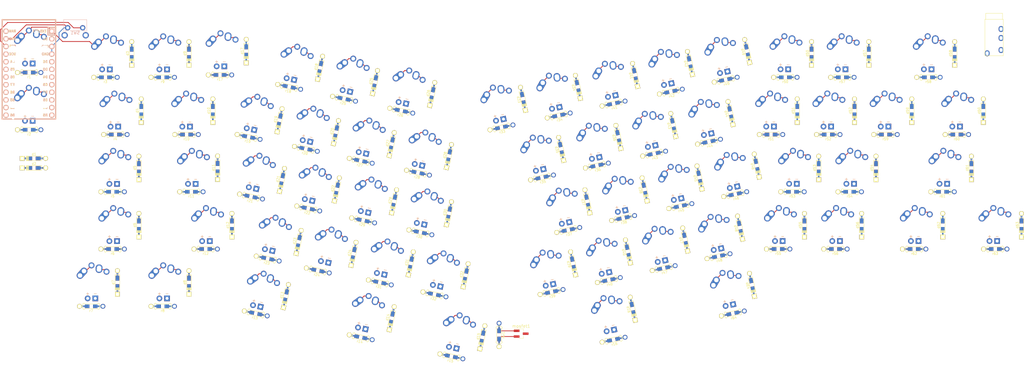
<source format=kicad_pcb>
(kicad_pcb (version 20171130) (host pcbnew "(5.1.6)-1")
  (layers (0 F.Cu signal) (31 B.Cu signal) (34 B.Paste user) (35 F.Paste user) (36 B.SilkS user) (37 F.SilkS user) (38 B.Mask user) (39 F.Mask user) (44 Edge.Cuts user))
  (net 0 "")
  (net 1 "Net-(A1-Pad4)")
  (net 2 VCC)
  (net 3 col1)
  (net 4 "Net-(A1-Pad2)")
  (net 5 "Net-(Bksp1-Pad4)")
  (net 6 col7)
  (net 7 "Net-(Bksp1-Pad2)")
  (net 8 "Net-(C1-Pad4)")
  (net 9 col2)
  (net 10 "Net-(C1-Pad2)")
  (net 11 "Net-(Caps1-Pad4)")
  (net 12 col0)
  (net 13 "Net-(Caps1-Pad2)")
  (net 14 "Net-(Ctrl1-Pad4)")
  (net 15 "Net-(Ctrl1-Pad2)")
  (net 16 "Net-(D1-Pad4)")
  (net 17 "Net-(D1-Pad2)")
  (net 18 row0)
  (net 19 "Net-(M1-Pad2)")
  (net 20 row1)
  (net 21 row2)
  (net 22 "Net-(d3-Pad2)")
  (net 23 row3)
  (net 24 "Net-(Tab1-Pad2)")
  (net 25 row4)
  (net 26 row5)
  (net 27 "Net-(d6-Pad2)")
  (net 28 row6)
  (net 29 row7)
  (net 30 "Net-(Win1-Pad2)")
  (net 31 "Net-(d9-Pad2)")
  (net 32 "Net-(Q1-Pad2)")
  (net 33 "Net-(Z1-Pad2)")
  (net 34 "Net-(d13-Pad2)")
  (net 35 "Net-(d14-Pad2)")
  (net 36 "Net-(d15-Pad2)")
  (net 37 "Net-(d16-Pad2)")
  (net 38 "Net-(d17-Pad2)")
  (net 39 "Net-(d18-Pad2)")
  (net 40 "Net-(W1-Pad2)")
  (net 41 "Net-(E1-Pad2)")
  (net 42 "Net-(S1-Pad2)")
  (net 43 "Net-(X1-Pad2)")
  (net 44 "Net-(d25-Pad2)")
  (net 45 "Net-(d26-Pad2)")
  (net 46 "Net-(R1-Pad2)")
  (net 47 "Net-(T1-Pad2)")
  (net 48 "Net-(F1-Pad2)")
  (net 49 "Net-(G1-Pad2)")
  (net 50 "Net-(V1-Pad2)")
  (net 51 "Net-(d32-Pad2)")
  (net 52 "Net-(d33-Pad2)")
  (net 53 "Net-(d34-Pad2)")
  (net 54 "Net-(Y1-Pad2)")
  (net 55 "Net-(U1-Pad2)")
  (net 56 "Net-(H1-Pad2)")
  (net 57 "Net-(J1-Pad2)")
  (net 58 "Net-(d39-Pad2)")
  (net 59 "Net-(N1-Pad2)")
  (net 60 "Net-(d41-Pad2)")
  (net 61 "Net-(d42-Pad2)")
  (net 62 "Net-(I1-Pad2)")
  (net 63 "Net-(O1-Pad2)")
  (net 64 "Net-(K1-Pad2)")
  (net 65 "Net-(L1-Pad2)")
  (net 66 "Net-(d48-Pad2)")
  (net 67 "Net-(d49-Pad2)")
  (net 68 "Net-(d50-Pad2)")
  (net 69 "Net-(P1-Pad2)")
  (net 70 "Net-(d52-Pad2)")
  (net 71 "Net-(d53-Pad2)")
  (net 72 "Net-(d54-Pad2)")
  (net 73 "Net-(d55-Pad2)")
  (net 74 "Net-(d56-Pad2)")
  (net 75 "Net-(d57-Pad2)")
  (net 76 "Net-(d59-Pad2)")
  (net 77 "Net-(d60-Pad2)")
  (net 78 "Net-(Enter1-Pad2)")
  (net 79 "Net-(d62-Pad2)")
  (net 80 "Net-(d63-Pad2)")
  (net 81 "Net-(d64-Pad2)")
  (net 82 "Net-(E1-Pad4)")
  (net 83 "Net-(Enter1-Pad4)")
  (net 84 "Net-(F1-Pad4)")
  (net 85 col3)
  (net 86 "Net-(G1-Pad4)")
  (net 87 "Net-(H1-Pad4)")
  (net 88 col4)
  (net 89 "Net-(I1-Pad4)")
  (net 90 col5)
  (net 91 "Net-(J1-Pad4)")
  (net 92 "Net-(K1-Pad4)")
  (net 93 "Net-(L1-Pad4)")
  (net 94 "Net-(lAlt1-Pad4)")
  (net 95 "Net-(lB1-Pad4)")
  (net 96 "Net-(lFn1-Pad4)")
  (net 97 "Net-(lShift1-Pad4)")
  (net 98 "Net-(lSpace1-Pad4)")
  (net 99 "Net-(M1-Pad4)")
  (net 100 LEDsOut)
  (net 101 GND)
  (net 102 LEDs)
  (net 103 "Net-(n0-Pad4)")
  (net 104 col6)
  (net 105 "Net-(n1-Pad4)")
  (net 106 "Net-(N1-Pad4)")
  (net 107 "Net-(n2-Pad4)")
  (net 108 "Net-(n3-Pad4)")
  (net 109 "Net-(n4-Pad4)")
  (net 110 "Net-(n5-Pad4)")
  (net 111 "Net-(n6-Pad4)")
  (net 112 "Net-(n7-Pad4)")
  (net 113 "Net-(n8-Pad4)")
  (net 114 "Net-(n9-Pad4)")
  (net 115 "Net-(O1-Pad4)")
  (net 116 "Net-(P1-Pad4)")
  (net 117 RAW)
  (net 118 "Net-(PM1-Pad22)")
  (net 119 SDA)
  (net 120 "Net-(Q1-Pad4)")
  (net 121 "Net-(R1-Pad4)")
  (net 122 "Net-(r3-Pad1)")
  (net 123 "Net-(Tab1-Pad4)")
  (net 124 "Net-(Win1-Pad4)")
  (net 125 "Net-(Z1-Pad4)")
  (net 126 "Net-(r16-Pad1)")
  (net 127 "Net-(W1-Pad4)")
  (net 128 "Net-(S1-Pad4)")
  (net 129 "Net-(X1-Pad4)")
  (net 130 "Net-(T1-Pad4)")
  (net 131 "Net-(V1-Pad4)")
  (net 132 "Net-(Y1-Pad4)")
  (net 133 "Net-(U1-Pad4)")
  (net 134 "Net-(r39-Pad1)")
  (net 135 "Net-(r48-Pad1)")
  (net 136 "Net-(r50-Pad1)")
  (net 137 "Net-(r52-Pad1)")
  (net 138 "Net-(r53-Pad1)")
  (net 139 "Net-(r54-Pad1)")
  (net 140 "Net-(r55-Pad1)")
  (net 141 "Net-(r56-Pad1)")
  (net 142 "Net-(r57-Pad1)")
  (net 143 "Net-(r59-Pad1)")
  (net 144 "Net-(r60-Pad1)")
  (net 145 "Net-(r62-Pad1)")
  (net 146 "Net-(r63-Pad1)")
  (net 147 "Net-(r64-Pad1)")
  (net 148 "Net-(d1-Pad2)")
  (net 149 "Net-(d2-Pad2)")
  (net 150 "Net-(m1-Pad4)")
  (net 151 "Net-(m2-Pad4)")
  (module Keebio-Parts:MX-Alps-Choc-2U-StabFlip (layer F.Cu) (at 216.946688 116.583802 12)
    (fp_text reference rSpace1)
    (fp_text value MX-LED)
    (fp_text user - (at 1.27 3.5 12) (layer B.SilkS))
    (fp_text user - (at 1.27 3.5 12) (layer F.SilkS))
    (fp_text user + (at -1.27 3.5 12) (layer B.SilkS))
    (fp_text user + (at -1.27 3.5 12) (layer F.SilkS))
    (pad "" np_thru_hole circle (at -11.938 6.985 12) (size 3.048 3.048) (drill 3.048) (layers *.Cu *.Mask))
    (pad "" np_thru_hole circle (at -11.938 -8.255 12) (size 3.9878 3.9878) (drill 3.9878) (layers *.Cu *.Mask))
    (pad "" np_thru_hole circle (at 11.938 6.985 12) (size 3.048 3.048) (drill 3.048) (layers *.Cu *.Mask))
    (pad "" np_thru_hole circle (at 11.938 -8.255 12) (size 3.9878 3.9878) (drill 3.9878) (layers *.Cu *.Mask))
    (pad 4 thru_hole rect (at 1.27 5.08 12) (size 1.905 1.905) (drill 0.9906) (layers *.Cu *.Mask) (net 126 "Net-(r16-Pad1)"))
    (pad 3 thru_hole circle (at -1.27 5.08 12) (size 1.905 1.905) (drill 0.9906) (layers *.Cu *.Mask) (net 2 VCC))
    (pad "" np_thru_hole circle (at -5.22 4.2 60.1) (size 1.2 1.2) (drill 1.2) (layers *.Cu *.Mask))
    (pad "" np_thru_hole circle (at 5.5 0 60.1) (size 1.7 1.7) (drill 1.7) (layers *.Cu *.Mask))
    (pad "" np_thru_hole circle (at -5.5 0 60.1) (size 1.7 1.7) (drill 1.7) (layers *.Cu *.Mask))
    (pad 1 thru_hole circle (at 0 -5.9 12) (size 2 2) (drill 1.2) (layers *.Cu *.Mask) (net 3 col1))
    (pad 2 thru_hole circle (at 5 -3.8 12) (size 2 2) (drill 1.2) (layers *.Cu *.Mask) (net 37 "Net-(d16-Pad2)"))
    (pad "" np_thru_hole circle (at 5.08 0 60.0996) (size 1.75 1.75) (drill 1.75) (layers *.Cu *.Mask))
    (pad "" np_thru_hole circle (at -5.08 0 60.0996) (size 1.75 1.75) (drill 1.75) (layers *.Cu *.Mask))
    (pad 1 thru_hole circle (at -2.5 -4 12) (size 2.25 2.25) (drill 1.47) (layers *.Cu *.Mask) (net 3 col1))
    (pad "" np_thru_hole circle (at 0 0 12) (size 3.9878 3.9878) (drill 3.9878) (layers *.Cu *.Mask))
    (pad 1 thru_hole oval (at -3.81 -2.54 60.1) (size 4.211556 2.25) (drill 1.47 (offset 0.980778 0)) (layers *.Cu *.Mask) (net 3 col1))
    (pad 2 thru_hole circle (at 2.54 -5.08 12) (size 2.25 2.25) (drill 1.47) (layers *.Cu *.Mask) (net 37 "Net-(d16-Pad2)"))
    (pad 2 thru_hole oval (at 2.5 -4.5 98.1) (size 2.831378 2.25) (drill 1.47 (offset 0.290689 0)) (layers *.Cu *.Mask) (net 37 "Net-(d16-Pad2)"))
  )
  (module Keebio-Parts:MX-Alps-Choc-2U-StabFlip (layer F.Cu) (at 136.33292 115.860532 348)
    (fp_text reference lSpace1)
    (fp_text value MX-LED)
    (fp_text user - (at 1.27 3.5 168) (layer B.SilkS))
    (fp_text user - (at 1.27 3.5 168) (layer F.SilkS))
    (fp_text user + (at -1.27 3.5 168) (layer B.SilkS))
    (fp_text user + (at -1.27 3.5 168) (layer F.SilkS))
    (pad "" np_thru_hole circle (at -11.938 6.985 348) (size 3.048 3.048) (drill 3.048) (layers *.Cu *.Mask))
    (pad "" np_thru_hole circle (at -11.938 -8.255 348) (size 3.9878 3.9878) (drill 3.9878) (layers *.Cu *.Mask))
    (pad "" np_thru_hole circle (at 11.938 6.985 348) (size 3.048 3.048) (drill 3.048) (layers *.Cu *.Mask))
    (pad "" np_thru_hole circle (at 11.938 -8.255 348) (size 3.9878 3.9878) (drill 3.9878) (layers *.Cu *.Mask))
    (pad 4 thru_hole rect (at 1.27 5.08 348) (size 1.905 1.905) (drill 0.9906) (layers *.Cu *.Mask) (net 98 "Net-(lSpace1-Pad4)"))
    (pad 3 thru_hole circle (at -1.27 5.08 348) (size 1.905 1.905) (drill 0.9906) (layers *.Cu *.Mask) (net 2 VCC))
    (pad "" np_thru_hole circle (at -5.22 4.2 36.1) (size 1.2 1.2) (drill 1.2) (layers *.Cu *.Mask))
    (pad "" np_thru_hole circle (at 5.5 0 36.1) (size 1.7 1.7) (drill 1.7) (layers *.Cu *.Mask))
    (pad "" np_thru_hole circle (at -5.5 0 36.1) (size 1.7 1.7) (drill 1.7) (layers *.Cu *.Mask))
    (pad 1 thru_hole circle (at 0 -5.9 348) (size 2 2) (drill 1.2) (layers *.Cu *.Mask) (net 3 col1))
    (pad 2 thru_hole circle (at 5 -3.8 348) (size 2 2) (drill 1.2) (layers *.Cu *.Mask) (net 35 "Net-(d14-Pad2)"))
    (pad "" np_thru_hole circle (at 5.08 0 36.0996) (size 1.75 1.75) (drill 1.75) (layers *.Cu *.Mask))
    (pad "" np_thru_hole circle (at -5.08 0 36.0996) (size 1.75 1.75) (drill 1.75) (layers *.Cu *.Mask))
    (pad 1 thru_hole circle (at -2.5 -4 348) (size 2.25 2.25) (drill 1.47) (layers *.Cu *.Mask) (net 3 col1))
    (pad "" np_thru_hole circle (at 0 0 348) (size 3.9878 3.9878) (drill 3.9878) (layers *.Cu *.Mask))
    (pad 1 thru_hole oval (at -3.81 -2.54 36.1) (size 4.211556 2.25) (drill 1.47 (offset 0.980778 0)) (layers *.Cu *.Mask) (net 3 col1))
    (pad 2 thru_hole circle (at 2.54 -5.08 348) (size 2.25 2.25) (drill 1.47) (layers *.Cu *.Mask) (net 35 "Net-(d14-Pad2)"))
    (pad 2 thru_hole oval (at 2.5 -4.5 74.1) (size 2.831378 2.25) (drill 1.47 (offset 0.290689 0)) (layers *.Cu *.Mask) (net 35 "Net-(d14-Pad2)"))
  )
  (module Keebio-Parts:MX-Alps-Choc-2U (layer F.Cu) (at 52.578 86.741)
    (fp_text reference lShift1)
    (fp_text value MX-LED)
    (fp_text user - (at 1.27 3.5) (layer B.SilkS))
    (fp_text user - (at 1.27 3.5) (layer F.SilkS))
    (fp_text user + (at -1.27 3.5) (layer B.SilkS))
    (fp_text user + (at -1.27 3.5) (layer F.SilkS))
    (pad "" np_thru_hole circle (at -11.938 -6.985) (size 3.048 3.048) (drill 3.048) (layers *.Cu *.Mask))
    (pad "" np_thru_hole circle (at -11.938 8.255) (size 3.9878 3.9878) (drill 3.9878) (layers *.Cu *.Mask))
    (pad "" np_thru_hole circle (at 11.938 -6.985) (size 3.048 3.048) (drill 3.048) (layers *.Cu *.Mask))
    (pad "" np_thru_hole circle (at 11.938 8.255) (size 3.9878 3.9878) (drill 3.9878) (layers *.Cu *.Mask))
    (pad 4 thru_hole rect (at 1.27 5.08) (size 1.905 1.905) (drill 0.9906) (layers *.Cu *.Mask) (net 97 "Net-(lShift1-Pad4)"))
    (pad 3 thru_hole circle (at -1.27 5.08) (size 1.905 1.905) (drill 0.9906) (layers *.Cu *.Mask) (net 2 VCC))
    (pad "" np_thru_hole circle (at -5.22 4.2 48.1) (size 1.2 1.2) (drill 1.2) (layers *.Cu *.Mask))
    (pad "" np_thru_hole circle (at 5.5 0 48.1) (size 1.7 1.7) (drill 1.7) (layers *.Cu *.Mask))
    (pad "" np_thru_hole circle (at -5.5 0 48.1) (size 1.7 1.7) (drill 1.7) (layers *.Cu *.Mask))
    (pad 1 thru_hole circle (at 0 -5.9) (size 2 2) (drill 1.2) (layers *.Cu *.Mask) (net 12 col0))
    (pad 2 thru_hole circle (at 5 -3.8) (size 2 2) (drill 1.2) (layers *.Cu *.Mask) (net 27 "Net-(d6-Pad2)"))
    (pad "" np_thru_hole circle (at 5.08 0 48.0996) (size 1.75 1.75) (drill 1.75) (layers *.Cu *.Mask))
    (pad "" np_thru_hole circle (at -5.08 0 48.0996) (size 1.75 1.75) (drill 1.75) (layers *.Cu *.Mask))
    (pad 1 thru_hole circle (at -2.5 -4) (size 2.25 2.25) (drill 1.47) (layers *.Cu *.Mask) (net 12 col0))
    (pad "" np_thru_hole circle (at 0 0) (size 3.9878 3.9878) (drill 3.9878) (layers *.Cu *.Mask))
    (pad 1 thru_hole oval (at -3.81 -2.54 48.1) (size 4.211556 2.25) (drill 1.47 (offset 0.980778 0)) (layers *.Cu *.Mask) (net 12 col0))
    (pad 2 thru_hole circle (at 2.54 -5.08) (size 2.25 2.25) (drill 1.47) (layers *.Cu *.Mask) (net 27 "Net-(d6-Pad2)"))
    (pad 2 thru_hole oval (at 2.5 -4.5 86.1) (size 2.831378 2.25) (drill 1.47 (offset 0.290689 0)) (layers *.Cu *.Mask) (net 27 "Net-(d6-Pad2)"))
  )
  (module Keebio-Parts:MX-Alps-Choc-2U-StabFlip (layer F.Cu) (at 328.803 67.65925)
    (fp_text reference Enter1)
    (fp_text value MX-LED)
    (fp_text user - (at 1.27 3.5) (layer B.SilkS))
    (fp_text user - (at 1.27 3.5) (layer F.SilkS))
    (fp_text user + (at -1.27 3.5) (layer B.SilkS))
    (fp_text user + (at -1.27 3.5) (layer F.SilkS))
    (pad "" np_thru_hole circle (at -11.938 6.985) (size 3.048 3.048) (drill 3.048) (layers *.Cu *.Mask))
    (pad "" np_thru_hole circle (at -11.938 -8.255) (size 3.9878 3.9878) (drill 3.9878) (layers *.Cu *.Mask))
    (pad "" np_thru_hole circle (at 11.938 6.985) (size 3.048 3.048) (drill 3.048) (layers *.Cu *.Mask))
    (pad "" np_thru_hole circle (at 11.938 -8.255) (size 3.9878 3.9878) (drill 3.9878) (layers *.Cu *.Mask))
    (pad 4 thru_hole rect (at 1.27 5.08) (size 1.905 1.905) (drill 0.9906) (layers *.Cu *.Mask) (net 83 "Net-(Enter1-Pad4)"))
    (pad 3 thru_hole circle (at -1.27 5.08) (size 1.905 1.905) (drill 0.9906) (layers *.Cu *.Mask) (net 2 VCC))
    (pad "" np_thru_hole circle (at -5.22 4.2 48.1) (size 1.2 1.2) (drill 1.2) (layers *.Cu *.Mask))
    (pad "" np_thru_hole circle (at 5.5 0 48.1) (size 1.7 1.7) (drill 1.7) (layers *.Cu *.Mask))
    (pad "" np_thru_hole circle (at -5.5 0 48.1) (size 1.7 1.7) (drill 1.7) (layers *.Cu *.Mask))
    (pad 1 thru_hole circle (at 0 -5.9) (size 2 2) (drill 1.2) (layers *.Cu *.Mask) (net 6 col7))
    (pad 2 thru_hole circle (at 5 -3.8) (size 2 2) (drill 1.2) (layers *.Cu *.Mask) (net 78 "Net-(Enter1-Pad2)"))
    (pad "" np_thru_hole circle (at 5.08 0 48.0996) (size 1.75 1.75) (drill 1.75) (layers *.Cu *.Mask))
    (pad "" np_thru_hole circle (at -5.08 0 48.0996) (size 1.75 1.75) (drill 1.75) (layers *.Cu *.Mask))
    (pad 1 thru_hole circle (at -2.5 -4) (size 2.25 2.25) (drill 1.47) (layers *.Cu *.Mask) (net 6 col7))
    (pad "" np_thru_hole circle (at 0 0) (size 3.9878 3.9878) (drill 3.9878) (layers *.Cu *.Mask))
    (pad 1 thru_hole oval (at -3.81 -2.54 48.1) (size 4.211556 2.25) (drill 1.47 (offset 0.980778 0)) (layers *.Cu *.Mask) (net 6 col7))
    (pad 2 thru_hole circle (at 2.54 -5.08) (size 2.25 2.25) (drill 1.47) (layers *.Cu *.Mask) (net 78 "Net-(Enter1-Pad2)"))
    (pad 2 thru_hole oval (at 2.5 -4.5 86.1) (size 2.831378 2.25) (drill 1.47 (offset 0.290689 0)) (layers *.Cu *.Mask) (net 78 "Net-(Enter1-Pad2)"))
  )
  (module Keebio-Parts:MX-Alps-Choc-2U (layer F.Cu) (at 323.596 29.55925)
    (fp_text reference Bksp1)
    (fp_text value MX-LED)
    (fp_text user - (at 1.27 3.5) (layer B.SilkS))
    (fp_text user - (at 1.27 3.5) (layer F.SilkS))
    (fp_text user + (at -1.27 3.5) (layer B.SilkS))
    (fp_text user + (at -1.27 3.5) (layer F.SilkS))
    (pad "" np_thru_hole circle (at -11.938 -6.985) (size 3.048 3.048) (drill 3.048) (layers *.Cu *.Mask))
    (pad "" np_thru_hole circle (at -11.938 8.255) (size 3.9878 3.9878) (drill 3.9878) (layers *.Cu *.Mask))
    (pad "" np_thru_hole circle (at 11.938 -6.985) (size 3.048 3.048) (drill 3.048) (layers *.Cu *.Mask))
    (pad "" np_thru_hole circle (at 11.938 8.255) (size 3.9878 3.9878) (drill 3.9878) (layers *.Cu *.Mask))
    (pad 4 thru_hole rect (at 1.27 5.08) (size 1.905 1.905) (drill 0.9906) (layers *.Cu *.Mask) (net 5 "Net-(Bksp1-Pad4)"))
    (pad 3 thru_hole circle (at -1.27 5.08) (size 1.905 1.905) (drill 0.9906) (layers *.Cu *.Mask) (net 2 VCC))
    (pad "" np_thru_hole circle (at -5.22 4.2 48.1) (size 1.2 1.2) (drill 1.2) (layers *.Cu *.Mask))
    (pad "" np_thru_hole circle (at 5.5 0 48.1) (size 1.7 1.7) (drill 1.7) (layers *.Cu *.Mask))
    (pad "" np_thru_hole circle (at -5.5 0 48.1) (size 1.7 1.7) (drill 1.7) (layers *.Cu *.Mask))
    (pad 1 thru_hole circle (at 0 -5.9) (size 2 2) (drill 1.2) (layers *.Cu *.Mask) (net 6 col7))
    (pad 2 thru_hole circle (at 5 -3.8) (size 2 2) (drill 1.2) (layers *.Cu *.Mask) (net 7 "Net-(Bksp1-Pad2)"))
    (pad "" np_thru_hole circle (at 5.08 0 48.0996) (size 1.75 1.75) (drill 1.75) (layers *.Cu *.Mask))
    (pad "" np_thru_hole circle (at -5.08 0 48.0996) (size 1.75 1.75) (drill 1.75) (layers *.Cu *.Mask))
    (pad 1 thru_hole circle (at -2.5 -4) (size 2.25 2.25) (drill 1.47) (layers *.Cu *.Mask) (net 6 col7))
    (pad "" np_thru_hole circle (at 0 0) (size 3.9878 3.9878) (drill 3.9878) (layers *.Cu *.Mask))
    (pad 1 thru_hole oval (at -3.81 -2.54 48.1) (size 4.211556 2.25) (drill 1.47 (offset 0.980778 0)) (layers *.Cu *.Mask) (net 6 col7))
    (pad 2 thru_hole circle (at 2.54 -5.08) (size 2.25 2.25) (drill 1.47) (layers *.Cu *.Mask) (net 7 "Net-(Bksp1-Pad2)"))
    (pad 2 thru_hole oval (at 2.5 -4.5 86.1) (size 2.831378 2.25) (drill 1.47 (offset 0.290689 0)) (layers *.Cu *.Mask) (net 7 "Net-(Bksp1-Pad2)"))
  )
  (module Keebio-Parts:MX-Alps-Choc-1U (layer F.Cu) (at 319.278 86.70925)
    (fp_text reference rShift1)
    (fp_text value MX-LED)
    (fp_text user - (at 1.27 3.5) (layer B.SilkS))
    (fp_text user - (at 1.27 3.5) (layer F.SilkS))
    (fp_text user + (at -1.27 3.5) (layer B.SilkS))
    (fp_text user + (at -1.27 3.5) (layer F.SilkS))
    (pad 4 thru_hole rect (at 1.27 5.08) (size 1.905 1.905) (drill 0.9906) (layers *.Cu *.Mask) (net 145 "Net-(r62-Pad1)"))
    (pad 3 thru_hole circle (at -1.27 5.08) (size 1.905 1.905) (drill 0.9906) (layers *.Cu *.Mask) (net 2 VCC))
    (pad "" np_thru_hole circle (at -5.22 4.2 48.1) (size 0.8 0.8) (drill 0.8) (layers *.Cu *.Mask))
    (pad "" np_thru_hole circle (at 5.5 0 48.1) (size 1.7 1.7) (drill 1.7) (layers *.Cu *.Mask))
    (pad "" np_thru_hole circle (at -5.5 0 48.1) (size 1.7 1.7) (drill 1.7) (layers *.Cu *.Mask))
    (pad 1 thru_hole circle (at 0 -5.9) (size 2 2) (drill 1.2) (layers *.Cu *.Mask) (net 6 col7))
    (pad 2 thru_hole circle (at 5 -3.8) (size 2 2) (drill 1.2) (layers *.Cu *.Mask) (net 79 "Net-(d62-Pad2)"))
    (pad "" np_thru_hole circle (at 5.08 0 48.0996) (size 1.75 1.75) (drill 1.75) (layers *.Cu *.Mask))
    (pad "" np_thru_hole circle (at -5.08 0 48.0996) (size 1.75 1.75) (drill 1.75) (layers *.Cu *.Mask))
    (pad 1 thru_hole circle (at -2.5 -4) (size 2.25 2.25) (drill 1.47) (layers *.Cu *.Mask) (net 6 col7))
    (pad "" np_thru_hole circle (at 0 0) (size 3.9878 3.9878) (drill 3.9878) (layers *.Cu *.Mask))
    (pad 1 thru_hole oval (at -3.81 -2.54 48.1) (size 4.211556 2.25) (drill 1.47 (offset 0.980778 0)) (layers *.Cu *.Mask) (net 6 col7))
    (pad 2 thru_hole circle (at 2.54 -5.08) (size 2.25 2.25) (drill 1.47) (layers *.Cu *.Mask) (net 79 "Net-(d62-Pad2)"))
    (pad 2 thru_hole oval (at 2.5 -4.5 86.1) (size 2.831378 2.25) (drill 1.47 (offset 0.290689 0)) (layers *.Cu *.Mask) (net 79 "Net-(d62-Pad2)"))
  )
  (module Keebio-Parts:MX-Alps-Choc-1U (layer F.Cu) (at 83.439 86.741)
    (fp_text reference Z1)
    (fp_text value MX-LED)
    (fp_text user - (at 1.27 3.5) (layer B.SilkS))
    (fp_text user - (at 1.27 3.5) (layer F.SilkS))
    (fp_text user + (at -1.27 3.5) (layer B.SilkS))
    (fp_text user + (at -1.27 3.5) (layer F.SilkS))
    (pad 4 thru_hole rect (at 1.27 5.08) (size 1.905 1.905) (drill 0.9906) (layers *.Cu *.Mask) (net 125 "Net-(Z1-Pad4)"))
    (pad 3 thru_hole circle (at -1.27 5.08) (size 1.905 1.905) (drill 0.9906) (layers *.Cu *.Mask) (net 2 VCC))
    (pad "" np_thru_hole circle (at -5.22 4.2 48.1) (size 0.8 0.8) (drill 0.8) (layers *.Cu *.Mask))
    (pad "" np_thru_hole circle (at 5.5 0 48.1) (size 1.7 1.7) (drill 1.7) (layers *.Cu *.Mask))
    (pad "" np_thru_hole circle (at -5.5 0 48.1) (size 1.7 1.7) (drill 1.7) (layers *.Cu *.Mask))
    (pad 1 thru_hole circle (at 0 -5.9) (size 2 2) (drill 1.2) (layers *.Cu *.Mask) (net 3 col1))
    (pad 2 thru_hole circle (at 5 -3.8) (size 2 2) (drill 1.2) (layers *.Cu *.Mask) (net 33 "Net-(Z1-Pad2)"))
    (pad "" np_thru_hole circle (at 5.08 0 48.0996) (size 1.75 1.75) (drill 1.75) (layers *.Cu *.Mask))
    (pad "" np_thru_hole circle (at -5.08 0 48.0996) (size 1.75 1.75) (drill 1.75) (layers *.Cu *.Mask))
    (pad 1 thru_hole circle (at -2.5 -4) (size 2.25 2.25) (drill 1.47) (layers *.Cu *.Mask) (net 3 col1))
    (pad "" np_thru_hole circle (at 0 0) (size 3.9878 3.9878) (drill 3.9878) (layers *.Cu *.Mask))
    (pad 1 thru_hole oval (at -3.81 -2.54 48.1) (size 4.211556 2.25) (drill 1.47 (offset 0.980778 0)) (layers *.Cu *.Mask) (net 3 col1))
    (pad 2 thru_hole circle (at 2.54 -5.08) (size 2.25 2.25) (drill 1.47) (layers *.Cu *.Mask) (net 33 "Net-(Z1-Pad2)"))
    (pad 2 thru_hole oval (at 2.5 -4.5 86.1) (size 2.831378 2.25) (drill 1.47 (offset 0.290689 0)) (layers *.Cu *.Mask) (net 33 "Net-(Z1-Pad2)"))
  )
  (module Keebio-Parts:MX-Alps-Choc-1U (layer F.Cu) (at 193.418465 63.158115 12)
    (fp_text reference Y1)
    (fp_text value MX-LED)
    (fp_text user - (at 1.27 3.5 12) (layer B.SilkS))
    (fp_text user - (at 1.27 3.5 12) (layer F.SilkS))
    (fp_text user + (at -1.27 3.5 12) (layer B.SilkS))
    (fp_text user + (at -1.27 3.5 12) (layer F.SilkS))
    (pad 4 thru_hole rect (at 1.27 5.08 12) (size 1.905 1.905) (drill 0.9906) (layers *.Cu *.Mask) (net 132 "Net-(Y1-Pad4)"))
    (pad 3 thru_hole circle (at -1.27 5.08 12) (size 1.905 1.905) (drill 0.9906) (layers *.Cu *.Mask) (net 2 VCC))
    (pad "" np_thru_hole circle (at -5.22 4.2 60.1) (size 0.8 0.8) (drill 0.8) (layers *.Cu *.Mask))
    (pad "" np_thru_hole circle (at 5.5 0 60.1) (size 1.7 1.7) (drill 1.7) (layers *.Cu *.Mask))
    (pad "" np_thru_hole circle (at -5.5 0 60.1) (size 1.7 1.7) (drill 1.7) (layers *.Cu *.Mask))
    (pad 1 thru_hole circle (at 0 -5.9 12) (size 2 2) (drill 1.2) (layers *.Cu *.Mask) (net 88 col4))
    (pad 2 thru_hole circle (at 5 -3.8 12) (size 2 2) (drill 1.2) (layers *.Cu *.Mask) (net 54 "Net-(Y1-Pad2)"))
    (pad "" np_thru_hole circle (at 5.08 0 60.0996) (size 1.75 1.75) (drill 1.75) (layers *.Cu *.Mask))
    (pad "" np_thru_hole circle (at -5.08 0 60.0996) (size 1.75 1.75) (drill 1.75) (layers *.Cu *.Mask))
    (pad 1 thru_hole circle (at -2.5 -4 12) (size 2.25 2.25) (drill 1.47) (layers *.Cu *.Mask) (net 88 col4))
    (pad "" np_thru_hole circle (at 0 0 12) (size 3.9878 3.9878) (drill 3.9878) (layers *.Cu *.Mask))
    (pad 1 thru_hole oval (at -3.81 -2.54 60.1) (size 4.211556 2.25) (drill 1.47 (offset 0.980778 0)) (layers *.Cu *.Mask) (net 88 col4))
    (pad 2 thru_hole circle (at 2.54 -5.08 12) (size 2.25 2.25) (drill 1.47) (layers *.Cu *.Mask) (net 54 "Net-(Y1-Pad2)"))
    (pad 2 thru_hole oval (at 2.5 -4.5 98.1) (size 2.831378 2.25) (drill 1.47 (offset 0.290689 0)) (layers *.Cu *.Mask) (net 54 "Net-(Y1-Pad2)"))
  )
  (module Keebio-Parts:MX-Alps-Choc-1U (layer F.Cu) (at 105.355429 89.800475 348)
    (fp_text reference X1)
    (fp_text value MX-LED)
    (fp_text user - (at 1.27 3.5 168) (layer B.SilkS))
    (fp_text user - (at 1.27 3.5 168) (layer F.SilkS))
    (fp_text user + (at -1.27 3.5 168) (layer B.SilkS))
    (fp_text user + (at -1.27 3.5 168) (layer F.SilkS))
    (pad 4 thru_hole rect (at 1.27 5.08 348) (size 1.905 1.905) (drill 0.9906) (layers *.Cu *.Mask) (net 129 "Net-(X1-Pad4)"))
    (pad 3 thru_hole circle (at -1.27 5.08 348) (size 1.905 1.905) (drill 0.9906) (layers *.Cu *.Mask) (net 2 VCC))
    (pad "" np_thru_hole circle (at -5.22 4.2 36.1) (size 0.8 0.8) (drill 0.8) (layers *.Cu *.Mask))
    (pad "" np_thru_hole circle (at 5.5 0 36.1) (size 1.7 1.7) (drill 1.7) (layers *.Cu *.Mask))
    (pad "" np_thru_hole circle (at -5.5 0 36.1) (size 1.7 1.7) (drill 1.7) (layers *.Cu *.Mask))
    (pad 1 thru_hole circle (at 0 -5.9 348) (size 2 2) (drill 1.2) (layers *.Cu *.Mask) (net 9 col2))
    (pad 2 thru_hole circle (at 5 -3.8 348) (size 2 2) (drill 1.2) (layers *.Cu *.Mask) (net 43 "Net-(X1-Pad2)"))
    (pad "" np_thru_hole circle (at 5.08 0 36.0996) (size 1.75 1.75) (drill 1.75) (layers *.Cu *.Mask))
    (pad "" np_thru_hole circle (at -5.08 0 36.0996) (size 1.75 1.75) (drill 1.75) (layers *.Cu *.Mask))
    (pad 1 thru_hole circle (at -2.5 -4 348) (size 2.25 2.25) (drill 1.47) (layers *.Cu *.Mask) (net 9 col2))
    (pad "" np_thru_hole circle (at 0 0 348) (size 3.9878 3.9878) (drill 3.9878) (layers *.Cu *.Mask))
    (pad 1 thru_hole oval (at -3.81 -2.54 36.1) (size 4.211556 2.25) (drill 1.47 (offset 0.980778 0)) (layers *.Cu *.Mask) (net 9 col2))
    (pad 2 thru_hole circle (at 2.54 -5.08 348) (size 2.25 2.25) (drill 1.47) (layers *.Cu *.Mask) (net 43 "Net-(X1-Pad2)"))
    (pad 2 thru_hole oval (at 2.5 -4.5 74.1) (size 2.831378 2.25) (drill 1.47 (offset 0.290689 0)) (layers *.Cu *.Mask) (net 43 "Net-(X1-Pad2)"))
  )
  (module Keebio-Parts:MX-Alps-Choc-1U (layer F.Cu) (at 69.215 105.791)
    (fp_text reference Win1)
    (fp_text value MX-LED)
    (fp_text user - (at 1.27 3.5) (layer B.SilkS))
    (fp_text user - (at 1.27 3.5) (layer F.SilkS))
    (fp_text user + (at -1.27 3.5) (layer B.SilkS))
    (fp_text user + (at -1.27 3.5) (layer F.SilkS))
    (pad 4 thru_hole rect (at 1.27 5.08) (size 1.905 1.905) (drill 0.9906) (layers *.Cu *.Mask) (net 124 "Net-(Win1-Pad4)"))
    (pad 3 thru_hole circle (at -1.27 5.08) (size 1.905 1.905) (drill 0.9906) (layers *.Cu *.Mask) (net 2 VCC))
    (pad "" np_thru_hole circle (at -5.22 4.2 48.1) (size 0.8 0.8) (drill 0.8) (layers *.Cu *.Mask))
    (pad "" np_thru_hole circle (at 5.5 0 48.1) (size 1.7 1.7) (drill 1.7) (layers *.Cu *.Mask))
    (pad "" np_thru_hole circle (at -5.5 0 48.1) (size 1.7 1.7) (drill 1.7) (layers *.Cu *.Mask))
    (pad 1 thru_hole circle (at 0 -5.9) (size 2 2) (drill 1.2) (layers *.Cu *.Mask) (net 12 col0))
    (pad 2 thru_hole circle (at 5 -3.8) (size 2 2) (drill 1.2) (layers *.Cu *.Mask) (net 30 "Net-(Win1-Pad2)"))
    (pad "" np_thru_hole circle (at 5.08 0 48.0996) (size 1.75 1.75) (drill 1.75) (layers *.Cu *.Mask))
    (pad "" np_thru_hole circle (at -5.08 0 48.0996) (size 1.75 1.75) (drill 1.75) (layers *.Cu *.Mask))
    (pad 1 thru_hole circle (at -2.5 -4) (size 2.25 2.25) (drill 1.47) (layers *.Cu *.Mask) (net 12 col0))
    (pad "" np_thru_hole circle (at 0 0) (size 3.9878 3.9878) (drill 3.9878) (layers *.Cu *.Mask))
    (pad 1 thru_hole oval (at -3.81 -2.54 48.1) (size 4.211556 2.25) (drill 1.47 (offset 0.980778 0)) (layers *.Cu *.Mask) (net 12 col0))
    (pad 2 thru_hole circle (at 2.54 -5.08) (size 2.25 2.25) (drill 1.47) (layers *.Cu *.Mask) (net 30 "Net-(Win1-Pad2)"))
    (pad 2 thru_hole oval (at 2.5 -4.5 86.1) (size 2.831378 2.25) (drill 1.47 (offset 0.290689 0)) (layers *.Cu *.Mask) (net 30 "Net-(Win1-Pad2)"))
  )
  (module Keebio-Parts:MX-Alps-Choc-1U (layer F.Cu) (at 99.30158 49.562513 348)
    (fp_text reference W1)
    (fp_text value MX-LED)
    (fp_text user - (at 1.27 3.5 168) (layer B.SilkS))
    (fp_text user - (at 1.27 3.5 168) (layer F.SilkS))
    (fp_text user + (at -1.27 3.5 168) (layer B.SilkS))
    (fp_text user + (at -1.27 3.5 168) (layer F.SilkS))
    (pad 4 thru_hole rect (at 1.27 5.08 348) (size 1.905 1.905) (drill 0.9906) (layers *.Cu *.Mask) (net 127 "Net-(W1-Pad4)"))
    (pad 3 thru_hole circle (at -1.27 5.08 348) (size 1.905 1.905) (drill 0.9906) (layers *.Cu *.Mask) (net 2 VCC))
    (pad "" np_thru_hole circle (at -5.22 4.2 36.1) (size 0.8 0.8) (drill 0.8) (layers *.Cu *.Mask))
    (pad "" np_thru_hole circle (at 5.5 0 36.1) (size 1.7 1.7) (drill 1.7) (layers *.Cu *.Mask))
    (pad "" np_thru_hole circle (at -5.5 0 36.1) (size 1.7 1.7) (drill 1.7) (layers *.Cu *.Mask))
    (pad 1 thru_hole circle (at 0 -5.9 348) (size 2 2) (drill 1.2) (layers *.Cu *.Mask) (net 9 col2))
    (pad 2 thru_hole circle (at 5 -3.8 348) (size 2 2) (drill 1.2) (layers *.Cu *.Mask) (net 40 "Net-(W1-Pad2)"))
    (pad "" np_thru_hole circle (at 5.08 0 36.0996) (size 1.75 1.75) (drill 1.75) (layers *.Cu *.Mask))
    (pad "" np_thru_hole circle (at -5.08 0 36.0996) (size 1.75 1.75) (drill 1.75) (layers *.Cu *.Mask))
    (pad 1 thru_hole circle (at -2.5 -4 348) (size 2.25 2.25) (drill 1.47) (layers *.Cu *.Mask) (net 9 col2))
    (pad "" np_thru_hole circle (at 0 0 348) (size 3.9878 3.9878) (drill 3.9878) (layers *.Cu *.Mask))
    (pad 1 thru_hole oval (at -3.81 -2.54 36.1) (size 4.211556 2.25) (drill 1.47 (offset 0.980778 0)) (layers *.Cu *.Mask) (net 9 col2))
    (pad 2 thru_hole circle (at 2.54 -5.08 348) (size 2.25 2.25) (drill 1.47) (layers *.Cu *.Mask) (net 40 "Net-(W1-Pad2)"))
    (pad 2 thru_hole oval (at 2.5 -4.5 74.1) (size 2.831378 2.25) (drill 1.47 (offset 0.290689 0)) (layers *.Cu *.Mask) (net 40 "Net-(W1-Pad2)"))
  )
  (module Keebio-Parts:MX-Alps-Choc-1U (layer F.Cu) (at 142.622852 97.72191 348)
    (fp_text reference V1)
    (fp_text value MX-LED)
    (fp_text user - (at 1.27 3.5 168) (layer B.SilkS))
    (fp_text user - (at 1.27 3.5 168) (layer F.SilkS))
    (fp_text user + (at -1.27 3.5 168) (layer B.SilkS))
    (fp_text user + (at -1.27 3.5 168) (layer F.SilkS))
    (pad 4 thru_hole rect (at 1.27 5.08 348) (size 1.905 1.905) (drill 0.9906) (layers *.Cu *.Mask) (net 131 "Net-(V1-Pad4)"))
    (pad 3 thru_hole circle (at -1.27 5.08 348) (size 1.905 1.905) (drill 0.9906) (layers *.Cu *.Mask) (net 2 VCC))
    (pad "" np_thru_hole circle (at -5.22 4.2 36.1) (size 0.8 0.8) (drill 0.8) (layers *.Cu *.Mask))
    (pad "" np_thru_hole circle (at 5.5 0 36.1) (size 1.7 1.7) (drill 1.7) (layers *.Cu *.Mask))
    (pad "" np_thru_hole circle (at -5.5 0 36.1) (size 1.7 1.7) (drill 1.7) (layers *.Cu *.Mask))
    (pad 1 thru_hole circle (at 0 -5.9 348) (size 2 2) (drill 1.2) (layers *.Cu *.Mask) (net 85 col3))
    (pad 2 thru_hole circle (at 5 -3.8 348) (size 2 2) (drill 1.2) (layers *.Cu *.Mask) (net 50 "Net-(V1-Pad2)"))
    (pad "" np_thru_hole circle (at 5.08 0 36.0996) (size 1.75 1.75) (drill 1.75) (layers *.Cu *.Mask))
    (pad "" np_thru_hole circle (at -5.08 0 36.0996) (size 1.75 1.75) (drill 1.75) (layers *.Cu *.Mask))
    (pad 1 thru_hole circle (at -2.5 -4 348) (size 2.25 2.25) (drill 1.47) (layers *.Cu *.Mask) (net 85 col3))
    (pad "" np_thru_hole circle (at 0 0 348) (size 3.9878 3.9878) (drill 3.9878) (layers *.Cu *.Mask))
    (pad 1 thru_hole oval (at -3.81 -2.54 36.1) (size 4.211556 2.25) (drill 1.47 (offset 0.980778 0)) (layers *.Cu *.Mask) (net 85 col3))
    (pad 2 thru_hole circle (at 2.54 -5.08 348) (size 2.25 2.25) (drill 1.47) (layers *.Cu *.Mask) (net 50 "Net-(V1-Pad2)"))
    (pad 2 thru_hole oval (at 2.5 -4.5 74.1) (size 2.831378 2.25) (drill 1.47 (offset 0.290689 0)) (layers *.Cu *.Mask) (net 50 "Net-(V1-Pad2)"))
  )
  (module Keebio-Parts:MX-Alps-Choc-1U (layer F.Cu) (at 212.052176 59.197397 12)
    (fp_text reference U1)
    (fp_text value MX-LED)
    (fp_text user - (at 1.27 3.5 12) (layer B.SilkS))
    (fp_text user - (at 1.27 3.5 12) (layer F.SilkS))
    (fp_text user + (at -1.27 3.5 12) (layer B.SilkS))
    (fp_text user + (at -1.27 3.5 12) (layer F.SilkS))
    (pad 4 thru_hole rect (at 1.27 5.08 12) (size 1.905 1.905) (drill 0.9906) (layers *.Cu *.Mask) (net 133 "Net-(U1-Pad4)"))
    (pad 3 thru_hole circle (at -1.27 5.08 12) (size 1.905 1.905) (drill 0.9906) (layers *.Cu *.Mask) (net 2 VCC))
    (pad "" np_thru_hole circle (at -5.22 4.2 60.1) (size 0.8 0.8) (drill 0.8) (layers *.Cu *.Mask))
    (pad "" np_thru_hole circle (at 5.5 0 60.1) (size 1.7 1.7) (drill 1.7) (layers *.Cu *.Mask))
    (pad "" np_thru_hole circle (at -5.5 0 60.1) (size 1.7 1.7) (drill 1.7) (layers *.Cu *.Mask))
    (pad 1 thru_hole circle (at 0 -5.9 12) (size 2 2) (drill 1.2) (layers *.Cu *.Mask) (net 88 col4))
    (pad 2 thru_hole circle (at 5 -3.8 12) (size 2 2) (drill 1.2) (layers *.Cu *.Mask) (net 55 "Net-(U1-Pad2)"))
    (pad "" np_thru_hole circle (at 5.08 0 60.0996) (size 1.75 1.75) (drill 1.75) (layers *.Cu *.Mask))
    (pad "" np_thru_hole circle (at -5.08 0 60.0996) (size 1.75 1.75) (drill 1.75) (layers *.Cu *.Mask))
    (pad 1 thru_hole circle (at -2.5 -4 12) (size 2.25 2.25) (drill 1.47) (layers *.Cu *.Mask) (net 88 col4))
    (pad "" np_thru_hole circle (at 0 0 12) (size 3.9878 3.9878) (drill 3.9878) (layers *.Cu *.Mask))
    (pad 1 thru_hole oval (at -3.81 -2.54 60.1) (size 4.211556 2.25) (drill 1.47 (offset 0.980778 0)) (layers *.Cu *.Mask) (net 88 col4))
    (pad 2 thru_hole circle (at 2.54 -5.08 12) (size 2.25 2.25) (drill 1.47) (layers *.Cu *.Mask) (net 55 "Net-(U1-Pad2)"))
    (pad 2 thru_hole oval (at 2.5 -4.5 98.1) (size 2.831378 2.25) (drill 1.47 (offset 0.290689 0)) (layers *.Cu *.Mask) (net 55 "Net-(U1-Pad2)"))
  )
  (module Keebio-Parts:TRRS-PJ-320A (layer F.Cu) (at 345.694 18.034)
    (fp_text reference trrs1)
    (fp_text value TRRS)
    (pad 3 thru_hole oval (at 2.3 6.2) (size 1.6 2) (drill oval 0.9 1.3) (layers *.Cu *.Mask) (net 119 SDA))
    (pad "" np_thru_hole circle (at 0 1.6) (size 0.8 0.8) (drill 0.8) (layers *.Cu *.Mask))
    (pad "" np_thru_hole circle (at 0 8.6) (size 0.8 0.8) (drill 0.8) (layers *.Cu *.Mask))
    (pad 4 thru_hole oval (at 2.3 3.2) (size 1.6 2) (drill oval 0.9 1.3) (layers *.Cu *.Mask) (net 101 GND))
    (pad 2 thru_hole oval (at 2.3 10.2) (size 1.6 2) (drill oval 0.9 1.3) (layers *.Cu *.Mask) (net 2 VCC))
    (pad 1 thru_hole oval (at -2.3 11.3) (size 1.6 2) (drill oval 0.9 1.3) (layers *.Cu *.Mask) (net 101 GND))
  )
  (module Keebio-Parts:MX-Alps-Choc-1U (layer F.Cu) (at 52.959 48.641)
    (fp_text reference Tab1)
    (fp_text value MX-LED)
    (fp_text user - (at 1.27 3.5) (layer B.SilkS))
    (fp_text user - (at 1.27 3.5) (layer F.SilkS))
    (fp_text user + (at -1.27 3.5) (layer B.SilkS))
    (fp_text user + (at -1.27 3.5) (layer F.SilkS))
    (pad 4 thru_hole rect (at 1.27 5.08) (size 1.905 1.905) (drill 0.9906) (layers *.Cu *.Mask) (net 123 "Net-(Tab1-Pad4)"))
    (pad 3 thru_hole circle (at -1.27 5.08) (size 1.905 1.905) (drill 0.9906) (layers *.Cu *.Mask) (net 2 VCC))
    (pad "" np_thru_hole circle (at -5.22 4.2 48.1) (size 0.8 0.8) (drill 0.8) (layers *.Cu *.Mask))
    (pad "" np_thru_hole circle (at 5.5 0 48.1) (size 1.7 1.7) (drill 1.7) (layers *.Cu *.Mask))
    (pad "" np_thru_hole circle (at -5.5 0 48.1) (size 1.7 1.7) (drill 1.7) (layers *.Cu *.Mask))
    (pad 1 thru_hole circle (at 0 -5.9) (size 2 2) (drill 1.2) (layers *.Cu *.Mask) (net 12 col0))
    (pad 2 thru_hole circle (at 5 -3.8) (size 2 2) (drill 1.2) (layers *.Cu *.Mask) (net 24 "Net-(Tab1-Pad2)"))
    (pad "" np_thru_hole circle (at 5.08 0 48.0996) (size 1.75 1.75) (drill 1.75) (layers *.Cu *.Mask))
    (pad "" np_thru_hole circle (at -5.08 0 48.0996) (size 1.75 1.75) (drill 1.75) (layers *.Cu *.Mask))
    (pad 1 thru_hole circle (at -2.5 -4) (size 2.25 2.25) (drill 1.47) (layers *.Cu *.Mask) (net 12 col0))
    (pad "" np_thru_hole circle (at 0 0) (size 3.9878 3.9878) (drill 3.9878) (layers *.Cu *.Mask))
    (pad 1 thru_hole oval (at -3.81 -2.54 48.1) (size 4.211556 2.25) (drill 1.47 (offset 0.980778 0)) (layers *.Cu *.Mask) (net 12 col0))
    (pad 2 thru_hole circle (at 2.54 -5.08) (size 2.25 2.25) (drill 1.47) (layers *.Cu *.Mask) (net 24 "Net-(Tab1-Pad2)"))
    (pad 2 thru_hole oval (at 2.5 -4.5 86.1) (size 2.831378 2.25) (drill 1.47 (offset 0.290689 0)) (layers *.Cu *.Mask) (net 24 "Net-(Tab1-Pad2)"))
  )
  (module Keebio-Parts:MX-Alps-Choc-1U (layer F.Cu) (at 155.202716 61.444666 348)
    (fp_text reference T1)
    (fp_text value MX-LED)
    (fp_text user - (at 1.27 3.5 168) (layer B.SilkS))
    (fp_text user - (at 1.27 3.5 168) (layer F.SilkS))
    (fp_text user + (at -1.27 3.5 168) (layer B.SilkS))
    (fp_text user + (at -1.27 3.5 168) (layer F.SilkS))
    (pad 4 thru_hole rect (at 1.27 5.08 348) (size 1.905 1.905) (drill 0.9906) (layers *.Cu *.Mask) (net 130 "Net-(T1-Pad4)"))
    (pad 3 thru_hole circle (at -1.27 5.08 348) (size 1.905 1.905) (drill 0.9906) (layers *.Cu *.Mask) (net 2 VCC))
    (pad "" np_thru_hole circle (at -5.22 4.2 36.1) (size 0.8 0.8) (drill 0.8) (layers *.Cu *.Mask))
    (pad "" np_thru_hole circle (at 5.5 0 36.1) (size 1.7 1.7) (drill 1.7) (layers *.Cu *.Mask))
    (pad "" np_thru_hole circle (at -5.5 0 36.1) (size 1.7 1.7) (drill 1.7) (layers *.Cu *.Mask))
    (pad 1 thru_hole circle (at 0 -5.9 348) (size 2 2) (drill 1.2) (layers *.Cu *.Mask) (net 85 col3))
    (pad 2 thru_hole circle (at 5 -3.8 348) (size 2 2) (drill 1.2) (layers *.Cu *.Mask) (net 47 "Net-(T1-Pad2)"))
    (pad "" np_thru_hole circle (at 5.08 0 36.0996) (size 1.75 1.75) (drill 1.75) (layers *.Cu *.Mask))
    (pad "" np_thru_hole circle (at -5.08 0 36.0996) (size 1.75 1.75) (drill 1.75) (layers *.Cu *.Mask))
    (pad 1 thru_hole circle (at -2.5 -4 348) (size 2.25 2.25) (drill 1.47) (layers *.Cu *.Mask) (net 85 col3))
    (pad "" np_thru_hole circle (at 0 0 348) (size 3.9878 3.9878) (drill 3.9878) (layers *.Cu *.Mask))
    (pad 1 thru_hole oval (at -3.81 -2.54 36.1) (size 4.211556 2.25) (drill 1.47 (offset 0.980778 0)) (layers *.Cu *.Mask) (net 85 col3))
    (pad 2 thru_hole circle (at 2.54 -5.08 348) (size 2.25 2.25) (drill 1.47) (layers *.Cu *.Mask) (net 47 "Net-(T1-Pad2)"))
    (pad 2 thru_hole oval (at 2.5 -4.5 74.1) (size 2.831378 2.25) (drill 1.47 (offset 0.290689 0)) (layers *.Cu *.Mask) (net 47 "Net-(T1-Pad2)"))
  )
  (module Keebio-Parts:SW_Tactile_SPST_Angled_MJTP1117 (layer B.Cu) (at 42.418 20.828 180)
    (fp_text reference SW1 (at 2.5 -1.68) (layer B.SilkS) (effects (justify mirror)))
    (fp_text value reset_button)
    (pad "" np_thru_hole circle (at 2.5 1.21 180) (size 1.2 1.2) (drill 1.2) (layers *.Cu *.Mask))
    (pad "" thru_hole circle (at -1 -2.49 180) (size 2.1 2.1) (drill 1.3) (layers *.Cu *.Mask))
    (pad 1 thru_hole circle (at 0 0 180) (size 1.75 1.75) (drill 0.99) (layers *.Cu *.Mask) (net 118 "Net-(PM1-Pad22)"))
    (pad 2 thru_hole circle (at 5 0 180) (size 1.75 1.75) (drill 0.99) (layers *.Cu *.Mask) (net 101 GND))
    (pad "" thru_hole circle (at 6.01 -2.49 180) (size 2.1 2.1) (drill 1.3) (layers *.Cu *.Mask))
  )
  (module Keebio-Parts:MX-Alps-Choc-1U (layer F.Cu) (at 50.165 29.591)
    (fp_text reference s`1)
    (fp_text value MX-LED)
    (fp_text user - (at 1.27 3.5) (layer B.SilkS))
    (fp_text user - (at 1.27 3.5) (layer F.SilkS))
    (fp_text user + (at -1.27 3.5) (layer B.SilkS))
    (fp_text user + (at -1.27 3.5) (layer F.SilkS))
    (pad 4 thru_hole rect (at 1.27 5.08) (size 1.905 1.905) (drill 0.9906) (layers *.Cu *.Mask) (net 122 "Net-(r3-Pad1)"))
    (pad 3 thru_hole circle (at -1.27 5.08) (size 1.905 1.905) (drill 0.9906) (layers *.Cu *.Mask) (net 2 VCC))
    (pad "" np_thru_hole circle (at -5.22 4.2 48.1) (size 0.8 0.8) (drill 0.8) (layers *.Cu *.Mask))
    (pad "" np_thru_hole circle (at 5.5 0 48.1) (size 1.7 1.7) (drill 1.7) (layers *.Cu *.Mask))
    (pad "" np_thru_hole circle (at -5.5 0 48.1) (size 1.7 1.7) (drill 1.7) (layers *.Cu *.Mask))
    (pad 1 thru_hole circle (at 0 -5.9) (size 2 2) (drill 1.2) (layers *.Cu *.Mask) (net 12 col0))
    (pad 2 thru_hole circle (at 5 -3.8) (size 2 2) (drill 1.2) (layers *.Cu *.Mask) (net 22 "Net-(d3-Pad2)"))
    (pad "" np_thru_hole circle (at 5.08 0 48.0996) (size 1.75 1.75) (drill 1.75) (layers *.Cu *.Mask))
    (pad "" np_thru_hole circle (at -5.08 0 48.0996) (size 1.75 1.75) (drill 1.75) (layers *.Cu *.Mask))
    (pad 1 thru_hole circle (at -2.5 -4) (size 2.25 2.25) (drill 1.47) (layers *.Cu *.Mask) (net 12 col0))
    (pad "" np_thru_hole circle (at 0 0) (size 3.9878 3.9878) (drill 3.9878) (layers *.Cu *.Mask))
    (pad 1 thru_hole oval (at -3.81 -2.54 48.1) (size 4.211556 2.25) (drill 1.47 (offset 0.980778 0)) (layers *.Cu *.Mask) (net 12 col0))
    (pad 2 thru_hole circle (at 2.54 -5.08) (size 2.25 2.25) (drill 1.47) (layers *.Cu *.Mask) (net 22 "Net-(d3-Pad2)"))
    (pad 2 thru_hole oval (at 2.5 -4.5 86.1) (size 2.831378 2.25) (drill 1.47 (offset 0.290689 0)) (layers *.Cu *.Mask) (net 22 "Net-(d3-Pad2)"))
  )
  (module Keebio-Parts:MX-Alps-Choc-1U (layer F.Cu) (at 309.245 48.60925)
    (fp_text reference s]1)
    (fp_text value MX-LED)
    (fp_text user - (at 1.27 3.5) (layer B.SilkS) (effects (justify mirror)))
    (fp_text user - (at 1.27 3.5) (layer F.SilkS))
    (fp_text user + (at -1.27 3.5) (layer B.SilkS) (effects (justify mirror)))
    (fp_text user + (at -1.27 3.5) (layer F.SilkS))
    (pad 4 thru_hole rect (at 1.27 5.08) (size 1.905 1.905) (drill 0.9906) (layers *.Cu *.Mask) (net 143 "Net-(r59-Pad1)"))
    (pad 3 thru_hole circle (at -1.27 5.08) (size 1.905 1.905) (drill 0.9906) (layers *.Cu *.Mask) (net 2 VCC))
    (pad "" np_thru_hole circle (at -5.22 4.2 48.1) (size 0.8 0.8) (drill 0.8) (layers *.Cu *.Mask))
    (pad "" np_thru_hole circle (at 5.5 0 48.1) (size 1.7 1.7) (drill 1.7) (layers *.Cu *.Mask))
    (pad "" np_thru_hole circle (at -5.5 0 48.1) (size 1.7 1.7) (drill 1.7) (layers *.Cu *.Mask))
    (pad 1 thru_hole circle (at 0 -5.9) (size 2 2) (drill 1.2) (layers *.Cu *.Mask) (net 6 col7))
    (pad 2 thru_hole circle (at 5 -3.8) (size 2 2) (drill 1.2) (layers *.Cu *.Mask) (net 76 "Net-(d59-Pad2)"))
    (pad "" np_thru_hole circle (at 5.08 0 48.0996) (size 1.75 1.75) (drill 1.75) (layers *.Cu *.Mask))
    (pad "" np_thru_hole circle (at -5.08 0 48.0996) (size 1.75 1.75) (drill 1.75) (layers *.Cu *.Mask))
    (pad 1 thru_hole circle (at -2.5 -4) (size 2.25 2.25) (drill 1.47) (layers *.Cu *.Mask) (net 6 col7))
    (pad "" np_thru_hole circle (at 0 0) (size 3.9878 3.9878) (drill 3.9878) (layers *.Cu *.Mask))
    (pad 1 thru_hole oval (at -3.81 -2.54 48.1) (size 4.211556 2.25) (drill 1.47 (offset 0.980778 0)) (layers *.Cu *.Mask) (net 6 col7))
    (pad 2 thru_hole circle (at 2.54 -5.08) (size 2.25 2.25) (drill 1.47) (layers *.Cu *.Mask) (net 76 "Net-(d59-Pad2)"))
    (pad 2 thru_hole oval (at 2.5 -4.5 86.1) (size 2.831378 2.25) (drill 1.47 (offset 0.290689 0)) (layers *.Cu *.Mask) (net 76 "Net-(d59-Pad2)"))
  )
  (module Keebio-Parts:MX-Alps-Choc-1U (layer F.Cu) (at 333.0575 48.60925)
    (fp_text reference s\1)
    (fp_text value MX-LED)
    (fp_text user - (at 1.27 3.5) (layer B.SilkS))
    (fp_text user - (at 1.27 3.5) (layer F.SilkS))
    (fp_text user + (at -1.27 3.5) (layer B.SilkS))
    (fp_text user + (at -1.27 3.5) (layer F.SilkS))
    (pad 4 thru_hole rect (at 1.27 5.08) (size 1.905 1.905) (drill 0.9906) (layers *.Cu *.Mask) (net 144 "Net-(r60-Pad1)"))
    (pad 3 thru_hole circle (at -1.27 5.08) (size 1.905 1.905) (drill 0.9906) (layers *.Cu *.Mask) (net 2 VCC))
    (pad "" np_thru_hole circle (at -5.22 4.2 48.1) (size 0.8 0.8) (drill 0.8) (layers *.Cu *.Mask))
    (pad "" np_thru_hole circle (at 5.5 0 48.1) (size 1.7 1.7) (drill 1.7) (layers *.Cu *.Mask))
    (pad "" np_thru_hole circle (at -5.5 0 48.1) (size 1.7 1.7) (drill 1.7) (layers *.Cu *.Mask))
    (pad 1 thru_hole circle (at 0 -5.9) (size 2 2) (drill 1.2) (layers *.Cu *.Mask) (net 6 col7))
    (pad 2 thru_hole circle (at 5 -3.8) (size 2 2) (drill 1.2) (layers *.Cu *.Mask) (net 77 "Net-(d60-Pad2)"))
    (pad "" np_thru_hole circle (at 5.08 0 48.0996) (size 1.75 1.75) (drill 1.75) (layers *.Cu *.Mask))
    (pad "" np_thru_hole circle (at -5.08 0 48.0996) (size 1.75 1.75) (drill 1.75) (layers *.Cu *.Mask))
    (pad 1 thru_hole circle (at -2.5 -4) (size 2.25 2.25) (drill 1.47) (layers *.Cu *.Mask) (net 6 col7))
    (pad "" np_thru_hole circle (at 0 0) (size 3.9878 3.9878) (drill 3.9878) (layers *.Cu *.Mask))
    (pad 1 thru_hole oval (at -3.81 -2.54 48.1) (size 4.211556 2.25) (drill 1.47 (offset 0.980778 0)) (layers *.Cu *.Mask) (net 6 col7))
    (pad 2 thru_hole circle (at 2.54 -5.08) (size 2.25 2.25) (drill 1.47) (layers *.Cu *.Mask) (net 77 "Net-(d60-Pad2)"))
    (pad 2 thru_hole oval (at 2.5 -4.5 86.1) (size 2.831378 2.25) (drill 1.47 (offset 0.290689 0)) (layers *.Cu *.Mask) (net 77 "Net-(d60-Pad2)"))
  )
  (module Keebio-Parts:MX-Alps-Choc-1U (layer F.Cu) (at 290.195 48.60925)
    (fp_text reference s[1)
    (fp_text value MX-LED)
    (fp_text user - (at 1.27 3.5) (layer B.SilkS))
    (fp_text user - (at 1.27 3.5) (layer F.SilkS))
    (fp_text user + (at -1.27 3.5) (layer B.SilkS))
    (fp_text user + (at -1.27 3.5) (layer F.SilkS))
    (pad 4 thru_hole rect (at 1.27 5.08) (size 1.905 1.905) (drill 0.9906) (layers *.Cu *.Mask) (net 137 "Net-(r52-Pad1)"))
    (pad 3 thru_hole circle (at -1.27 5.08) (size 1.905 1.905) (drill 0.9906) (layers *.Cu *.Mask) (net 2 VCC))
    (pad "" np_thru_hole circle (at -5.22 4.2 48.1) (size 0.8 0.8) (drill 0.8) (layers *.Cu *.Mask))
    (pad "" np_thru_hole circle (at 5.5 0 48.1) (size 1.7 1.7) (drill 1.7) (layers *.Cu *.Mask))
    (pad "" np_thru_hole circle (at -5.5 0 48.1) (size 1.7 1.7) (drill 1.7) (layers *.Cu *.Mask))
    (pad 1 thru_hole circle (at 0 -5.9) (size 2 2) (drill 1.2) (layers *.Cu *.Mask) (net 104 col6))
    (pad 2 thru_hole circle (at 5 -3.8) (size 2 2) (drill 1.2) (layers *.Cu *.Mask) (net 70 "Net-(d52-Pad2)"))
    (pad "" np_thru_hole circle (at 5.08 0 48.0996) (size 1.75 1.75) (drill 1.75) (layers *.Cu *.Mask))
    (pad "" np_thru_hole circle (at -5.08 0 48.0996) (size 1.75 1.75) (drill 1.75) (layers *.Cu *.Mask))
    (pad 1 thru_hole circle (at -2.5 -4) (size 2.25 2.25) (drill 1.47) (layers *.Cu *.Mask) (net 104 col6))
    (pad "" np_thru_hole circle (at 0 0) (size 3.9878 3.9878) (drill 3.9878) (layers *.Cu *.Mask))
    (pad 1 thru_hole oval (at -3.81 -2.54 48.1) (size 4.211556 2.25) (drill 1.47 (offset 0.980778 0)) (layers *.Cu *.Mask) (net 104 col6))
    (pad 2 thru_hole circle (at 2.54 -5.08) (size 2.25 2.25) (drill 1.47) (layers *.Cu *.Mask) (net 70 "Net-(d52-Pad2)"))
    (pad 2 thru_hole oval (at 2.5 -4.5 86.1) (size 2.831378 2.25) (drill 1.47 (offset 0.290689 0)) (layers *.Cu *.Mask) (net 70 "Net-(d52-Pad2)"))
  )
  (module Keebio-Parts:MX-Alps-Choc-1U (layer F.Cu) (at 274.066 86.70925)
    (fp_text reference s>1)
    (fp_text value MX-LED)
    (fp_text user - (at 1.27 3.5) (layer B.SilkS))
    (fp_text user - (at 1.27 3.5) (layer F.SilkS))
    (fp_text user + (at -1.27 3.5) (layer B.SilkS))
    (fp_text user + (at -1.27 3.5) (layer F.SilkS))
    (pad 4 thru_hole rect (at 1.27 5.08) (size 1.905 1.905) (drill 0.9906) (layers *.Cu *.Mask) (net 140 "Net-(r55-Pad1)"))
    (pad 3 thru_hole circle (at -1.27 5.08) (size 1.905 1.905) (drill 0.9906) (layers *.Cu *.Mask) (net 2 VCC))
    (pad "" np_thru_hole circle (at -5.22 4.2 48.1) (size 0.8 0.8) (drill 0.8) (layers *.Cu *.Mask))
    (pad "" np_thru_hole circle (at 5.5 0 48.1) (size 1.7 1.7) (drill 1.7) (layers *.Cu *.Mask))
    (pad "" np_thru_hole circle (at -5.5 0 48.1) (size 1.7 1.7) (drill 1.7) (layers *.Cu *.Mask))
    (pad 1 thru_hole circle (at 0 -5.9) (size 2 2) (drill 1.2) (layers *.Cu *.Mask) (net 104 col6))
    (pad 2 thru_hole circle (at 5 -3.8) (size 2 2) (drill 1.2) (layers *.Cu *.Mask) (net 73 "Net-(d55-Pad2)"))
    (pad "" np_thru_hole circle (at 5.08 0 48.0996) (size 1.75 1.75) (drill 1.75) (layers *.Cu *.Mask))
    (pad "" np_thru_hole circle (at -5.08 0 48.0996) (size 1.75 1.75) (drill 1.75) (layers *.Cu *.Mask))
    (pad 1 thru_hole circle (at -2.5 -4) (size 2.25 2.25) (drill 1.47) (layers *.Cu *.Mask) (net 104 col6))
    (pad "" np_thru_hole circle (at 0 0) (size 3.9878 3.9878) (drill 3.9878) (layers *.Cu *.Mask))
    (pad 1 thru_hole oval (at -3.81 -2.54 48.1) (size 4.211556 2.25) (drill 1.47 (offset 0.980778 0)) (layers *.Cu *.Mask) (net 104 col6))
    (pad 2 thru_hole circle (at 2.54 -5.08) (size 2.25 2.25) (drill 1.47) (layers *.Cu *.Mask) (net 73 "Net-(d55-Pad2)"))
    (pad 2 thru_hole oval (at 2.5 -4.5 86.1) (size 2.831378 2.25) (drill 1.47 (offset 0.290689 0)) (layers *.Cu *.Mask) (net 73 "Net-(d55-Pad2)"))
  )
  (module Keebio-Parts:MX-Alps-Choc-1U (layer F.Cu) (at 294.9575 29.55925)
    (fp_text reference s=1)
    (fp_text value MX-LED)
    (fp_text user - (at 1.27 3.5) (layer B.SilkS))
    (fp_text user - (at 1.27 3.5) (layer F.SilkS))
    (fp_text user + (at -1.27 3.5) (layer B.SilkS))
    (fp_text user + (at -1.27 3.5) (layer F.SilkS))
    (pad 4 thru_hole rect (at 1.27 5.08) (size 1.905 1.905) (drill 0.9906) (layers *.Cu *.Mask) (net 142 "Net-(r57-Pad1)"))
    (pad 3 thru_hole circle (at -1.27 5.08) (size 1.905 1.905) (drill 0.9906) (layers *.Cu *.Mask) (net 2 VCC))
    (pad "" np_thru_hole circle (at -5.22 4.2 48.1) (size 0.8 0.8) (drill 0.8) (layers *.Cu *.Mask))
    (pad "" np_thru_hole circle (at 5.5 0 48.1) (size 1.7 1.7) (drill 1.7) (layers *.Cu *.Mask))
    (pad "" np_thru_hole circle (at -5.5 0 48.1) (size 1.7 1.7) (drill 1.7) (layers *.Cu *.Mask))
    (pad 1 thru_hole circle (at 0 -5.9) (size 2 2) (drill 1.2) (layers *.Cu *.Mask) (net 6 col7))
    (pad 2 thru_hole circle (at 5 -3.8) (size 2 2) (drill 1.2) (layers *.Cu *.Mask) (net 75 "Net-(d57-Pad2)"))
    (pad "" np_thru_hole circle (at 5.08 0 48.0996) (size 1.75 1.75) (drill 1.75) (layers *.Cu *.Mask))
    (pad "" np_thru_hole circle (at -5.08 0 48.0996) (size 1.75 1.75) (drill 1.75) (layers *.Cu *.Mask))
    (pad 1 thru_hole circle (at -2.5 -4) (size 2.25 2.25) (drill 1.47) (layers *.Cu *.Mask) (net 6 col7))
    (pad "" np_thru_hole circle (at 0 0) (size 3.9878 3.9878) (drill 3.9878) (layers *.Cu *.Mask))
    (pad 1 thru_hole oval (at -3.81 -2.54 48.1) (size 4.211556 2.25) (drill 1.47 (offset 0.980778 0)) (layers *.Cu *.Mask) (net 6 col7))
    (pad 2 thru_hole circle (at 2.54 -5.08) (size 2.25 2.25) (drill 1.47) (layers *.Cu *.Mask) (net 75 "Net-(d57-Pad2)"))
    (pad 2 thru_hole oval (at 2.5 -4.5 86.1) (size 2.831378 2.25) (drill 1.47 (offset 0.290689 0)) (layers *.Cu *.Mask) (net 75 "Net-(d57-Pad2)"))
  )
  (module Keebio-Parts:MX-Alps-Choc-1U (layer F.Cu) (at 252.582607 89.533565 12)
    (fp_text reference s<1)
    (fp_text value MX-LED)
    (fp_text user - (at 1.27 3.5 12) (layer B.SilkS))
    (fp_text user - (at 1.27 3.5 12) (layer F.SilkS))
    (fp_text user + (at -1.27 3.5 12) (layer B.SilkS))
    (fp_text user + (at -1.27 3.5 12) (layer F.SilkS))
    (pad 4 thru_hole rect (at 1.27 5.08 12) (size 1.905 1.905) (drill 0.9906) (layers *.Cu *.Mask) (net 135 "Net-(r48-Pad1)"))
    (pad 3 thru_hole circle (at -1.27 5.08 12) (size 1.905 1.905) (drill 0.9906) (layers *.Cu *.Mask) (net 2 VCC))
    (pad "" np_thru_hole circle (at -5.22 4.2 60.1) (size 0.8 0.8) (drill 0.8) (layers *.Cu *.Mask))
    (pad "" np_thru_hole circle (at 5.5 0 60.1) (size 1.7 1.7) (drill 1.7) (layers *.Cu *.Mask))
    (pad "" np_thru_hole circle (at -5.5 0 60.1) (size 1.7 1.7) (drill 1.7) (layers *.Cu *.Mask))
    (pad 1 thru_hole circle (at 0 -5.9 12) (size 2 2) (drill 1.2) (layers *.Cu *.Mask) (net 90 col5))
    (pad 2 thru_hole circle (at 5 -3.8 12) (size 2 2) (drill 1.2) (layers *.Cu *.Mask) (net 66 "Net-(d48-Pad2)"))
    (pad "" np_thru_hole circle (at 5.08 0 60.0996) (size 1.75 1.75) (drill 1.75) (layers *.Cu *.Mask))
    (pad "" np_thru_hole circle (at -5.08 0 60.0996) (size 1.75 1.75) (drill 1.75) (layers *.Cu *.Mask))
    (pad 1 thru_hole circle (at -2.5 -4 12) (size 2.25 2.25) (drill 1.47) (layers *.Cu *.Mask) (net 90 col5))
    (pad "" np_thru_hole circle (at 0 0 12) (size 3.9878 3.9878) (drill 3.9878) (layers *.Cu *.Mask))
    (pad 1 thru_hole oval (at -3.81 -2.54 60.1) (size 4.211556 2.25) (drill 1.47 (offset 0.980778 0)) (layers *.Cu *.Mask) (net 90 col5))
    (pad 2 thru_hole circle (at 2.54 -5.08 12) (size 2.25 2.25) (drill 1.47) (layers *.Cu *.Mask) (net 66 "Net-(d48-Pad2)"))
    (pad 2 thru_hole oval (at 2.5 -4.5 98.1) (size 2.831378 2.25) (drill 1.47 (offset 0.290689 0)) (layers *.Cu *.Mask) (net 66 "Net-(d48-Pad2)"))
  )
  (module Keebio-Parts:MX-Alps-Choc-1U (layer F.Cu) (at 278.765 67.65925)
    (fp_text reference s:1)
    (fp_text value MX-LED)
    (fp_text user - (at 1.27 3.5) (layer B.SilkS))
    (fp_text user - (at 1.27 3.5) (layer F.SilkS))
    (fp_text user + (at -1.27 3.5) (layer B.SilkS))
    (fp_text user + (at -1.27 3.5) (layer F.SilkS))
    (pad 4 thru_hole rect (at 1.27 5.08) (size 1.905 1.905) (drill 0.9906) (layers *.Cu *.Mask) (net 138 "Net-(r53-Pad1)"))
    (pad 3 thru_hole circle (at -1.27 5.08) (size 1.905 1.905) (drill 0.9906) (layers *.Cu *.Mask) (net 2 VCC))
    (pad "" np_thru_hole circle (at -5.22 4.2 48.1) (size 0.8 0.8) (drill 0.8) (layers *.Cu *.Mask))
    (pad "" np_thru_hole circle (at 5.5 0 48.1) (size 1.7 1.7) (drill 1.7) (layers *.Cu *.Mask))
    (pad "" np_thru_hole circle (at -5.5 0 48.1) (size 1.7 1.7) (drill 1.7) (layers *.Cu *.Mask))
    (pad 1 thru_hole circle (at 0 -5.9) (size 2 2) (drill 1.2) (layers *.Cu *.Mask) (net 104 col6))
    (pad 2 thru_hole circle (at 5 -3.8) (size 2 2) (drill 1.2) (layers *.Cu *.Mask) (net 71 "Net-(d53-Pad2)"))
    (pad "" np_thru_hole circle (at 5.08 0 48.0996) (size 1.75 1.75) (drill 1.75) (layers *.Cu *.Mask))
    (pad "" np_thru_hole circle (at -5.08 0 48.0996) (size 1.75 1.75) (drill 1.75) (layers *.Cu *.Mask))
    (pad 1 thru_hole circle (at -2.5 -4) (size 2.25 2.25) (drill 1.47) (layers *.Cu *.Mask) (net 104 col6))
    (pad "" np_thru_hole circle (at 0 0) (size 3.9878 3.9878) (drill 3.9878) (layers *.Cu *.Mask))
    (pad 1 thru_hole oval (at -3.81 -2.54 48.1) (size 4.211556 2.25) (drill 1.47 (offset 0.980778 0)) (layers *.Cu *.Mask) (net 104 col6))
    (pad 2 thru_hole circle (at 2.54 -5.08) (size 2.25 2.25) (drill 1.47) (layers *.Cu *.Mask) (net 71 "Net-(d53-Pad2)"))
    (pad 2 thru_hole oval (at 2.5 -4.5 86.1) (size 2.831378 2.25) (drill 1.47 (offset 0.290689 0)) (layers *.Cu *.Mask) (net 71 "Net-(d53-Pad2)"))
  )
  (module Keebio-Parts:MX-Alps-Choc-1U (layer F.Cu) (at 293.116 86.70925)
    (fp_text reference s/1)
    (fp_text value MX-LED)
    (fp_text user + (at -1.27 3.5) (layer F.SilkS))
    (fp_text user + (at -1.27 3.5) (layer B.SilkS))
    (fp_text user - (at 1.27 3.5) (layer F.SilkS))
    (fp_text user - (at 1.27 3.5) (layer B.SilkS))
    (pad 2 thru_hole oval (at 2.5 -4.5 86.1) (size 2.831378 2.25) (drill 1.47 (offset 0.290689 0)) (layers *.Cu *.Mask) (net 74 "Net-(d56-Pad2)"))
    (pad 2 thru_hole circle (at 2.54 -5.08) (size 2.25 2.25) (drill 1.47) (layers *.Cu *.Mask) (net 74 "Net-(d56-Pad2)"))
    (pad 1 thru_hole oval (at -3.81 -2.54 48.1) (size 4.211556 2.25) (drill 1.47 (offset 0.980778 0)) (layers *.Cu *.Mask) (net 104 col6))
    (pad "" np_thru_hole circle (at 0 0) (size 3.9878 3.9878) (drill 3.9878) (layers *.Cu *.Mask))
    (pad 1 thru_hole circle (at -2.5 -4) (size 2.25 2.25) (drill 1.47) (layers *.Cu *.Mask) (net 104 col6))
    (pad "" np_thru_hole circle (at -5.08 0 48.0996) (size 1.75 1.75) (drill 1.75) (layers *.Cu *.Mask))
    (pad "" np_thru_hole circle (at 5.08 0 48.0996) (size 1.75 1.75) (drill 1.75) (layers *.Cu *.Mask))
    (pad 2 thru_hole circle (at 5 -3.8) (size 2 2) (drill 1.2) (layers *.Cu *.Mask) (net 74 "Net-(d56-Pad2)"))
    (pad 1 thru_hole circle (at 0 -5.9) (size 2 2) (drill 1.2) (layers *.Cu *.Mask) (net 104 col6))
    (pad "" np_thru_hole circle (at -5.5 0 48.1) (size 1.7 1.7) (drill 1.7) (layers *.Cu *.Mask))
    (pad "" np_thru_hole circle (at 5.5 0 48.1) (size 1.7 1.7) (drill 1.7) (layers *.Cu *.Mask))
    (pad "" np_thru_hole circle (at -5.22 4.2 48.1) (size 0.8 0.8) (drill 0.8) (layers *.Cu *.Mask))
    (pad 3 thru_hole circle (at -1.27 5.08) (size 1.905 1.905) (drill 0.9906) (layers *.Cu *.Mask) (net 2 VCC))
    (pad 4 thru_hole rect (at 1.27 5.08) (size 1.905 1.905) (drill 0.9906) (layers *.Cu *.Mask) (net 141 "Net-(r56-Pad1)"))
  )
  (module Keebio-Parts:MX-Alps-Choc-1U (layer F.Cu) (at 275.9075 29.55925)
    (fp_text reference s-1)
    (fp_text value MX-LED)
    (fp_text user - (at 1.27 3.5) (layer B.SilkS))
    (fp_text user - (at 1.27 3.5) (layer F.SilkS))
    (fp_text user + (at -1.27 3.5) (layer B.SilkS))
    (fp_text user + (at -1.27 3.5) (layer F.SilkS))
    (pad 4 thru_hole rect (at 1.27 5.08) (size 1.905 1.905) (drill 0.9906) (layers *.Cu *.Mask) (net 136 "Net-(r50-Pad1)"))
    (pad 3 thru_hole circle (at -1.27 5.08) (size 1.905 1.905) (drill 0.9906) (layers *.Cu *.Mask) (net 2 VCC))
    (pad "" np_thru_hole circle (at -5.22 4.2 48.1) (size 0.8 0.8) (drill 0.8) (layers *.Cu *.Mask))
    (pad "" np_thru_hole circle (at 5.5 0 48.1) (size 1.7 1.7) (drill 1.7) (layers *.Cu *.Mask))
    (pad "" np_thru_hole circle (at -5.5 0 48.1) (size 1.7 1.7) (drill 1.7) (layers *.Cu *.Mask))
    (pad 1 thru_hole circle (at 0 -5.9) (size 2 2) (drill 1.2) (layers *.Cu *.Mask) (net 104 col6))
    (pad 2 thru_hole circle (at 5 -3.8) (size 2 2) (drill 1.2) (layers *.Cu *.Mask) (net 68 "Net-(d50-Pad2)"))
    (pad "" np_thru_hole circle (at 5.08 0 48.0996) (size 1.75 1.75) (drill 1.75) (layers *.Cu *.Mask))
    (pad "" np_thru_hole circle (at -5.08 0 48.0996) (size 1.75 1.75) (drill 1.75) (layers *.Cu *.Mask))
    (pad 1 thru_hole circle (at -2.5 -4) (size 2.25 2.25) (drill 1.47) (layers *.Cu *.Mask) (net 104 col6))
    (pad "" np_thru_hole circle (at 0 0) (size 3.9878 3.9878) (drill 3.9878) (layers *.Cu *.Mask))
    (pad 1 thru_hole oval (at -3.81 -2.54 48.1) (size 4.211556 2.25) (drill 1.47 (offset 0.980778 0)) (layers *.Cu *.Mask) (net 104 col6))
    (pad 2 thru_hole circle (at 2.54 -5.08) (size 2.25 2.25) (drill 1.47) (layers *.Cu *.Mask) (net 68 "Net-(d50-Pad2)"))
    (pad 2 thru_hole oval (at 2.5 -4.5 86.1) (size 2.831378 2.25) (drill 1.47 (offset 0.290689 0)) (layers *.Cu *.Mask) (net 68 "Net-(d50-Pad2)"))
  )
  (module Keebio-Parts:MX-Alps-Choc-1U (layer F.Cu) (at 297.815 67.65925)
    (fp_text reference s"1)
    (fp_text value MX-LED)
    (fp_text user - (at 1.27 3.5) (layer B.SilkS))
    (fp_text user - (at 1.27 3.5) (layer F.SilkS))
    (fp_text user + (at -1.27 3.5) (layer B.SilkS))
    (fp_text user + (at -1.27 3.5) (layer F.SilkS))
    (pad 4 thru_hole rect (at 1.27 5.08) (size 1.905 1.905) (drill 0.9906) (layers *.Cu *.Mask) (net 139 "Net-(r54-Pad1)"))
    (pad 3 thru_hole circle (at -1.27 5.08) (size 1.905 1.905) (drill 0.9906) (layers *.Cu *.Mask) (net 2 VCC))
    (pad "" np_thru_hole circle (at -5.22 4.2 48.1) (size 0.8 0.8) (drill 0.8) (layers *.Cu *.Mask))
    (pad "" np_thru_hole circle (at 5.5 0 48.1) (size 1.7 1.7) (drill 1.7) (layers *.Cu *.Mask))
    (pad "" np_thru_hole circle (at -5.5 0 48.1) (size 1.7 1.7) (drill 1.7) (layers *.Cu *.Mask))
    (pad 1 thru_hole circle (at 0 -5.9) (size 2 2) (drill 1.2) (layers *.Cu *.Mask) (net 104 col6))
    (pad 2 thru_hole circle (at 5 -3.8) (size 2 2) (drill 1.2) (layers *.Cu *.Mask) (net 72 "Net-(d54-Pad2)"))
    (pad "" np_thru_hole circle (at 5.08 0 48.0996) (size 1.75 1.75) (drill 1.75) (layers *.Cu *.Mask))
    (pad "" np_thru_hole circle (at -5.08 0 48.0996) (size 1.75 1.75) (drill 1.75) (layers *.Cu *.Mask))
    (pad 1 thru_hole circle (at -2.5 -4) (size 2.25 2.25) (drill 1.47) (layers *.Cu *.Mask) (net 104 col6))
    (pad "" np_thru_hole circle (at 0 0) (size 3.9878 3.9878) (drill 3.9878) (layers *.Cu *.Mask))
    (pad 1 thru_hole oval (at -3.81 -2.54 48.1) (size 4.211556 2.25) (drill 1.47 (offset 0.980778 0)) (layers *.Cu *.Mask) (net 104 col6))
    (pad 2 thru_hole circle (at 2.54 -5.08) (size 2.25 2.25) (drill 1.47) (layers *.Cu *.Mask) (net 72 "Net-(d54-Pad2)"))
    (pad 2 thru_hole oval (at 2.5 -4.5 86.1) (size 2.831378 2.25) (drill 1.47 (offset 0.290689 0)) (layers *.Cu *.Mask) (net 72 "Net-(d54-Pad2)"))
  )
  (module Keebio-Parts:MX-Alps-Choc-1U (layer F.Cu) (at 99.99929 69.186404 348)
    (fp_text reference S1)
    (fp_text value MX-LED)
    (fp_text user - (at 1.27 3.5 168) (layer B.SilkS))
    (fp_text user - (at 1.27 3.5 168) (layer F.SilkS))
    (fp_text user + (at -1.27 3.5 168) (layer B.SilkS))
    (fp_text user + (at -1.27 3.5 168) (layer F.SilkS))
    (pad 4 thru_hole rect (at 1.27 5.08 348) (size 1.905 1.905) (drill 0.9906) (layers *.Cu *.Mask) (net 128 "Net-(S1-Pad4)"))
    (pad 3 thru_hole circle (at -1.27 5.08 348) (size 1.905 1.905) (drill 0.9906) (layers *.Cu *.Mask) (net 2 VCC))
    (pad "" np_thru_hole circle (at -5.22 4.2 36.1) (size 0.8 0.8) (drill 0.8) (layers *.Cu *.Mask))
    (pad "" np_thru_hole circle (at 5.5 0 36.1) (size 1.7 1.7) (drill 1.7) (layers *.Cu *.Mask))
    (pad "" np_thru_hole circle (at -5.5 0 36.1) (size 1.7 1.7) (drill 1.7) (layers *.Cu *.Mask))
    (pad 1 thru_hole circle (at 0 -5.9 348) (size 2 2) (drill 1.2) (layers *.Cu *.Mask) (net 9 col2))
    (pad 2 thru_hole circle (at 5 -3.8 348) (size 2 2) (drill 1.2) (layers *.Cu *.Mask) (net 42 "Net-(S1-Pad2)"))
    (pad "" np_thru_hole circle (at 5.08 0 36.0996) (size 1.75 1.75) (drill 1.75) (layers *.Cu *.Mask))
    (pad "" np_thru_hole circle (at -5.08 0 36.0996) (size 1.75 1.75) (drill 1.75) (layers *.Cu *.Mask))
    (pad 1 thru_hole circle (at -2.5 -4 348) (size 2.25 2.25) (drill 1.47) (layers *.Cu *.Mask) (net 9 col2))
    (pad "" np_thru_hole circle (at 0 0 348) (size 3.9878 3.9878) (drill 3.9878) (layers *.Cu *.Mask))
    (pad 1 thru_hole oval (at -3.81 -2.54 36.1) (size 4.211556 2.25) (drill 1.47 (offset 0.980778 0)) (layers *.Cu *.Mask) (net 9 col2))
    (pad 2 thru_hole circle (at 2.54 -5.08 348) (size 2.25 2.25) (drill 1.47) (layers *.Cu *.Mask) (net 42 "Net-(S1-Pad2)"))
    (pad 2 thru_hole oval (at 2.5 -4.5 74.1) (size 2.831378 2.25) (drill 1.47 (offset 0.290689 0)) (layers *.Cu *.Mask) (net 42 "Net-(S1-Pad2)"))
  )
  (module Keebio-Parts:MX-Alps-Choc-1U (layer F.Cu) (at 345.44 86.70925)
    (fp_text reference rFn1)
    (fp_text value MX-LED)
    (fp_text user - (at 1.27 3.5) (layer B.SilkS))
    (fp_text user - (at 1.27 3.5) (layer F.SilkS))
    (fp_text user + (at -1.27 3.5) (layer B.SilkS))
    (fp_text user + (at -1.27 3.5) (layer F.SilkS))
    (pad 4 thru_hole rect (at 1.27 5.08) (size 1.905 1.905) (drill 0.9906) (layers *.Cu *.Mask) (net 146 "Net-(r63-Pad1)"))
    (pad 3 thru_hole circle (at -1.27 5.08) (size 1.905 1.905) (drill 0.9906) (layers *.Cu *.Mask) (net 2 VCC))
    (pad "" np_thru_hole circle (at -5.22 4.2 48.1) (size 0.8 0.8) (drill 0.8) (layers *.Cu *.Mask))
    (pad "" np_thru_hole circle (at 5.5 0 48.1) (size 1.7 1.7) (drill 1.7) (layers *.Cu *.Mask))
    (pad "" np_thru_hole circle (at -5.5 0 48.1) (size 1.7 1.7) (drill 1.7) (layers *.Cu *.Mask))
    (pad 1 thru_hole circle (at 0 -5.9) (size 2 2) (drill 1.2) (layers *.Cu *.Mask) (net 6 col7))
    (pad 2 thru_hole circle (at 5 -3.8) (size 2 2) (drill 1.2) (layers *.Cu *.Mask) (net 80 "Net-(d63-Pad2)"))
    (pad "" np_thru_hole circle (at 5.08 0 48.0996) (size 1.75 1.75) (drill 1.75) (layers *.Cu *.Mask))
    (pad "" np_thru_hole circle (at -5.08 0 48.0996) (size 1.75 1.75) (drill 1.75) (layers *.Cu *.Mask))
    (pad 1 thru_hole circle (at -2.5 -4) (size 2.25 2.25) (drill 1.47) (layers *.Cu *.Mask) (net 6 col7))
    (pad "" np_thru_hole circle (at 0 0) (size 3.9878 3.9878) (drill 3.9878) (layers *.Cu *.Mask))
    (pad 1 thru_hole oval (at -3.81 -2.54 48.1) (size 4.211556 2.25) (drill 1.47 (offset 0.980778 0)) (layers *.Cu *.Mask) (net 6 col7))
    (pad 2 thru_hole circle (at 2.54 -5.08) (size 2.25 2.25) (drill 1.47) (layers *.Cu *.Mask) (net 80 "Net-(d63-Pad2)"))
    (pad 2 thru_hole oval (at 2.5 -4.5 86.1) (size 2.831378 2.25) (drill 1.47 (offset 0.290689 0)) (layers *.Cu *.Mask) (net 80 "Net-(d63-Pad2)"))
  )
  (module Keebio-Parts:MX-Alps-Choc-1U (layer F.Cu) (at 196.681472 101.415718 12)
    (fp_text reference rB1)
    (fp_text value MX-LED)
    (fp_text user - (at 1.27 3.5 12) (layer B.SilkS))
    (fp_text user - (at 1.27 3.5 12) (layer F.SilkS))
    (fp_text user + (at -1.27 3.5 12) (layer B.SilkS))
    (fp_text user + (at -1.27 3.5 12) (layer F.SilkS))
    (pad 4 thru_hole rect (at 1.27 5.08 12) (size 1.905 1.905) (drill 0.9906) (layers *.Cu *.Mask) (net 134 "Net-(r39-Pad1)"))
    (pad 3 thru_hole circle (at -1.27 5.08 12) (size 1.905 1.905) (drill 0.9906) (layers *.Cu *.Mask) (net 2 VCC))
    (pad "" np_thru_hole circle (at -5.22 4.2 60.1) (size 0.8 0.8) (drill 0.8) (layers *.Cu *.Mask))
    (pad "" np_thru_hole circle (at 5.5 0 60.1) (size 1.7 1.7) (drill 1.7) (layers *.Cu *.Mask))
    (pad "" np_thru_hole circle (at -5.5 0 60.1) (size 1.7 1.7) (drill 1.7) (layers *.Cu *.Mask))
    (pad 1 thru_hole circle (at 0 -5.9 12) (size 2 2) (drill 1.2) (layers *.Cu *.Mask) (net 88 col4))
    (pad 2 thru_hole circle (at 5 -3.8 12) (size 2 2) (drill 1.2) (layers *.Cu *.Mask) (net 58 "Net-(d39-Pad2)"))
    (pad "" np_thru_hole circle (at 5.08 0 60.0996) (size 1.75 1.75) (drill 1.75) (layers *.Cu *.Mask))
    (pad "" np_thru_hole circle (at -5.08 0 60.0996) (size 1.75 1.75) (drill 1.75) (layers *.Cu *.Mask))
    (pad 1 thru_hole circle (at -2.5 -4 12) (size 2.25 2.25) (drill 1.47) (layers *.Cu *.Mask) (net 88 col4))
    (pad "" np_thru_hole circle (at 0 0 12) (size 3.9878 3.9878) (drill 3.9878) (layers *.Cu *.Mask))
    (pad 1 thru_hole oval (at -3.81 -2.54 60.1) (size 4.211556 2.25) (drill 1.47 (offset 0.980778 0)) (layers *.Cu *.Mask) (net 88 col4))
    (pad 2 thru_hole circle (at 2.54 -5.08 12) (size 2.25 2.25) (drill 1.47) (layers *.Cu *.Mask) (net 58 "Net-(d39-Pad2)"))
    (pad 2 thru_hole oval (at 2.5 -4.5 98.1) (size 2.831378 2.25) (drill 1.47 (offset 0.290689 0)) (layers *.Cu *.Mask) (net 58 "Net-(d39-Pad2)"))
  )
  (module Keebio-Parts:MX-Alps-Choc-1U (layer F.Cu) (at 256.543325 108.167276 12)
    (fp_text reference rAlt1)
    (fp_text value MX-LED)
    (fp_text user - (at 1.27 3.5 12) (layer B.SilkS))
    (fp_text user - (at 1.27 3.5 12) (layer F.SilkS))
    (fp_text user + (at -1.27 3.5 12) (layer B.SilkS))
    (fp_text user + (at -1.27 3.5 12) (layer F.SilkS))
    (pad 4 thru_hole rect (at 1.27 5.08 12) (size 1.905 1.905) (drill 0.9906) (layers *.Cu *.Mask) (net 147 "Net-(r64-Pad1)"))
    (pad 3 thru_hole circle (at -1.27 5.08 12) (size 1.905 1.905) (drill 0.9906) (layers *.Cu *.Mask) (net 2 VCC))
    (pad "" np_thru_hole circle (at -5.22 4.2 60.1) (size 0.8 0.8) (drill 0.8) (layers *.Cu *.Mask))
    (pad "" np_thru_hole circle (at 5.5 0 60.1) (size 1.7 1.7) (drill 1.7) (layers *.Cu *.Mask))
    (pad "" np_thru_hole circle (at -5.5 0 60.1) (size 1.7 1.7) (drill 1.7) (layers *.Cu *.Mask))
    (pad 1 thru_hole circle (at 0 -5.9 12) (size 2 2) (drill 1.2) (layers *.Cu *.Mask) (net 6 col7))
    (pad 2 thru_hole circle (at 5 -3.8 12) (size 2 2) (drill 1.2) (layers *.Cu *.Mask) (net 81 "Net-(d64-Pad2)"))
    (pad "" np_thru_hole circle (at 5.08 0 60.0996) (size 1.75 1.75) (drill 1.75) (layers *.Cu *.Mask))
    (pad "" np_thru_hole circle (at -5.08 0 60.0996) (size 1.75 1.75) (drill 1.75) (layers *.Cu *.Mask))
    (pad 1 thru_hole circle (at -2.5 -4 12) (size 2.25 2.25) (drill 1.47) (layers *.Cu *.Mask) (net 6 col7))
    (pad "" np_thru_hole circle (at 0 0 12) (size 3.9878 3.9878) (drill 3.9878) (layers *.Cu *.Mask))
    (pad 1 thru_hole oval (at -3.81 -2.54 60.1) (size 4.211556 2.25) (drill 1.47 (offset 0.980778 0)) (layers *.Cu *.Mask) (net 6 col7))
    (pad 2 thru_hole circle (at 2.54 -5.08 12) (size 2.25 2.25) (drill 1.47) (layers *.Cu *.Mask) (net 81 "Net-(d64-Pad2)"))
    (pad 2 thru_hole oval (at 2.5 -4.5 98.1) (size 2.831378 2.25) (drill 1.47 (offset 0.290689 0)) (layers *.Cu *.Mask) (net 81 "Net-(d64-Pad2)"))
  )
  (module Keebio-Parts:Resistor-Hybrid (layer F.Cu) (at 258.7625 115.8875 12)
    (fp_text reference r64 (at -0.0254 1.5 12) (layer F.SilkS) (effects (font (size 0.8 0.8))))
    (fp_text value 4.7k hide)
    (pad 1 smd rect (at 2.5 0 12) (size 2.9 0.5) (layers F.Cu) (net 147 "Net-(r64-Pad1)"))
    (pad 2 smd rect (at -2.5 0 12) (size 2.9 0.5) (layers F.Cu) (net 100 LEDsOut))
    (pad 1 thru_hole circle (at 3.9 0 12) (size 1.6 1.6) (drill 1) (layers *.Cu *.Mask) (net 147 "Net-(r64-Pad1)"))
    (pad 2 thru_hole circle (at -3.9 0 12) (size 1.6 1.6) (drill 1) (layers *.Cu *.Mask F.SilkS) (net 100 LEDsOut))
    (pad 2 smd rect (at -1.35 0 12) (size 1.5 1.2) (layers F.Cu F.Paste F.Mask) (net 100 LEDsOut))
    (pad 1 smd rect (at 1.35 0 12) (size 1.5 1.2) (layers F.Cu F.Paste F.Mask) (net 147 "Net-(r64-Pad1)"))
    (pad 1 smd rect (at 2.5 0 12) (size 2.9 0.5) (layers B.Cu) (net 147 "Net-(r64-Pad1)"))
    (pad 1 smd rect (at 1.35 0 12) (size 1.5 1.2) (layers B.Cu B.Paste B.Mask) (net 147 "Net-(r64-Pad1)"))
    (pad 2 smd rect (at -1.35 0 12) (size 1.5 1.2) (layers B.Cu B.Paste B.Mask) (net 100 LEDsOut))
    (pad 2 smd rect (at -2.5 0 12) (size 2.9 0.5) (layers B.Cu) (net 100 LEDsOut))
  )
  (module Keebio-Parts:Resistor-Hybrid (layer F.Cu) (at 346.075 94.45625)
    (fp_text reference r63 (at -0.0254 1.5) (layer F.SilkS) (effects (font (size 0.8 0.8))))
    (fp_text value 4.7k hide)
    (pad 1 smd rect (at 2.5 0) (size 2.9 0.5) (layers F.Cu) (net 146 "Net-(r63-Pad1)"))
    (pad 2 smd rect (at -2.5 0) (size 2.9 0.5) (layers F.Cu) (net 100 LEDsOut))
    (pad 1 thru_hole circle (at 3.9 0) (size 1.6 1.6) (drill 1) (layers *.Cu *.Mask) (net 146 "Net-(r63-Pad1)"))
    (pad 2 thru_hole circle (at -3.9 0) (size 1.6 1.6) (drill 1) (layers *.Cu *.Mask F.SilkS) (net 100 LEDsOut))
    (pad 2 smd rect (at -1.35 0) (size 1.5 1.2) (layers F.Cu F.Paste F.Mask) (net 100 LEDsOut))
    (pad 1 smd rect (at 1.35 0) (size 1.5 1.2) (layers F.Cu F.Paste F.Mask) (net 146 "Net-(r63-Pad1)"))
    (pad 1 smd rect (at 2.5 0) (size 2.9 0.5) (layers B.Cu) (net 146 "Net-(r63-Pad1)"))
    (pad 1 smd rect (at 1.35 0) (size 1.5 1.2) (layers B.Cu B.Paste B.Mask) (net 146 "Net-(r63-Pad1)"))
    (pad 2 smd rect (at -1.35 0) (size 1.5 1.2) (layers B.Cu B.Paste B.Mask) (net 100 LEDsOut))
    (pad 2 smd rect (at -2.5 0) (size 2.9 0.5) (layers B.Cu) (net 100 LEDsOut))
  )
  (module Keebio-Parts:Resistor-Hybrid (layer F.Cu) (at 319.0875 94.45625)
    (fp_text reference r62 (at -0.0254 1.5) (layer F.SilkS) (effects (font (size 0.8 0.8))))
    (fp_text value 4.7k hide)
    (pad 1 smd rect (at 2.5 0) (size 2.9 0.5) (layers F.Cu) (net 145 "Net-(r62-Pad1)"))
    (pad 2 smd rect (at -2.5 0) (size 2.9 0.5) (layers F.Cu) (net 100 LEDsOut))
    (pad 1 thru_hole circle (at 3.9 0) (size 1.6 1.6) (drill 1) (layers *.Cu *.Mask) (net 145 "Net-(r62-Pad1)"))
    (pad 2 thru_hole circle (at -3.9 0) (size 1.6 1.6) (drill 1) (layers *.Cu *.Mask F.SilkS) (net 100 LEDsOut))
    (pad 2 smd rect (at -1.35 0) (size 1.5 1.2) (layers F.Cu F.Paste F.Mask) (net 100 LEDsOut))
    (pad 1 smd rect (at 1.35 0) (size 1.5 1.2) (layers F.Cu F.Paste F.Mask) (net 145 "Net-(r62-Pad1)"))
    (pad 1 smd rect (at 2.5 0) (size 2.9 0.5) (layers B.Cu) (net 145 "Net-(r62-Pad1)"))
    (pad 1 smd rect (at 1.35 0) (size 1.5 1.2) (layers B.Cu B.Paste B.Mask) (net 145 "Net-(r62-Pad1)"))
    (pad 2 smd rect (at -1.35 0) (size 1.5 1.2) (layers B.Cu B.Paste B.Mask) (net 100 LEDsOut))
    (pad 2 smd rect (at -2.5 0) (size 2.9 0.5) (layers B.Cu) (net 100 LEDsOut))
  )
  (module Keebio-Parts:Resistor-Hybrid (layer F.Cu) (at 328.54375 75.40625)
    (fp_text reference r61 (at -0.0254 1.5) (layer F.SilkS) (effects (font (size 0.8 0.8))))
    (fp_text value 4.7k hide)
    (pad 1 smd rect (at 2.5 0) (size 2.9 0.5) (layers F.Cu) (net 83 "Net-(Enter1-Pad4)"))
    (pad 2 smd rect (at -2.5 0) (size 2.9 0.5) (layers F.Cu) (net 100 LEDsOut))
    (pad 1 thru_hole circle (at 3.9 0) (size 1.6 1.6) (drill 1) (layers *.Cu *.Mask) (net 83 "Net-(Enter1-Pad4)"))
    (pad 2 thru_hole circle (at -3.9 0) (size 1.6 1.6) (drill 1) (layers *.Cu *.Mask F.SilkS) (net 100 LEDsOut))
    (pad 2 smd rect (at -1.35 0) (size 1.5 1.2) (layers F.Cu F.Paste F.Mask) (net 100 LEDsOut))
    (pad 1 smd rect (at 1.35 0) (size 1.5 1.2) (layers F.Cu F.Paste F.Mask) (net 83 "Net-(Enter1-Pad4)"))
    (pad 1 smd rect (at 2.5 0) (size 2.9 0.5) (layers B.Cu) (net 83 "Net-(Enter1-Pad4)"))
    (pad 1 smd rect (at 1.35 0) (size 1.5 1.2) (layers B.Cu B.Paste B.Mask) (net 83 "Net-(Enter1-Pad4)"))
    (pad 2 smd rect (at -1.35 0) (size 1.5 1.2) (layers B.Cu B.Paste B.Mask) (net 100 LEDsOut))
    (pad 2 smd rect (at -2.5 0) (size 2.9 0.5) (layers B.Cu) (net 100 LEDsOut))
  )
  (module Keebio-Parts:Resistor-Hybrid (layer F.Cu) (at 333.30625 56.35625)
    (fp_text reference r60 (at -0.0254 1.5) (layer F.SilkS) (effects (font (size 0.8 0.8))))
    (fp_text value 4.7k hide)
    (pad 1 smd rect (at 2.5 0) (size 2.9 0.5) (layers F.Cu) (net 144 "Net-(r60-Pad1)"))
    (pad 2 smd rect (at -2.5 0) (size 2.9 0.5) (layers F.Cu) (net 100 LEDsOut))
    (pad 1 thru_hole circle (at 3.9 0) (size 1.6 1.6) (drill 1) (layers *.Cu *.Mask) (net 144 "Net-(r60-Pad1)"))
    (pad 2 thru_hole circle (at -3.9 0) (size 1.6 1.6) (drill 1) (layers *.Cu *.Mask F.SilkS) (net 100 LEDsOut))
    (pad 2 smd rect (at -1.35 0) (size 1.5 1.2) (layers F.Cu F.Paste F.Mask) (net 100 LEDsOut))
    (pad 1 smd rect (at 1.35 0) (size 1.5 1.2) (layers F.Cu F.Paste F.Mask) (net 144 "Net-(r60-Pad1)"))
    (pad 1 smd rect (at 2.5 0) (size 2.9 0.5) (layers B.Cu) (net 144 "Net-(r60-Pad1)"))
    (pad 1 smd rect (at 1.35 0) (size 1.5 1.2) (layers B.Cu B.Paste B.Mask) (net 144 "Net-(r60-Pad1)"))
    (pad 2 smd rect (at -1.35 0) (size 1.5 1.2) (layers B.Cu B.Paste B.Mask) (net 100 LEDsOut))
    (pad 2 smd rect (at -2.5 0) (size 2.9 0.5) (layers B.Cu) (net 100 LEDsOut))
  )
  (module Keebio-Parts:Resistor-Hybrid (layer F.Cu) (at 309.5625 56.35625)
    (fp_text reference r59 (at -0.0254 1.5) (layer F.SilkS) (effects (font (size 0.8 0.8))))
    (fp_text value 4.7k hide)
    (pad 1 smd rect (at 2.5 0) (size 2.9 0.5) (layers F.Cu) (net 143 "Net-(r59-Pad1)"))
    (pad 2 smd rect (at -2.5 0) (size 2.9 0.5) (layers F.Cu) (net 100 LEDsOut))
    (pad 1 thru_hole circle (at 3.9 0) (size 1.6 1.6) (drill 1) (layers *.Cu *.Mask) (net 143 "Net-(r59-Pad1)"))
    (pad 2 thru_hole circle (at -3.9 0) (size 1.6 1.6) (drill 1) (layers *.Cu *.Mask F.SilkS) (net 100 LEDsOut))
    (pad 2 smd rect (at -1.35 0) (size 1.5 1.2) (layers F.Cu F.Paste F.Mask) (net 100 LEDsOut))
    (pad 1 smd rect (at 1.35 0) (size 1.5 1.2) (layers F.Cu F.Paste F.Mask) (net 143 "Net-(r59-Pad1)"))
    (pad 1 smd rect (at 2.5 0) (size 2.9 0.5) (layers B.Cu) (net 143 "Net-(r59-Pad1)"))
    (pad 1 smd rect (at 1.35 0) (size 1.5 1.2) (layers B.Cu B.Paste B.Mask) (net 143 "Net-(r59-Pad1)"))
    (pad 2 smd rect (at -1.35 0) (size 1.5 1.2) (layers B.Cu B.Paste B.Mask) (net 100 LEDsOut))
    (pad 2 smd rect (at -2.5 0) (size 2.9 0.5) (layers B.Cu) (net 100 LEDsOut))
  )
  (module Keebio-Parts:Resistor-Hybrid (layer F.Cu) (at 323.85 37.30625)
    (fp_text reference r58 (at -0.0254 1.5) (layer F.SilkS) (effects (font (size 0.8 0.8))))
    (fp_text value 4.7k hide)
    (pad 1 smd rect (at 2.5 0) (size 2.9 0.5) (layers F.Cu) (net 5 "Net-(Bksp1-Pad4)"))
    (pad 2 smd rect (at -2.5 0) (size 2.9 0.5) (layers F.Cu) (net 100 LEDsOut))
    (pad 1 thru_hole circle (at 3.9 0) (size 1.6 1.6) (drill 1) (layers *.Cu *.Mask) (net 5 "Net-(Bksp1-Pad4)"))
    (pad 2 thru_hole circle (at -3.9 0) (size 1.6 1.6) (drill 1) (layers *.Cu *.Mask F.SilkS) (net 100 LEDsOut))
    (pad 2 smd rect (at -1.35 0) (size 1.5 1.2) (layers F.Cu F.Paste F.Mask) (net 100 LEDsOut))
    (pad 1 smd rect (at 1.35 0) (size 1.5 1.2) (layers F.Cu F.Paste F.Mask) (net 5 "Net-(Bksp1-Pad4)"))
    (pad 1 smd rect (at 2.5 0) (size 2.9 0.5) (layers B.Cu) (net 5 "Net-(Bksp1-Pad4)"))
    (pad 1 smd rect (at 1.35 0) (size 1.5 1.2) (layers B.Cu B.Paste B.Mask) (net 5 "Net-(Bksp1-Pad4)"))
    (pad 2 smd rect (at -1.35 0) (size 1.5 1.2) (layers B.Cu B.Paste B.Mask) (net 100 LEDsOut))
    (pad 2 smd rect (at -2.5 0) (size 2.9 0.5) (layers B.Cu) (net 100 LEDsOut))
  )
  (module Keebio-Parts:Resistor-Hybrid (layer F.Cu) (at 295.20625 37.30625)
    (fp_text reference r57 (at -0.0254 1.5) (layer F.SilkS) (effects (font (size 0.8 0.8))))
    (fp_text value 4.7k hide)
    (pad 1 smd rect (at 2.5 0) (size 2.9 0.5) (layers F.Cu) (net 142 "Net-(r57-Pad1)"))
    (pad 2 smd rect (at -2.5 0) (size 2.9 0.5) (layers F.Cu) (net 100 LEDsOut))
    (pad 1 thru_hole circle (at 3.9 0) (size 1.6 1.6) (drill 1) (layers *.Cu *.Mask) (net 142 "Net-(r57-Pad1)"))
    (pad 2 thru_hole circle (at -3.9 0) (size 1.6 1.6) (drill 1) (layers *.Cu *.Mask F.SilkS) (net 100 LEDsOut))
    (pad 2 smd rect (at -1.35 0) (size 1.5 1.2) (layers F.Cu F.Paste F.Mask) (net 100 LEDsOut))
    (pad 1 smd rect (at 1.35 0) (size 1.5 1.2) (layers F.Cu F.Paste F.Mask) (net 142 "Net-(r57-Pad1)"))
    (pad 1 smd rect (at 2.5 0) (size 2.9 0.5) (layers B.Cu) (net 142 "Net-(r57-Pad1)"))
    (pad 1 smd rect (at 1.35 0) (size 1.5 1.2) (layers B.Cu B.Paste B.Mask) (net 142 "Net-(r57-Pad1)"))
    (pad 2 smd rect (at -1.35 0) (size 1.5 1.2) (layers B.Cu B.Paste B.Mask) (net 100 LEDsOut))
    (pad 2 smd rect (at -2.5 0) (size 2.9 0.5) (layers B.Cu) (net 100 LEDsOut))
  )
  (module Keebio-Parts:Resistor-Hybrid (layer F.Cu) (at 292.89375 94.45625)
    (fp_text reference r56 (at -0.0254 1.5) (layer F.SilkS) (effects (font (size 0.8 0.8))))
    (fp_text value 4.7k hide)
    (pad 1 smd rect (at 2.5 0) (size 2.9 0.5) (layers F.Cu) (net 141 "Net-(r56-Pad1)"))
    (pad 2 smd rect (at -2.5 0) (size 2.9 0.5) (layers F.Cu) (net 100 LEDsOut))
    (pad 1 thru_hole circle (at 3.9 0) (size 1.6 1.6) (drill 1) (layers *.Cu *.Mask) (net 141 "Net-(r56-Pad1)"))
    (pad 2 thru_hole circle (at -3.9 0) (size 1.6 1.6) (drill 1) (layers *.Cu *.Mask F.SilkS) (net 100 LEDsOut))
    (pad 2 smd rect (at -1.35 0) (size 1.5 1.2) (layers F.Cu F.Paste F.Mask) (net 100 LEDsOut))
    (pad 1 smd rect (at 1.35 0) (size 1.5 1.2) (layers F.Cu F.Paste F.Mask) (net 141 "Net-(r56-Pad1)"))
    (pad 1 smd rect (at 2.5 0) (size 2.9 0.5) (layers B.Cu) (net 141 "Net-(r56-Pad1)"))
    (pad 1 smd rect (at 1.35 0) (size 1.5 1.2) (layers B.Cu B.Paste B.Mask) (net 141 "Net-(r56-Pad1)"))
    (pad 2 smd rect (at -1.35 0) (size 1.5 1.2) (layers B.Cu B.Paste B.Mask) (net 100 LEDsOut))
    (pad 2 smd rect (at -2.5 0) (size 2.9 0.5) (layers B.Cu) (net 100 LEDsOut))
  )
  (module Keebio-Parts:Resistor-Hybrid (layer F.Cu) (at 273.84375 94.45625)
    (fp_text reference r55 (at -0.0254 1.5) (layer F.SilkS) (effects (font (size 0.8 0.8))))
    (fp_text value 4.7k hide)
    (pad 1 smd rect (at 2.5 0) (size 2.9 0.5) (layers F.Cu) (net 140 "Net-(r55-Pad1)"))
    (pad 2 smd rect (at -2.5 0) (size 2.9 0.5) (layers F.Cu) (net 100 LEDsOut))
    (pad 1 thru_hole circle (at 3.9 0) (size 1.6 1.6) (drill 1) (layers *.Cu *.Mask) (net 140 "Net-(r55-Pad1)"))
    (pad 2 thru_hole circle (at -3.9 0) (size 1.6 1.6) (drill 1) (layers *.Cu *.Mask F.SilkS) (net 100 LEDsOut))
    (pad 2 smd rect (at -1.35 0) (size 1.5 1.2) (layers F.Cu F.Paste F.Mask) (net 100 LEDsOut))
    (pad 1 smd rect (at 1.35 0) (size 1.5 1.2) (layers F.Cu F.Paste F.Mask) (net 140 "Net-(r55-Pad1)"))
    (pad 1 smd rect (at 2.5 0) (size 2.9 0.5) (layers B.Cu) (net 140 "Net-(r55-Pad1)"))
    (pad 1 smd rect (at 1.35 0) (size 1.5 1.2) (layers B.Cu B.Paste B.Mask) (net 140 "Net-(r55-Pad1)"))
    (pad 2 smd rect (at -1.35 0) (size 1.5 1.2) (layers B.Cu B.Paste B.Mask) (net 100 LEDsOut))
    (pad 2 smd rect (at -2.5 0) (size 2.9 0.5) (layers B.Cu) (net 100 LEDsOut))
  )
  (module Keebio-Parts:Resistor-Hybrid (layer F.Cu) (at 297.65625 75.40625)
    (fp_text reference r54 (at -0.0254 1.5) (layer F.SilkS) (effects (font (size 0.8 0.8))))
    (fp_text value 4.7k hide)
    (pad 1 smd rect (at 2.5 0) (size 2.9 0.5) (layers F.Cu) (net 139 "Net-(r54-Pad1)"))
    (pad 2 smd rect (at -2.5 0) (size 2.9 0.5) (layers F.Cu) (net 100 LEDsOut))
    (pad 1 thru_hole circle (at 3.9 0) (size 1.6 1.6) (drill 1) (layers *.Cu *.Mask) (net 139 "Net-(r54-Pad1)"))
    (pad 2 thru_hole circle (at -3.9 0) (size 1.6 1.6) (drill 1) (layers *.Cu *.Mask F.SilkS) (net 100 LEDsOut))
    (pad 2 smd rect (at -1.35 0) (size 1.5 1.2) (layers F.Cu F.Paste F.Mask) (net 100 LEDsOut))
    (pad 1 smd rect (at 1.35 0) (size 1.5 1.2) (layers F.Cu F.Paste F.Mask) (net 139 "Net-(r54-Pad1)"))
    (pad 1 smd rect (at 2.5 0) (size 2.9 0.5) (layers B.Cu) (net 139 "Net-(r54-Pad1)"))
    (pad 1 smd rect (at 1.35 0) (size 1.5 1.2) (layers B.Cu B.Paste B.Mask) (net 139 "Net-(r54-Pad1)"))
    (pad 2 smd rect (at -1.35 0) (size 1.5 1.2) (layers B.Cu B.Paste B.Mask) (net 100 LEDsOut))
    (pad 2 smd rect (at -2.5 0) (size 2.9 0.5) (layers B.Cu) (net 100 LEDsOut))
  )
  (module Keebio-Parts:Resistor-Hybrid (layer F.Cu) (at 278.60625 75.40625)
    (fp_text reference r53 (at -0.0254 1.5) (layer F.SilkS) (effects (font (size 0.8 0.8))))
    (fp_text value 4.7k hide)
    (pad 1 smd rect (at 2.5 0) (size 2.9 0.5) (layers F.Cu) (net 138 "Net-(r53-Pad1)"))
    (pad 2 smd rect (at -2.5 0) (size 2.9 0.5) (layers F.Cu) (net 100 LEDsOut))
    (pad 1 thru_hole circle (at 3.9 0) (size 1.6 1.6) (drill 1) (layers *.Cu *.Mask) (net 138 "Net-(r53-Pad1)"))
    (pad 2 thru_hole circle (at -3.9 0) (size 1.6 1.6) (drill 1) (layers *.Cu *.Mask F.SilkS) (net 100 LEDsOut))
    (pad 2 smd rect (at -1.35 0) (size 1.5 1.2) (layers F.Cu F.Paste F.Mask) (net 100 LEDsOut))
    (pad 1 smd rect (at 1.35 0) (size 1.5 1.2) (layers F.Cu F.Paste F.Mask) (net 138 "Net-(r53-Pad1)"))
    (pad 1 smd rect (at 2.5 0) (size 2.9 0.5) (layers B.Cu) (net 138 "Net-(r53-Pad1)"))
    (pad 1 smd rect (at 1.35 0) (size 1.5 1.2) (layers B.Cu B.Paste B.Mask) (net 138 "Net-(r53-Pad1)"))
    (pad 2 smd rect (at -1.35 0) (size 1.5 1.2) (layers B.Cu B.Paste B.Mask) (net 100 LEDsOut))
    (pad 2 smd rect (at -2.5 0) (size 2.9 0.5) (layers B.Cu) (net 100 LEDsOut))
  )
  (module Keebio-Parts:Resistor-Hybrid (layer F.Cu) (at 290.5125 56.35625)
    (fp_text reference r52 (at -0.0254 1.5) (layer F.SilkS) (effects (font (size 0.8 0.8))))
    (fp_text value 4.7k hide)
    (pad 1 smd rect (at 2.5 0) (size 2.9 0.5) (layers F.Cu) (net 137 "Net-(r52-Pad1)"))
    (pad 2 smd rect (at -2.5 0) (size 2.9 0.5) (layers F.Cu) (net 100 LEDsOut))
    (pad 1 thru_hole circle (at 3.9 0) (size 1.6 1.6) (drill 1) (layers *.Cu *.Mask) (net 137 "Net-(r52-Pad1)"))
    (pad 2 thru_hole circle (at -3.9 0) (size 1.6 1.6) (drill 1) (layers *.Cu *.Mask F.SilkS) (net 100 LEDsOut))
    (pad 2 smd rect (at -1.35 0) (size 1.5 1.2) (layers F.Cu F.Paste F.Mask) (net 100 LEDsOut))
    (pad 1 smd rect (at 1.35 0) (size 1.5 1.2) (layers F.Cu F.Paste F.Mask) (net 137 "Net-(r52-Pad1)"))
    (pad 1 smd rect (at 2.5 0) (size 2.9 0.5) (layers B.Cu) (net 137 "Net-(r52-Pad1)"))
    (pad 1 smd rect (at 1.35 0) (size 1.5 1.2) (layers B.Cu B.Paste B.Mask) (net 137 "Net-(r52-Pad1)"))
    (pad 2 smd rect (at -1.35 0) (size 1.5 1.2) (layers B.Cu B.Paste B.Mask) (net 100 LEDsOut))
    (pad 2 smd rect (at -2.5 0) (size 2.9 0.5) (layers B.Cu) (net 100 LEDsOut))
  )
  (module Keebio-Parts:Resistor-Hybrid (layer F.Cu) (at 271.4625 56.35625)
    (fp_text reference r51 (at -0.0254 1.5) (layer F.SilkS) (effects (font (size 0.8 0.8))))
    (fp_text value 4.7k hide)
    (pad 1 smd rect (at 2.5 0) (size 2.9 0.5) (layers F.Cu) (net 116 "Net-(P1-Pad4)"))
    (pad 2 smd rect (at -2.5 0) (size 2.9 0.5) (layers F.Cu) (net 100 LEDsOut))
    (pad 1 thru_hole circle (at 3.9 0) (size 1.6 1.6) (drill 1) (layers *.Cu *.Mask) (net 116 "Net-(P1-Pad4)"))
    (pad 2 thru_hole circle (at -3.9 0) (size 1.6 1.6) (drill 1) (layers *.Cu *.Mask F.SilkS) (net 100 LEDsOut))
    (pad 2 smd rect (at -1.35 0) (size 1.5 1.2) (layers F.Cu F.Paste F.Mask) (net 100 LEDsOut))
    (pad 1 smd rect (at 1.35 0) (size 1.5 1.2) (layers F.Cu F.Paste F.Mask) (net 116 "Net-(P1-Pad4)"))
    (pad 1 smd rect (at 2.5 0) (size 2.9 0.5) (layers B.Cu) (net 116 "Net-(P1-Pad4)"))
    (pad 1 smd rect (at 1.35 0) (size 1.5 1.2) (layers B.Cu B.Paste B.Mask) (net 116 "Net-(P1-Pad4)"))
    (pad 2 smd rect (at -1.35 0) (size 1.5 1.2) (layers B.Cu B.Paste B.Mask) (net 100 LEDsOut))
    (pad 2 smd rect (at -2.5 0) (size 2.9 0.5) (layers B.Cu) (net 100 LEDsOut))
  )
  (module Keebio-Parts:Resistor-Hybrid (layer F.Cu) (at 276.225 37.30625)
    (fp_text reference r50 (at -0.0254 1.5) (layer F.SilkS) (effects (font (size 0.8 0.8))))
    (fp_text value 4.7k hide)
    (pad 1 smd rect (at 2.5 0) (size 2.9 0.5) (layers F.Cu) (net 136 "Net-(r50-Pad1)"))
    (pad 2 smd rect (at -2.5 0) (size 2.9 0.5) (layers F.Cu) (net 100 LEDsOut))
    (pad 1 thru_hole circle (at 3.9 0) (size 1.6 1.6) (drill 1) (layers *.Cu *.Mask) (net 136 "Net-(r50-Pad1)"))
    (pad 2 thru_hole circle (at -3.9 0) (size 1.6 1.6) (drill 1) (layers *.Cu *.Mask F.SilkS) (net 100 LEDsOut))
    (pad 2 smd rect (at -1.35 0) (size 1.5 1.2) (layers F.Cu F.Paste F.Mask) (net 100 LEDsOut))
    (pad 1 smd rect (at 1.35 0) (size 1.5 1.2) (layers F.Cu F.Paste F.Mask) (net 136 "Net-(r50-Pad1)"))
    (pad 1 smd rect (at 2.5 0) (size 2.9 0.5) (layers B.Cu) (net 136 "Net-(r50-Pad1)"))
    (pad 1 smd rect (at 1.35 0) (size 1.5 1.2) (layers B.Cu B.Paste B.Mask) (net 136 "Net-(r50-Pad1)"))
    (pad 2 smd rect (at -1.35 0) (size 1.5 1.2) (layers B.Cu B.Paste B.Mask) (net 100 LEDsOut))
    (pad 2 smd rect (at -2.5 0) (size 2.9 0.5) (layers B.Cu) (net 100 LEDsOut))
  )
  (module Keebio-Parts:Resistor-Hybrid (layer F.Cu) (at 256.38125 38.1 12)
    (fp_text reference r49 (at -0.0254 1.5 12) (layer F.SilkS) (effects (font (size 0.8 0.8))))
    (fp_text value 4.7k hide)
    (pad 1 smd rect (at 2.5 0 12) (size 2.9 0.5) (layers F.Cu) (net 103 "Net-(n0-Pad4)"))
    (pad 2 smd rect (at -2.5 0 12) (size 2.9 0.5) (layers F.Cu) (net 100 LEDsOut))
    (pad 1 thru_hole circle (at 3.9 0 12) (size 1.6 1.6) (drill 1) (layers *.Cu *.Mask) (net 103 "Net-(n0-Pad4)"))
    (pad 2 thru_hole circle (at -3.9 0 12) (size 1.6 1.6) (drill 1) (layers *.Cu *.Mask F.SilkS) (net 100 LEDsOut))
    (pad 2 smd rect (at -1.35 0 12) (size 1.5 1.2) (layers F.Cu F.Paste F.Mask) (net 100 LEDsOut))
    (pad 1 smd rect (at 1.35 0 12) (size 1.5 1.2) (layers F.Cu F.Paste F.Mask) (net 103 "Net-(n0-Pad4)"))
    (pad 1 smd rect (at 2.5 0 12) (size 2.9 0.5) (layers B.Cu) (net 103 "Net-(n0-Pad4)"))
    (pad 1 smd rect (at 1.35 0 12) (size 1.5 1.2) (layers B.Cu B.Paste B.Mask) (net 103 "Net-(n0-Pad4)"))
    (pad 2 smd rect (at -1.35 0 12) (size 1.5 1.2) (layers B.Cu B.Paste B.Mask) (net 100 LEDsOut))
    (pad 2 smd rect (at -2.5 0 12) (size 2.9 0.5) (layers B.Cu) (net 100 LEDsOut))
  )
  (module Keebio-Parts:Resistor-Hybrid (layer F.Cu) (at 254 96.8375 12)
    (fp_text reference r48 (at -0.0254 1.5 12) (layer F.SilkS) (effects (font (size 0.8 0.8))))
    (fp_text value 4.7k hide)
    (pad 1 smd rect (at 2.5 0 12) (size 2.9 0.5) (layers F.Cu) (net 135 "Net-(r48-Pad1)"))
    (pad 2 smd rect (at -2.5 0 12) (size 2.9 0.5) (layers F.Cu) (net 100 LEDsOut))
    (pad 1 thru_hole circle (at 3.9 0 12) (size 1.6 1.6) (drill 1) (layers *.Cu *.Mask) (net 135 "Net-(r48-Pad1)"))
    (pad 2 thru_hole circle (at -3.9 0 12) (size 1.6 1.6) (drill 1) (layers *.Cu *.Mask F.SilkS) (net 100 LEDsOut))
    (pad 2 smd rect (at -1.35 0 12) (size 1.5 1.2) (layers F.Cu F.Paste F.Mask) (net 100 LEDsOut))
    (pad 1 smd rect (at 1.35 0 12) (size 1.5 1.2) (layers F.Cu F.Paste F.Mask) (net 135 "Net-(r48-Pad1)"))
    (pad 1 smd rect (at 2.5 0 12) (size 2.9 0.5) (layers B.Cu) (net 135 "Net-(r48-Pad1)"))
    (pad 1 smd rect (at 1.35 0 12) (size 1.5 1.2) (layers B.Cu B.Paste B.Mask) (net 135 "Net-(r48-Pad1)"))
    (pad 2 smd rect (at -1.35 0 12) (size 1.5 1.2) (layers B.Cu B.Paste B.Mask) (net 100 LEDsOut))
    (pad 2 smd rect (at -2.5 0 12) (size 2.9 0.5) (layers B.Cu) (net 100 LEDsOut))
  )
  (module Keebio-Parts:Resistor-Hybrid (layer F.Cu) (at 235.74375 100.80625 12)
    (fp_text reference r47 (at -0.0254 1.5 12) (layer F.SilkS) (effects (font (size 0.8 0.8))))
    (fp_text value 4.7k hide)
    (pad 1 smd rect (at 2.5 0 12) (size 2.9 0.5) (layers F.Cu) (net 99 "Net-(M1-Pad4)"))
    (pad 2 smd rect (at -2.5 0 12) (size 2.9 0.5) (layers F.Cu) (net 100 LEDsOut))
    (pad 1 thru_hole circle (at 3.9 0 12) (size 1.6 1.6) (drill 1) (layers *.Cu *.Mask) (net 99 "Net-(M1-Pad4)"))
    (pad 2 thru_hole circle (at -3.9 0 12) (size 1.6 1.6) (drill 1) (layers *.Cu *.Mask F.SilkS) (net 100 LEDsOut))
    (pad 2 smd rect (at -1.35 0 12) (size 1.5 1.2) (layers F.Cu F.Paste F.Mask) (net 100 LEDsOut))
    (pad 1 smd rect (at 1.35 0 12) (size 1.5 1.2) (layers F.Cu F.Paste F.Mask) (net 99 "Net-(M1-Pad4)"))
    (pad 1 smd rect (at 2.5 0 12) (size 2.9 0.5) (layers B.Cu) (net 99 "Net-(M1-Pad4)"))
    (pad 1 smd rect (at 1.35 0 12) (size 1.5 1.2) (layers B.Cu B.Paste B.Mask) (net 99 "Net-(M1-Pad4)"))
    (pad 2 smd rect (at -1.35 0 12) (size 1.5 1.2) (layers B.Cu B.Paste B.Mask) (net 100 LEDsOut))
    (pad 2 smd rect (at -2.5 0 12) (size 2.9 0.5) (layers B.Cu) (net 100 LEDsOut))
  )
  (module Keebio-Parts:Resistor-Hybrid (layer F.Cu) (at 259.55625 76.2 12)
    (fp_text reference r46 (at -0.0254 1.5 12) (layer F.SilkS) (effects (font (size 0.8 0.8))))
    (fp_text value 4.7k hide)
    (pad 1 smd rect (at 2.5 0 12) (size 2.9 0.5) (layers F.Cu) (net 93 "Net-(L1-Pad4)"))
    (pad 2 smd rect (at -2.5 0 12) (size 2.9 0.5) (layers F.Cu) (net 100 LEDsOut))
    (pad 1 thru_hole circle (at 3.9 0 12) (size 1.6 1.6) (drill 1) (layers *.Cu *.Mask) (net 93 "Net-(L1-Pad4)"))
    (pad 2 thru_hole circle (at -3.9 0 12) (size 1.6 1.6) (drill 1) (layers *.Cu *.Mask F.SilkS) (net 100 LEDsOut))
    (pad 2 smd rect (at -1.35 0 12) (size 1.5 1.2) (layers F.Cu F.Paste F.Mask) (net 100 LEDsOut))
    (pad 1 smd rect (at 1.35 0 12) (size 1.5 1.2) (layers F.Cu F.Paste F.Mask) (net 93 "Net-(L1-Pad4)"))
    (pad 1 smd rect (at 2.5 0 12) (size 2.9 0.5) (layers B.Cu) (net 93 "Net-(L1-Pad4)"))
    (pad 1 smd rect (at 1.35 0 12) (size 1.5 1.2) (layers B.Cu B.Paste B.Mask) (net 93 "Net-(L1-Pad4)"))
    (pad 2 smd rect (at -1.35 0 12) (size 1.5 1.2) (layers B.Cu B.Paste B.Mask) (net 100 LEDsOut))
    (pad 2 smd rect (at -2.5 0 12) (size 2.9 0.5) (layers B.Cu) (net 100 LEDsOut))
  )
  (module Keebio-Parts:Resistor-Hybrid (layer F.Cu) (at 241.3 80.16875 12)
    (fp_text reference r45 (at -0.0254 1.5 12) (layer F.SilkS) (effects (font (size 0.8 0.8))))
    (fp_text value 4.7k hide)
    (pad 1 smd rect (at 2.5 0 12) (size 2.9 0.5) (layers F.Cu) (net 92 "Net-(K1-Pad4)"))
    (pad 2 smd rect (at -2.5 0 12) (size 2.9 0.5) (layers F.Cu) (net 100 LEDsOut))
    (pad 1 thru_hole circle (at 3.9 0 12) (size 1.6 1.6) (drill 1) (layers *.Cu *.Mask) (net 92 "Net-(K1-Pad4)"))
    (pad 2 thru_hole circle (at -3.9 0 12) (size 1.6 1.6) (drill 1) (layers *.Cu *.Mask F.SilkS) (net 100 LEDsOut))
    (pad 2 smd rect (at -1.35 0 12) (size 1.5 1.2) (layers F.Cu F.Paste F.Mask) (net 100 LEDsOut))
    (pad 1 smd rect (at 1.35 0 12) (size 1.5 1.2) (layers F.Cu F.Paste F.Mask) (net 92 "Net-(K1-Pad4)"))
    (pad 1 smd rect (at 2.5 0 12) (size 2.9 0.5) (layers B.Cu) (net 92 "Net-(K1-Pad4)"))
    (pad 1 smd rect (at 1.35 0 12) (size 1.5 1.2) (layers B.Cu B.Paste B.Mask) (net 92 "Net-(K1-Pad4)"))
    (pad 2 smd rect (at -1.35 0 12) (size 1.5 1.2) (layers B.Cu B.Paste B.Mask) (net 100 LEDsOut))
    (pad 2 smd rect (at -2.5 0 12) (size 2.9 0.5) (layers B.Cu) (net 100 LEDsOut))
  )
  (module Keebio-Parts:Resistor-Hybrid (layer F.Cu) (at 250.825 58.7375 12)
    (fp_text reference r44 (at -0.0254 1.5 12) (layer F.SilkS) (effects (font (size 0.8 0.8))))
    (fp_text value 4.7k hide)
    (pad 1 smd rect (at 2.5 0 12) (size 2.9 0.5) (layers F.Cu) (net 115 "Net-(O1-Pad4)"))
    (pad 2 smd rect (at -2.5 0 12) (size 2.9 0.5) (layers F.Cu) (net 100 LEDsOut))
    (pad 1 thru_hole circle (at 3.9 0 12) (size 1.6 1.6) (drill 1) (layers *.Cu *.Mask) (net 115 "Net-(O1-Pad4)"))
    (pad 2 thru_hole circle (at -3.9 0 12) (size 1.6 1.6) (drill 1) (layers *.Cu *.Mask F.SilkS) (net 100 LEDsOut))
    (pad 2 smd rect (at -1.35 0 12) (size 1.5 1.2) (layers F.Cu F.Paste F.Mask) (net 100 LEDsOut))
    (pad 1 smd rect (at 1.35 0 12) (size 1.5 1.2) (layers F.Cu F.Paste F.Mask) (net 115 "Net-(O1-Pad4)"))
    (pad 1 smd rect (at 2.5 0 12) (size 2.9 0.5) (layers B.Cu) (net 115 "Net-(O1-Pad4)"))
    (pad 1 smd rect (at 1.35 0 12) (size 1.5 1.2) (layers B.Cu B.Paste B.Mask) (net 115 "Net-(O1-Pad4)"))
    (pad 2 smd rect (at -1.35 0 12) (size 1.5 1.2) (layers B.Cu B.Paste B.Mask) (net 100 LEDsOut))
    (pad 2 smd rect (at -2.5 0 12) (size 2.9 0.5) (layers B.Cu) (net 100 LEDsOut))
  )
  (module Keebio-Parts:Resistor-Hybrid (layer F.Cu) (at 232.56875 62.70625 12)
    (fp_text reference r43 (at -0.0254 1.5 12) (layer F.SilkS) (effects (font (size 0.8 0.8))))
    (fp_text value 4.7k hide)
    (pad 1 smd rect (at 2.5 0 12) (size 2.9 0.5) (layers F.Cu) (net 89 "Net-(I1-Pad4)"))
    (pad 2 smd rect (at -2.5 0 12) (size 2.9 0.5) (layers F.Cu) (net 100 LEDsOut))
    (pad 1 thru_hole circle (at 3.9 0 12) (size 1.6 1.6) (drill 1) (layers *.Cu *.Mask) (net 89 "Net-(I1-Pad4)"))
    (pad 2 thru_hole circle (at -3.9 0 12) (size 1.6 1.6) (drill 1) (layers *.Cu *.Mask F.SilkS) (net 100 LEDsOut))
    (pad 2 smd rect (at -1.35 0 12) (size 1.5 1.2) (layers F.Cu F.Paste F.Mask) (net 100 LEDsOut))
    (pad 1 smd rect (at 1.35 0 12) (size 1.5 1.2) (layers F.Cu F.Paste F.Mask) (net 89 "Net-(I1-Pad4)"))
    (pad 1 smd rect (at 2.5 0 12) (size 2.9 0.5) (layers B.Cu) (net 89 "Net-(I1-Pad4)"))
    (pad 1 smd rect (at 1.35 0 12) (size 1.5 1.2) (layers B.Cu B.Paste B.Mask) (net 89 "Net-(I1-Pad4)"))
    (pad 2 smd rect (at -1.35 0 12) (size 1.5 1.2) (layers B.Cu B.Paste B.Mask) (net 100 LEDsOut))
    (pad 2 smd rect (at -2.5 0 12) (size 2.9 0.5) (layers B.Cu) (net 100 LEDsOut))
  )
  (module Keebio-Parts:Resistor-Hybrid (layer F.Cu) (at 238.125 42.06875 12)
    (fp_text reference r42 (at -0.0254 1.5 12) (layer F.SilkS) (effects (font (size 0.8 0.8))))
    (fp_text value 4.7k hide)
    (pad 1 smd rect (at 2.5 0 12) (size 2.9 0.5) (layers F.Cu) (net 114 "Net-(n9-Pad4)"))
    (pad 2 smd rect (at -2.5 0 12) (size 2.9 0.5) (layers F.Cu) (net 100 LEDsOut))
    (pad 1 thru_hole circle (at 3.9 0 12) (size 1.6 1.6) (drill 1) (layers *.Cu *.Mask) (net 114 "Net-(n9-Pad4)"))
    (pad 2 thru_hole circle (at -3.9 0 12) (size 1.6 1.6) (drill 1) (layers *.Cu *.Mask F.SilkS) (net 100 LEDsOut))
    (pad 2 smd rect (at -1.35 0 12) (size 1.5 1.2) (layers F.Cu F.Paste F.Mask) (net 100 LEDsOut))
    (pad 1 smd rect (at 1.35 0 12) (size 1.5 1.2) (layers F.Cu F.Paste F.Mask) (net 114 "Net-(n9-Pad4)"))
    (pad 1 smd rect (at 2.5 0 12) (size 2.9 0.5) (layers B.Cu) (net 114 "Net-(n9-Pad4)"))
    (pad 1 smd rect (at 1.35 0 12) (size 1.5 1.2) (layers B.Cu B.Paste B.Mask) (net 114 "Net-(n9-Pad4)"))
    (pad 2 smd rect (at -1.35 0 12) (size 1.5 1.2) (layers B.Cu B.Paste B.Mask) (net 100 LEDsOut))
    (pad 2 smd rect (at -2.5 0 12) (size 2.9 0.5) (layers B.Cu) (net 100 LEDsOut))
  )
  (module Keebio-Parts:Resistor-Hybrid (layer F.Cu) (at 219.075 46.0375 12)
    (fp_text reference r41 (at -0.0254 1.5 12) (layer F.SilkS) (effects (font (size 0.8 0.8))))
    (fp_text value 4.7k hide)
    (pad 1 smd rect (at 2.5 0 12) (size 2.9 0.5) (layers F.Cu) (net 113 "Net-(n8-Pad4)"))
    (pad 2 smd rect (at -2.5 0 12) (size 2.9 0.5) (layers F.Cu) (net 100 LEDsOut))
    (pad 1 thru_hole circle (at 3.9 0 12) (size 1.6 1.6) (drill 1) (layers *.Cu *.Mask) (net 113 "Net-(n8-Pad4)"))
    (pad 2 thru_hole circle (at -3.9 0 12) (size 1.6 1.6) (drill 1) (layers *.Cu *.Mask F.SilkS) (net 100 LEDsOut))
    (pad 2 smd rect (at -1.35 0 12) (size 1.5 1.2) (layers F.Cu F.Paste F.Mask) (net 100 LEDsOut))
    (pad 1 smd rect (at 1.35 0 12) (size 1.5 1.2) (layers F.Cu F.Paste F.Mask) (net 113 "Net-(n8-Pad4)"))
    (pad 1 smd rect (at 2.5 0 12) (size 2.9 0.5) (layers B.Cu) (net 113 "Net-(n8-Pad4)"))
    (pad 1 smd rect (at 1.35 0 12) (size 1.5 1.2) (layers B.Cu B.Paste B.Mask) (net 113 "Net-(n8-Pad4)"))
    (pad 2 smd rect (at -1.35 0 12) (size 1.5 1.2) (layers B.Cu B.Paste B.Mask) (net 100 LEDsOut))
    (pad 2 smd rect (at -2.5 0 12) (size 2.9 0.5) (layers B.Cu) (net 100 LEDsOut))
  )
  (module Keebio-Parts:Resistor-Hybrid (layer F.Cu) (at 217.4875 104.775 12)
    (fp_text reference r40 (at -0.0254 1.5 12) (layer F.SilkS) (effects (font (size 0.8 0.8))))
    (fp_text value 4.7k hide)
    (pad 1 smd rect (at 2.5 0 12) (size 2.9 0.5) (layers F.Cu) (net 106 "Net-(N1-Pad4)"))
    (pad 2 smd rect (at -2.5 0 12) (size 2.9 0.5) (layers F.Cu) (net 100 LEDsOut))
    (pad 1 thru_hole circle (at 3.9 0 12) (size 1.6 1.6) (drill 1) (layers *.Cu *.Mask) (net 106 "Net-(N1-Pad4)"))
    (pad 2 thru_hole circle (at -3.9 0 12) (size 1.6 1.6) (drill 1) (layers *.Cu *.Mask F.SilkS) (net 100 LEDsOut))
    (pad 2 smd rect (at -1.35 0 12) (size 1.5 1.2) (layers F.Cu F.Paste F.Mask) (net 100 LEDsOut))
    (pad 1 smd rect (at 1.35 0 12) (size 1.5 1.2) (layers F.Cu F.Paste F.Mask) (net 106 "Net-(N1-Pad4)"))
    (pad 1 smd rect (at 2.5 0 12) (size 2.9 0.5) (layers B.Cu) (net 106 "Net-(N1-Pad4)"))
    (pad 1 smd rect (at 1.35 0 12) (size 1.5 1.2) (layers B.Cu B.Paste B.Mask) (net 106 "Net-(N1-Pad4)"))
    (pad 2 smd rect (at -1.35 0 12) (size 1.5 1.2) (layers B.Cu B.Paste B.Mask) (net 100 LEDsOut))
    (pad 2 smd rect (at -2.5 0 12) (size 2.9 0.5) (layers B.Cu) (net 100 LEDsOut))
  )
  (module Keebio-Parts:Resistor-Hybrid (layer F.Cu) (at 198.4375 108.74375 12)
    (fp_text reference r39 (at -0.0254 1.5 12) (layer F.SilkS) (effects (font (size 0.8 0.8))))
    (fp_text value 4.7k hide)
    (pad 1 smd rect (at 2.5 0 12) (size 2.9 0.5) (layers F.Cu) (net 134 "Net-(r39-Pad1)"))
    (pad 2 smd rect (at -2.5 0 12) (size 2.9 0.5) (layers F.Cu) (net 100 LEDsOut))
    (pad 1 thru_hole circle (at 3.9 0 12) (size 1.6 1.6) (drill 1) (layers *.Cu *.Mask) (net 134 "Net-(r39-Pad1)"))
    (pad 2 thru_hole circle (at -3.9 0 12) (size 1.6 1.6) (drill 1) (layers *.Cu *.Mask F.SilkS) (net 100 LEDsOut))
    (pad 2 smd rect (at -1.35 0 12) (size 1.5 1.2) (layers F.Cu F.Paste F.Mask) (net 100 LEDsOut))
    (pad 1 smd rect (at 1.35 0 12) (size 1.5 1.2) (layers F.Cu F.Paste F.Mask) (net 134 "Net-(r39-Pad1)"))
    (pad 1 smd rect (at 2.5 0 12) (size 2.9 0.5) (layers B.Cu) (net 134 "Net-(r39-Pad1)"))
    (pad 1 smd rect (at 1.35 0 12) (size 1.5 1.2) (layers B.Cu B.Paste B.Mask) (net 134 "Net-(r39-Pad1)"))
    (pad 2 smd rect (at -1.35 0 12) (size 1.5 1.2) (layers B.Cu B.Paste B.Mask) (net 100 LEDsOut))
    (pad 2 smd rect (at -2.5 0 12) (size 2.9 0.5) (layers B.Cu) (net 100 LEDsOut))
  )
  (module Keebio-Parts:Resistor-Hybrid (layer F.Cu) (at 222.25 84.1375 12)
    (fp_text reference r38 (at -0.0254 1.5 12) (layer F.SilkS) (effects (font (size 0.8 0.8))))
    (fp_text value 4.7k hide)
    (pad 1 smd rect (at 2.5 0 12) (size 2.9 0.5) (layers F.Cu) (net 91 "Net-(J1-Pad4)"))
    (pad 2 smd rect (at -2.5 0 12) (size 2.9 0.5) (layers F.Cu) (net 100 LEDsOut))
    (pad 1 thru_hole circle (at 3.9 0 12) (size 1.6 1.6) (drill 1) (layers *.Cu *.Mask) (net 91 "Net-(J1-Pad4)"))
    (pad 2 thru_hole circle (at -3.9 0 12) (size 1.6 1.6) (drill 1) (layers *.Cu *.Mask F.SilkS) (net 100 LEDsOut))
    (pad 2 smd rect (at -1.35 0 12) (size 1.5 1.2) (layers F.Cu F.Paste F.Mask) (net 100 LEDsOut))
    (pad 1 smd rect (at 1.35 0 12) (size 1.5 1.2) (layers F.Cu F.Paste F.Mask) (net 91 "Net-(J1-Pad4)"))
    (pad 1 smd rect (at 2.5 0 12) (size 2.9 0.5) (layers B.Cu) (net 91 "Net-(J1-Pad4)"))
    (pad 1 smd rect (at 1.35 0 12) (size 1.5 1.2) (layers B.Cu B.Paste B.Mask) (net 91 "Net-(J1-Pad4)"))
    (pad 2 smd rect (at -1.35 0 12) (size 1.5 1.2) (layers B.Cu B.Paste B.Mask) (net 100 LEDsOut))
    (pad 2 smd rect (at -2.5 0 12) (size 2.9 0.5) (layers B.Cu) (net 100 LEDsOut))
  )
  (module Keebio-Parts:Resistor-Hybrid (layer F.Cu) (at 203.99375 88.10625 12)
    (fp_text reference r37 (at -0.0254 1.5 12) (layer F.SilkS) (effects (font (size 0.8 0.8))))
    (fp_text value 4.7k hide)
    (pad 1 smd rect (at 2.5 0 12) (size 2.9 0.5) (layers F.Cu) (net 87 "Net-(H1-Pad4)"))
    (pad 2 smd rect (at -2.5 0 12) (size 2.9 0.5) (layers F.Cu) (net 100 LEDsOut))
    (pad 1 thru_hole circle (at 3.9 0 12) (size 1.6 1.6) (drill 1) (layers *.Cu *.Mask) (net 87 "Net-(H1-Pad4)"))
    (pad 2 thru_hole circle (at -3.9 0 12) (size 1.6 1.6) (drill 1) (layers *.Cu *.Mask F.SilkS) (net 100 LEDsOut))
    (pad 2 smd rect (at -1.35 0 12) (size 1.5 1.2) (layers F.Cu F.Paste F.Mask) (net 100 LEDsOut))
    (pad 1 smd rect (at 1.35 0 12) (size 1.5 1.2) (layers F.Cu F.Paste F.Mask) (net 87 "Net-(H1-Pad4)"))
    (pad 1 smd rect (at 2.5 0 12) (size 2.9 0.5) (layers B.Cu) (net 87 "Net-(H1-Pad4)"))
    (pad 1 smd rect (at 1.35 0 12) (size 1.5 1.2) (layers B.Cu B.Paste B.Mask) (net 87 "Net-(H1-Pad4)"))
    (pad 2 smd rect (at -1.35 0 12) (size 1.5 1.2) (layers B.Cu B.Paste B.Mask) (net 100 LEDsOut))
    (pad 2 smd rect (at -2.5 0 12) (size 2.9 0.5) (layers B.Cu) (net 100 LEDsOut))
  )
  (module Keebio-Parts:Resistor-Hybrid (layer F.Cu) (at 213.51875 66.675 12)
    (fp_text reference r36 (at -0.0254 1.5 12) (layer F.SilkS) (effects (font (size 0.8 0.8))))
    (fp_text value 4.7k hide)
    (pad 1 smd rect (at 2.5 0 12) (size 2.9 0.5) (layers F.Cu) (net 133 "Net-(U1-Pad4)"))
    (pad 2 smd rect (at -2.5 0 12) (size 2.9 0.5) (layers F.Cu) (net 100 LEDsOut))
    (pad 1 thru_hole circle (at 3.9 0 12) (size 1.6 1.6) (drill 1) (layers *.Cu *.Mask) (net 133 "Net-(U1-Pad4)"))
    (pad 2 thru_hole circle (at -3.9 0 12) (size 1.6 1.6) (drill 1) (layers *.Cu *.Mask F.SilkS) (net 100 LEDsOut))
    (pad 2 smd rect (at -1.35 0 12) (size 1.5 1.2) (layers F.Cu F.Paste F.Mask) (net 100 LEDsOut))
    (pad 1 smd rect (at 1.35 0 12) (size 1.5 1.2) (layers F.Cu F.Paste F.Mask) (net 133 "Net-(U1-Pad4)"))
    (pad 1 smd rect (at 2.5 0 12) (size 2.9 0.5) (layers B.Cu) (net 133 "Net-(U1-Pad4)"))
    (pad 1 smd rect (at 1.35 0 12) (size 1.5 1.2) (layers B.Cu B.Paste B.Mask) (net 133 "Net-(U1-Pad4)"))
    (pad 2 smd rect (at -1.35 0 12) (size 1.5 1.2) (layers B.Cu B.Paste B.Mask) (net 100 LEDsOut))
    (pad 2 smd rect (at -2.5 0 12) (size 2.9 0.5) (layers B.Cu) (net 100 LEDsOut))
  )
  (module Keebio-Parts:Resistor-Hybrid (layer F.Cu) (at 195.2625 70.64375 12)
    (fp_text reference r35 (at -0.0254 1.5 12) (layer F.SilkS) (effects (font (size 0.8 0.8))))
    (fp_text value 4.7k hide)
    (pad 1 smd rect (at 2.5 0 12) (size 2.9 0.5) (layers F.Cu) (net 132 "Net-(Y1-Pad4)"))
    (pad 2 smd rect (at -2.5 0 12) (size 2.9 0.5) (layers F.Cu) (net 100 LEDsOut))
    (pad 1 thru_hole circle (at 3.9 0 12) (size 1.6 1.6) (drill 1) (layers *.Cu *.Mask) (net 132 "Net-(Y1-Pad4)"))
    (pad 2 thru_hole circle (at -3.9 0 12) (size 1.6 1.6) (drill 1) (layers *.Cu *.Mask F.SilkS) (net 100 LEDsOut))
    (pad 2 smd rect (at -1.35 0 12) (size 1.5 1.2) (layers F.Cu F.Paste F.Mask) (net 100 LEDsOut))
    (pad 1 smd rect (at 1.35 0 12) (size 1.5 1.2) (layers F.Cu F.Paste F.Mask) (net 132 "Net-(Y1-Pad4)"))
    (pad 1 smd rect (at 2.5 0 12) (size 2.9 0.5) (layers B.Cu) (net 132 "Net-(Y1-Pad4)"))
    (pad 1 smd rect (at 1.35 0 12) (size 1.5 1.2) (layers B.Cu B.Paste B.Mask) (net 132 "Net-(Y1-Pad4)"))
    (pad 2 smd rect (at -1.35 0 12) (size 1.5 1.2) (layers B.Cu B.Paste B.Mask) (net 100 LEDsOut))
    (pad 2 smd rect (at -2.5 0 12) (size 2.9 0.5) (layers B.Cu) (net 100 LEDsOut))
  )
  (module Keebio-Parts:Resistor-Hybrid (layer F.Cu) (at 200.81875 50.00625 12)
    (fp_text reference r34 (at -0.0254 1.5 12) (layer F.SilkS) (effects (font (size 0.8 0.8))))
    (fp_text value 4.7k hide)
    (pad 1 smd rect (at 2.5 0 12) (size 2.9 0.5) (layers F.Cu) (net 112 "Net-(n7-Pad4)"))
    (pad 2 smd rect (at -2.5 0 12) (size 2.9 0.5) (layers F.Cu) (net 100 LEDsOut))
    (pad 1 thru_hole circle (at 3.9 0 12) (size 1.6 1.6) (drill 1) (layers *.Cu *.Mask) (net 112 "Net-(n7-Pad4)"))
    (pad 2 thru_hole circle (at -3.9 0 12) (size 1.6 1.6) (drill 1) (layers *.Cu *.Mask F.SilkS) (net 100 LEDsOut))
    (pad 2 smd rect (at -1.35 0 12) (size 1.5 1.2) (layers F.Cu F.Paste F.Mask) (net 100 LEDsOut))
    (pad 1 smd rect (at 1.35 0 12) (size 1.5 1.2) (layers F.Cu F.Paste F.Mask) (net 112 "Net-(n7-Pad4)"))
    (pad 1 smd rect (at 2.5 0 12) (size 2.9 0.5) (layers B.Cu) (net 112 "Net-(n7-Pad4)"))
    (pad 1 smd rect (at 1.35 0 12) (size 1.5 1.2) (layers B.Cu B.Paste B.Mask) (net 112 "Net-(n7-Pad4)"))
    (pad 2 smd rect (at -1.35 0 12) (size 1.5 1.2) (layers B.Cu B.Paste B.Mask) (net 100 LEDsOut))
    (pad 2 smd rect (at -2.5 0 12) (size 2.9 0.5) (layers B.Cu) (net 100 LEDsOut))
  )
  (module Keebio-Parts:Resistor-Hybrid (layer F.Cu) (at 181.76875 53.975 12)
    (fp_text reference r33 (at -0.0254 1.5 12) (layer F.SilkS) (effects (font (size 0.8 0.8))))
    (fp_text value 4.7k hide)
    (pad 1 smd rect (at 2.5 0 12) (size 2.9 0.5) (layers F.Cu) (net 111 "Net-(n6-Pad4)"))
    (pad 2 smd rect (at -2.5 0 12) (size 2.9 0.5) (layers F.Cu) (net 100 LEDsOut))
    (pad 1 thru_hole circle (at 3.9 0 12) (size 1.6 1.6) (drill 1) (layers *.Cu *.Mask) (net 111 "Net-(n6-Pad4)"))
    (pad 2 thru_hole circle (at -3.9 0 12) (size 1.6 1.6) (drill 1) (layers *.Cu *.Mask F.SilkS) (net 100 LEDsOut))
    (pad 2 smd rect (at -1.35 0 12) (size 1.5 1.2) (layers F.Cu F.Paste F.Mask) (net 100 LEDsOut))
    (pad 1 smd rect (at 1.35 0 12) (size 1.5 1.2) (layers F.Cu F.Paste F.Mask) (net 111 "Net-(n6-Pad4)"))
    (pad 1 smd rect (at 2.5 0 12) (size 2.9 0.5) (layers B.Cu) (net 111 "Net-(n6-Pad4)"))
    (pad 1 smd rect (at 1.35 0 12) (size 1.5 1.2) (layers B.Cu B.Paste B.Mask) (net 111 "Net-(n6-Pad4)"))
    (pad 2 smd rect (at -1.35 0 12) (size 1.5 1.2) (layers B.Cu B.Paste B.Mask) (net 100 LEDsOut))
    (pad 2 smd rect (at -2.5 0 12) (size 2.9 0.5) (layers B.Cu) (net 100 LEDsOut))
  )
  (module Keebio-Parts:Resistor-Hybrid (layer F.Cu) (at 159.475 109.5375 348)
    (fp_text reference r32 (at -0.0254 1.5 168) (layer F.SilkS) (effects (font (size 0.8 0.8))))
    (fp_text value 4.7k hide)
    (pad 1 smd rect (at 2.5 0 348) (size 2.9 0.5) (layers F.Cu) (net 95 "Net-(lB1-Pad4)"))
    (pad 2 smd rect (at -2.5 0 348) (size 2.9 0.5) (layers F.Cu) (net 100 LEDsOut))
    (pad 1 thru_hole circle (at 3.9 0 348) (size 1.6 1.6) (drill 1) (layers *.Cu *.Mask) (net 95 "Net-(lB1-Pad4)"))
    (pad 2 thru_hole circle (at -3.9 0 348) (size 1.6 1.6) (drill 1) (layers *.Cu *.Mask F.SilkS) (net 100 LEDsOut))
    (pad 2 smd rect (at -1.35 0 348) (size 1.5 1.2) (layers F.Cu F.Paste F.Mask) (net 100 LEDsOut))
    (pad 1 smd rect (at 1.35 0 348) (size 1.5 1.2) (layers F.Cu F.Paste F.Mask) (net 95 "Net-(lB1-Pad4)"))
    (pad 1 smd rect (at 2.5 0 348) (size 2.9 0.5) (layers B.Cu) (net 95 "Net-(lB1-Pad4)"))
    (pad 1 smd rect (at 1.35 0 348) (size 1.5 1.2) (layers B.Cu B.Paste B.Mask) (net 95 "Net-(lB1-Pad4)"))
    (pad 2 smd rect (at -1.35 0 348) (size 1.5 1.2) (layers B.Cu B.Paste B.Mask) (net 100 LEDsOut))
    (pad 2 smd rect (at -2.5 0 348) (size 2.9 0.5) (layers B.Cu) (net 100 LEDsOut))
  )
  (module Keebio-Parts:Resistor-Hybrid (layer F.Cu) (at 141.2875 105.56875 348)
    (fp_text reference r31 (at -0.0254 1.5 168) (layer F.SilkS) (effects (font (size 0.8 0.8))))
    (fp_text value 4.7k hide)
    (pad 1 smd rect (at 2.5 0 348) (size 2.9 0.5) (layers F.Cu) (net 131 "Net-(V1-Pad4)"))
    (pad 2 smd rect (at -2.5 0 348) (size 2.9 0.5) (layers F.Cu) (net 100 LEDsOut))
    (pad 1 thru_hole circle (at 3.9 0 348) (size 1.6 1.6) (drill 1) (layers *.Cu *.Mask) (net 131 "Net-(V1-Pad4)"))
    (pad 2 thru_hole circle (at -3.9 0 348) (size 1.6 1.6) (drill 1) (layers *.Cu *.Mask F.SilkS) (net 100 LEDsOut))
    (pad 2 smd rect (at -1.35 0 348) (size 1.5 1.2) (layers F.Cu F.Paste F.Mask) (net 100 LEDsOut))
    (pad 1 smd rect (at 1.35 0 348) (size 1.5 1.2) (layers F.Cu F.Paste F.Mask) (net 131 "Net-(V1-Pad4)"))
    (pad 1 smd rect (at 2.5 0 348) (size 2.9 0.5) (layers B.Cu) (net 131 "Net-(V1-Pad4)"))
    (pad 1 smd rect (at 1.35 0 348) (size 1.5 1.2) (layers B.Cu B.Paste B.Mask) (net 131 "Net-(V1-Pad4)"))
    (pad 2 smd rect (at -1.35 0 348) (size 1.5 1.2) (layers B.Cu B.Paste B.Mask) (net 100 LEDsOut))
    (pad 2 smd rect (at -2.5 0 348) (size 2.9 0.5) (layers B.Cu) (net 100 LEDsOut))
  )
  (module Keebio-Parts:Resistor-Hybrid (layer F.Cu) (at 154.78125 88.9 348)
    (fp_text reference r30 (at -0.0254 1.5 168) (layer F.SilkS) (effects (font (size 0.8 0.8))))
    (fp_text value 4.7k hide)
    (pad 1 smd rect (at 2.5 0 348) (size 2.9 0.5) (layers F.Cu) (net 86 "Net-(G1-Pad4)"))
    (pad 2 smd rect (at -2.5 0 348) (size 2.9 0.5) (layers F.Cu) (net 100 LEDsOut))
    (pad 1 thru_hole circle (at 3.9 0 348) (size 1.6 1.6) (drill 1) (layers *.Cu *.Mask) (net 86 "Net-(G1-Pad4)"))
    (pad 2 thru_hole circle (at -3.9 0 348) (size 1.6 1.6) (drill 1) (layers *.Cu *.Mask F.SilkS) (net 100 LEDsOut))
    (pad 2 smd rect (at -1.35 0 348) (size 1.5 1.2) (layers F.Cu F.Paste F.Mask) (net 100 LEDsOut))
    (pad 1 smd rect (at 1.35 0 348) (size 1.5 1.2) (layers F.Cu F.Paste F.Mask) (net 86 "Net-(G1-Pad4)"))
    (pad 1 smd rect (at 2.5 0 348) (size 2.9 0.5) (layers B.Cu) (net 86 "Net-(G1-Pad4)"))
    (pad 1 smd rect (at 1.35 0 348) (size 1.5 1.2) (layers B.Cu B.Paste B.Mask) (net 86 "Net-(G1-Pad4)"))
    (pad 2 smd rect (at -1.35 0 348) (size 1.5 1.2) (layers B.Cu B.Paste B.Mask) (net 100 LEDsOut))
    (pad 2 smd rect (at -2.5 0 348) (size 2.9 0.5) (layers B.Cu) (net 100 LEDsOut))
  )
  (module Keebio-Parts:Resistor-Hybrid (layer F.Cu) (at 135.73125 84.93125 348)
    (fp_text reference r29 (at -0.0254 1.5 168) (layer F.SilkS) (effects (font (size 0.8 0.8))))
    (fp_text value 4.7k hide)
    (pad 1 smd rect (at 2.5 0 348) (size 2.9 0.5) (layers F.Cu) (net 84 "Net-(F1-Pad4)"))
    (pad 2 smd rect (at -2.5 0 348) (size 2.9 0.5) (layers F.Cu) (net 100 LEDsOut))
    (pad 1 thru_hole circle (at 3.9 0 348) (size 1.6 1.6) (drill 1) (layers *.Cu *.Mask) (net 84 "Net-(F1-Pad4)"))
    (pad 2 thru_hole circle (at -3.9 0 348) (size 1.6 1.6) (drill 1) (layers *.Cu *.Mask F.SilkS) (net 100 LEDsOut))
    (pad 2 smd rect (at -1.35 0 348) (size 1.5 1.2) (layers F.Cu F.Paste F.Mask) (net 100 LEDsOut))
    (pad 1 smd rect (at 1.35 0 348) (size 1.5 1.2) (layers F.Cu F.Paste F.Mask) (net 84 "Net-(F1-Pad4)"))
    (pad 1 smd rect (at 2.5 0 348) (size 2.9 0.5) (layers B.Cu) (net 84 "Net-(F1-Pad4)"))
    (pad 1 smd rect (at 1.35 0 348) (size 1.5 1.2) (layers B.Cu B.Paste B.Mask) (net 84 "Net-(F1-Pad4)"))
    (pad 2 smd rect (at -1.35 0 348) (size 1.5 1.2) (layers B.Cu B.Paste B.Mask) (net 100 LEDsOut))
    (pad 2 smd rect (at -2.5 0 348) (size 2.9 0.5) (layers B.Cu) (net 100 LEDsOut))
  )
  (module Keebio-Parts:Resistor-Hybrid (layer F.Cu) (at 153.9875 69.05625 348)
    (fp_text reference r28 (at -0.0254 1.5 168) (layer F.SilkS) (effects (font (size 0.8 0.8))))
    (fp_text value 4.7k hide)
    (pad 1 smd rect (at 2.5 0 348) (size 2.9 0.5) (layers F.Cu) (net 130 "Net-(T1-Pad4)"))
    (pad 2 smd rect (at -2.5 0 348) (size 2.9 0.5) (layers F.Cu) (net 100 LEDsOut))
    (pad 1 thru_hole circle (at 3.9 0 348) (size 1.6 1.6) (drill 1) (layers *.Cu *.Mask) (net 130 "Net-(T1-Pad4)"))
    (pad 2 thru_hole circle (at -3.9 0 348) (size 1.6 1.6) (drill 1) (layers *.Cu *.Mask F.SilkS) (net 100 LEDsOut))
    (pad 2 smd rect (at -1.35 0 348) (size 1.5 1.2) (layers F.Cu F.Paste F.Mask) (net 100 LEDsOut))
    (pad 1 smd rect (at 1.35 0 348) (size 1.5 1.2) (layers F.Cu F.Paste F.Mask) (net 130 "Net-(T1-Pad4)"))
    (pad 1 smd rect (at 2.5 0 348) (size 2.9 0.5) (layers B.Cu) (net 130 "Net-(T1-Pad4)"))
    (pad 1 smd rect (at 1.35 0 348) (size 1.5 1.2) (layers B.Cu B.Paste B.Mask) (net 130 "Net-(T1-Pad4)"))
    (pad 2 smd rect (at -1.35 0 348) (size 1.5 1.2) (layers B.Cu B.Paste B.Mask) (net 100 LEDsOut))
    (pad 2 smd rect (at -2.5 0 348) (size 2.9 0.5) (layers B.Cu) (net 100 LEDsOut))
  )
  (module Keebio-Parts:Resistor-Hybrid (layer F.Cu) (at 134.9375 65.0875 348)
    (fp_text reference r27 (at -0.0254 1.5 168) (layer F.SilkS) (effects (font (size 0.8 0.8))))
    (fp_text value 4.7k hide)
    (pad 1 smd rect (at 2.5 0 348) (size 2.9 0.5) (layers F.Cu) (net 121 "Net-(R1-Pad4)"))
    (pad 2 smd rect (at -2.5 0 348) (size 2.9 0.5) (layers F.Cu) (net 100 LEDsOut))
    (pad 1 thru_hole circle (at 3.9 0 348) (size 1.6 1.6) (drill 1) (layers *.Cu *.Mask) (net 121 "Net-(R1-Pad4)"))
    (pad 2 thru_hole circle (at -3.9 0 348) (size 1.6 1.6) (drill 1) (layers *.Cu *.Mask F.SilkS) (net 100 LEDsOut))
    (pad 2 smd rect (at -1.35 0 348) (size 1.5 1.2) (layers F.Cu F.Paste F.Mask) (net 100 LEDsOut))
    (pad 1 smd rect (at 1.35 0 348) (size 1.5 1.2) (layers F.Cu F.Paste F.Mask) (net 121 "Net-(R1-Pad4)"))
    (pad 1 smd rect (at 2.5 0 348) (size 2.9 0.5) (layers B.Cu) (net 121 "Net-(R1-Pad4)"))
    (pad 1 smd rect (at 1.35 0 348) (size 1.5 1.2) (layers B.Cu B.Paste B.Mask) (net 121 "Net-(R1-Pad4)"))
    (pad 2 smd rect (at -1.35 0 348) (size 1.5 1.2) (layers B.Cu B.Paste B.Mask) (net 100 LEDsOut))
    (pad 2 smd rect (at -2.5 0 348) (size 2.9 0.5) (layers B.Cu) (net 100 LEDsOut))
  )
  (module Keebio-Parts:Resistor-Hybrid (layer F.Cu) (at 148.43125 48.41875 348)
    (fp_text reference r26 (at -0.0254 1.5 168) (layer F.SilkS) (effects (font (size 0.8 0.8))))
    (fp_text value 4.7k hide)
    (pad 1 smd rect (at 2.5 0 348) (size 2.9 0.5) (layers F.Cu) (net 110 "Net-(n5-Pad4)"))
    (pad 2 smd rect (at -2.5 0 348) (size 2.9 0.5) (layers F.Cu) (net 100 LEDsOut))
    (pad 1 thru_hole circle (at 3.9 0 348) (size 1.6 1.6) (drill 1) (layers *.Cu *.Mask) (net 110 "Net-(n5-Pad4)"))
    (pad 2 thru_hole circle (at -3.9 0 348) (size 1.6 1.6) (drill 1) (layers *.Cu *.Mask F.SilkS) (net 100 LEDsOut))
    (pad 2 smd rect (at -1.35 0 348) (size 1.5 1.2) (layers F.Cu F.Paste F.Mask) (net 100 LEDsOut))
    (pad 1 smd rect (at 1.35 0 348) (size 1.5 1.2) (layers F.Cu F.Paste F.Mask) (net 110 "Net-(n5-Pad4)"))
    (pad 1 smd rect (at 2.5 0 348) (size 2.9 0.5) (layers B.Cu) (net 110 "Net-(n5-Pad4)"))
    (pad 1 smd rect (at 1.35 0 348) (size 1.5 1.2) (layers B.Cu B.Paste B.Mask) (net 110 "Net-(n5-Pad4)"))
    (pad 2 smd rect (at -1.35 0 348) (size 1.5 1.2) (layers B.Cu B.Paste B.Mask) (net 100 LEDsOut))
    (pad 2 smd rect (at -2.5 0 348) (size 2.9 0.5) (layers B.Cu) (net 100 LEDsOut))
  )
  (module Keebio-Parts:Resistor-Hybrid (layer F.Cu) (at 129.38125 44.45 348)
    (fp_text reference r25 (at -0.0254 1.5 168) (layer F.SilkS) (effects (font (size 0.8 0.8))))
    (fp_text value 4.7k hide)
    (pad 1 smd rect (at 2.5 0 348) (size 2.9 0.5) (layers F.Cu) (net 109 "Net-(n4-Pad4)"))
    (pad 2 smd rect (at -2.5 0 348) (size 2.9 0.5) (layers F.Cu) (net 100 LEDsOut))
    (pad 1 thru_hole circle (at 3.9 0 348) (size 1.6 1.6) (drill 1) (layers *.Cu *.Mask) (net 109 "Net-(n4-Pad4)"))
    (pad 2 thru_hole circle (at -3.9 0 348) (size 1.6 1.6) (drill 1) (layers *.Cu *.Mask F.SilkS) (net 100 LEDsOut))
    (pad 2 smd rect (at -1.35 0 348) (size 1.5 1.2) (layers F.Cu F.Paste F.Mask) (net 100 LEDsOut))
    (pad 1 smd rect (at 1.35 0 348) (size 1.5 1.2) (layers F.Cu F.Paste F.Mask) (net 109 "Net-(n4-Pad4)"))
    (pad 1 smd rect (at 2.5 0 348) (size 2.9 0.5) (layers B.Cu) (net 109 "Net-(n4-Pad4)"))
    (pad 1 smd rect (at 1.35 0 348) (size 1.5 1.2) (layers B.Cu B.Paste B.Mask) (net 109 "Net-(n4-Pad4)"))
    (pad 2 smd rect (at -1.35 0 348) (size 1.5 1.2) (layers B.Cu B.Paste B.Mask) (net 100 LEDsOut))
    (pad 2 smd rect (at -2.5 0 348) (size 2.9 0.5) (layers B.Cu) (net 100 LEDsOut))
  )
  (module Keebio-Parts:Resistor-Hybrid (layer F.Cu) (at 120.65 101.6 348)
    (fp_text reference r24 (at -0.0254 1.5 168) (layer F.SilkS) (effects (font (size 0.8 0.8))))
    (fp_text value 4.7k hide)
    (pad 1 smd rect (at 2.5 0 348) (size 2.9 0.5) (layers F.Cu) (net 8 "Net-(C1-Pad4)"))
    (pad 2 smd rect (at -2.5 0 348) (size 2.9 0.5) (layers F.Cu) (net 100 LEDsOut))
    (pad 1 thru_hole circle (at 3.9 0 348) (size 1.6 1.6) (drill 1) (layers *.Cu *.Mask) (net 8 "Net-(C1-Pad4)"))
    (pad 2 thru_hole circle (at -3.9 0 348) (size 1.6 1.6) (drill 1) (layers *.Cu *.Mask F.SilkS) (net 100 LEDsOut))
    (pad 2 smd rect (at -1.35 0 348) (size 1.5 1.2) (layers F.Cu F.Paste F.Mask) (net 100 LEDsOut))
    (pad 1 smd rect (at 1.35 0 348) (size 1.5 1.2) (layers F.Cu F.Paste F.Mask) (net 8 "Net-(C1-Pad4)"))
    (pad 1 smd rect (at 2.5 0 348) (size 2.9 0.5) (layers B.Cu) (net 8 "Net-(C1-Pad4)"))
    (pad 1 smd rect (at 1.35 0 348) (size 1.5 1.2) (layers B.Cu B.Paste B.Mask) (net 8 "Net-(C1-Pad4)"))
    (pad 2 smd rect (at -1.35 0 348) (size 1.5 1.2) (layers B.Cu B.Paste B.Mask) (net 100 LEDsOut))
    (pad 2 smd rect (at -2.5 0 348) (size 2.9 0.5) (layers B.Cu) (net 100 LEDsOut))
  )
  (module Keebio-Parts:Resistor-Hybrid (layer F.Cu) (at 103.98125 97.63125 348)
    (fp_text reference r23 (at -0.0254 1.5 168) (layer F.SilkS) (effects (font (size 0.8 0.8))))
    (fp_text value 4.7k hide)
    (pad 1 smd rect (at 2.5 0 348) (size 2.9 0.5) (layers F.Cu) (net 129 "Net-(X1-Pad4)"))
    (pad 2 smd rect (at -2.5 0 348) (size 2.9 0.5) (layers F.Cu) (net 100 LEDsOut))
    (pad 1 thru_hole circle (at 3.9 0 348) (size 1.6 1.6) (drill 1) (layers *.Cu *.Mask) (net 129 "Net-(X1-Pad4)"))
    (pad 2 thru_hole circle (at -3.9 0 348) (size 1.6 1.6) (drill 1) (layers *.Cu *.Mask F.SilkS) (net 100 LEDsOut))
    (pad 2 smd rect (at -1.35 0 348) (size 1.5 1.2) (layers F.Cu F.Paste F.Mask) (net 100 LEDsOut))
    (pad 1 smd rect (at 1.35 0 348) (size 1.5 1.2) (layers F.Cu F.Paste F.Mask) (net 129 "Net-(X1-Pad4)"))
    (pad 1 smd rect (at 2.5 0 348) (size 2.9 0.5) (layers B.Cu) (net 129 "Net-(X1-Pad4)"))
    (pad 1 smd rect (at 1.35 0 348) (size 1.5 1.2) (layers B.Cu B.Paste B.Mask) (net 129 "Net-(X1-Pad4)"))
    (pad 2 smd rect (at -1.35 0 348) (size 1.5 1.2) (layers B.Cu B.Paste B.Mask) (net 100 LEDsOut))
    (pad 2 smd rect (at -2.5 0 348) (size 2.9 0.5) (layers B.Cu) (net 100 LEDsOut))
  )
  (module Keebio-Parts:Resistor-Hybrid (layer F.Cu) (at 117.475 80.9625 348)
    (fp_text reference r22 (at -0.0254 1.5 168) (layer F.SilkS) (effects (font (size 0.8 0.8))))
    (fp_text value 4.7k hide)
    (pad 1 smd rect (at 2.5 0 348) (size 2.9 0.5) (layers F.Cu) (net 16 "Net-(D1-Pad4)"))
    (pad 2 smd rect (at -2.5 0 348) (size 2.9 0.5) (layers F.Cu) (net 100 LEDsOut))
    (pad 1 thru_hole circle (at 3.9 0 348) (size 1.6 1.6) (drill 1) (layers *.Cu *.Mask) (net 16 "Net-(D1-Pad4)"))
    (pad 2 thru_hole circle (at -3.9 0 348) (size 1.6 1.6) (drill 1) (layers *.Cu *.Mask F.SilkS) (net 100 LEDsOut))
    (pad 2 smd rect (at -1.35 0 348) (size 1.5 1.2) (layers F.Cu F.Paste F.Mask) (net 100 LEDsOut))
    (pad 1 smd rect (at 1.35 0 348) (size 1.5 1.2) (layers F.Cu F.Paste F.Mask) (net 16 "Net-(D1-Pad4)"))
    (pad 1 smd rect (at 2.5 0 348) (size 2.9 0.5) (layers B.Cu) (net 16 "Net-(D1-Pad4)"))
    (pad 1 smd rect (at 1.35 0 348) (size 1.5 1.2) (layers B.Cu B.Paste B.Mask) (net 16 "Net-(D1-Pad4)"))
    (pad 2 smd rect (at -1.35 0 348) (size 1.5 1.2) (layers B.Cu B.Paste B.Mask) (net 100 LEDsOut))
    (pad 2 smd rect (at -2.5 0 348) (size 2.9 0.5) (layers B.Cu) (net 100 LEDsOut))
  )
  (module Keebio-Parts:Resistor-Hybrid (layer F.Cu) (at 98.425 76.99375 348)
    (fp_text reference r21 (at -0.0254 1.5 168) (layer F.SilkS) (effects (font (size 0.8 0.8))))
    (fp_text value 4.7k hide)
    (pad 1 smd rect (at 2.5 0 348) (size 2.9 0.5) (layers F.Cu) (net 128 "Net-(S1-Pad4)"))
    (pad 2 smd rect (at -2.5 0 348) (size 2.9 0.5) (layers F.Cu) (net 100 LEDsOut))
    (pad 1 thru_hole circle (at 3.9 0 348) (size 1.6 1.6) (drill 1) (layers *.Cu *.Mask) (net 128 "Net-(S1-Pad4)"))
    (pad 2 thru_hole circle (at -3.9 0 348) (size 1.6 1.6) (drill 1) (layers *.Cu *.Mask F.SilkS) (net 100 LEDsOut))
    (pad 2 smd rect (at -1.35 0 348) (size 1.5 1.2) (layers F.Cu F.Paste F.Mask) (net 100 LEDsOut))
    (pad 1 smd rect (at 1.35 0 348) (size 1.5 1.2) (layers F.Cu F.Paste F.Mask) (net 128 "Net-(S1-Pad4)"))
    (pad 1 smd rect (at 2.5 0 348) (size 2.9 0.5) (layers B.Cu) (net 128 "Net-(S1-Pad4)"))
    (pad 1 smd rect (at 1.35 0 348) (size 1.5 1.2) (layers B.Cu B.Paste B.Mask) (net 128 "Net-(S1-Pad4)"))
    (pad 2 smd rect (at -1.35 0 348) (size 1.5 1.2) (layers B.Cu B.Paste B.Mask) (net 100 LEDsOut))
    (pad 2 smd rect (at -2.5 0 348) (size 2.9 0.5) (layers B.Cu) (net 100 LEDsOut))
  )
  (module Keebio-Parts:Resistor-Hybrid (layer F.Cu) (at 116.68125 61.11875 348)
    (fp_text reference r20 (at -0.0254 1.5 168) (layer F.SilkS) (effects (font (size 0.8 0.8))))
    (fp_text value 4.7k hide)
    (pad 1 smd rect (at 2.5 0 348) (size 2.9 0.5) (layers F.Cu) (net 82 "Net-(E1-Pad4)"))
    (pad 2 smd rect (at -2.5 0 348) (size 2.9 0.5) (layers F.Cu) (net 100 LEDsOut))
    (pad 1 thru_hole circle (at 3.9 0 348) (size 1.6 1.6) (drill 1) (layers *.Cu *.Mask) (net 82 "Net-(E1-Pad4)"))
    (pad 2 thru_hole circle (at -3.9 0 348) (size 1.6 1.6) (drill 1) (layers *.Cu *.Mask F.SilkS) (net 100 LEDsOut))
    (pad 2 smd rect (at -1.35 0 348) (size 1.5 1.2) (layers F.Cu F.Paste F.Mask) (net 100 LEDsOut))
    (pad 1 smd rect (at 1.35 0 348) (size 1.5 1.2) (layers F.Cu F.Paste F.Mask) (net 82 "Net-(E1-Pad4)"))
    (pad 1 smd rect (at 2.5 0 348) (size 2.9 0.5) (layers B.Cu) (net 82 "Net-(E1-Pad4)"))
    (pad 1 smd rect (at 1.35 0 348) (size 1.5 1.2) (layers B.Cu B.Paste B.Mask) (net 82 "Net-(E1-Pad4)"))
    (pad 2 smd rect (at -1.35 0 348) (size 1.5 1.2) (layers B.Cu B.Paste B.Mask) (net 100 LEDsOut))
    (pad 2 smd rect (at -2.5 0 348) (size 2.9 0.5) (layers B.Cu) (net 100 LEDsOut))
  )
  (module Keebio-Parts:Resistor-Hybrid (layer F.Cu) (at 97.63125 57.15 348)
    (fp_text reference r19 (at -0.0254 1.5 168) (layer F.SilkS) (effects (font (size 0.8 0.8))))
    (fp_text value 4.7k hide)
    (pad 1 smd rect (at 2.5 0 348) (size 2.9 0.5) (layers F.Cu) (net 127 "Net-(W1-Pad4)"))
    (pad 2 smd rect (at -2.5 0 348) (size 2.9 0.5) (layers F.Cu) (net 100 LEDsOut))
    (pad 1 thru_hole circle (at 3.9 0 348) (size 1.6 1.6) (drill 1) (layers *.Cu *.Mask) (net 127 "Net-(W1-Pad4)"))
    (pad 2 thru_hole circle (at -3.9 0 348) (size 1.6 1.6) (drill 1) (layers *.Cu *.Mask F.SilkS) (net 100 LEDsOut))
    (pad 2 smd rect (at -1.35 0 348) (size 1.5 1.2) (layers F.Cu F.Paste F.Mask) (net 100 LEDsOut))
    (pad 1 smd rect (at 1.35 0 348) (size 1.5 1.2) (layers F.Cu F.Paste F.Mask) (net 127 "Net-(W1-Pad4)"))
    (pad 1 smd rect (at 2.5 0 348) (size 2.9 0.5) (layers B.Cu) (net 127 "Net-(W1-Pad4)"))
    (pad 1 smd rect (at 1.35 0 348) (size 1.5 1.2) (layers B.Cu B.Paste B.Mask) (net 127 "Net-(W1-Pad4)"))
    (pad 2 smd rect (at -1.35 0 348) (size 1.5 1.2) (layers B.Cu B.Paste B.Mask) (net 100 LEDsOut))
    (pad 2 smd rect (at -2.5 0 348) (size 2.9 0.5) (layers B.Cu) (net 100 LEDsOut))
  )
  (module Keebio-Parts:Resistor-Hybrid (layer F.Cu) (at 111.125 40.48125 348)
    (fp_text reference r18 (at -0.0254 1.5 168) (layer F.SilkS) (effects (font (size 0.8 0.8))))
    (fp_text value 4.7k hide)
    (pad 1 smd rect (at 2.5 0 348) (size 2.9 0.5) (layers F.Cu) (net 108 "Net-(n3-Pad4)"))
    (pad 2 smd rect (at -2.5 0 348) (size 2.9 0.5) (layers F.Cu) (net 100 LEDsOut))
    (pad 1 thru_hole circle (at 3.9 0 348) (size 1.6 1.6) (drill 1) (layers *.Cu *.Mask) (net 108 "Net-(n3-Pad4)"))
    (pad 2 thru_hole circle (at -3.9 0 348) (size 1.6 1.6) (drill 1) (layers *.Cu *.Mask F.SilkS) (net 100 LEDsOut))
    (pad 2 smd rect (at -1.35 0 348) (size 1.5 1.2) (layers F.Cu F.Paste F.Mask) (net 100 LEDsOut))
    (pad 1 smd rect (at 1.35 0 348) (size 1.5 1.2) (layers F.Cu F.Paste F.Mask) (net 108 "Net-(n3-Pad4)"))
    (pad 1 smd rect (at 2.5 0 348) (size 2.9 0.5) (layers B.Cu) (net 108 "Net-(n3-Pad4)"))
    (pad 1 smd rect (at 1.35 0 348) (size 1.5 1.2) (layers B.Cu B.Paste B.Mask) (net 108 "Net-(n3-Pad4)"))
    (pad 2 smd rect (at -1.35 0 348) (size 1.5 1.2) (layers B.Cu B.Paste B.Mask) (net 100 LEDsOut))
    (pad 2 smd rect (at -2.5 0 348) (size 2.9 0.5) (layers B.Cu) (net 100 LEDsOut))
  )
  (module Keebio-Parts:Resistor-Hybrid (layer F.Cu) (at 88.10625 36.5125)
    (fp_text reference r17 (at -0.0254 1.5) (layer F.SilkS) (effects (font (size 0.8 0.8))))
    (fp_text value 4.7k hide)
    (pad 1 smd rect (at 2.5 0) (size 2.9 0.5) (layers F.Cu) (net 107 "Net-(n2-Pad4)"))
    (pad 2 smd rect (at -2.5 0) (size 2.9 0.5) (layers F.Cu) (net 100 LEDsOut))
    (pad 1 thru_hole circle (at 3.9 0) (size 1.6 1.6) (drill 1) (layers *.Cu *.Mask) (net 107 "Net-(n2-Pad4)"))
    (pad 2 thru_hole circle (at -3.9 0) (size 1.6 1.6) (drill 1) (layers *.Cu *.Mask F.SilkS) (net 100 LEDsOut))
    (pad 2 smd rect (at -1.35 0) (size 1.5 1.2) (layers F.Cu F.Paste F.Mask) (net 100 LEDsOut))
    (pad 1 smd rect (at 1.35 0) (size 1.5 1.2) (layers F.Cu F.Paste F.Mask) (net 107 "Net-(n2-Pad4)"))
    (pad 1 smd rect (at 2.5 0) (size 2.9 0.5) (layers B.Cu) (net 107 "Net-(n2-Pad4)"))
    (pad 1 smd rect (at 1.35 0) (size 1.5 1.2) (layers B.Cu B.Paste B.Mask) (net 107 "Net-(n2-Pad4)"))
    (pad 2 smd rect (at -1.35 0) (size 1.5 1.2) (layers B.Cu B.Paste B.Mask) (net 100 LEDsOut))
    (pad 2 smd rect (at -2.5 0) (size 2.9 0.5) (layers B.Cu) (net 100 LEDsOut))
  )
  (module Keebio-Parts:Resistor-Hybrid (layer F.Cu) (at 219.075 124.61875 12)
    (fp_text reference r16 (at -0.0254 1.5 12) (layer F.SilkS) (effects (font (size 0.8 0.8))))
    (fp_text value 4.7k hide)
    (pad 1 smd rect (at 2.5 0 12) (size 2.9 0.5) (layers F.Cu) (net 126 "Net-(r16-Pad1)"))
    (pad 2 smd rect (at -2.5 0 12) (size 2.9 0.5) (layers F.Cu) (net 100 LEDsOut))
    (pad 1 thru_hole circle (at 3.9 0 12) (size 1.6 1.6) (drill 1) (layers *.Cu *.Mask) (net 126 "Net-(r16-Pad1)"))
    (pad 2 thru_hole circle (at -3.9 0 12) (size 1.6 1.6) (drill 1) (layers *.Cu *.Mask F.SilkS) (net 100 LEDsOut))
    (pad 2 smd rect (at -1.35 0 12) (size 1.5 1.2) (layers F.Cu F.Paste F.Mask) (net 100 LEDsOut))
    (pad 1 smd rect (at 1.35 0 12) (size 1.5 1.2) (layers F.Cu F.Paste F.Mask) (net 126 "Net-(r16-Pad1)"))
    (pad 1 smd rect (at 2.5 0 12) (size 2.9 0.5) (layers B.Cu) (net 126 "Net-(r16-Pad1)"))
    (pad 1 smd rect (at 1.35 0 12) (size 1.5 1.2) (layers B.Cu B.Paste B.Mask) (net 126 "Net-(r16-Pad1)"))
    (pad 2 smd rect (at -1.35 0 12) (size 1.5 1.2) (layers B.Cu B.Paste B.Mask) (net 100 LEDsOut))
    (pad 2 smd rect (at -2.5 0 12) (size 2.9 0.5) (layers B.Cu) (net 100 LEDsOut))
  )
  (module Keebio-Parts:Resistor-Hybrid (layer F.Cu) (at 165.1 130.175 348)
    (fp_text reference r15 (at -0.0254 1.5 168) (layer F.SilkS) (effects (font (size 0.8 0.8))))
    (fp_text value 4.7k hide)
    (pad 1 smd rect (at 2.5 0 348) (size 2.9 0.5) (layers F.Cu) (net 96 "Net-(lFn1-Pad4)"))
    (pad 2 smd rect (at -2.5 0 348) (size 2.9 0.5) (layers F.Cu) (net 100 LEDsOut))
    (pad 1 thru_hole circle (at 3.9 0 348) (size 1.6 1.6) (drill 1) (layers *.Cu *.Mask) (net 96 "Net-(lFn1-Pad4)"))
    (pad 2 thru_hole circle (at -3.9 0 348) (size 1.6 1.6) (drill 1) (layers *.Cu *.Mask F.SilkS) (net 100 LEDsOut))
    (pad 2 smd rect (at -1.35 0 348) (size 1.5 1.2) (layers F.Cu F.Paste F.Mask) (net 100 LEDsOut))
    (pad 1 smd rect (at 1.35 0 348) (size 1.5 1.2) (layers F.Cu F.Paste F.Mask) (net 96 "Net-(lFn1-Pad4)"))
    (pad 1 smd rect (at 2.5 0 348) (size 2.9 0.5) (layers B.Cu) (net 96 "Net-(lFn1-Pad4)"))
    (pad 1 smd rect (at 1.35 0 348) (size 1.5 1.2) (layers B.Cu B.Paste B.Mask) (net 96 "Net-(lFn1-Pad4)"))
    (pad 2 smd rect (at -1.35 0 348) (size 1.5 1.2) (layers B.Cu B.Paste B.Mask) (net 100 LEDsOut))
    (pad 2 smd rect (at -2.5 0 348) (size 2.9 0.5) (layers B.Cu) (net 100 LEDsOut))
  )
  (module Keebio-Parts:Resistor-Hybrid (layer F.Cu) (at 134.9375 123.825 348)
    (fp_text reference r14 (at -0.0254 1.5 168) (layer F.SilkS) (effects (font (size 0.8 0.8))))
    (fp_text value 4.7k hide)
    (pad 1 smd rect (at 2.5 0 348) (size 2.9 0.5) (layers F.Cu) (net 98 "Net-(lSpace1-Pad4)"))
    (pad 2 smd rect (at -2.5 0 348) (size 2.9 0.5) (layers F.Cu) (net 100 LEDsOut))
    (pad 1 thru_hole circle (at 3.9 0 348) (size 1.6 1.6) (drill 1) (layers *.Cu *.Mask) (net 98 "Net-(lSpace1-Pad4)"))
    (pad 2 thru_hole circle (at -3.9 0 348) (size 1.6 1.6) (drill 1) (layers *.Cu *.Mask F.SilkS) (net 100 LEDsOut))
    (pad 2 smd rect (at -1.35 0 348) (size 1.5 1.2) (layers F.Cu F.Paste F.Mask) (net 100 LEDsOut))
    (pad 1 smd rect (at 1.35 0 348) (size 1.5 1.2) (layers F.Cu F.Paste F.Mask) (net 98 "Net-(lSpace1-Pad4)"))
    (pad 1 smd rect (at 2.5 0 348) (size 2.9 0.5) (layers B.Cu) (net 98 "Net-(lSpace1-Pad4)"))
    (pad 1 smd rect (at 1.35 0 348) (size 1.5 1.2) (layers B.Cu B.Paste B.Mask) (net 98 "Net-(lSpace1-Pad4)"))
    (pad 2 smd rect (at -1.35 0 348) (size 1.5 1.2) (layers B.Cu B.Paste B.Mask) (net 100 LEDsOut))
    (pad 2 smd rect (at -2.5 0 348) (size 2.9 0.5) (layers B.Cu) (net 100 LEDsOut))
  )
  (module Keebio-Parts:Resistor-Hybrid (layer F.Cu) (at 100.0125 115.8875 348)
    (fp_text reference r13 (at -0.0254 1.5 168) (layer F.SilkS) (effects (font (size 0.8 0.8))))
    (fp_text value 4.7k hide)
    (pad 1 smd rect (at 2.5 0 348) (size 2.9 0.5) (layers F.Cu) (net 94 "Net-(lAlt1-Pad4)"))
    (pad 2 smd rect (at -2.5 0 348) (size 2.9 0.5) (layers F.Cu) (net 100 LEDsOut))
    (pad 1 thru_hole circle (at 3.9 0 348) (size 1.6 1.6) (drill 1) (layers *.Cu *.Mask) (net 94 "Net-(lAlt1-Pad4)"))
    (pad 2 thru_hole circle (at -3.9 0 348) (size 1.6 1.6) (drill 1) (layers *.Cu *.Mask F.SilkS) (net 100 LEDsOut))
    (pad 2 smd rect (at -1.35 0 348) (size 1.5 1.2) (layers F.Cu F.Paste F.Mask) (net 100 LEDsOut))
    (pad 1 smd rect (at 1.35 0 348) (size 1.5 1.2) (layers F.Cu F.Paste F.Mask) (net 94 "Net-(lAlt1-Pad4)"))
    (pad 1 smd rect (at 2.5 0 348) (size 2.9 0.5) (layers B.Cu) (net 94 "Net-(lAlt1-Pad4)"))
    (pad 1 smd rect (at 1.35 0 348) (size 1.5 1.2) (layers B.Cu B.Paste B.Mask) (net 94 "Net-(lAlt1-Pad4)"))
    (pad 2 smd rect (at -1.35 0 348) (size 1.5 1.2) (layers B.Cu B.Paste B.Mask) (net 100 LEDsOut))
    (pad 2 smd rect (at -2.5 0 348) (size 2.9 0.5) (layers B.Cu) (net 100 LEDsOut))
  )
  (module Keebio-Parts:Resistor-Hybrid (layer F.Cu) (at 83.34375 94.45625)
    (fp_text reference r12 (at -0.0254 1.5) (layer F.SilkS) (effects (font (size 0.8 0.8))))
    (fp_text value 4.7k hide)
    (pad 1 smd rect (at 2.5 0) (size 2.9 0.5) (layers F.Cu) (net 125 "Net-(Z1-Pad4)"))
    (pad 2 smd rect (at -2.5 0) (size 2.9 0.5) (layers F.Cu) (net 100 LEDsOut))
    (pad 1 thru_hole circle (at 3.9 0) (size 1.6 1.6) (drill 1) (layers *.Cu *.Mask) (net 125 "Net-(Z1-Pad4)"))
    (pad 2 thru_hole circle (at -3.9 0) (size 1.6 1.6) (drill 1) (layers *.Cu *.Mask F.SilkS) (net 100 LEDsOut))
    (pad 2 smd rect (at -1.35 0) (size 1.5 1.2) (layers F.Cu F.Paste F.Mask) (net 100 LEDsOut))
    (pad 1 smd rect (at 1.35 0) (size 1.5 1.2) (layers F.Cu F.Paste F.Mask) (net 125 "Net-(Z1-Pad4)"))
    (pad 1 smd rect (at 2.5 0) (size 2.9 0.5) (layers B.Cu) (net 125 "Net-(Z1-Pad4)"))
    (pad 1 smd rect (at 1.35 0) (size 1.5 1.2) (layers B.Cu B.Paste B.Mask) (net 125 "Net-(Z1-Pad4)"))
    (pad 2 smd rect (at -1.35 0) (size 1.5 1.2) (layers B.Cu B.Paste B.Mask) (net 100 LEDsOut))
    (pad 2 smd rect (at -2.5 0) (size 2.9 0.5) (layers B.Cu) (net 100 LEDsOut))
  )
  (module Keebio-Parts:Resistor-Hybrid (layer F.Cu) (at 78.58125 75.40625)
    (fp_text reference r11 (at -0.0254 1.5) (layer F.SilkS) (effects (font (size 0.8 0.8))))
    (fp_text value 4.7k hide)
    (pad 1 smd rect (at 2.5 0) (size 2.9 0.5) (layers F.Cu) (net 1 "Net-(A1-Pad4)"))
    (pad 2 smd rect (at -2.5 0) (size 2.9 0.5) (layers F.Cu) (net 100 LEDsOut))
    (pad 1 thru_hole circle (at 3.9 0) (size 1.6 1.6) (drill 1) (layers *.Cu *.Mask) (net 1 "Net-(A1-Pad4)"))
    (pad 2 thru_hole circle (at -3.9 0) (size 1.6 1.6) (drill 1) (layers *.Cu *.Mask F.SilkS) (net 100 LEDsOut))
    (pad 2 smd rect (at -1.35 0) (size 1.5 1.2) (layers F.Cu F.Paste F.Mask) (net 100 LEDsOut))
    (pad 1 smd rect (at 1.35 0) (size 1.5 1.2) (layers F.Cu F.Paste F.Mask) (net 1 "Net-(A1-Pad4)"))
    (pad 1 smd rect (at 2.5 0) (size 2.9 0.5) (layers B.Cu) (net 1 "Net-(A1-Pad4)"))
    (pad 1 smd rect (at 1.35 0) (size 1.5 1.2) (layers B.Cu B.Paste B.Mask) (net 1 "Net-(A1-Pad4)"))
    (pad 2 smd rect (at -1.35 0) (size 1.5 1.2) (layers B.Cu B.Paste B.Mask) (net 100 LEDsOut))
    (pad 2 smd rect (at -2.5 0) (size 2.9 0.5) (layers B.Cu) (net 100 LEDsOut))
  )
  (module Keebio-Parts:Resistor-Hybrid (layer F.Cu) (at 76.99375 56.35625)
    (fp_text reference r10 (at -0.0254 1.5) (layer F.SilkS) (effects (font (size 0.8 0.8))))
    (fp_text value 4.7k hide)
    (pad 1 smd rect (at 2.5 0) (size 2.9 0.5) (layers F.Cu) (net 120 "Net-(Q1-Pad4)"))
    (pad 2 smd rect (at -2.5 0) (size 2.9 0.5) (layers F.Cu) (net 100 LEDsOut))
    (pad 1 thru_hole circle (at 3.9 0) (size 1.6 1.6) (drill 1) (layers *.Cu *.Mask) (net 120 "Net-(Q1-Pad4)"))
    (pad 2 thru_hole circle (at -3.9 0) (size 1.6 1.6) (drill 1) (layers *.Cu *.Mask F.SilkS) (net 100 LEDsOut))
    (pad 2 smd rect (at -1.35 0) (size 1.5 1.2) (layers F.Cu F.Paste F.Mask) (net 100 LEDsOut))
    (pad 1 smd rect (at 1.35 0) (size 1.5 1.2) (layers F.Cu F.Paste F.Mask) (net 120 "Net-(Q1-Pad4)"))
    (pad 1 smd rect (at 2.5 0) (size 2.9 0.5) (layers B.Cu) (net 120 "Net-(Q1-Pad4)"))
    (pad 1 smd rect (at 1.35 0) (size 1.5 1.2) (layers B.Cu B.Paste B.Mask) (net 120 "Net-(Q1-Pad4)"))
    (pad 2 smd rect (at -1.35 0) (size 1.5 1.2) (layers B.Cu B.Paste B.Mask) (net 100 LEDsOut))
    (pad 2 smd rect (at -2.5 0) (size 2.9 0.5) (layers B.Cu) (net 100 LEDsOut))
  )
  (module Keebio-Parts:Resistor-Hybrid (layer F.Cu) (at 69.05625 37.30625)
    (fp_text reference r9 (at -0.0254 1.5) (layer F.SilkS) (effects (font (size 0.8 0.8))))
    (fp_text value 4.7k hide)
    (pad 1 smd rect (at 2.5 0) (size 2.9 0.5) (layers F.Cu) (net 105 "Net-(n1-Pad4)"))
    (pad 2 smd rect (at -2.5 0) (size 2.9 0.5) (layers F.Cu) (net 100 LEDsOut))
    (pad 1 thru_hole circle (at 3.9 0) (size 1.6 1.6) (drill 1) (layers *.Cu *.Mask) (net 105 "Net-(n1-Pad4)"))
    (pad 2 thru_hole circle (at -3.9 0) (size 1.6 1.6) (drill 1) (layers *.Cu *.Mask F.SilkS) (net 100 LEDsOut))
    (pad 2 smd rect (at -1.35 0) (size 1.5 1.2) (layers F.Cu F.Paste F.Mask) (net 100 LEDsOut))
    (pad 1 smd rect (at 1.35 0) (size 1.5 1.2) (layers F.Cu F.Paste F.Mask) (net 105 "Net-(n1-Pad4)"))
    (pad 1 smd rect (at 2.5 0) (size 2.9 0.5) (layers B.Cu) (net 105 "Net-(n1-Pad4)"))
    (pad 1 smd rect (at 1.35 0) (size 1.5 1.2) (layers B.Cu B.Paste B.Mask) (net 105 "Net-(n1-Pad4)"))
    (pad 2 smd rect (at -1.35 0) (size 1.5 1.2) (layers B.Cu B.Paste B.Mask) (net 100 LEDsOut))
    (pad 2 smd rect (at -2.5 0) (size 2.9 0.5) (layers B.Cu) (net 100 LEDsOut))
  )
  (module Keebio-Parts:Resistor-Hybrid (layer F.Cu) (at 69.05625 113.50625)
    (fp_text reference r8 (at -0.0254 1.5) (layer F.SilkS) (effects (font (size 0.8 0.8))))
    (fp_text value 4.7k hide)
    (pad 1 smd rect (at 2.5 0) (size 2.9 0.5) (layers F.Cu) (net 124 "Net-(Win1-Pad4)"))
    (pad 2 smd rect (at -2.5 0) (size 2.9 0.5) (layers F.Cu) (net 100 LEDsOut))
    (pad 1 thru_hole circle (at 3.9 0) (size 1.6 1.6) (drill 1) (layers *.Cu *.Mask) (net 124 "Net-(Win1-Pad4)"))
    (pad 2 thru_hole circle (at -3.9 0) (size 1.6 1.6) (drill 1) (layers *.Cu *.Mask F.SilkS) (net 100 LEDsOut))
    (pad 2 smd rect (at -1.35 0) (size 1.5 1.2) (layers F.Cu F.Paste F.Mask) (net 100 LEDsOut))
    (pad 1 smd rect (at 1.35 0) (size 1.5 1.2) (layers F.Cu F.Paste F.Mask) (net 124 "Net-(Win1-Pad4)"))
    (pad 1 smd rect (at 2.5 0) (size 2.9 0.5) (layers B.Cu) (net 124 "Net-(Win1-Pad4)"))
    (pad 1 smd rect (at 1.35 0) (size 1.5 1.2) (layers B.Cu B.Paste B.Mask) (net 124 "Net-(Win1-Pad4)"))
    (pad 2 smd rect (at -1.35 0) (size 1.5 1.2) (layers B.Cu B.Paste B.Mask) (net 100 LEDsOut))
    (pad 2 smd rect (at -2.5 0) (size 2.9 0.5) (layers B.Cu) (net 100 LEDsOut))
  )
  (module Keebio-Parts:Resistor-Hybrid (layer F.Cu) (at 45.24375 113.50625)
    (fp_text reference r7 (at -0.0254 1.5) (layer F.SilkS) (effects (font (size 0.8 0.8))))
    (fp_text value 4.7k hide)
    (pad 1 smd rect (at 2.5 0) (size 2.9 0.5) (layers F.Cu) (net 14 "Net-(Ctrl1-Pad4)"))
    (pad 2 smd rect (at -2.5 0) (size 2.9 0.5) (layers F.Cu) (net 100 LEDsOut))
    (pad 1 thru_hole circle (at 3.9 0) (size 1.6 1.6) (drill 1) (layers *.Cu *.Mask) (net 14 "Net-(Ctrl1-Pad4)"))
    (pad 2 thru_hole circle (at -3.9 0) (size 1.6 1.6) (drill 1) (layers *.Cu *.Mask F.SilkS) (net 100 LEDsOut))
    (pad 2 smd rect (at -1.35 0) (size 1.5 1.2) (layers F.Cu F.Paste F.Mask) (net 100 LEDsOut))
    (pad 1 smd rect (at 1.35 0) (size 1.5 1.2) (layers F.Cu F.Paste F.Mask) (net 14 "Net-(Ctrl1-Pad4)"))
    (pad 1 smd rect (at 2.5 0) (size 2.9 0.5) (layers B.Cu) (net 14 "Net-(Ctrl1-Pad4)"))
    (pad 1 smd rect (at 1.35 0) (size 1.5 1.2) (layers B.Cu B.Paste B.Mask) (net 14 "Net-(Ctrl1-Pad4)"))
    (pad 2 smd rect (at -1.35 0) (size 1.5 1.2) (layers B.Cu B.Paste B.Mask) (net 100 LEDsOut))
    (pad 2 smd rect (at -2.5 0) (size 2.9 0.5) (layers B.Cu) (net 100 LEDsOut))
  )
  (module Keebio-Parts:Resistor-Hybrid (layer F.Cu) (at 52.3875 94.45625)
    (fp_text reference r6 (at -0.0254 1.5) (layer F.SilkS) (effects (font (size 0.8 0.8))))
    (fp_text value 4.7k hide)
    (pad 1 smd rect (at 2.5 0) (size 2.9 0.5) (layers F.Cu) (net 97 "Net-(lShift1-Pad4)"))
    (pad 2 smd rect (at -2.5 0) (size 2.9 0.5) (layers F.Cu) (net 100 LEDsOut))
    (pad 1 thru_hole circle (at 3.9 0) (size 1.6 1.6) (drill 1) (layers *.Cu *.Mask) (net 97 "Net-(lShift1-Pad4)"))
    (pad 2 thru_hole circle (at -3.9 0) (size 1.6 1.6) (drill 1) (layers *.Cu *.Mask F.SilkS) (net 100 LEDsOut))
    (pad 2 smd rect (at -1.35 0) (size 1.5 1.2) (layers F.Cu F.Paste F.Mask) (net 100 LEDsOut))
    (pad 1 smd rect (at 1.35 0) (size 1.5 1.2) (layers F.Cu F.Paste F.Mask) (net 97 "Net-(lShift1-Pad4)"))
    (pad 1 smd rect (at 2.5 0) (size 2.9 0.5) (layers B.Cu) (net 97 "Net-(lShift1-Pad4)"))
    (pad 1 smd rect (at 1.35 0) (size 1.5 1.2) (layers B.Cu B.Paste B.Mask) (net 97 "Net-(lShift1-Pad4)"))
    (pad 2 smd rect (at -1.35 0) (size 1.5 1.2) (layers B.Cu B.Paste B.Mask) (net 100 LEDsOut))
    (pad 2 smd rect (at -2.5 0) (size 2.9 0.5) (layers B.Cu) (net 100 LEDsOut))
  )
  (module Keebio-Parts:Resistor-Hybrid (layer F.Cu) (at 52.3875 75.40625)
    (fp_text reference r5 (at -0.0254 1.5) (layer F.SilkS) (effects (font (size 0.8 0.8))))
    (fp_text value 4.7k hide)
    (pad 1 smd rect (at 2.5 0) (size 2.9 0.5) (layers F.Cu) (net 11 "Net-(Caps1-Pad4)"))
    (pad 2 smd rect (at -2.5 0) (size 2.9 0.5) (layers F.Cu) (net 100 LEDsOut))
    (pad 1 thru_hole circle (at 3.9 0) (size 1.6 1.6) (drill 1) (layers *.Cu *.Mask) (net 11 "Net-(Caps1-Pad4)"))
    (pad 2 thru_hole circle (at -3.9 0) (size 1.6 1.6) (drill 1) (layers *.Cu *.Mask F.SilkS) (net 100 LEDsOut))
    (pad 2 smd rect (at -1.35 0) (size 1.5 1.2) (layers F.Cu F.Paste F.Mask) (net 100 LEDsOut))
    (pad 1 smd rect (at 1.35 0) (size 1.5 1.2) (layers F.Cu F.Paste F.Mask) (net 11 "Net-(Caps1-Pad4)"))
    (pad 1 smd rect (at 2.5 0) (size 2.9 0.5) (layers B.Cu) (net 11 "Net-(Caps1-Pad4)"))
    (pad 1 smd rect (at 1.35 0) (size 1.5 1.2) (layers B.Cu B.Paste B.Mask) (net 11 "Net-(Caps1-Pad4)"))
    (pad 2 smd rect (at -1.35 0) (size 1.5 1.2) (layers B.Cu B.Paste B.Mask) (net 100 LEDsOut))
    (pad 2 smd rect (at -2.5 0) (size 2.9 0.5) (layers B.Cu) (net 100 LEDsOut))
  )
  (module Keebio-Parts:Resistor-Hybrid (layer F.Cu) (at 53.3 56.35625)
    (fp_text reference r4 (at -0.0254 1.5) (layer F.SilkS) (effects (font (size 0.8 0.8))))
    (fp_text value 4.7k hide)
    (pad 1 smd rect (at 2.5 0) (size 2.9 0.5) (layers F.Cu) (net 123 "Net-(Tab1-Pad4)"))
    (pad 2 smd rect (at -2.5 0) (size 2.9 0.5) (layers F.Cu) (net 100 LEDsOut))
    (pad 1 thru_hole circle (at 3.9 0) (size 1.6 1.6) (drill 1) (layers *.Cu *.Mask) (net 123 "Net-(Tab1-Pad4)"))
    (pad 2 thru_hole circle (at -3.9 0) (size 1.6 1.6) (drill 1) (layers *.Cu *.Mask F.SilkS) (net 100 LEDsOut))
    (pad 2 smd rect (at -1.35 0) (size 1.5 1.2) (layers F.Cu F.Paste F.Mask) (net 100 LEDsOut))
    (pad 1 smd rect (at 1.35 0) (size 1.5 1.2) (layers F.Cu F.Paste F.Mask) (net 123 "Net-(Tab1-Pad4)"))
    (pad 1 smd rect (at 2.5 0) (size 2.9 0.5) (layers B.Cu) (net 123 "Net-(Tab1-Pad4)"))
    (pad 1 smd rect (at 1.35 0) (size 1.5 1.2) (layers B.Cu B.Paste B.Mask) (net 123 "Net-(Tab1-Pad4)"))
    (pad 2 smd rect (at -1.35 0) (size 1.5 1.2) (layers B.Cu B.Paste B.Mask) (net 100 LEDsOut))
    (pad 2 smd rect (at -2.5 0) (size 2.9 0.5) (layers B.Cu) (net 100 LEDsOut))
  )
  (module Keebio-Parts:Resistor-Hybrid (layer F.Cu) (at 50.00625 37.30625)
    (fp_text reference r3 (at -0.0254 1.5) (layer F.SilkS) (effects (font (size 0.8 0.8))))
    (fp_text value 4.7k hide)
    (pad 1 smd rect (at 2.5 0) (size 2.9 0.5) (layers F.Cu) (net 122 "Net-(r3-Pad1)"))
    (pad 2 smd rect (at -2.5 0) (size 2.9 0.5) (layers F.Cu) (net 100 LEDsOut))
    (pad 1 thru_hole circle (at 3.9 0) (size 1.6 1.6) (drill 1) (layers *.Cu *.Mask) (net 122 "Net-(r3-Pad1)"))
    (pad 2 thru_hole circle (at -3.9 0) (size 1.6 1.6) (drill 1) (layers *.Cu *.Mask F.SilkS) (net 100 LEDsOut))
    (pad 2 smd rect (at -1.35 0) (size 1.5 1.2) (layers F.Cu F.Paste F.Mask) (net 100 LEDsOut))
    (pad 1 smd rect (at 1.35 0) (size 1.5 1.2) (layers F.Cu F.Paste F.Mask) (net 122 "Net-(r3-Pad1)"))
    (pad 1 smd rect (at 2.5 0) (size 2.9 0.5) (layers B.Cu) (net 122 "Net-(r3-Pad1)"))
    (pad 1 smd rect (at 1.35 0) (size 1.5 1.2) (layers B.Cu B.Paste B.Mask) (net 122 "Net-(r3-Pad1)"))
    (pad 2 smd rect (at -1.35 0) (size 1.5 1.2) (layers B.Cu B.Paste B.Mask) (net 100 LEDsOut))
    (pad 2 smd rect (at -2.5 0) (size 2.9 0.5) (layers B.Cu) (net 100 LEDsOut))
  )
  (module Keebio-Parts:Resistor-Hybrid (layer F.Cu) (at 24.60625 54.76875)
    (fp_text reference r2 (at -0.0254 1.5) (layer F.SilkS) (effects (font (size 0.8 0.8))))
    (fp_text value 4.7k hide)
    (pad 1 smd rect (at 2.5 0) (size 2.9 0.5) (layers F.Cu) (net 151 "Net-(m2-Pad4)"))
    (pad 2 smd rect (at -2.5 0) (size 2.9 0.5) (layers F.Cu) (net 100 LEDsOut))
    (pad 1 thru_hole circle (at 3.9 0) (size 1.6 1.6) (drill 1) (layers *.Cu *.Mask) (net 151 "Net-(m2-Pad4)"))
    (pad 2 thru_hole circle (at -3.9 0) (size 1.6 1.6) (drill 1) (layers *.Cu *.Mask F.SilkS) (net 100 LEDsOut))
    (pad 2 smd rect (at -1.35 0) (size 1.5 1.2) (layers F.Cu F.Paste F.Mask) (net 100 LEDsOut))
    (pad 1 smd rect (at 1.35 0) (size 1.5 1.2) (layers F.Cu F.Paste F.Mask) (net 151 "Net-(m2-Pad4)"))
    (pad 1 smd rect (at 2.5 0) (size 2.9 0.5) (layers B.Cu) (net 151 "Net-(m2-Pad4)"))
    (pad 1 smd rect (at 1.35 0) (size 1.5 1.2) (layers B.Cu B.Paste B.Mask) (net 151 "Net-(m2-Pad4)"))
    (pad 2 smd rect (at -1.35 0) (size 1.5 1.2) (layers B.Cu B.Paste B.Mask) (net 100 LEDsOut))
    (pad 2 smd rect (at -2.5 0) (size 2.9 0.5) (layers B.Cu) (net 100 LEDsOut))
  )
  (module Keebio-Parts:Resistor-Hybrid (layer F.Cu) (at 24.60625 35.71875)
    (fp_text reference r1 (at -0.0254 1.5) (layer F.SilkS) (effects (font (size 0.8 0.8))))
    (fp_text value 4.7k hide)
    (pad 1 smd rect (at 2.5 0) (size 2.9 0.5) (layers F.Cu) (net 150 "Net-(m1-Pad4)"))
    (pad 2 smd rect (at -2.5 0) (size 2.9 0.5) (layers F.Cu) (net 100 LEDsOut))
    (pad 1 thru_hole circle (at 3.9 0) (size 1.6 1.6) (drill 1) (layers *.Cu *.Mask) (net 150 "Net-(m1-Pad4)"))
    (pad 2 thru_hole circle (at -3.9 0) (size 1.6 1.6) (drill 1) (layers *.Cu *.Mask F.SilkS) (net 100 LEDsOut))
    (pad 2 smd rect (at -1.35 0) (size 1.5 1.2) (layers F.Cu F.Paste F.Mask) (net 100 LEDsOut))
    (pad 1 smd rect (at 1.35 0) (size 1.5 1.2) (layers F.Cu F.Paste F.Mask) (net 150 "Net-(m1-Pad4)"))
    (pad 1 smd rect (at 2.5 0) (size 2.9 0.5) (layers B.Cu) (net 150 "Net-(m1-Pad4)"))
    (pad 1 smd rect (at 1.35 0) (size 1.5 1.2) (layers B.Cu B.Paste B.Mask) (net 150 "Net-(m1-Pad4)"))
    (pad 2 smd rect (at -1.35 0) (size 1.5 1.2) (layers B.Cu B.Paste B.Mask) (net 100 LEDsOut))
    (pad 2 smd rect (at -2.5 0) (size 2.9 0.5) (layers B.Cu) (net 100 LEDsOut))
  )
  (module Keebio-Parts:MX-Alps-Choc-1U (layer F.Cu) (at 136.569004 57.483948 348)
    (fp_text reference R1)
    (fp_text value MX-LED)
    (fp_text user - (at 1.27 3.5 168) (layer B.SilkS))
    (fp_text user - (at 1.27 3.5 168) (layer F.SilkS))
    (fp_text user + (at -1.27 3.5 168) (layer B.SilkS))
    (fp_text user + (at -1.27 3.5 168) (layer F.SilkS))
    (pad 4 thru_hole rect (at 1.27 5.08 348) (size 1.905 1.905) (drill 0.9906) (layers *.Cu *.Mask) (net 121 "Net-(R1-Pad4)"))
    (pad 3 thru_hole circle (at -1.27 5.08 348) (size 1.905 1.905) (drill 0.9906) (layers *.Cu *.Mask) (net 2 VCC))
    (pad "" np_thru_hole circle (at -5.22 4.2 36.1) (size 0.8 0.8) (drill 0.8) (layers *.Cu *.Mask))
    (pad "" np_thru_hole circle (at 5.5 0 36.1) (size 1.7 1.7) (drill 1.7) (layers *.Cu *.Mask))
    (pad "" np_thru_hole circle (at -5.5 0 36.1) (size 1.7 1.7) (drill 1.7) (layers *.Cu *.Mask))
    (pad 1 thru_hole circle (at 0 -5.9 348) (size 2 2) (drill 1.2) (layers *.Cu *.Mask) (net 85 col3))
    (pad 2 thru_hole circle (at 5 -3.8 348) (size 2 2) (drill 1.2) (layers *.Cu *.Mask) (net 46 "Net-(R1-Pad2)"))
    (pad "" np_thru_hole circle (at 5.08 0 36.0996) (size 1.75 1.75) (drill 1.75) (layers *.Cu *.Mask))
    (pad "" np_thru_hole circle (at -5.08 0 36.0996) (size 1.75 1.75) (drill 1.75) (layers *.Cu *.Mask))
    (pad 1 thru_hole circle (at -2.5 -4 348) (size 2.25 2.25) (drill 1.47) (layers *.Cu *.Mask) (net 85 col3))
    (pad "" np_thru_hole circle (at 0 0 348) (size 3.9878 3.9878) (drill 3.9878) (layers *.Cu *.Mask))
    (pad 1 thru_hole oval (at -3.81 -2.54 36.1) (size 4.211556 2.25) (drill 1.47 (offset 0.980778 0)) (layers *.Cu *.Mask) (net 85 col3))
    (pad 2 thru_hole circle (at 2.54 -5.08 348) (size 2.25 2.25) (drill 1.47) (layers *.Cu *.Mask) (net 46 "Net-(R1-Pad2)"))
    (pad 2 thru_hole oval (at 2.5 -4.5 74.1) (size 2.831378 2.25) (drill 1.47 (offset 0.290689 0)) (layers *.Cu *.Mask) (net 46 "Net-(R1-Pad2)"))
  )
  (module Keebio-Parts:MX-Alps-Choc-1U (layer F.Cu) (at 76.835 48.641)
    (fp_text reference Q1)
    (fp_text value MX-LED)
    (fp_text user + (at -1.27 3.5) (layer F.SilkS))
    (fp_text user + (at -1.27 3.5) (layer B.SilkS))
    (fp_text user - (at 1.27 3.5) (layer F.SilkS))
    (fp_text user - (at 1.27 3.5) (layer B.SilkS))
    (pad 2 thru_hole oval (at 2.5 -4.5 86.1) (size 2.831378 2.25) (drill 1.47 (offset 0.290689 0)) (layers *.Cu *.Mask) (net 32 "Net-(Q1-Pad2)"))
    (pad 2 thru_hole circle (at 2.54 -5.08) (size 2.25 2.25) (drill 1.47) (layers *.Cu *.Mask) (net 32 "Net-(Q1-Pad2)"))
    (pad 1 thru_hole oval (at -3.81 -2.54 48.1) (size 4.211556 2.25) (drill 1.47 (offset 0.980778 0)) (layers *.Cu *.Mask) (net 3 col1))
    (pad "" np_thru_hole circle (at 0 0) (size 3.9878 3.9878) (drill 3.9878) (layers *.Cu *.Mask))
    (pad 1 thru_hole circle (at -2.5 -4) (size 2.25 2.25) (drill 1.47) (layers *.Cu *.Mask) (net 3 col1))
    (pad "" np_thru_hole circle (at -5.08 0 48.0996) (size 1.75 1.75) (drill 1.75) (layers *.Cu *.Mask))
    (pad "" np_thru_hole circle (at 5.08 0 48.0996) (size 1.75 1.75) (drill 1.75) (layers *.Cu *.Mask))
    (pad 2 thru_hole circle (at 5 -3.8) (size 2 2) (drill 1.2) (layers *.Cu *.Mask) (net 32 "Net-(Q1-Pad2)"))
    (pad 1 thru_hole circle (at 0 -5.9) (size 2 2) (drill 1.2) (layers *.Cu *.Mask) (net 3 col1))
    (pad "" np_thru_hole circle (at -5.5 0 48.1) (size 1.7 1.7) (drill 1.7) (layers *.Cu *.Mask))
    (pad "" np_thru_hole circle (at 5.5 0 48.1) (size 1.7 1.7) (drill 1.7) (layers *.Cu *.Mask))
    (pad "" np_thru_hole circle (at -5.22 4.2 48.1) (size 0.8 0.8) (drill 0.8) (layers *.Cu *.Mask))
    (pad 3 thru_hole circle (at -1.27 5.08) (size 1.905 1.905) (drill 0.9906) (layers *.Cu *.Mask) (net 2 VCC))
    (pad 4 thru_hole rect (at 1.27 5.08) (size 1.905 1.905) (drill 0.9906) (layers *.Cu *.Mask) (net 120 "Net-(Q1-Pad4)"))
  )
  (module Keebio-Parts:ArduinoProMicro (layer B.Cu) (at 24.511 35.941 270)
    (fp_text reference PM1 hide)
    (fp_text value ProMicro hide)
    (fp_text user ST (at -8.91 5.04) (layer F.SilkS) (effects (font (size 0.8 0.8))))
    (fp_text user TX0/D3 (at -13.97 -3.571872) (layer B.SilkS) (effects (font (size 0.8 0.8)) (justify mirror)))
    (fp_text user TX0/D3 (at -13.97 -3.571872) (layer F.SilkS) (effects (font (size 0.8 0.8))))
    (fp_text user D2 (at -11.43 -5.461) (layer B.SilkS) (effects (font (size 0.8 0.8)) (justify mirror)))
    (fp_text user D0 (at -1.27 -5.461) (layer B.SilkS) (effects (font (size 0.8 0.8)) (justify mirror)))
    (fp_text user D1 (at -3.81 -5.461) (layer B.SilkS) (effects (font (size 0.8 0.8)) (justify mirror)))
    (fp_text user GND (at -6.35 -5.461) (layer B.SilkS) (effects (font (size 0.8 0.8)) (justify mirror)))
    (fp_text user GND (at -8.89 -5.461) (layer B.SilkS) (effects (font (size 0.8 0.8)) (justify mirror)))
    (fp_text user D4 (at 1.27 -5.461) (layer B.SilkS) (effects (font (size 0.8 0.8)) (justify mirror)))
    (fp_text user C6 (at 3.81 -5.461) (layer B.SilkS) (effects (font (size 0.8 0.8)) (justify mirror)))
    (fp_text user D7 (at 6.35 -5.461) (layer B.SilkS) (effects (font (size 0.8 0.8)) (justify mirror)))
    (fp_text user E6 (at 8.89 -5.461) (layer B.SilkS) (effects (font (size 0.8 0.8)) (justify mirror)))
    (fp_text user B4 (at 11.43 -5.461) (layer B.SilkS) (effects (font (size 0.8 0.8)) (justify mirror)))
    (fp_text user B5 (at 13.97 -5.461) (layer B.SilkS) (effects (font (size 0.8 0.8)) (justify mirror)))
    (fp_text user B6 (at 13.97 5.461) (layer B.SilkS) (effects (font (size 0.8 0.8)) (justify mirror)))
    (fp_text user B2 (at 11.43 5.461) (layer F.SilkS) (effects (font (size 0.8 0.8))))
    (fp_text user B3 (at 8.89 5.461) (layer B.SilkS) (effects (font (size 0.8 0.8)) (justify mirror)))
    (fp_text user B1 (at 6.35 5.461) (layer B.SilkS) (effects (font (size 0.8 0.8)) (justify mirror)))
    (fp_text user F7 (at 3.81 5.461) (layer F.SilkS) (effects (font (size 0.8 0.8))))
    (fp_text user F6 (at 1.27 5.461) (layer F.SilkS) (effects (font (size 0.8 0.8))))
    (fp_text user F5 (at -1.27 5.461) (layer F.SilkS) (effects (font (size 0.8 0.8))))
    (fp_text user F4 (at -3.81 5.461) (layer B.SilkS) (effects (font (size 0.8 0.8)) (justify mirror)))
    (fp_text user VCC (at -6.35 5.461) (layer B.SilkS) (effects (font (size 0.8 0.8)) (justify mirror)))
    (fp_text user ST (at -8.92 5.73312) (layer B.SilkS) (effects (font (size 0.8 0.8)) (justify mirror)))
    (fp_text user GND (at -11.43 5.461) (layer B.SilkS) (effects (font (size 0.8 0.8)) (justify mirror)))
    (fp_text user RAW (at -13.97 5.461) (layer B.SilkS) (effects (font (size 0.8 0.8)) (justify mirror)))
    (fp_text user RAW (at -13.97 5.461) (layer F.SilkS) (effects (font (size 0.8 0.8))))
    (fp_text user GND (at -11.43 5.461) (layer F.SilkS) (effects (font (size 0.8 0.8))))
    (fp_text user VCC (at -6.35 5.461) (layer F.SilkS) (effects (font (size 0.8 0.8))))
    (fp_text user F4 (at -3.81 5.461) (layer F.SilkS) (effects (font (size 0.8 0.8))))
    (fp_text user F5 (at -1.27 5.461) (layer B.SilkS) (effects (font (size 0.8 0.8)) (justify mirror)))
    (fp_text user F6 (at 1.27 5.461) (layer B.SilkS) (effects (font (size 0.8 0.8)) (justify mirror)))
    (fp_text user F7 (at 3.81 5.461) (layer B.SilkS) (effects (font (size 0.8 0.8)) (justify mirror)))
    (fp_text user B1 (at 6.35 5.461) (layer F.SilkS) (effects (font (size 0.8 0.8))))
    (fp_text user B3 (at 8.89 5.461) (layer F.SilkS) (effects (font (size 0.8 0.8))))
    (fp_text user B2 (at 11.43 5.461) (layer B.SilkS) (effects (font (size 0.8 0.8)) (justify mirror)))
    (fp_text user B6 (at 13.97 5.461) (layer F.SilkS) (effects (font (size 0.8 0.8))))
    (fp_text user B5 (at 13.97 -5.461) (layer F.SilkS) (effects (font (size 0.8 0.8))))
    (fp_text user B4 (at 11.43 -5.461) (layer F.SilkS) (effects (font (size 0.8 0.8))))
    (fp_text user E6 (at 8.89 -5.461) (layer F.SilkS) (effects (font (size 0.8 0.8))))
    (fp_text user D7 (at 6.35 -5.461) (layer F.SilkS) (effects (font (size 0.8 0.8))))
    (fp_text user C6 (at 3.81 -5.461) (layer F.SilkS) (effects (font (size 0.8 0.8))))
    (fp_text user D4 (at 1.27 -5.461) (layer F.SilkS) (effects (font (size 0.8 0.8))))
    (fp_text user GND (at -8.89 -5.461) (layer F.SilkS) (effects (font (size 0.8 0.8))))
    (fp_text user GND (at -6.35 -5.461) (layer F.SilkS) (effects (font (size 0.8 0.8))))
    (fp_text user D1 (at -3.81 -5.461) (layer F.SilkS) (effects (font (size 0.8 0.8))))
    (fp_text user D0 (at -1.27 -5.461) (layer F.SilkS) (effects (font (size 0.8 0.8))))
    (fp_text user D2 (at -11.43 -5.461) (layer F.SilkS) (effects (font (size 0.8 0.8))))
    (pad 24 thru_hole circle (at -13.97 7.62 270) (size 1.7526 1.7526) (drill 1.0922) (layers *.Cu *.SilkS *.Mask) (net 117 RAW))
    (pad 12 thru_hole circle (at 13.97 -7.62 270) (size 1.7526 1.7526) (drill 1.0922) (layers *.Cu *.SilkS *.Mask) (net 6 col7))
    (pad 23 thru_hole circle (at -11.43 7.62 270) (size 1.7526 1.7526) (drill 1.0922) (layers *.Cu *.SilkS *.Mask) (net 101 GND))
    (pad 22 thru_hole circle (at -8.89 7.62 270) (size 1.7526 1.7526) (drill 1.0922) (layers *.Cu *.SilkS *.Mask) (net 118 "Net-(PM1-Pad22)"))
    (pad 21 thru_hole circle (at -6.35 7.62 270) (size 1.7526 1.7526) (drill 1.0922) (layers *.Cu *.SilkS *.Mask) (net 2 VCC))
    (pad 20 thru_hole circle (at -3.81 7.62 270) (size 1.7526 1.7526) (drill 1.0922) (layers *.Cu *.SilkS *.Mask) (net 3 col1))
    (pad 19 thru_hole circle (at -1.27 7.62 270) (size 1.7526 1.7526) (drill 1.0922) (layers *.Cu *.SilkS *.Mask) (net 20 row1))
    (pad 18 thru_hole circle (at 1.27 7.62 270) (size 1.7526 1.7526) (drill 1.0922) (layers *.Cu *.SilkS *.Mask) (net 9 col2))
    (pad 17 thru_hole circle (at 3.81 7.62 270) (size 1.7526 1.7526) (drill 1.0922) (layers *.Cu *.SilkS *.Mask) (net 21 row2))
    (pad 16 thru_hole circle (at 6.35 7.62 270) (size 1.7526 1.7526) (drill 1.0922) (layers *.Cu *.SilkS *.Mask) (net 85 col3))
    (pad 15 thru_hole circle (at 8.89 7.62 270) (size 1.7526 1.7526) (drill 1.0922) (layers *.Cu *.SilkS *.Mask) (net 23 row3))
    (pad 14 thru_hole circle (at 11.43 7.62 270) (size 1.7526 1.7526) (drill 1.0922) (layers *.Cu *.SilkS *.Mask) (net 29 row7))
    (pad 13 thru_hole circle (at 13.97 7.62 270) (size 1.7526 1.7526) (drill 1.0922) (layers *.Cu *.SilkS *.Mask) (net 102 LEDs))
    (pad 11 thru_hole circle (at 11.43 -7.62 270) (size 1.7526 1.7526) (drill 1.0922) (layers *.Cu *.SilkS *.Mask) (net 28 row6))
    (pad 10 thru_hole circle (at 8.89 -7.62 270) (size 1.7526 1.7526) (drill 1.0922) (layers *.Cu *.SilkS *.Mask) (net 104 col6))
    (pad 9 thru_hole circle (at 6.35 -7.62 270) (size 1.7526 1.7526) (drill 1.0922) (layers *.Cu *.SilkS *.Mask) (net 26 row5))
    (pad 8 thru_hole circle (at 3.81 -7.62 270) (size 1.7526 1.7526) (drill 1.0922) (layers *.Cu *.SilkS *.Mask) (net 90 col5))
    (pad 7 thru_hole circle (at 1.27 -7.62 270) (size 1.7526 1.7526) (drill 1.0922) (layers *.Cu *.SilkS *.Mask) (net 25 row4))
    (pad 6 thru_hole circle (at -1.27 -7.62 270) (size 1.7526 1.7526) (drill 1.0922) (layers *.Cu *.SilkS *.Mask) (net 88 col4))
    (pad 5 thru_hole circle (at -3.81 -7.62 270) (size 1.7526 1.7526) (drill 1.0922) (layers *.Cu *.SilkS *.Mask) (net 119 SDA))
    (pad 4 thru_hole circle (at -6.35 -7.62 270) (size 1.7526 1.7526) (drill 1.0922) (layers *.Cu *.SilkS *.Mask) (net 101 GND))
    (pad 3 thru_hole circle (at -8.89 -7.62 270) (size 1.7526 1.7526) (drill 1.0922) (layers *.Cu *.SilkS *.Mask) (net 101 GND))
    (pad 2 thru_hole circle (at -11.43 -7.62 270) (size 1.7526 1.7526) (drill 1.0922) (layers *.Cu *.SilkS *.Mask) (net 18 row0))
    (pad 1 thru_hole rect (at -13.97 -7.62 270) (size 1.7526 1.7526) (drill 1.0922) (layers *.Cu *.SilkS *.Mask) (net 12 col0))
  )
  (module Keebio-Parts:MX-Alps-Choc-1U (layer F.Cu) (at 271.145 48.60925)
    (fp_text reference P1)
    (fp_text value MX-LED)
    (fp_text user - (at 1.27 3.5) (layer B.SilkS))
    (fp_text user - (at 1.27 3.5) (layer F.SilkS))
    (fp_text user + (at -1.27 3.5) (layer B.SilkS))
    (fp_text user + (at -1.27 3.5) (layer F.SilkS))
    (pad 4 thru_hole rect (at 1.27 5.08) (size 1.905 1.905) (drill 0.9906) (layers *.Cu *.Mask) (net 116 "Net-(P1-Pad4)"))
    (pad 3 thru_hole circle (at -1.27 5.08) (size 1.905 1.905) (drill 0.9906) (layers *.Cu *.Mask) (net 2 VCC))
    (pad "" np_thru_hole circle (at -5.22 4.2 48.1) (size 0.8 0.8) (drill 0.8) (layers *.Cu *.Mask))
    (pad "" np_thru_hole circle (at 5.5 0 48.1) (size 1.7 1.7) (drill 1.7) (layers *.Cu *.Mask))
    (pad "" np_thru_hole circle (at -5.5 0 48.1) (size 1.7 1.7) (drill 1.7) (layers *.Cu *.Mask))
    (pad 1 thru_hole circle (at 0 -5.9) (size 2 2) (drill 1.2) (layers *.Cu *.Mask) (net 104 col6))
    (pad 2 thru_hole circle (at 5 -3.8) (size 2 2) (drill 1.2) (layers *.Cu *.Mask) (net 69 "Net-(P1-Pad2)"))
    (pad "" np_thru_hole circle (at 5.08 0 48.0996) (size 1.75 1.75) (drill 1.75) (layers *.Cu *.Mask))
    (pad "" np_thru_hole circle (at -5.08 0 48.0996) (size 1.75 1.75) (drill 1.75) (layers *.Cu *.Mask))
    (pad 1 thru_hole circle (at -2.5 -4) (size 2.25 2.25) (drill 1.47) (layers *.Cu *.Mask) (net 104 col6))
    (pad "" np_thru_hole circle (at 0 0) (size 3.9878 3.9878) (drill 3.9878) (layers *.Cu *.Mask))
    (pad 1 thru_hole oval (at -3.81 -2.54 48.1) (size 4.211556 2.25) (drill 1.47 (offset 0.980778 0)) (layers *.Cu *.Mask) (net 104 col6))
    (pad 2 thru_hole circle (at 2.54 -5.08) (size 2.25 2.25) (drill 1.47) (layers *.Cu *.Mask) (net 69 "Net-(P1-Pad2)"))
    (pad 2 thru_hole oval (at 2.5 -4.5 86.1) (size 2.831378 2.25) (drill 1.47 (offset 0.290689 0)) (layers *.Cu *.Mask) (net 69 "Net-(P1-Pad2)"))
  )
  (module Keebio-Parts:MX-Alps-Choc-1U (layer F.Cu) (at 249.3196 51.275962 12)
    (fp_text reference O1)
    (fp_text value MX-LED)
    (fp_text user - (at 1.27 3.5 12) (layer B.SilkS))
    (fp_text user - (at 1.27 3.5 12) (layer F.SilkS))
    (fp_text user + (at -1.27 3.5 12) (layer B.SilkS))
    (fp_text user + (at -1.27 3.5 12) (layer F.SilkS))
    (pad 4 thru_hole rect (at 1.27 5.08 12) (size 1.905 1.905) (drill 0.9906) (layers *.Cu *.Mask) (net 115 "Net-(O1-Pad4)"))
    (pad 3 thru_hole circle (at -1.27 5.08 12) (size 1.905 1.905) (drill 0.9906) (layers *.Cu *.Mask) (net 2 VCC))
    (pad "" np_thru_hole circle (at -5.22 4.2 60.1) (size 0.8 0.8) (drill 0.8) (layers *.Cu *.Mask))
    (pad "" np_thru_hole circle (at 5.5 0 60.1) (size 1.7 1.7) (drill 1.7) (layers *.Cu *.Mask))
    (pad "" np_thru_hole circle (at -5.5 0 60.1) (size 1.7 1.7) (drill 1.7) (layers *.Cu *.Mask))
    (pad 1 thru_hole circle (at 0 -5.9 12) (size 2 2) (drill 1.2) (layers *.Cu *.Mask) (net 90 col5))
    (pad 2 thru_hole circle (at 5 -3.8 12) (size 2 2) (drill 1.2) (layers *.Cu *.Mask) (net 63 "Net-(O1-Pad2)"))
    (pad "" np_thru_hole circle (at 5.08 0 60.0996) (size 1.75 1.75) (drill 1.75) (layers *.Cu *.Mask))
    (pad "" np_thru_hole circle (at -5.08 0 60.0996) (size 1.75 1.75) (drill 1.75) (layers *.Cu *.Mask))
    (pad 1 thru_hole circle (at -2.5 -4 12) (size 2.25 2.25) (drill 1.47) (layers *.Cu *.Mask) (net 90 col5))
    (pad "" np_thru_hole circle (at 0 0 12) (size 3.9878 3.9878) (drill 3.9878) (layers *.Cu *.Mask))
    (pad 1 thru_hole oval (at -3.81 -2.54 60.1) (size 4.211556 2.25) (drill 1.47 (offset 0.980778 0)) (layers *.Cu *.Mask) (net 90 col5))
    (pad 2 thru_hole circle (at 2.54 -5.08 12) (size 2.25 2.25) (drill 1.47) (layers *.Cu *.Mask) (net 63 "Net-(O1-Pad2)"))
    (pad 2 thru_hole oval (at 2.5 -4.5 98.1) (size 2.831378 2.25) (drill 1.47 (offset 0.290689 0)) (layers *.Cu *.Mask) (net 63 "Net-(O1-Pad2)"))
  )
  (module Keebio-Parts:MX-Alps-Choc-1U (layer F.Cu) (at 236.042026 34.622609 12)
    (fp_text reference n9)
    (fp_text value MX-LED)
    (fp_text user - (at 1.27 3.5 12) (layer B.SilkS))
    (fp_text user - (at 1.27 3.5 12) (layer F.SilkS))
    (fp_text user + (at -1.27 3.5 12) (layer B.SilkS))
    (fp_text user + (at -1.27 3.5 12) (layer F.SilkS))
    (pad 4 thru_hole rect (at 1.27 5.08 12) (size 1.905 1.905) (drill 0.9906) (layers *.Cu *.Mask) (net 114 "Net-(n9-Pad4)"))
    (pad 3 thru_hole circle (at -1.27 5.08 12) (size 1.905 1.905) (drill 0.9906) (layers *.Cu *.Mask) (net 2 VCC))
    (pad "" np_thru_hole circle (at -5.22 4.2 60.1) (size 0.8 0.8) (drill 0.8) (layers *.Cu *.Mask))
    (pad "" np_thru_hole circle (at 5.5 0 60.1) (size 1.7 1.7) (drill 1.7) (layers *.Cu *.Mask))
    (pad "" np_thru_hole circle (at -5.5 0 60.1) (size 1.7 1.7) (drill 1.7) (layers *.Cu *.Mask))
    (pad 1 thru_hole circle (at 0 -5.9 12) (size 2 2) (drill 1.2) (layers *.Cu *.Mask) (net 90 col5))
    (pad 2 thru_hole circle (at 5 -3.8 12) (size 2 2) (drill 1.2) (layers *.Cu *.Mask) (net 61 "Net-(d42-Pad2)"))
    (pad "" np_thru_hole circle (at 5.08 0 60.0996) (size 1.75 1.75) (drill 1.75) (layers *.Cu *.Mask))
    (pad "" np_thru_hole circle (at -5.08 0 60.0996) (size 1.75 1.75) (drill 1.75) (layers *.Cu *.Mask))
    (pad 1 thru_hole circle (at -2.5 -4 12) (size 2.25 2.25) (drill 1.47) (layers *.Cu *.Mask) (net 90 col5))
    (pad "" np_thru_hole circle (at 0 0 12) (size 3.9878 3.9878) (drill 3.9878) (layers *.Cu *.Mask))
    (pad 1 thru_hole oval (at -3.81 -2.54 60.1) (size 4.211556 2.25) (drill 1.47 (offset 0.980778 0)) (layers *.Cu *.Mask) (net 90 col5))
    (pad 2 thru_hole circle (at 2.54 -5.08 12) (size 2.25 2.25) (drill 1.47) (layers *.Cu *.Mask) (net 61 "Net-(d42-Pad2)"))
    (pad 2 thru_hole oval (at 2.5 -4.5 98.1) (size 2.831378 2.25) (drill 1.47 (offset 0.290689 0)) (layers *.Cu *.Mask) (net 61 "Net-(d42-Pad2)"))
  )
  (module Keebio-Parts:MX-Alps-Choc-1U (layer F.Cu) (at 217.408315 38.583326 12)
    (fp_text reference n8)
    (fp_text value MX-LED)
    (fp_text user - (at 1.27 3.5 12) (layer B.SilkS))
    (fp_text user - (at 1.27 3.5 12) (layer F.SilkS))
    (fp_text user + (at -1.27 3.5 12) (layer B.SilkS))
    (fp_text user + (at -1.27 3.5 12) (layer F.SilkS))
    (pad 4 thru_hole rect (at 1.27 5.08 12) (size 1.905 1.905) (drill 0.9906) (layers *.Cu *.Mask) (net 113 "Net-(n8-Pad4)"))
    (pad 3 thru_hole circle (at -1.27 5.08 12) (size 1.905 1.905) (drill 0.9906) (layers *.Cu *.Mask) (net 2 VCC))
    (pad "" np_thru_hole circle (at -5.22 4.2 60.1) (size 0.8 0.8) (drill 0.8) (layers *.Cu *.Mask))
    (pad "" np_thru_hole circle (at 5.5 0 60.1) (size 1.7 1.7) (drill 1.7) (layers *.Cu *.Mask))
    (pad "" np_thru_hole circle (at -5.5 0 60.1) (size 1.7 1.7) (drill 1.7) (layers *.Cu *.Mask))
    (pad 1 thru_hole circle (at 0 -5.9 12) (size 2 2) (drill 1.2) (layers *.Cu *.Mask) (net 90 col5))
    (pad 2 thru_hole circle (at 5 -3.8 12) (size 2 2) (drill 1.2) (layers *.Cu *.Mask) (net 60 "Net-(d41-Pad2)"))
    (pad "" np_thru_hole circle (at 5.08 0 60.0996) (size 1.75 1.75) (drill 1.75) (layers *.Cu *.Mask))
    (pad "" np_thru_hole circle (at -5.08 0 60.0996) (size 1.75 1.75) (drill 1.75) (layers *.Cu *.Mask))
    (pad 1 thru_hole circle (at -2.5 -4 12) (size 2.25 2.25) (drill 1.47) (layers *.Cu *.Mask) (net 90 col5))
    (pad "" np_thru_hole circle (at 0 0 12) (size 3.9878 3.9878) (drill 3.9878) (layers *.Cu *.Mask))
    (pad 1 thru_hole oval (at -3.81 -2.54 60.1) (size 4.211556 2.25) (drill 1.47 (offset 0.980778 0)) (layers *.Cu *.Mask) (net 90 col5))
    (pad 2 thru_hole circle (at 2.54 -5.08 12) (size 2.25 2.25) (drill 1.47) (layers *.Cu *.Mask) (net 60 "Net-(d41-Pad2)"))
    (pad 2 thru_hole oval (at 2.5 -4.5 98.1) (size 2.831378 2.25) (drill 1.47 (offset 0.290689 0)) (layers *.Cu *.Mask) (net 60 "Net-(d41-Pad2)"))
  )
  (module Keebio-Parts:MX-Alps-Choc-1U (layer F.Cu) (at 198.774603 42.544044 12)
    (fp_text reference n7)
    (fp_text value MX-LED)
    (fp_text user - (at 1.27 3.5 12) (layer B.SilkS))
    (fp_text user - (at 1.27 3.5 12) (layer F.SilkS))
    (fp_text user + (at -1.27 3.5 12) (layer B.SilkS))
    (fp_text user + (at -1.27 3.5 12) (layer F.SilkS))
    (pad 4 thru_hole rect (at 1.27 5.08 12) (size 1.905 1.905) (drill 0.9906) (layers *.Cu *.Mask) (net 112 "Net-(n7-Pad4)"))
    (pad 3 thru_hole circle (at -1.27 5.08 12) (size 1.905 1.905) (drill 0.9906) (layers *.Cu *.Mask) (net 2 VCC))
    (pad "" np_thru_hole circle (at -5.22 4.2 60.1) (size 0.8 0.8) (drill 0.8) (layers *.Cu *.Mask))
    (pad "" np_thru_hole circle (at 5.5 0 60.1) (size 1.7 1.7) (drill 1.7) (layers *.Cu *.Mask))
    (pad "" np_thru_hole circle (at -5.5 0 60.1) (size 1.7 1.7) (drill 1.7) (layers *.Cu *.Mask))
    (pad 1 thru_hole circle (at 0 -5.9 12) (size 2 2) (drill 1.2) (layers *.Cu *.Mask) (net 88 col4))
    (pad 2 thru_hole circle (at 5 -3.8 12) (size 2 2) (drill 1.2) (layers *.Cu *.Mask) (net 53 "Net-(d34-Pad2)"))
    (pad "" np_thru_hole circle (at 5.08 0 60.0996) (size 1.75 1.75) (drill 1.75) (layers *.Cu *.Mask))
    (pad "" np_thru_hole circle (at -5.08 0 60.0996) (size 1.75 1.75) (drill 1.75) (layers *.Cu *.Mask))
    (pad 1 thru_hole circle (at -2.5 -4 12) (size 2.25 2.25) (drill 1.47) (layers *.Cu *.Mask) (net 88 col4))
    (pad "" np_thru_hole circle (at 0 0 12) (size 3.9878 3.9878) (drill 3.9878) (layers *.Cu *.Mask))
    (pad 1 thru_hole oval (at -3.81 -2.54 60.1) (size 4.211556 2.25) (drill 1.47 (offset 0.980778 0)) (layers *.Cu *.Mask) (net 88 col4))
    (pad 2 thru_hole circle (at 2.54 -5.08 12) (size 2.25 2.25) (drill 1.47) (layers *.Cu *.Mask) (net 53 "Net-(d34-Pad2)"))
    (pad 2 thru_hole oval (at 2.5 -4.5 98.1) (size 2.831378 2.25) (drill 1.47 (offset 0.290689 0)) (layers *.Cu *.Mask) (net 53 "Net-(d34-Pad2)"))
  )
  (module Keebio-Parts:MX-Alps-Choc-1U (layer F.Cu) (at 180.140891 46.504762 12)
    (fp_text reference n6)
    (fp_text value MX-LED)
    (fp_text user - (at 1.27 3.5 12) (layer B.SilkS))
    (fp_text user - (at 1.27 3.5 12) (layer F.SilkS))
    (fp_text user + (at -1.27 3.5 12) (layer B.SilkS))
    (fp_text user + (at -1.27 3.5 12) (layer F.SilkS))
    (pad 4 thru_hole rect (at 1.27 5.08 12) (size 1.905 1.905) (drill 0.9906) (layers *.Cu *.Mask) (net 111 "Net-(n6-Pad4)"))
    (pad 3 thru_hole circle (at -1.27 5.08 12) (size 1.905 1.905) (drill 0.9906) (layers *.Cu *.Mask) (net 2 VCC))
    (pad "" np_thru_hole circle (at -5.22 4.2 60.1) (size 0.8 0.8) (drill 0.8) (layers *.Cu *.Mask))
    (pad "" np_thru_hole circle (at 5.5 0 60.1) (size 1.7 1.7) (drill 1.7) (layers *.Cu *.Mask))
    (pad "" np_thru_hole circle (at -5.5 0 60.1) (size 1.7 1.7) (drill 1.7) (layers *.Cu *.Mask))
    (pad 1 thru_hole circle (at 0 -5.9 12) (size 2 2) (drill 1.2) (layers *.Cu *.Mask) (net 88 col4))
    (pad 2 thru_hole circle (at 5 -3.8 12) (size 2 2) (drill 1.2) (layers *.Cu *.Mask) (net 52 "Net-(d33-Pad2)"))
    (pad "" np_thru_hole circle (at 5.08 0 60.0996) (size 1.75 1.75) (drill 1.75) (layers *.Cu *.Mask))
    (pad "" np_thru_hole circle (at -5.08 0 60.0996) (size 1.75 1.75) (drill 1.75) (layers *.Cu *.Mask))
    (pad 1 thru_hole circle (at -2.5 -4 12) (size 2.25 2.25) (drill 1.47) (layers *.Cu *.Mask) (net 88 col4))
    (pad "" np_thru_hole circle (at 0 0 12) (size 3.9878 3.9878) (drill 3.9878) (layers *.Cu *.Mask))
    (pad 1 thru_hole oval (at -3.81 -2.54 60.1) (size 4.211556 2.25) (drill 1.47 (offset 0.980778 0)) (layers *.Cu *.Mask) (net 88 col4))
    (pad 2 thru_hole circle (at 2.54 -5.08 12) (size 2.25 2.25) (drill 1.47) (layers *.Cu *.Mask) (net 52 "Net-(d33-Pad2)"))
    (pad 2 thru_hole oval (at 2.5 -4.5 98.1) (size 2.831378 2.25) (drill 1.47 (offset 0.290689 0)) (layers *.Cu *.Mask) (net 52 "Net-(d33-Pad2)"))
  )
  (module Keebio-Parts:MX-Alps-Choc-1U (layer F.Cu) (at 149.846577 40.830596 348)
    (fp_text reference n5)
    (fp_text value MX-LED)
    (fp_text user - (at 1.27 3.5 168) (layer B.SilkS))
    (fp_text user - (at 1.27 3.5 168) (layer F.SilkS))
    (fp_text user + (at -1.27 3.5 168) (layer B.SilkS))
    (fp_text user + (at -1.27 3.5 168) (layer F.SilkS))
    (pad 4 thru_hole rect (at 1.27 5.08 348) (size 1.905 1.905) (drill 0.9906) (layers *.Cu *.Mask) (net 110 "Net-(n5-Pad4)"))
    (pad 3 thru_hole circle (at -1.27 5.08 348) (size 1.905 1.905) (drill 0.9906) (layers *.Cu *.Mask) (net 2 VCC))
    (pad "" np_thru_hole circle (at -5.22 4.2 36.1) (size 0.8 0.8) (drill 0.8) (layers *.Cu *.Mask))
    (pad "" np_thru_hole circle (at 5.5 0 36.1) (size 1.7 1.7) (drill 1.7) (layers *.Cu *.Mask))
    (pad "" np_thru_hole circle (at -5.5 0 36.1) (size 1.7 1.7) (drill 1.7) (layers *.Cu *.Mask))
    (pad 1 thru_hole circle (at 0 -5.9 348) (size 2 2) (drill 1.2) (layers *.Cu *.Mask) (net 85 col3))
    (pad 2 thru_hole circle (at 5 -3.8 348) (size 2 2) (drill 1.2) (layers *.Cu *.Mask) (net 45 "Net-(d26-Pad2)"))
    (pad "" np_thru_hole circle (at 5.08 0 36.0996) (size 1.75 1.75) (drill 1.75) (layers *.Cu *.Mask))
    (pad "" np_thru_hole circle (at -5.08 0 36.0996) (size 1.75 1.75) (drill 1.75) (layers *.Cu *.Mask))
    (pad 1 thru_hole circle (at -2.5 -4 348) (size 2.25 2.25) (drill 1.47) (layers *.Cu *.Mask) (net 85 col3))
    (pad "" np_thru_hole circle (at 0 0 348) (size 3.9878 3.9878) (drill 3.9878) (layers *.Cu *.Mask))
    (pad 1 thru_hole oval (at -3.81 -2.54 36.1) (size 4.211556 2.25) (drill 1.47 (offset 0.980778 0)) (layers *.Cu *.Mask) (net 85 col3))
    (pad 2 thru_hole circle (at 2.54 -5.08 348) (size 2.25 2.25) (drill 1.47) (layers *.Cu *.Mask) (net 45 "Net-(d26-Pad2)"))
    (pad 2 thru_hole oval (at 2.5 -4.5 74.1) (size 2.831378 2.25) (drill 1.47 (offset 0.290689 0)) (layers *.Cu *.Mask) (net 45 "Net-(d26-Pad2)"))
  )
  (module Keebio-Parts:MX-Alps-Choc-1U (layer F.Cu) (at 131.212866 36.869878 348)
    (fp_text reference n4)
    (fp_text value MX-LED)
    (fp_text user - (at 1.27 3.5 168) (layer B.SilkS))
    (fp_text user - (at 1.27 3.5 168) (layer F.SilkS))
    (fp_text user + (at -1.27 3.5 168) (layer B.SilkS))
    (fp_text user + (at -1.27 3.5 168) (layer F.SilkS))
    (pad 4 thru_hole rect (at 1.27 5.08 348) (size 1.905 1.905) (drill 0.9906) (layers *.Cu *.Mask) (net 109 "Net-(n4-Pad4)"))
    (pad 3 thru_hole circle (at -1.27 5.08 348) (size 1.905 1.905) (drill 0.9906) (layers *.Cu *.Mask) (net 2 VCC))
    (pad "" np_thru_hole circle (at -5.22 4.2 36.1) (size 0.8 0.8) (drill 0.8) (layers *.Cu *.Mask))
    (pad "" np_thru_hole circle (at 5.5 0 36.1) (size 1.7 1.7) (drill 1.7) (layers *.Cu *.Mask))
    (pad "" np_thru_hole circle (at -5.5 0 36.1) (size 1.7 1.7) (drill 1.7) (layers *.Cu *.Mask))
    (pad 1 thru_hole circle (at 0 -5.9 348) (size 2 2) (drill 1.2) (layers *.Cu *.Mask) (net 85 col3))
    (pad 2 thru_hole circle (at 5 -3.8 348) (size 2 2) (drill 1.2) (layers *.Cu *.Mask) (net 44 "Net-(d25-Pad2)"))
    (pad "" np_thru_hole circle (at 5.08 0 36.0996) (size 1.75 1.75) (drill 1.75) (layers *.Cu *.Mask))
    (pad "" np_thru_hole circle (at -5.08 0 36.0996) (size 1.75 1.75) (drill 1.75) (layers *.Cu *.Mask))
    (pad 1 thru_hole circle (at -2.5 -4 348) (size 2.25 2.25) (drill 1.47) (layers *.Cu *.Mask) (net 85 col3))
    (pad "" np_thru_hole circle (at 0 0 348) (size 3.9878 3.9878) (drill 3.9878) (layers *.Cu *.Mask))
    (pad 1 thru_hole oval (at -3.81 -2.54 36.1) (size 4.211556 2.25) (drill 1.47 (offset 0.980778 0)) (layers *.Cu *.Mask) (net 85 col3))
    (pad 2 thru_hole circle (at 2.54 -5.08 348) (size 2.25 2.25) (drill 1.47) (layers *.Cu *.Mask) (net 44 "Net-(d25-Pad2)"))
    (pad 2 thru_hole oval (at 2.5 -4.5 74.1) (size 2.831378 2.25) (drill 1.47 (offset 0.290689 0)) (layers *.Cu *.Mask) (net 44 "Net-(d25-Pad2)"))
  )
  (module Keebio-Parts:MX-Alps-Choc-1U (layer F.Cu) (at 112.579154 32.90916 348)
    (fp_text reference n3)
    (fp_text value MX-LED)
    (fp_text user + (at -1.27 3.5 168) (layer F.SilkS))
    (fp_text user + (at -1.27 3.5 168) (layer B.SilkS))
    (fp_text user - (at 1.27 3.5 168) (layer F.SilkS))
    (fp_text user - (at 1.27 3.5 168) (layer B.SilkS))
    (pad 2 thru_hole oval (at 2.5 -4.5 74.1) (size 2.831378 2.25) (drill 1.47 (offset 0.290689 0)) (layers *.Cu *.Mask) (net 39 "Net-(d18-Pad2)"))
    (pad 2 thru_hole circle (at 2.54 -5.08 348) (size 2.25 2.25) (drill 1.47) (layers *.Cu *.Mask) (net 39 "Net-(d18-Pad2)"))
    (pad 1 thru_hole oval (at -3.81 -2.54 36.1) (size 4.211556 2.25) (drill 1.47 (offset 0.980778 0)) (layers *.Cu *.Mask) (net 9 col2))
    (pad "" np_thru_hole circle (at 0 0 348) (size 3.9878 3.9878) (drill 3.9878) (layers *.Cu *.Mask))
    (pad 1 thru_hole circle (at -2.5 -4 348) (size 2.25 2.25) (drill 1.47) (layers *.Cu *.Mask) (net 9 col2))
    (pad "" np_thru_hole circle (at -5.08 0 36.0996) (size 1.75 1.75) (drill 1.75) (layers *.Cu *.Mask))
    (pad "" np_thru_hole circle (at 5.08 0 36.0996) (size 1.75 1.75) (drill 1.75) (layers *.Cu *.Mask))
    (pad 2 thru_hole circle (at 5 -3.8 348) (size 2 2) (drill 1.2) (layers *.Cu *.Mask) (net 39 "Net-(d18-Pad2)"))
    (pad 1 thru_hole circle (at 0 -5.9 348) (size 2 2) (drill 1.2) (layers *.Cu *.Mask) (net 9 col2))
    (pad "" np_thru_hole circle (at -5.5 0 36.1) (size 1.7 1.7) (drill 1.7) (layers *.Cu *.Mask))
    (pad "" np_thru_hole circle (at 5.5 0 36.1) (size 1.7 1.7) (drill 1.7) (layers *.Cu *.Mask))
    (pad "" np_thru_hole circle (at -5.22 4.2 36.1) (size 0.8 0.8) (drill 0.8) (layers *.Cu *.Mask))
    (pad 3 thru_hole circle (at -1.27 5.08 348) (size 1.905 1.905) (drill 0.9906) (layers *.Cu *.Mask) (net 2 VCC))
    (pad 4 thru_hole rect (at 1.27 5.08 348) (size 1.905 1.905) (drill 0.9906) (layers *.Cu *.Mask) (net 108 "Net-(n3-Pad4)"))
  )
  (module Keebio-Parts:MX-Alps-Choc-1U (layer F.Cu) (at 88.265 28.575)
    (fp_text reference n2)
    (fp_text value MX-LED)
    (fp_text user - (at 1.27 3.5) (layer B.SilkS))
    (fp_text user - (at 1.27 3.5) (layer F.SilkS))
    (fp_text user + (at -1.27 3.5) (layer B.SilkS))
    (fp_text user + (at -1.27 3.5) (layer F.SilkS))
    (pad 4 thru_hole rect (at 1.27 5.08) (size 1.905 1.905) (drill 0.9906) (layers *.Cu *.Mask) (net 107 "Net-(n2-Pad4)"))
    (pad 3 thru_hole circle (at -1.27 5.08) (size 1.905 1.905) (drill 0.9906) (layers *.Cu *.Mask) (net 2 VCC))
    (pad "" np_thru_hole circle (at -5.22 4.2 48.1) (size 0.8 0.8) (drill 0.8) (layers *.Cu *.Mask))
    (pad "" np_thru_hole circle (at 5.5 0 48.1) (size 1.7 1.7) (drill 1.7) (layers *.Cu *.Mask))
    (pad "" np_thru_hole circle (at -5.5 0 48.1) (size 1.7 1.7) (drill 1.7) (layers *.Cu *.Mask))
    (pad 1 thru_hole circle (at 0 -5.9) (size 2 2) (drill 1.2) (layers *.Cu *.Mask) (net 9 col2))
    (pad 2 thru_hole circle (at 5 -3.8) (size 2 2) (drill 1.2) (layers *.Cu *.Mask) (net 38 "Net-(d17-Pad2)"))
    (pad "" np_thru_hole circle (at 5.08 0 48.0996) (size 1.75 1.75) (drill 1.75) (layers *.Cu *.Mask))
    (pad "" np_thru_hole circle (at -5.08 0 48.0996) (size 1.75 1.75) (drill 1.75) (layers *.Cu *.Mask))
    (pad 1 thru_hole circle (at -2.5 -4) (size 2.25 2.25) (drill 1.47) (layers *.Cu *.Mask) (net 9 col2))
    (pad "" np_thru_hole circle (at 0 0) (size 3.9878 3.9878) (drill 3.9878) (layers *.Cu *.Mask))
    (pad 1 thru_hole oval (at -3.81 -2.54 48.1) (size 4.211556 2.25) (drill 1.47 (offset 0.980778 0)) (layers *.Cu *.Mask) (net 9 col2))
    (pad 2 thru_hole circle (at 2.54 -5.08) (size 2.25 2.25) (drill 1.47) (layers *.Cu *.Mask) (net 38 "Net-(d17-Pad2)"))
    (pad 2 thru_hole oval (at 2.5 -4.5 86.1) (size 2.831378 2.25) (drill 1.47 (offset 0.290689 0)) (layers *.Cu *.Mask) (net 38 "Net-(d17-Pad2)"))
  )
  (module Keebio-Parts:MX-Alps-Choc-1U (layer F.Cu) (at 215.315184 97.455 12)
    (fp_text reference N1)
    (fp_text value MX-LED)
    (fp_text user - (at 1.27 3.5 12) (layer B.SilkS))
    (fp_text user - (at 1.27 3.5 12) (layer F.SilkS))
    (fp_text user + (at -1.27 3.5 12) (layer B.SilkS))
    (fp_text user + (at -1.27 3.5 12) (layer F.SilkS))
    (pad 4 thru_hole rect (at 1.27 5.08 12) (size 1.905 1.905) (drill 0.9906) (layers *.Cu *.Mask) (net 106 "Net-(N1-Pad4)"))
    (pad 3 thru_hole circle (at -1.27 5.08 12) (size 1.905 1.905) (drill 0.9906) (layers *.Cu *.Mask) (net 2 VCC))
    (pad "" np_thru_hole circle (at -5.22 4.2 60.1) (size 0.8 0.8) (drill 0.8) (layers *.Cu *.Mask))
    (pad "" np_thru_hole circle (at 5.5 0 60.1) (size 1.7 1.7) (drill 1.7) (layers *.Cu *.Mask))
    (pad "" np_thru_hole circle (at -5.5 0 60.1) (size 1.7 1.7) (drill 1.7) (layers *.Cu *.Mask))
    (pad 1 thru_hole circle (at 0 -5.9 12) (size 2 2) (drill 1.2) (layers *.Cu *.Mask) (net 88 col4))
    (pad 2 thru_hole circle (at 5 -3.8 12) (size 2 2) (drill 1.2) (layers *.Cu *.Mask) (net 59 "Net-(N1-Pad2)"))
    (pad "" np_thru_hole circle (at 5.08 0 60.0996) (size 1.75 1.75) (drill 1.75) (layers *.Cu *.Mask))
    (pad "" np_thru_hole circle (at -5.08 0 60.0996) (size 1.75 1.75) (drill 1.75) (layers *.Cu *.Mask))
    (pad 1 thru_hole circle (at -2.5 -4 12) (size 2.25 2.25) (drill 1.47) (layers *.Cu *.Mask) (net 88 col4))
    (pad "" np_thru_hole circle (at 0 0 12) (size 3.9878 3.9878) (drill 3.9878) (layers *.Cu *.Mask))
    (pad 1 thru_hole oval (at -3.81 -2.54 60.1) (size 4.211556 2.25) (drill 1.47 (offset 0.980778 0)) (layers *.Cu *.Mask) (net 88 col4))
    (pad 2 thru_hole circle (at 2.54 -5.08 12) (size 2.25 2.25) (drill 1.47) (layers *.Cu *.Mask) (net 59 "Net-(N1-Pad2)"))
    (pad 2 thru_hole oval (at 2.5 -4.5 98.1) (size 2.831378 2.25) (drill 1.47 (offset 0.290689 0)) (layers *.Cu *.Mask) (net 59 "Net-(N1-Pad2)"))
  )
  (module Keebio-Parts:MX-Alps-Choc-1U (layer F.Cu) (at 69.215 29.591)
    (fp_text reference n1)
    (fp_text value MX-LED)
    (fp_text user - (at 1.27 3.5) (layer B.SilkS))
    (fp_text user - (at 1.27 3.5) (layer F.SilkS))
    (fp_text user + (at -1.27 3.5) (layer B.SilkS))
    (fp_text user + (at -1.27 3.5) (layer F.SilkS))
    (pad 4 thru_hole rect (at 1.27 5.08) (size 1.905 1.905) (drill 0.9906) (layers *.Cu *.Mask) (net 105 "Net-(n1-Pad4)"))
    (pad 3 thru_hole circle (at -1.27 5.08) (size 1.905 1.905) (drill 0.9906) (layers *.Cu *.Mask) (net 2 VCC))
    (pad "" np_thru_hole circle (at -5.22 4.2 48.1) (size 0.8 0.8) (drill 0.8) (layers *.Cu *.Mask))
    (pad "" np_thru_hole circle (at 5.5 0 48.1) (size 1.7 1.7) (drill 1.7) (layers *.Cu *.Mask))
    (pad "" np_thru_hole circle (at -5.5 0 48.1) (size 1.7 1.7) (drill 1.7) (layers *.Cu *.Mask))
    (pad 1 thru_hole circle (at 0 -5.9) (size 2 2) (drill 1.2) (layers *.Cu *.Mask) (net 3 col1))
    (pad 2 thru_hole circle (at 5 -3.8) (size 2 2) (drill 1.2) (layers *.Cu *.Mask) (net 31 "Net-(d9-Pad2)"))
    (pad "" np_thru_hole circle (at 5.08 0 48.0996) (size 1.75 1.75) (drill 1.75) (layers *.Cu *.Mask))
    (pad "" np_thru_hole circle (at -5.08 0 48.0996) (size 1.75 1.75) (drill 1.75) (layers *.Cu *.Mask))
    (pad 1 thru_hole circle (at -2.5 -4) (size 2.25 2.25) (drill 1.47) (layers *.Cu *.Mask) (net 3 col1))
    (pad "" np_thru_hole circle (at 0 0) (size 3.9878 3.9878) (drill 3.9878) (layers *.Cu *.Mask))
    (pad 1 thru_hole oval (at -3.81 -2.54 48.1) (size 4.211556 2.25) (drill 1.47 (offset 0.980778 0)) (layers *.Cu *.Mask) (net 3 col1))
    (pad 2 thru_hole circle (at 2.54 -5.08) (size 2.25 2.25) (drill 1.47) (layers *.Cu *.Mask) (net 31 "Net-(d9-Pad2)"))
    (pad 2 thru_hole oval (at 2.5 -4.5 86.1) (size 2.831378 2.25) (drill 1.47 (offset 0.290689 0)) (layers *.Cu *.Mask) (net 31 "Net-(d9-Pad2)"))
  )
  (module Keebio-Parts:MX-Alps-Choc-1U (layer F.Cu) (at 254.675738 30.661891 12)
    (fp_text reference n0)
    (fp_text value MX-LED)
    (fp_text user - (at 1.27 3.5 12) (layer B.SilkS))
    (fp_text user - (at 1.27 3.5 12) (layer F.SilkS))
    (fp_text user + (at -1.27 3.5 12) (layer B.SilkS))
    (fp_text user + (at -1.27 3.5 12) (layer F.SilkS))
    (pad 4 thru_hole rect (at 1.27 5.08 12) (size 1.905 1.905) (drill 0.9906) (layers *.Cu *.Mask) (net 103 "Net-(n0-Pad4)"))
    (pad 3 thru_hole circle (at -1.27 5.08 12) (size 1.905 1.905) (drill 0.9906) (layers *.Cu *.Mask) (net 2 VCC))
    (pad "" np_thru_hole circle (at -5.22 4.2 60.1) (size 0.8 0.8) (drill 0.8) (layers *.Cu *.Mask))
    (pad "" np_thru_hole circle (at 5.5 0 60.1) (size 1.7 1.7) (drill 1.7) (layers *.Cu *.Mask))
    (pad "" np_thru_hole circle (at -5.5 0 60.1) (size 1.7 1.7) (drill 1.7) (layers *.Cu *.Mask))
    (pad 1 thru_hole circle (at 0 -5.9 12) (size 2 2) (drill 1.2) (layers *.Cu *.Mask) (net 104 col6))
    (pad 2 thru_hole circle (at 5 -3.8 12) (size 2 2) (drill 1.2) (layers *.Cu *.Mask) (net 67 "Net-(d49-Pad2)"))
    (pad "" np_thru_hole circle (at 5.08 0 60.0996) (size 1.75 1.75) (drill 1.75) (layers *.Cu *.Mask))
    (pad "" np_thru_hole circle (at -5.08 0 60.0996) (size 1.75 1.75) (drill 1.75) (layers *.Cu *.Mask))
    (pad 1 thru_hole circle (at -2.5 -4 12) (size 2.25 2.25) (drill 1.47) (layers *.Cu *.Mask) (net 104 col6))
    (pad "" np_thru_hole circle (at 0 0 12) (size 3.9878 3.9878) (drill 3.9878) (layers *.Cu *.Mask))
    (pad 1 thru_hole oval (at -3.81 -2.54 60.1) (size 4.211556 2.25) (drill 1.47 (offset 0.980778 0)) (layers *.Cu *.Mask) (net 104 col6))
    (pad 2 thru_hole circle (at 2.54 -5.08 12) (size 2.25 2.25) (drill 1.47) (layers *.Cu *.Mask) (net 67 "Net-(d49-Pad2)"))
    (pad 2 thru_hole oval (at 2.5 -4.5 98.1) (size 2.831378 2.25) (drill 1.47 (offset 0.290689 0)) (layers *.Cu *.Mask) (net 67 "Net-(d49-Pad2)"))
  )
  (module Keebio-Parts:Resistor-Hybrid (layer F.Cu) (at 180.975 123.03125 90)
    (fp_text reference mr1 (at -0.0254 1.5 90) (layer F.SilkS) (effects (font (size 0.8 0.8))))
    (fp_text value 4.7k hide)
    (pad 1 smd rect (at 2.5 0 90) (size 2.9 0.5) (layers F.Cu) (net 102 LEDs))
    (pad 2 smd rect (at -2.5 0 90) (size 2.9 0.5) (layers F.Cu) (net 101 GND))
    (pad 1 thru_hole circle (at 3.9 0 90) (size 1.6 1.6) (drill 1) (layers *.Cu *.Mask) (net 102 LEDs))
    (pad 2 thru_hole circle (at -3.9 0 90) (size 1.6 1.6) (drill 1) (layers *.Cu *.Mask F.SilkS) (net 101 GND))
    (pad 2 smd rect (at -1.35 0 90) (size 1.5 1.2) (layers F.Cu F.Paste F.Mask) (net 101 GND))
    (pad 1 smd rect (at 1.35 0 90) (size 1.5 1.2) (layers F.Cu F.Paste F.Mask) (net 102 LEDs))
    (pad 1 smd rect (at 2.5 0 90) (size 2.9 0.5) (layers B.Cu) (net 102 LEDs))
    (pad 1 smd rect (at 1.35 0 90) (size 1.5 1.2) (layers B.Cu B.Paste B.Mask) (net 102 LEDs))
    (pad 2 smd rect (at -1.35 0 90) (size 1.5 1.2) (layers B.Cu B.Paste B.Mask) (net 101 GND))
    (pad 2 smd rect (at -2.5 0 90) (size 2.9 0.5) (layers B.Cu) (net 101 GND))
  )
  (module Keebio-Parts:SOT-23_Handsoldering (layer F.Cu) (at 188.317 122.621)
    (fp_text reference mosfet1 (at 0 -2.5) (layer F.SilkS))
    (fp_text value AO3401A)
    (pad 3 smd rect (at 1.5 0) (size 1.9 0.8) (layers F.Cu F.Paste F.Mask) (net 100 LEDsOut))
    (pad 2 smd rect (at -1.5 0.95) (size 1.9 0.8) (layers F.Cu F.Paste F.Mask) (net 101 GND))
    (pad 1 smd rect (at -1.5 -0.95) (size 1.9 0.8) (layers F.Cu F.Paste F.Mask) (net 102 LEDs))
  )
  (module Keebio-Parts:MX-Alps-Choc-1U (layer F.Cu) (at 233.948896 93.494282 12)
    (fp_text reference M1)
    (fp_text value MX-LED)
    (fp_text user - (at 1.27 3.5 12) (layer B.SilkS))
    (fp_text user - (at 1.27 3.5 12) (layer F.SilkS))
    (fp_text user + (at -1.27 3.5 12) (layer B.SilkS))
    (fp_text user + (at -1.27 3.5 12) (layer F.SilkS))
    (pad 4 thru_hole rect (at 1.27 5.08 12) (size 1.905 1.905) (drill 0.9906) (layers *.Cu *.Mask) (net 99 "Net-(M1-Pad4)"))
    (pad 3 thru_hole circle (at -1.27 5.08 12) (size 1.905 1.905) (drill 0.9906) (layers *.Cu *.Mask) (net 2 VCC))
    (pad "" np_thru_hole circle (at -5.22 4.2 60.1) (size 0.8 0.8) (drill 0.8) (layers *.Cu *.Mask))
    (pad "" np_thru_hole circle (at 5.5 0 60.1) (size 1.7 1.7) (drill 1.7) (layers *.Cu *.Mask))
    (pad "" np_thru_hole circle (at -5.5 0 60.1) (size 1.7 1.7) (drill 1.7) (layers *.Cu *.Mask))
    (pad 1 thru_hole circle (at 0 -5.9 12) (size 2 2) (drill 1.2) (layers *.Cu *.Mask) (net 90 col5))
    (pad 2 thru_hole circle (at 5 -3.8 12) (size 2 2) (drill 1.2) (layers *.Cu *.Mask) (net 19 "Net-(M1-Pad2)"))
    (pad "" np_thru_hole circle (at 5.08 0 60.0996) (size 1.75 1.75) (drill 1.75) (layers *.Cu *.Mask))
    (pad "" np_thru_hole circle (at -5.08 0 60.0996) (size 1.75 1.75) (drill 1.75) (layers *.Cu *.Mask))
    (pad 1 thru_hole circle (at -2.5 -4 12) (size 2.25 2.25) (drill 1.47) (layers *.Cu *.Mask) (net 90 col5))
    (pad "" np_thru_hole circle (at 0 0 12) (size 3.9878 3.9878) (drill 3.9878) (layers *.Cu *.Mask))
    (pad 1 thru_hole oval (at -3.81 -2.54 60.1) (size 4.211556 2.25) (drill 1.47 (offset 0.980778 0)) (layers *.Cu *.Mask) (net 90 col5))
    (pad 2 thru_hole circle (at 2.54 -5.08 12) (size 2.25 2.25) (drill 1.47) (layers *.Cu *.Mask) (net 19 "Net-(M1-Pad2)"))
    (pad 2 thru_hole oval (at 2.5 -4.5 98.1) (size 2.831378 2.25) (drill 1.47 (offset 0.290689 0)) (layers *.Cu *.Mask) (net 19 "Net-(M1-Pad2)"))
  )
  (module Keebio-Parts:MX-Alps-Choc-1U (layer F.Cu) (at 24.5 46.7)
    (fp_text reference m2)
    (fp_text value MX-LED)
    (fp_text user + (at -1.27 3.5) (layer F.SilkS))
    (fp_text user + (at -1.27 3.5) (layer B.SilkS))
    (fp_text user - (at 1.27 3.5) (layer F.SilkS))
    (fp_text user - (at 1.27 3.5) (layer B.SilkS))
    (pad 2 thru_hole oval (at 2.5 -4.5 86.1) (size 2.831378 2.25) (drill 1.47 (offset 0.290689 0)) (layers *.Cu *.Mask) (net 149 "Net-(d2-Pad2)"))
    (pad 2 thru_hole circle (at 2.54 -5.08) (size 2.25 2.25) (drill 1.47) (layers *.Cu *.Mask) (net 149 "Net-(d2-Pad2)"))
    (pad 1 thru_hole oval (at -3.81 -2.54 48.1) (size 4.211556 2.25) (drill 1.47 (offset 0.980778 0)) (layers *.Cu *.Mask) (net 12 col0))
    (pad "" np_thru_hole circle (at 0 0) (size 3.9878 3.9878) (drill 3.9878) (layers *.Cu *.Mask))
    (pad 1 thru_hole circle (at -2.5 -4) (size 2.25 2.25) (drill 1.47) (layers *.Cu *.Mask) (net 12 col0))
    (pad "" np_thru_hole circle (at -5.08 0 48.0996) (size 1.75 1.75) (drill 1.75) (layers *.Cu *.Mask))
    (pad "" np_thru_hole circle (at 5.08 0 48.0996) (size 1.75 1.75) (drill 1.75) (layers *.Cu *.Mask))
    (pad 2 thru_hole circle (at 5 -3.8) (size 2 2) (drill 1.2) (layers *.Cu *.Mask) (net 149 "Net-(d2-Pad2)"))
    (pad 1 thru_hole circle (at 0 -5.9) (size 2 2) (drill 1.2) (layers *.Cu *.Mask) (net 12 col0))
    (pad "" np_thru_hole circle (at -5.5 0 48.1) (size 1.7 1.7) (drill 1.7) (layers *.Cu *.Mask))
    (pad "" np_thru_hole circle (at 5.5 0 48.1) (size 1.7 1.7) (drill 1.7) (layers *.Cu *.Mask))
    (pad "" np_thru_hole circle (at -5.22 4.2 48.1) (size 0.8 0.8) (drill 0.8) (layers *.Cu *.Mask))
    (pad 3 thru_hole circle (at -1.27 5.08) (size 1.905 1.905) (drill 0.9906) (layers *.Cu *.Mask) (net 2 VCC))
    (pad 4 thru_hole rect (at 1.27 5.08) (size 1.905 1.905) (drill 0.9906) (layers *.Cu *.Mask) (net 151 "Net-(m2-Pad4)"))
  )
  (module Keebio-Parts:MX-Alps-Choc-1U (layer F.Cu) (at 24.5 27.63)
    (fp_text reference m1)
    (fp_text value MX-LED)
    (fp_text user - (at 1.27 3.5) (layer B.SilkS))
    (fp_text user - (at 1.27 3.5) (layer F.SilkS))
    (fp_text user + (at -1.27 3.5) (layer B.SilkS))
    (fp_text user + (at -1.27 3.5) (layer F.SilkS))
    (pad 4 thru_hole rect (at 1.27 5.08) (size 1.905 1.905) (drill 0.9906) (layers *.Cu *.Mask) (net 150 "Net-(m1-Pad4)"))
    (pad 3 thru_hole circle (at -1.27 5.08) (size 1.905 1.905) (drill 0.9906) (layers *.Cu *.Mask) (net 2 VCC))
    (pad "" np_thru_hole circle (at -5.22 4.2 48.1) (size 0.8 0.8) (drill 0.8) (layers *.Cu *.Mask))
    (pad "" np_thru_hole circle (at 5.5 0 48.1) (size 1.7 1.7) (drill 1.7) (layers *.Cu *.Mask))
    (pad "" np_thru_hole circle (at -5.5 0 48.1) (size 1.7 1.7) (drill 1.7) (layers *.Cu *.Mask))
    (pad 1 thru_hole circle (at 0 -5.9) (size 2 2) (drill 1.2) (layers *.Cu *.Mask) (net 12 col0))
    (pad 2 thru_hole circle (at 5 -3.8) (size 2 2) (drill 1.2) (layers *.Cu *.Mask) (net 148 "Net-(d1-Pad2)"))
    (pad "" np_thru_hole circle (at 5.08 0 48.0996) (size 1.75 1.75) (drill 1.75) (layers *.Cu *.Mask))
    (pad "" np_thru_hole circle (at -5.08 0 48.0996) (size 1.75 1.75) (drill 1.75) (layers *.Cu *.Mask))
    (pad 1 thru_hole circle (at -2.5 -4) (size 2.25 2.25) (drill 1.47) (layers *.Cu *.Mask) (net 12 col0))
    (pad "" np_thru_hole circle (at 0 0) (size 3.9878 3.9878) (drill 3.9878) (layers *.Cu *.Mask))
    (pad 1 thru_hole oval (at -3.81 -2.54 48.1) (size 4.211556 2.25) (drill 1.47 (offset 0.980778 0)) (layers *.Cu *.Mask) (net 12 col0))
    (pad 2 thru_hole circle (at 2.54 -5.08) (size 2.25 2.25) (drill 1.47) (layers *.Cu *.Mask) (net 148 "Net-(d1-Pad2)"))
    (pad 2 thru_hole oval (at 2.5 -4.5 86.1) (size 2.831378 2.25) (drill 1.47 (offset 0.290689 0)) (layers *.Cu *.Mask) (net 148 "Net-(d1-Pad2)"))
  )
  (module Keebio-Parts:MX-Alps-Choc-1U (layer F.Cu) (at 166.612702 122.296699 348)
    (fp_text reference lFn1)
    (fp_text value MX-LED)
    (fp_text user - (at 1.27 3.5 168) (layer B.SilkS))
    (fp_text user - (at 1.27 3.5 168) (layer F.SilkS))
    (fp_text user + (at -1.27 3.5 168) (layer B.SilkS))
    (fp_text user + (at -1.27 3.5 168) (layer F.SilkS))
    (pad 4 thru_hole rect (at 1.27 5.08 348) (size 1.905 1.905) (drill 0.9906) (layers *.Cu *.Mask) (net 96 "Net-(lFn1-Pad4)"))
    (pad 3 thru_hole circle (at -1.27 5.08 348) (size 1.905 1.905) (drill 0.9906) (layers *.Cu *.Mask) (net 2 VCC))
    (pad "" np_thru_hole circle (at -5.22 4.2 36.1) (size 0.8 0.8) (drill 0.8) (layers *.Cu *.Mask))
    (pad "" np_thru_hole circle (at 5.5 0 36.1) (size 1.7 1.7) (drill 1.7) (layers *.Cu *.Mask))
    (pad "" np_thru_hole circle (at -5.5 0 36.1) (size 1.7 1.7) (drill 1.7) (layers *.Cu *.Mask))
    (pad 1 thru_hole circle (at 0 -5.9 348) (size 2 2) (drill 1.2) (layers *.Cu *.Mask) (net 3 col1))
    (pad 2 thru_hole circle (at 5 -3.8 348) (size 2 2) (drill 1.2) (layers *.Cu *.Mask) (net 36 "Net-(d15-Pad2)"))
    (pad "" np_thru_hole circle (at 5.08 0 36.0996) (size 1.75 1.75) (drill 1.75) (layers *.Cu *.Mask))
    (pad "" np_thru_hole circle (at -5.08 0 36.0996) (size 1.75 1.75) (drill 1.75) (layers *.Cu *.Mask))
    (pad 1 thru_hole circle (at -2.5 -4 348) (size 2.25 2.25) (drill 1.47) (layers *.Cu *.Mask) (net 3 col1))
    (pad "" np_thru_hole circle (at 0 0 348) (size 3.9878 3.9878) (drill 3.9878) (layers *.Cu *.Mask))
    (pad 1 thru_hole oval (at -3.81 -2.54 36.1) (size 4.211556 2.25) (drill 1.47 (offset 0.980778 0)) (layers *.Cu *.Mask) (net 3 col1))
    (pad 2 thru_hole circle (at 2.54 -5.08 348) (size 2.25 2.25) (drill 1.47) (layers *.Cu *.Mask) (net 36 "Net-(d15-Pad2)"))
    (pad 2 thru_hole oval (at 2.5 -4.5 74.1) (size 2.831378 2.25) (drill 1.47 (offset 0.290689 0)) (layers *.Cu *.Mask) (net 36 "Net-(d15-Pad2)"))
  )
  (module Keebio-Parts:MX-Alps-Choc-1U (layer F.Cu) (at 161.256564 101.682628 348)
    (fp_text reference lB1)
    (fp_text value MX-LED)
    (fp_text user - (at 1.27 3.5 168) (layer B.SilkS))
    (fp_text user - (at 1.27 3.5 168) (layer F.SilkS))
    (fp_text user + (at -1.27 3.5 168) (layer B.SilkS))
    (fp_text user + (at -1.27 3.5 168) (layer F.SilkS))
    (pad 4 thru_hole rect (at 1.27 5.08 348) (size 1.905 1.905) (drill 0.9906) (layers *.Cu *.Mask) (net 95 "Net-(lB1-Pad4)"))
    (pad 3 thru_hole circle (at -1.27 5.08 348) (size 1.905 1.905) (drill 0.9906) (layers *.Cu *.Mask) (net 2 VCC))
    (pad "" np_thru_hole circle (at -5.22 4.2 36.1) (size 0.8 0.8) (drill 0.8) (layers *.Cu *.Mask))
    (pad "" np_thru_hole circle (at 5.5 0 36.1) (size 1.7 1.7) (drill 1.7) (layers *.Cu *.Mask))
    (pad "" np_thru_hole circle (at -5.5 0 36.1) (size 1.7 1.7) (drill 1.7) (layers *.Cu *.Mask))
    (pad 1 thru_hole circle (at 0 -5.9 348) (size 2 2) (drill 1.2) (layers *.Cu *.Mask) (net 85 col3))
    (pad 2 thru_hole circle (at 5 -3.8 348) (size 2 2) (drill 1.2) (layers *.Cu *.Mask) (net 51 "Net-(d32-Pad2)"))
    (pad "" np_thru_hole circle (at 5.08 0 36.0996) (size 1.75 1.75) (drill 1.75) (layers *.Cu *.Mask))
    (pad "" np_thru_hole circle (at -5.08 0 36.0996) (size 1.75 1.75) (drill 1.75) (layers *.Cu *.Mask))
    (pad 1 thru_hole circle (at -2.5 -4 348) (size 2.25 2.25) (drill 1.47) (layers *.Cu *.Mask) (net 85 col3))
    (pad "" np_thru_hole circle (at 0 0 348) (size 3.9878 3.9878) (drill 3.9878) (layers *.Cu *.Mask))
    (pad 1 thru_hole oval (at -3.81 -2.54 36.1) (size 4.211556 2.25) (drill 1.47 (offset 0.980778 0)) (layers *.Cu *.Mask) (net 85 col3))
    (pad 2 thru_hole circle (at 2.54 -5.08 348) (size 2.25 2.25) (drill 1.47) (layers *.Cu *.Mask) (net 51 "Net-(d32-Pad2)"))
    (pad 2 thru_hole oval (at 2.5 -4.5 74.1) (size 2.831378 2.25) (drill 1.47 (offset 0.290689 0)) (layers *.Cu *.Mask) (net 51 "Net-(d32-Pad2)"))
  )
  (module Keebio-Parts:MX-Alps-Choc-1U (layer F.Cu) (at 101.394711 108.434187 348)
    (fp_text reference lAlt1)
    (fp_text value MX-LED)
    (fp_text user - (at 1.27 3.5 168) (layer B.SilkS))
    (fp_text user - (at 1.27 3.5 168) (layer F.SilkS))
    (fp_text user + (at -1.27 3.5 168) (layer B.SilkS))
    (fp_text user + (at -1.27 3.5 168) (layer F.SilkS))
    (pad 4 thru_hole rect (at 1.27 5.08 348) (size 1.905 1.905) (drill 0.9906) (layers *.Cu *.Mask) (net 94 "Net-(lAlt1-Pad4)"))
    (pad 3 thru_hole circle (at -1.27 5.08 348) (size 1.905 1.905) (drill 0.9906) (layers *.Cu *.Mask) (net 2 VCC))
    (pad "" np_thru_hole circle (at -5.22 4.2 36.1) (size 0.8 0.8) (drill 0.8) (layers *.Cu *.Mask))
    (pad "" np_thru_hole circle (at 5.5 0 36.1) (size 1.7 1.7) (drill 1.7) (layers *.Cu *.Mask))
    (pad "" np_thru_hole circle (at -5.5 0 36.1) (size 1.7 1.7) (drill 1.7) (layers *.Cu *.Mask))
    (pad 1 thru_hole circle (at 0 -5.9 348) (size 2 2) (drill 1.2) (layers *.Cu *.Mask) (net 3 col1))
    (pad 2 thru_hole circle (at 5 -3.8 348) (size 2 2) (drill 1.2) (layers *.Cu *.Mask) (net 34 "Net-(d13-Pad2)"))
    (pad "" np_thru_hole circle (at 5.08 0 36.0996) (size 1.75 1.75) (drill 1.75) (layers *.Cu *.Mask))
    (pad "" np_thru_hole circle (at -5.08 0 36.0996) (size 1.75 1.75) (drill 1.75) (layers *.Cu *.Mask))
    (pad 1 thru_hole circle (at -2.5 -4 348) (size 2.25 2.25) (drill 1.47) (layers *.Cu *.Mask) (net 3 col1))
    (pad "" np_thru_hole circle (at 0 0 348) (size 3.9878 3.9878) (drill 3.9878) (layers *.Cu *.Mask))
    (pad 1 thru_hole oval (at -3.81 -2.54 36.1) (size 4.211556 2.25) (drill 1.47 (offset 0.980778 0)) (layers *.Cu *.Mask) (net 3 col1))
    (pad 2 thru_hole circle (at 2.54 -5.08 348) (size 2.25 2.25) (drill 1.47) (layers *.Cu *.Mask) (net 34 "Net-(d13-Pad2)"))
    (pad 2 thru_hole oval (at 2.5 -4.5 74.1) (size 2.831378 2.25) (drill 1.47 (offset 0.290689 0)) (layers *.Cu *.Mask) (net 34 "Net-(d13-Pad2)"))
  )
  (module Keebio-Parts:MX-Alps-Choc-1U (layer F.Cu) (at 257.938746 68.919494 12)
    (fp_text reference L1)
    (fp_text value MX-LED)
    (fp_text user - (at 1.27 3.5 12) (layer B.SilkS))
    (fp_text user - (at 1.27 3.5 12) (layer F.SilkS))
    (fp_text user + (at -1.27 3.5 12) (layer B.SilkS))
    (fp_text user + (at -1.27 3.5 12) (layer F.SilkS))
    (pad 4 thru_hole rect (at 1.27 5.08 12) (size 1.905 1.905) (drill 0.9906) (layers *.Cu *.Mask) (net 93 "Net-(L1-Pad4)"))
    (pad 3 thru_hole circle (at -1.27 5.08 12) (size 1.905 1.905) (drill 0.9906) (layers *.Cu *.Mask) (net 2 VCC))
    (pad "" np_thru_hole circle (at -5.22 4.2 60.1) (size 0.8 0.8) (drill 0.8) (layers *.Cu *.Mask))
    (pad "" np_thru_hole circle (at 5.5 0 60.1) (size 1.7 1.7) (drill 1.7) (layers *.Cu *.Mask))
    (pad "" np_thru_hole circle (at -5.5 0 60.1) (size 1.7 1.7) (drill 1.7) (layers *.Cu *.Mask))
    (pad 1 thru_hole circle (at 0 -5.9 12) (size 2 2) (drill 1.2) (layers *.Cu *.Mask) (net 90 col5))
    (pad 2 thru_hole circle (at 5 -3.8 12) (size 2 2) (drill 1.2) (layers *.Cu *.Mask) (net 65 "Net-(L1-Pad2)"))
    (pad "" np_thru_hole circle (at 5.08 0 60.0996) (size 1.75 1.75) (drill 1.75) (layers *.Cu *.Mask))
    (pad "" np_thru_hole circle (at -5.08 0 60.0996) (size 1.75 1.75) (drill 1.75) (layers *.Cu *.Mask))
    (pad 1 thru_hole circle (at -2.5 -4 12) (size 2.25 2.25) (drill 1.47) (layers *.Cu *.Mask) (net 90 col5))
    (pad "" np_thru_hole circle (at 0 0 12) (size 3.9878 3.9878) (drill 3.9878) (layers *.Cu *.Mask))
    (pad 1 thru_hole oval (at -3.81 -2.54 60.1) (size 4.211556 2.25) (drill 1.47 (offset 0.980778 0)) (layers *.Cu *.Mask) (net 90 col5))
    (pad 2 thru_hole circle (at 2.54 -5.08 12) (size 2.25 2.25) (drill 1.47) (layers *.Cu *.Mask) (net 65 "Net-(L1-Pad2)"))
    (pad 2 thru_hole oval (at 2.5 -4.5 98.1) (size 2.831378 2.25) (drill 1.47 (offset 0.290689 0)) (layers *.Cu *.Mask) (net 65 "Net-(L1-Pad2)"))
  )
  (module Keebio-Parts:MX-Alps-Choc-1U (layer F.Cu) (at 239.305034 72.880212 12)
    (fp_text reference K1)
    (fp_text value MX-LED)
    (fp_text user - (at 1.27 3.5 12) (layer B.SilkS))
    (fp_text user - (at 1.27 3.5 12) (layer F.SilkS))
    (fp_text user + (at -1.27 3.5 12) (layer B.SilkS))
    (fp_text user + (at -1.27 3.5 12) (layer F.SilkS))
    (pad 4 thru_hole rect (at 1.27 5.08 12) (size 1.905 1.905) (drill 0.9906) (layers *.Cu *.Mask) (net 92 "Net-(K1-Pad4)"))
    (pad 3 thru_hole circle (at -1.27 5.08 12) (size 1.905 1.905) (drill 0.9906) (layers *.Cu *.Mask) (net 2 VCC))
    (pad "" np_thru_hole circle (at -5.22 4.2 60.1) (size 0.8 0.8) (drill 0.8) (layers *.Cu *.Mask))
    (pad "" np_thru_hole circle (at 5.5 0 60.1) (size 1.7 1.7) (drill 1.7) (layers *.Cu *.Mask))
    (pad "" np_thru_hole circle (at -5.5 0 60.1) (size 1.7 1.7) (drill 1.7) (layers *.Cu *.Mask))
    (pad 1 thru_hole circle (at 0 -5.9 12) (size 2 2) (drill 1.2) (layers *.Cu *.Mask) (net 90 col5))
    (pad 2 thru_hole circle (at 5 -3.8 12) (size 2 2) (drill 1.2) (layers *.Cu *.Mask) (net 64 "Net-(K1-Pad2)"))
    (pad "" np_thru_hole circle (at 5.08 0 60.0996) (size 1.75 1.75) (drill 1.75) (layers *.Cu *.Mask))
    (pad "" np_thru_hole circle (at -5.08 0 60.0996) (size 1.75 1.75) (drill 1.75) (layers *.Cu *.Mask))
    (pad 1 thru_hole circle (at -2.5 -4 12) (size 2.25 2.25) (drill 1.47) (layers *.Cu *.Mask) (net 90 col5))
    (pad "" np_thru_hole circle (at 0 0 12) (size 3.9878 3.9878) (drill 3.9878) (layers *.Cu *.Mask))
    (pad 1 thru_hole oval (at -3.81 -2.54 60.1) (size 4.211556 2.25) (drill 1.47 (offset 0.980778 0)) (layers *.Cu *.Mask) (net 90 col5))
    (pad 2 thru_hole circle (at 2.54 -5.08 12) (size 2.25 2.25) (drill 1.47) (layers *.Cu *.Mask) (net 64 "Net-(K1-Pad2)"))
    (pad 2 thru_hole oval (at 2.5 -4.5 98.1) (size 2.831378 2.25) (drill 1.47 (offset 0.290689 0)) (layers *.Cu *.Mask) (net 64 "Net-(K1-Pad2)"))
  )
  (module Keebio-Parts:MX-Alps-Choc-1U (layer F.Cu) (at 220.671322 76.840929 12)
    (fp_text reference J1)
    (fp_text value MX-LED)
    (fp_text user - (at 1.27 3.5 12) (layer B.SilkS))
    (fp_text user - (at 1.27 3.5 12) (layer F.SilkS))
    (fp_text user + (at -1.27 3.5 12) (layer B.SilkS))
    (fp_text user + (at -1.27 3.5 12) (layer F.SilkS))
    (pad 4 thru_hole rect (at 1.27 5.08 12) (size 1.905 1.905) (drill 0.9906) (layers *.Cu *.Mask) (net 91 "Net-(J1-Pad4)"))
    (pad 3 thru_hole circle (at -1.27 5.08 12) (size 1.905 1.905) (drill 0.9906) (layers *.Cu *.Mask) (net 2 VCC))
    (pad "" np_thru_hole circle (at -5.22 4.2 60.1) (size 0.8 0.8) (drill 0.8) (layers *.Cu *.Mask))
    (pad "" np_thru_hole circle (at 5.5 0 60.1) (size 1.7 1.7) (drill 1.7) (layers *.Cu *.Mask))
    (pad "" np_thru_hole circle (at -5.5 0 60.1) (size 1.7 1.7) (drill 1.7) (layers *.Cu *.Mask))
    (pad 1 thru_hole circle (at 0 -5.9 12) (size 2 2) (drill 1.2) (layers *.Cu *.Mask) (net 88 col4))
    (pad 2 thru_hole circle (at 5 -3.8 12) (size 2 2) (drill 1.2) (layers *.Cu *.Mask) (net 57 "Net-(J1-Pad2)"))
    (pad "" np_thru_hole circle (at 5.08 0 60.0996) (size 1.75 1.75) (drill 1.75) (layers *.Cu *.Mask))
    (pad "" np_thru_hole circle (at -5.08 0 60.0996) (size 1.75 1.75) (drill 1.75) (layers *.Cu *.Mask))
    (pad 1 thru_hole circle (at -2.5 -4 12) (size 2.25 2.25) (drill 1.47) (layers *.Cu *.Mask) (net 88 col4))
    (pad "" np_thru_hole circle (at 0 0 12) (size 3.9878 3.9878) (drill 3.9878) (layers *.Cu *.Mask))
    (pad 1 thru_hole oval (at -3.81 -2.54 60.1) (size 4.211556 2.25) (drill 1.47 (offset 0.980778 0)) (layers *.Cu *.Mask) (net 88 col4))
    (pad 2 thru_hole circle (at 2.54 -5.08 12) (size 2.25 2.25) (drill 1.47) (layers *.Cu *.Mask) (net 57 "Net-(J1-Pad2)"))
    (pad 2 thru_hole oval (at 2.5 -4.5 98.1) (size 2.831378 2.25) (drill 1.47 (offset 0.290689 0)) (layers *.Cu *.Mask) (net 57 "Net-(J1-Pad2)"))
  )
  (module Keebio-Parts:MX-Alps-Choc-1U (layer F.Cu) (at 230.685888 55.236679 12)
    (fp_text reference I1)
    (fp_text value MX-LED)
    (fp_text user - (at 1.27 3.5 12) (layer B.SilkS))
    (fp_text user - (at 1.27 3.5 12) (layer F.SilkS))
    (fp_text user + (at -1.27 3.5 12) (layer B.SilkS))
    (fp_text user + (at -1.27 3.5 12) (layer F.SilkS))
    (pad 4 thru_hole rect (at 1.27 5.08 12) (size 1.905 1.905) (drill 0.9906) (layers *.Cu *.Mask) (net 89 "Net-(I1-Pad4)"))
    (pad 3 thru_hole circle (at -1.27 5.08 12) (size 1.905 1.905) (drill 0.9906) (layers *.Cu *.Mask) (net 2 VCC))
    (pad "" np_thru_hole circle (at -5.22 4.2 60.1) (size 0.8 0.8) (drill 0.8) (layers *.Cu *.Mask))
    (pad "" np_thru_hole circle (at 5.5 0 60.1) (size 1.7 1.7) (drill 1.7) (layers *.Cu *.Mask))
    (pad "" np_thru_hole circle (at -5.5 0 60.1) (size 1.7 1.7) (drill 1.7) (layers *.Cu *.Mask))
    (pad 1 thru_hole circle (at 0 -5.9 12) (size 2 2) (drill 1.2) (layers *.Cu *.Mask) (net 90 col5))
    (pad 2 thru_hole circle (at 5 -3.8 12) (size 2 2) (drill 1.2) (layers *.Cu *.Mask) (net 62 "Net-(I1-Pad2)"))
    (pad "" np_thru_hole circle (at 5.08 0 60.0996) (size 1.75 1.75) (drill 1.75) (layers *.Cu *.Mask))
    (pad "" np_thru_hole circle (at -5.08 0 60.0996) (size 1.75 1.75) (drill 1.75) (layers *.Cu *.Mask))
    (pad 1 thru_hole circle (at -2.5 -4 12) (size 2.25 2.25) (drill 1.47) (layers *.Cu *.Mask) (net 90 col5))
    (pad "" np_thru_hole circle (at 0 0 12) (size 3.9878 3.9878) (drill 3.9878) (layers *.Cu *.Mask))
    (pad 1 thru_hole oval (at -3.81 -2.54 60.1) (size 4.211556 2.25) (drill 1.47 (offset 0.980778 0)) (layers *.Cu *.Mask) (net 90 col5))
    (pad 2 thru_hole circle (at 2.54 -5.08 12) (size 2.25 2.25) (drill 1.47) (layers *.Cu *.Mask) (net 62 "Net-(I1-Pad2)"))
    (pad 2 thru_hole oval (at 2.5 -4.5 98.1) (size 2.831378 2.25) (drill 1.47 (offset 0.290689 0)) (layers *.Cu *.Mask) (net 62 "Net-(I1-Pad2)"))
  )
  (module Keebio-Parts:MX-Alps-Choc-1U (layer F.Cu) (at 202.03761 80.801647 12)
    (fp_text reference H1)
    (fp_text value MX-LED)
    (fp_text user - (at 1.27 3.5 12) (layer B.SilkS))
    (fp_text user - (at 1.27 3.5 12) (layer F.SilkS))
    (fp_text user + (at -1.27 3.5 12) (layer B.SilkS))
    (fp_text user + (at -1.27 3.5 12) (layer F.SilkS))
    (pad 4 thru_hole rect (at 1.27 5.08 12) (size 1.905 1.905) (drill 0.9906) (layers *.Cu *.Mask) (net 87 "Net-(H1-Pad4)"))
    (pad 3 thru_hole circle (at -1.27 5.08 12) (size 1.905 1.905) (drill 0.9906) (layers *.Cu *.Mask) (net 2 VCC))
    (pad "" np_thru_hole circle (at -5.22 4.2 60.1) (size 0.8 0.8) (drill 0.8) (layers *.Cu *.Mask))
    (pad "" np_thru_hole circle (at 5.5 0 60.1) (size 1.7 1.7) (drill 1.7) (layers *.Cu *.Mask))
    (pad "" np_thru_hole circle (at -5.5 0 60.1) (size 1.7 1.7) (drill 1.7) (layers *.Cu *.Mask))
    (pad 1 thru_hole circle (at 0 -5.9 12) (size 2 2) (drill 1.2) (layers *.Cu *.Mask) (net 88 col4))
    (pad 2 thru_hole circle (at 5 -3.8 12) (size 2 2) (drill 1.2) (layers *.Cu *.Mask) (net 56 "Net-(H1-Pad2)"))
    (pad "" np_thru_hole circle (at 5.08 0 60.0996) (size 1.75 1.75) (drill 1.75) (layers *.Cu *.Mask))
    (pad "" np_thru_hole circle (at -5.08 0 60.0996) (size 1.75 1.75) (drill 1.75) (layers *.Cu *.Mask))
    (pad 1 thru_hole circle (at -2.5 -4 12) (size 2.25 2.25) (drill 1.47) (layers *.Cu *.Mask) (net 88 col4))
    (pad "" np_thru_hole circle (at 0 0 12) (size 3.9878 3.9878) (drill 3.9878) (layers *.Cu *.Mask))
    (pad 1 thru_hole oval (at -3.81 -2.54 60.1) (size 4.211556 2.25) (drill 1.47 (offset 0.980778 0)) (layers *.Cu *.Mask) (net 88 col4))
    (pad 2 thru_hole circle (at 2.54 -5.08 12) (size 2.25 2.25) (drill 1.47) (layers *.Cu *.Mask) (net 56 "Net-(H1-Pad2)"))
    (pad 2 thru_hole oval (at 2.5 -4.5 98.1) (size 2.831378 2.25) (drill 1.47 (offset 0.290689 0)) (layers *.Cu *.Mask) (net 56 "Net-(H1-Pad2)"))
  )
  (module Keebio-Parts:MX-Alps-Choc-1U (layer F.Cu) (at 155.900426 81.068557 348)
    (fp_text reference G1)
    (fp_text value MX-LED)
    (fp_text user - (at 1.27 3.5 168) (layer B.SilkS))
    (fp_text user - (at 1.27 3.5 168) (layer F.SilkS))
    (fp_text user + (at -1.27 3.5 168) (layer B.SilkS))
    (fp_text user + (at -1.27 3.5 168) (layer F.SilkS))
    (pad 4 thru_hole rect (at 1.27 5.08 348) (size 1.905 1.905) (drill 0.9906) (layers *.Cu *.Mask) (net 86 "Net-(G1-Pad4)"))
    (pad 3 thru_hole circle (at -1.27 5.08 348) (size 1.905 1.905) (drill 0.9906) (layers *.Cu *.Mask) (net 2 VCC))
    (pad "" np_thru_hole circle (at -5.22 4.2 36.1) (size 0.8 0.8) (drill 0.8) (layers *.Cu *.Mask))
    (pad "" np_thru_hole circle (at 5.5 0 36.1) (size 1.7 1.7) (drill 1.7) (layers *.Cu *.Mask))
    (pad "" np_thru_hole circle (at -5.5 0 36.1) (size 1.7 1.7) (drill 1.7) (layers *.Cu *.Mask))
    (pad 1 thru_hole circle (at 0 -5.9 348) (size 2 2) (drill 1.2) (layers *.Cu *.Mask) (net 85 col3))
    (pad 2 thru_hole circle (at 5 -3.8 348) (size 2 2) (drill 1.2) (layers *.Cu *.Mask) (net 49 "Net-(G1-Pad2)"))
    (pad "" np_thru_hole circle (at 5.08 0 36.0996) (size 1.75 1.75) (drill 1.75) (layers *.Cu *.Mask))
    (pad "" np_thru_hole circle (at -5.08 0 36.0996) (size 1.75 1.75) (drill 1.75) (layers *.Cu *.Mask))
    (pad 1 thru_hole circle (at -2.5 -4 348) (size 2.25 2.25) (drill 1.47) (layers *.Cu *.Mask) (net 85 col3))
    (pad "" np_thru_hole circle (at 0 0 348) (size 3.9878 3.9878) (drill 3.9878) (layers *.Cu *.Mask))
    (pad 1 thru_hole oval (at -3.81 -2.54 36.1) (size 4.211556 2.25) (drill 1.47 (offset 0.980778 0)) (layers *.Cu *.Mask) (net 85 col3))
    (pad 2 thru_hole circle (at 2.54 -5.08 348) (size 2.25 2.25) (drill 1.47) (layers *.Cu *.Mask) (net 49 "Net-(G1-Pad2)"))
    (pad 2 thru_hole oval (at 2.5 -4.5 74.1) (size 2.831378 2.25) (drill 1.47 (offset 0.290689 0)) (layers *.Cu *.Mask) (net 49 "Net-(G1-Pad2)"))
  )
  (module Keebio-Parts:MX-Alps-Choc-1U (layer F.Cu) (at 137.266714 77.10784 348)
    (fp_text reference F1)
    (fp_text value MX-LED)
    (fp_text user - (at 1.27 3.5 168) (layer B.SilkS))
    (fp_text user - (at 1.27 3.5 168) (layer F.SilkS))
    (fp_text user + (at -1.27 3.5 168) (layer B.SilkS))
    (fp_text user + (at -1.27 3.5 168) (layer F.SilkS))
    (pad 4 thru_hole rect (at 1.27 5.08 348) (size 1.905 1.905) (drill 0.9906) (layers *.Cu *.Mask) (net 84 "Net-(F1-Pad4)"))
    (pad 3 thru_hole circle (at -1.27 5.08 348) (size 1.905 1.905) (drill 0.9906) (layers *.Cu *.Mask) (net 2 VCC))
    (pad "" np_thru_hole circle (at -5.22 4.2 36.1) (size 0.8 0.8) (drill 0.8) (layers *.Cu *.Mask))
    (pad "" np_thru_hole circle (at 5.5 0 36.1) (size 1.7 1.7) (drill 1.7) (layers *.Cu *.Mask))
    (pad "" np_thru_hole circle (at -5.5 0 36.1) (size 1.7 1.7) (drill 1.7) (layers *.Cu *.Mask))
    (pad 1 thru_hole circle (at 0 -5.9 348) (size 2 2) (drill 1.2) (layers *.Cu *.Mask) (net 85 col3))
    (pad 2 thru_hole circle (at 5 -3.8 348) (size 2 2) (drill 1.2) (layers *.Cu *.Mask) (net 48 "Net-(F1-Pad2)"))
    (pad "" np_thru_hole circle (at 5.08 0 36.0996) (size 1.75 1.75) (drill 1.75) (layers *.Cu *.Mask))
    (pad "" np_thru_hole circle (at -5.08 0 36.0996) (size 1.75 1.75) (drill 1.75) (layers *.Cu *.Mask))
    (pad 1 thru_hole circle (at -2.5 -4 348) (size 2.25 2.25) (drill 1.47) (layers *.Cu *.Mask) (net 85 col3))
    (pad "" np_thru_hole circle (at 0 0 348) (size 3.9878 3.9878) (drill 3.9878) (layers *.Cu *.Mask))
    (pad 1 thru_hole oval (at -3.81 -2.54 36.1) (size 4.211556 2.25) (drill 1.47 (offset 0.980778 0)) (layers *.Cu *.Mask) (net 85 col3))
    (pad 2 thru_hole circle (at 2.54 -5.08 348) (size 2.25 2.25) (drill 1.47) (layers *.Cu *.Mask) (net 48 "Net-(F1-Pad2)"))
    (pad 2 thru_hole oval (at 2.5 -4.5 74.1) (size 2.831378 2.25) (drill 1.47 (offset 0.290689 0)) (layers *.Cu *.Mask) (net 48 "Net-(F1-Pad2)"))
  )
  (module Keebio-Parts:MX-Alps-Choc-1U (layer F.Cu) (at 117.935292 53.523231 348)
    (fp_text reference E1)
    (fp_text value MX-LED)
    (fp_text user - (at 1.27 3.5 168) (layer B.SilkS))
    (fp_text user - (at 1.27 3.5 168) (layer F.SilkS))
    (fp_text user + (at -1.27 3.5 168) (layer B.SilkS))
    (fp_text user + (at -1.27 3.5 168) (layer F.SilkS))
    (pad 4 thru_hole rect (at 1.27 5.08 348) (size 1.905 1.905) (drill 0.9906) (layers *.Cu *.Mask) (net 82 "Net-(E1-Pad4)"))
    (pad 3 thru_hole circle (at -1.27 5.08 348) (size 1.905 1.905) (drill 0.9906) (layers *.Cu *.Mask) (net 2 VCC))
    (pad "" np_thru_hole circle (at -5.22 4.2 36.1) (size 0.8 0.8) (drill 0.8) (layers *.Cu *.Mask))
    (pad "" np_thru_hole circle (at 5.5 0 36.1) (size 1.7 1.7) (drill 1.7) (layers *.Cu *.Mask))
    (pad "" np_thru_hole circle (at -5.5 0 36.1) (size 1.7 1.7) (drill 1.7) (layers *.Cu *.Mask))
    (pad 1 thru_hole circle (at 0 -5.9 348) (size 2 2) (drill 1.2) (layers *.Cu *.Mask) (net 9 col2))
    (pad 2 thru_hole circle (at 5 -3.8 348) (size 2 2) (drill 1.2) (layers *.Cu *.Mask) (net 41 "Net-(E1-Pad2)"))
    (pad "" np_thru_hole circle (at 5.08 0 36.0996) (size 1.75 1.75) (drill 1.75) (layers *.Cu *.Mask))
    (pad "" np_thru_hole circle (at -5.08 0 36.0996) (size 1.75 1.75) (drill 1.75) (layers *.Cu *.Mask))
    (pad 1 thru_hole circle (at -2.5 -4 348) (size 2.25 2.25) (drill 1.47) (layers *.Cu *.Mask) (net 9 col2))
    (pad "" np_thru_hole circle (at 0 0 348) (size 3.9878 3.9878) (drill 3.9878) (layers *.Cu *.Mask))
    (pad 1 thru_hole oval (at -3.81 -2.54 36.1) (size 4.211556 2.25) (drill 1.47 (offset 0.980778 0)) (layers *.Cu *.Mask) (net 9 col2))
    (pad 2 thru_hole circle (at 2.54 -5.08 348) (size 2.25 2.25) (drill 1.47) (layers *.Cu *.Mask) (net 41 "Net-(E1-Pad2)"))
    (pad 2 thru_hole oval (at 2.5 -4.5 74.1) (size 2.831378 2.25) (drill 1.47 (offset 0.290689 0)) (layers *.Cu *.Mask) (net 41 "Net-(E1-Pad2)"))
  )
  (module Keebio-Parts:Diode-dual (layer F.Cu) (at 265.1125 106.3625 282)
    (fp_text reference d64 (at -0.0254 1.4 102) (layer F.SilkS) (effects (font (size 0.8 0.8))))
    (fp_text value 1N4148 hide)
    (pad 1 smd rect (at 2.5 0 282) (size 2.9 0.5) (layers F.Cu) (net 29 row7))
    (pad 2 smd rect (at -2.5 0 282) (size 2.9 0.5) (layers F.Cu) (net 81 "Net-(d64-Pad2)"))
    (pad 1 thru_hole rect (at 3.9 0 282) (size 1.6 1.6) (drill 1) (layers *.Cu *.Mask F.SilkS) (net 29 row7))
    (pad 2 thru_hole circle (at -3.9 0 282) (size 1.6 1.6) (drill 1) (layers *.Cu *.Mask F.SilkS) (net 81 "Net-(d64-Pad2)"))
    (pad 2 smd rect (at -1.4 0 282) (size 1.6 1.2) (layers F.Cu F.Paste F.Mask) (net 81 "Net-(d64-Pad2)"))
    (pad 1 smd rect (at 1.4 0 282) (size 1.6 1.2) (layers F.Cu F.Paste F.Mask) (net 29 row7))
    (pad 1 smd rect (at 2.5 0 282) (size 2.9 0.5) (layers B.Cu) (net 29 row7))
    (pad 1 smd rect (at 1.4 0 282) (size 1.6 1.2) (layers B.Cu B.Paste B.Mask) (net 29 row7))
    (pad 2 smd rect (at -1.4 0 282) (size 1.6 1.2) (layers B.Cu B.Paste B.Mask) (net 81 "Net-(d64-Pad2)"))
    (pad 2 smd rect (at -2.5 0 282) (size 2.9 0.5) (layers B.Cu) (net 81 "Net-(d64-Pad2)"))
  )
  (module Keebio-Parts:Diode-dual (layer F.Cu) (at 354.80625 86.51875 270)
    (fp_text reference d63 (at -0.0254 1.4 90) (layer F.SilkS) (effects (font (size 0.8 0.8))))
    (fp_text value 1N4148 hide)
    (pad 1 smd rect (at 2.5 0 270) (size 2.9 0.5) (layers F.Cu) (net 28 row6))
    (pad 2 smd rect (at -2.5 0 270) (size 2.9 0.5) (layers F.Cu) (net 80 "Net-(d63-Pad2)"))
    (pad 1 thru_hole rect (at 3.9 0 270) (size 1.6 1.6) (drill 1) (layers *.Cu *.Mask F.SilkS) (net 28 row6))
    (pad 2 thru_hole circle (at -3.9 0 270) (size 1.6 1.6) (drill 1) (layers *.Cu *.Mask F.SilkS) (net 80 "Net-(d63-Pad2)"))
    (pad 2 smd rect (at -1.4 0 270) (size 1.6 1.2) (layers F.Cu F.Paste F.Mask) (net 80 "Net-(d63-Pad2)"))
    (pad 1 smd rect (at 1.4 0 270) (size 1.6 1.2) (layers F.Cu F.Paste F.Mask) (net 28 row6))
    (pad 1 smd rect (at 2.5 0 270) (size 2.9 0.5) (layers B.Cu) (net 28 row6))
    (pad 1 smd rect (at 1.4 0 270) (size 1.6 1.2) (layers B.Cu B.Paste B.Mask) (net 28 row6))
    (pad 2 smd rect (at -1.4 0 270) (size 1.6 1.2) (layers B.Cu B.Paste B.Mask) (net 80 "Net-(d63-Pad2)"))
    (pad 2 smd rect (at -2.5 0 270) (size 2.9 0.5) (layers B.Cu) (net 80 "Net-(d63-Pad2)"))
  )
  (module Keebio-Parts:Diode-dual (layer F.Cu) (at 328.6125 86.51875 270)
    (fp_text reference d62 (at -0.0254 1.4 90) (layer F.SilkS) (effects (font (size 0.8 0.8))))
    (fp_text value 1N4148 hide)
    (pad 1 smd rect (at 2.5 0 270) (size 2.9 0.5) (layers F.Cu) (net 26 row5))
    (pad 2 smd rect (at -2.5 0 270) (size 2.9 0.5) (layers F.Cu) (net 79 "Net-(d62-Pad2)"))
    (pad 1 thru_hole rect (at 3.9 0 270) (size 1.6 1.6) (drill 1) (layers *.Cu *.Mask F.SilkS) (net 26 row5))
    (pad 2 thru_hole circle (at -3.9 0 270) (size 1.6 1.6) (drill 1) (layers *.Cu *.Mask F.SilkS) (net 79 "Net-(d62-Pad2)"))
    (pad 2 smd rect (at -1.4 0 270) (size 1.6 1.2) (layers F.Cu F.Paste F.Mask) (net 79 "Net-(d62-Pad2)"))
    (pad 1 smd rect (at 1.4 0 270) (size 1.6 1.2) (layers F.Cu F.Paste F.Mask) (net 26 row5))
    (pad 1 smd rect (at 2.5 0 270) (size 2.9 0.5) (layers B.Cu) (net 26 row5))
    (pad 1 smd rect (at 1.4 0 270) (size 1.6 1.2) (layers B.Cu B.Paste B.Mask) (net 26 row5))
    (pad 2 smd rect (at -1.4 0 270) (size 1.6 1.2) (layers B.Cu B.Paste B.Mask) (net 79 "Net-(d62-Pad2)"))
    (pad 2 smd rect (at -2.5 0 270) (size 2.9 0.5) (layers B.Cu) (net 79 "Net-(d62-Pad2)"))
  )
  (module Keebio-Parts:Diode-dual (layer F.Cu) (at 338.1375 67.46875 270)
    (fp_text reference d61 (at -0.0254 1.4 90) (layer F.SilkS) (effects (font (size 0.8 0.8))))
    (fp_text value 1N4148 hide)
    (pad 1 smd rect (at 2.5 0 270) (size 2.9 0.5) (layers F.Cu) (net 25 row4))
    (pad 2 smd rect (at -2.5 0 270) (size 2.9 0.5) (layers F.Cu) (net 78 "Net-(Enter1-Pad2)"))
    (pad 1 thru_hole rect (at 3.9 0 270) (size 1.6 1.6) (drill 1) (layers *.Cu *.Mask F.SilkS) (net 25 row4))
    (pad 2 thru_hole circle (at -3.9 0 270) (size 1.6 1.6) (drill 1) (layers *.Cu *.Mask F.SilkS) (net 78 "Net-(Enter1-Pad2)"))
    (pad 2 smd rect (at -1.4 0 270) (size 1.6 1.2) (layers F.Cu F.Paste F.Mask) (net 78 "Net-(Enter1-Pad2)"))
    (pad 1 smd rect (at 1.4 0 270) (size 1.6 1.2) (layers F.Cu F.Paste F.Mask) (net 25 row4))
    (pad 1 smd rect (at 2.5 0 270) (size 2.9 0.5) (layers B.Cu) (net 25 row4))
    (pad 1 smd rect (at 1.4 0 270) (size 1.6 1.2) (layers B.Cu B.Paste B.Mask) (net 25 row4))
    (pad 2 smd rect (at -1.4 0 270) (size 1.6 1.2) (layers B.Cu B.Paste B.Mask) (net 78 "Net-(Enter1-Pad2)"))
    (pad 2 smd rect (at -2.5 0 270) (size 2.9 0.5) (layers B.Cu) (net 78 "Net-(Enter1-Pad2)"))
  )
  (module Keebio-Parts:Diode-dual (layer F.Cu) (at 342.10625 48.41875 270)
    (fp_text reference d60 (at -0.0254 1.4 90) (layer F.SilkS) (effects (font (size 0.8 0.8))))
    (fp_text value 1N4148 hide)
    (pad 1 smd rect (at 2.5 0 270) (size 2.9 0.5) (layers F.Cu) (net 23 row3))
    (pad 2 smd rect (at -2.5 0 270) (size 2.9 0.5) (layers F.Cu) (net 77 "Net-(d60-Pad2)"))
    (pad 1 thru_hole rect (at 3.9 0 270) (size 1.6 1.6) (drill 1) (layers *.Cu *.Mask F.SilkS) (net 23 row3))
    (pad 2 thru_hole circle (at -3.9 0 270) (size 1.6 1.6) (drill 1) (layers *.Cu *.Mask F.SilkS) (net 77 "Net-(d60-Pad2)"))
    (pad 2 smd rect (at -1.4 0 270) (size 1.6 1.2) (layers F.Cu F.Paste F.Mask) (net 77 "Net-(d60-Pad2)"))
    (pad 1 smd rect (at 1.4 0 270) (size 1.6 1.2) (layers F.Cu F.Paste F.Mask) (net 23 row3))
    (pad 1 smd rect (at 2.5 0 270) (size 2.9 0.5) (layers B.Cu) (net 23 row3))
    (pad 1 smd rect (at 1.4 0 270) (size 1.6 1.2) (layers B.Cu B.Paste B.Mask) (net 23 row3))
    (pad 2 smd rect (at -1.4 0 270) (size 1.6 1.2) (layers B.Cu B.Paste B.Mask) (net 77 "Net-(d60-Pad2)"))
    (pad 2 smd rect (at -2.5 0 270) (size 2.9 0.5) (layers B.Cu) (net 77 "Net-(d60-Pad2)"))
  )
  (module Keebio-Parts:Diode-dual (layer F.Cu) (at 318.29375 48.41875 270)
    (fp_text reference d59 (at -0.0254 1.4 90) (layer F.SilkS) (effects (font (size 0.8 0.8))))
    (fp_text value 1N4148 hide)
    (pad 1 smd rect (at 2.5 0 270) (size 2.9 0.5) (layers F.Cu) (net 21 row2))
    (pad 2 smd rect (at -2.5 0 270) (size 2.9 0.5) (layers F.Cu) (net 76 "Net-(d59-Pad2)"))
    (pad 1 thru_hole rect (at 3.9 0 270) (size 1.6 1.6) (drill 1) (layers *.Cu *.Mask F.SilkS) (net 21 row2))
    (pad 2 thru_hole circle (at -3.9 0 270) (size 1.6 1.6) (drill 1) (layers *.Cu *.Mask F.SilkS) (net 76 "Net-(d59-Pad2)"))
    (pad 2 smd rect (at -1.4 0 270) (size 1.6 1.2) (layers F.Cu F.Paste F.Mask) (net 76 "Net-(d59-Pad2)"))
    (pad 1 smd rect (at 1.4 0 270) (size 1.6 1.2) (layers F.Cu F.Paste F.Mask) (net 21 row2))
    (pad 1 smd rect (at 2.5 0 270) (size 2.9 0.5) (layers B.Cu) (net 21 row2))
    (pad 1 smd rect (at 1.4 0 270) (size 1.6 1.2) (layers B.Cu B.Paste B.Mask) (net 21 row2))
    (pad 2 smd rect (at -1.4 0 270) (size 1.6 1.2) (layers B.Cu B.Paste B.Mask) (net 76 "Net-(d59-Pad2)"))
    (pad 2 smd rect (at -2.5 0 270) (size 2.9 0.5) (layers B.Cu) (net 76 "Net-(d59-Pad2)"))
  )
  (module Keebio-Parts:Diode-dual (layer F.Cu) (at 332.58125 29.36875 270)
    (fp_text reference d58 (at -0.0254 1.4 90) (layer F.SilkS) (effects (font (size 0.8 0.8))))
    (fp_text value 1N4148 hide)
    (pad 1 smd rect (at 2.5 0 270) (size 2.9 0.5) (layers F.Cu) (net 20 row1))
    (pad 2 smd rect (at -2.5 0 270) (size 2.9 0.5) (layers F.Cu) (net 7 "Net-(Bksp1-Pad2)"))
    (pad 1 thru_hole rect (at 3.9 0 270) (size 1.6 1.6) (drill 1) (layers *.Cu *.Mask F.SilkS) (net 20 row1))
    (pad 2 thru_hole circle (at -3.9 0 270) (size 1.6 1.6) (drill 1) (layers *.Cu *.Mask F.SilkS) (net 7 "Net-(Bksp1-Pad2)"))
    (pad 2 smd rect (at -1.4 0 270) (size 1.6 1.2) (layers F.Cu F.Paste F.Mask) (net 7 "Net-(Bksp1-Pad2)"))
    (pad 1 smd rect (at 1.4 0 270) (size 1.6 1.2) (layers F.Cu F.Paste F.Mask) (net 20 row1))
    (pad 1 smd rect (at 2.5 0 270) (size 2.9 0.5) (layers B.Cu) (net 20 row1))
    (pad 1 smd rect (at 1.4 0 270) (size 1.6 1.2) (layers B.Cu B.Paste B.Mask) (net 20 row1))
    (pad 2 smd rect (at -1.4 0 270) (size 1.6 1.2) (layers B.Cu B.Paste B.Mask) (net 7 "Net-(Bksp1-Pad2)"))
    (pad 2 smd rect (at -2.5 0 270) (size 2.9 0.5) (layers B.Cu) (net 7 "Net-(Bksp1-Pad2)"))
  )
  (module Keebio-Parts:Diode-dual (layer F.Cu) (at 304.00625 29.36875 270)
    (fp_text reference d57 (at -0.0254 1.4 90) (layer F.SilkS) (effects (font (size 0.8 0.8))))
    (fp_text value 1N4148 hide)
    (pad 1 smd rect (at 2.5 0 270) (size 2.9 0.5) (layers F.Cu) (net 18 row0))
    (pad 2 smd rect (at -2.5 0 270) (size 2.9 0.5) (layers F.Cu) (net 75 "Net-(d57-Pad2)"))
    (pad 1 thru_hole rect (at 3.9 0 270) (size 1.6 1.6) (drill 1) (layers *.Cu *.Mask F.SilkS) (net 18 row0))
    (pad 2 thru_hole circle (at -3.9 0 270) (size 1.6 1.6) (drill 1) (layers *.Cu *.Mask F.SilkS) (net 75 "Net-(d57-Pad2)"))
    (pad 2 smd rect (at -1.4 0 270) (size 1.6 1.2) (layers F.Cu F.Paste F.Mask) (net 75 "Net-(d57-Pad2)"))
    (pad 1 smd rect (at 1.4 0 270) (size 1.6 1.2) (layers F.Cu F.Paste F.Mask) (net 18 row0))
    (pad 1 smd rect (at 2.5 0 270) (size 2.9 0.5) (layers B.Cu) (net 18 row0))
    (pad 1 smd rect (at 1.4 0 270) (size 1.6 1.2) (layers B.Cu B.Paste B.Mask) (net 18 row0))
    (pad 2 smd rect (at -1.4 0 270) (size 1.6 1.2) (layers B.Cu B.Paste B.Mask) (net 75 "Net-(d57-Pad2)"))
    (pad 2 smd rect (at -2.5 0 270) (size 2.9 0.5) (layers B.Cu) (net 75 "Net-(d57-Pad2)"))
  )
  (module Keebio-Parts:Diode-dual (layer F.Cu) (at 301.625 86.51875 270)
    (fp_text reference d56 (at -0.0254 1.4 90) (layer F.SilkS) (effects (font (size 0.8 0.8))))
    (fp_text value 1N4148 hide)
    (pad 1 smd rect (at 2.5 0 270) (size 2.9 0.5) (layers F.Cu) (net 29 row7))
    (pad 2 smd rect (at -2.5 0 270) (size 2.9 0.5) (layers F.Cu) (net 74 "Net-(d56-Pad2)"))
    (pad 1 thru_hole rect (at 3.9 0 270) (size 1.6 1.6) (drill 1) (layers *.Cu *.Mask F.SilkS) (net 29 row7))
    (pad 2 thru_hole circle (at -3.9 0 270) (size 1.6 1.6) (drill 1) (layers *.Cu *.Mask F.SilkS) (net 74 "Net-(d56-Pad2)"))
    (pad 2 smd rect (at -1.4 0 270) (size 1.6 1.2) (layers F.Cu F.Paste F.Mask) (net 74 "Net-(d56-Pad2)"))
    (pad 1 smd rect (at 1.4 0 270) (size 1.6 1.2) (layers F.Cu F.Paste F.Mask) (net 29 row7))
    (pad 1 smd rect (at 2.5 0 270) (size 2.9 0.5) (layers B.Cu) (net 29 row7))
    (pad 1 smd rect (at 1.4 0 270) (size 1.6 1.2) (layers B.Cu B.Paste B.Mask) (net 29 row7))
    (pad 2 smd rect (at -1.4 0 270) (size 1.6 1.2) (layers B.Cu B.Paste B.Mask) (net 74 "Net-(d56-Pad2)"))
    (pad 2 smd rect (at -2.5 0 270) (size 2.9 0.5) (layers B.Cu) (net 74 "Net-(d56-Pad2)"))
  )
  (module Keebio-Parts:Diode-dual (layer F.Cu) (at 282.575 86.51875 270)
    (fp_text reference d55 (at -0.0254 1.4 90) (layer F.SilkS) (effects (font (size 0.8 0.8))))
    (fp_text value 1N4148 hide)
    (pad 1 smd rect (at 2.5 0 270) (size 2.9 0.5) (layers F.Cu) (net 28 row6))
    (pad 2 smd rect (at -2.5 0 270) (size 2.9 0.5) (layers F.Cu) (net 73 "Net-(d55-Pad2)"))
    (pad 1 thru_hole rect (at 3.9 0 270) (size 1.6 1.6) (drill 1) (layers *.Cu *.Mask F.SilkS) (net 28 row6))
    (pad 2 thru_hole circle (at -3.9 0 270) (size 1.6 1.6) (drill 1) (layers *.Cu *.Mask F.SilkS) (net 73 "Net-(d55-Pad2)"))
    (pad 2 smd rect (at -1.4 0 270) (size 1.6 1.2) (layers F.Cu F.Paste F.Mask) (net 73 "Net-(d55-Pad2)"))
    (pad 1 smd rect (at 1.4 0 270) (size 1.6 1.2) (layers F.Cu F.Paste F.Mask) (net 28 row6))
    (pad 1 smd rect (at 2.5 0 270) (size 2.9 0.5) (layers B.Cu) (net 28 row6))
    (pad 1 smd rect (at 1.4 0 270) (size 1.6 1.2) (layers B.Cu B.Paste B.Mask) (net 28 row6))
    (pad 2 smd rect (at -1.4 0 270) (size 1.6 1.2) (layers B.Cu B.Paste B.Mask) (net 73 "Net-(d55-Pad2)"))
    (pad 2 smd rect (at -2.5 0 270) (size 2.9 0.5) (layers B.Cu) (net 73 "Net-(d55-Pad2)"))
  )
  (module Keebio-Parts:Diode-dual (layer F.Cu) (at 306.3875 67.46875 270)
    (fp_text reference d54 (at -0.0254 1.4 90) (layer F.SilkS) (effects (font (size 0.8 0.8))))
    (fp_text value 1N4148 hide)
    (pad 1 smd rect (at 2.5 0 270) (size 2.9 0.5) (layers F.Cu) (net 26 row5))
    (pad 2 smd rect (at -2.5 0 270) (size 2.9 0.5) (layers F.Cu) (net 72 "Net-(d54-Pad2)"))
    (pad 1 thru_hole rect (at 3.9 0 270) (size 1.6 1.6) (drill 1) (layers *.Cu *.Mask F.SilkS) (net 26 row5))
    (pad 2 thru_hole circle (at -3.9 0 270) (size 1.6 1.6) (drill 1) (layers *.Cu *.Mask F.SilkS) (net 72 "Net-(d54-Pad2)"))
    (pad 2 smd rect (at -1.4 0 270) (size 1.6 1.2) (layers F.Cu F.Paste F.Mask) (net 72 "Net-(d54-Pad2)"))
    (pad 1 smd rect (at 1.4 0 270) (size 1.6 1.2) (layers F.Cu F.Paste F.Mask) (net 26 row5))
    (pad 1 smd rect (at 2.5 0 270) (size 2.9 0.5) (layers B.Cu) (net 26 row5))
    (pad 1 smd rect (at 1.4 0 270) (size 1.6 1.2) (layers B.Cu B.Paste B.Mask) (net 26 row5))
    (pad 2 smd rect (at -1.4 0 270) (size 1.6 1.2) (layers B.Cu B.Paste B.Mask) (net 72 "Net-(d54-Pad2)"))
    (pad 2 smd rect (at -2.5 0 270) (size 2.9 0.5) (layers B.Cu) (net 72 "Net-(d54-Pad2)"))
  )
  (module Keebio-Parts:Diode-dual (layer F.Cu) (at 287.3375 67.46875 270)
    (fp_text reference d53 (at -0.0254 1.4 90) (layer F.SilkS) (effects (font (size 0.8 0.8))))
    (fp_text value 1N4148 hide)
    (pad 1 smd rect (at 2.5 0 270) (size 2.9 0.5) (layers F.Cu) (net 25 row4))
    (pad 2 smd rect (at -2.5 0 270) (size 2.9 0.5) (layers F.Cu) (net 71 "Net-(d53-Pad2)"))
    (pad 1 thru_hole rect (at 3.9 0 270) (size 1.6 1.6) (drill 1) (layers *.Cu *.Mask F.SilkS) (net 25 row4))
    (pad 2 thru_hole circle (at -3.9 0 270) (size 1.6 1.6) (drill 1) (layers *.Cu *.Mask F.SilkS) (net 71 "Net-(d53-Pad2)"))
    (pad 2 smd rect (at -1.4 0 270) (size 1.6 1.2) (layers F.Cu F.Paste F.Mask) (net 71 "Net-(d53-Pad2)"))
    (pad 1 smd rect (at 1.4 0 270) (size 1.6 1.2) (layers F.Cu F.Paste F.Mask) (net 25 row4))
    (pad 1 smd rect (at 2.5 0 270) (size 2.9 0.5) (layers B.Cu) (net 25 row4))
    (pad 1 smd rect (at 1.4 0 270) (size 1.6 1.2) (layers B.Cu B.Paste B.Mask) (net 25 row4))
    (pad 2 smd rect (at -1.4 0 270) (size 1.6 1.2) (layers B.Cu B.Paste B.Mask) (net 71 "Net-(d53-Pad2)"))
    (pad 2 smd rect (at -2.5 0 270) (size 2.9 0.5) (layers B.Cu) (net 71 "Net-(d53-Pad2)"))
  )
  (module Keebio-Parts:Diode-dual (layer F.Cu) (at 299.24375 48.41875 270)
    (fp_text reference d52 (at -0.0254 1.4 90) (layer F.SilkS) (effects (font (size 0.8 0.8))))
    (fp_text value 1N4148 hide)
    (pad 1 smd rect (at 2.5 0 270) (size 2.9 0.5) (layers F.Cu) (net 23 row3))
    (pad 2 smd rect (at -2.5 0 270) (size 2.9 0.5) (layers F.Cu) (net 70 "Net-(d52-Pad2)"))
    (pad 1 thru_hole rect (at 3.9 0 270) (size 1.6 1.6) (drill 1) (layers *.Cu *.Mask F.SilkS) (net 23 row3))
    (pad 2 thru_hole circle (at -3.9 0 270) (size 1.6 1.6) (drill 1) (layers *.Cu *.Mask F.SilkS) (net 70 "Net-(d52-Pad2)"))
    (pad 2 smd rect (at -1.4 0 270) (size 1.6 1.2) (layers F.Cu F.Paste F.Mask) (net 70 "Net-(d52-Pad2)"))
    (pad 1 smd rect (at 1.4 0 270) (size 1.6 1.2) (layers F.Cu F.Paste F.Mask) (net 23 row3))
    (pad 1 smd rect (at 2.5 0 270) (size 2.9 0.5) (layers B.Cu) (net 23 row3))
    (pad 1 smd rect (at 1.4 0 270) (size 1.6 1.2) (layers B.Cu B.Paste B.Mask) (net 23 row3))
    (pad 2 smd rect (at -1.4 0 270) (size 1.6 1.2) (layers B.Cu B.Paste B.Mask) (net 70 "Net-(d52-Pad2)"))
    (pad 2 smd rect (at -2.5 0 270) (size 2.9 0.5) (layers B.Cu) (net 70 "Net-(d52-Pad2)"))
  )
  (module Keebio-Parts:Diode-dual (layer F.Cu) (at 280.19375 48.41875 270)
    (fp_text reference d51 (at -0.0254 1.4 90) (layer F.SilkS) (effects (font (size 0.8 0.8))))
    (fp_text value 1N4148 hide)
    (pad 1 smd rect (at 2.5 0 270) (size 2.9 0.5) (layers F.Cu) (net 21 row2))
    (pad 2 smd rect (at -2.5 0 270) (size 2.9 0.5) (layers F.Cu) (net 69 "Net-(P1-Pad2)"))
    (pad 1 thru_hole rect (at 3.9 0 270) (size 1.6 1.6) (drill 1) (layers *.Cu *.Mask F.SilkS) (net 21 row2))
    (pad 2 thru_hole circle (at -3.9 0 270) (size 1.6 1.6) (drill 1) (layers *.Cu *.Mask F.SilkS) (net 69 "Net-(P1-Pad2)"))
    (pad 2 smd rect (at -1.4 0 270) (size 1.6 1.2) (layers F.Cu F.Paste F.Mask) (net 69 "Net-(P1-Pad2)"))
    (pad 1 smd rect (at 1.4 0 270) (size 1.6 1.2) (layers F.Cu F.Paste F.Mask) (net 21 row2))
    (pad 1 smd rect (at 2.5 0 270) (size 2.9 0.5) (layers B.Cu) (net 21 row2))
    (pad 1 smd rect (at 1.4 0 270) (size 1.6 1.2) (layers B.Cu B.Paste B.Mask) (net 21 row2))
    (pad 2 smd rect (at -1.4 0 270) (size 1.6 1.2) (layers B.Cu B.Paste B.Mask) (net 69 "Net-(P1-Pad2)"))
    (pad 2 smd rect (at -2.5 0 270) (size 2.9 0.5) (layers B.Cu) (net 69 "Net-(P1-Pad2)"))
  )
  (module Keebio-Parts:Diode-dual (layer F.Cu) (at 284.95625 29.36875 270)
    (fp_text reference d50 (at -0.0254 1.4 90) (layer F.SilkS) (effects (font (size 0.8 0.8))))
    (fp_text value 1N4148 hide)
    (pad 1 smd rect (at 2.5 0 270) (size 2.9 0.5) (layers F.Cu) (net 20 row1))
    (pad 2 smd rect (at -2.5 0 270) (size 2.9 0.5) (layers F.Cu) (net 68 "Net-(d50-Pad2)"))
    (pad 1 thru_hole rect (at 3.9 0 270) (size 1.6 1.6) (drill 1) (layers *.Cu *.Mask F.SilkS) (net 20 row1))
    (pad 2 thru_hole circle (at -3.9 0 270) (size 1.6 1.6) (drill 1) (layers *.Cu *.Mask F.SilkS) (net 68 "Net-(d50-Pad2)"))
    (pad 2 smd rect (at -1.4 0 270) (size 1.6 1.2) (layers F.Cu F.Paste F.Mask) (net 68 "Net-(d50-Pad2)"))
    (pad 1 smd rect (at 1.4 0 270) (size 1.6 1.2) (layers F.Cu F.Paste F.Mask) (net 20 row1))
    (pad 1 smd rect (at 2.5 0 270) (size 2.9 0.5) (layers B.Cu) (net 20 row1))
    (pad 1 smd rect (at 1.4 0 270) (size 1.6 1.2) (layers B.Cu B.Paste B.Mask) (net 20 row1))
    (pad 2 smd rect (at -1.4 0 270) (size 1.6 1.2) (layers B.Cu B.Paste B.Mask) (net 68 "Net-(d50-Pad2)"))
    (pad 2 smd rect (at -2.5 0 270) (size 2.9 0.5) (layers B.Cu) (net 68 "Net-(d50-Pad2)"))
  )
  (module Keebio-Parts:Diode-dual (layer F.Cu) (at 263.525 28.575 282)
    (fp_text reference d49 (at -0.0254 1.4 102) (layer F.SilkS) (effects (font (size 0.8 0.8))))
    (fp_text value 1N4148 hide)
    (pad 1 smd rect (at 2.5 0 282) (size 2.9 0.5) (layers F.Cu) (net 18 row0))
    (pad 2 smd rect (at -2.5 0 282) (size 2.9 0.5) (layers F.Cu) (net 67 "Net-(d49-Pad2)"))
    (pad 1 thru_hole rect (at 3.9 0 282) (size 1.6 1.6) (drill 1) (layers *.Cu *.Mask F.SilkS) (net 18 row0))
    (pad 2 thru_hole circle (at -3.9 0 282) (size 1.6 1.6) (drill 1) (layers *.Cu *.Mask F.SilkS) (net 67 "Net-(d49-Pad2)"))
    (pad 2 smd rect (at -1.4 0 282) (size 1.6 1.2) (layers F.Cu F.Paste F.Mask) (net 67 "Net-(d49-Pad2)"))
    (pad 1 smd rect (at 1.4 0 282) (size 1.6 1.2) (layers F.Cu F.Paste F.Mask) (net 18 row0))
    (pad 1 smd rect (at 2.5 0 282) (size 2.9 0.5) (layers B.Cu) (net 18 row0))
    (pad 1 smd rect (at 1.4 0 282) (size 1.6 1.2) (layers B.Cu B.Paste B.Mask) (net 18 row0))
    (pad 2 smd rect (at -1.4 0 282) (size 1.6 1.2) (layers B.Cu B.Paste B.Mask) (net 67 "Net-(d49-Pad2)"))
    (pad 2 smd rect (at -2.5 0 282) (size 2.9 0.5) (layers B.Cu) (net 67 "Net-(d49-Pad2)"))
  )
  (module Keebio-Parts:Diode-dual (layer F.Cu) (at 261.14375 87.3125 282)
    (fp_text reference d48 (at -0.0254 1.4 102) (layer F.SilkS) (effects (font (size 0.8 0.8))))
    (fp_text value 1N4148 hide)
    (pad 1 smd rect (at 2.5 0 282) (size 2.9 0.5) (layers F.Cu) (net 29 row7))
    (pad 2 smd rect (at -2.5 0 282) (size 2.9 0.5) (layers F.Cu) (net 66 "Net-(d48-Pad2)"))
    (pad 1 thru_hole rect (at 3.9 0 282) (size 1.6 1.6) (drill 1) (layers *.Cu *.Mask F.SilkS) (net 29 row7))
    (pad 2 thru_hole circle (at -3.9 0 282) (size 1.6 1.6) (drill 1) (layers *.Cu *.Mask F.SilkS) (net 66 "Net-(d48-Pad2)"))
    (pad 2 smd rect (at -1.4 0 282) (size 1.6 1.2) (layers F.Cu F.Paste F.Mask) (net 66 "Net-(d48-Pad2)"))
    (pad 1 smd rect (at 1.4 0 282) (size 1.6 1.2) (layers F.Cu F.Paste F.Mask) (net 29 row7))
    (pad 1 smd rect (at 2.5 0 282) (size 2.9 0.5) (layers B.Cu) (net 29 row7))
    (pad 1 smd rect (at 1.4 0 282) (size 1.6 1.2) (layers B.Cu B.Paste B.Mask) (net 29 row7))
    (pad 2 smd rect (at -1.4 0 282) (size 1.6 1.2) (layers B.Cu B.Paste B.Mask) (net 66 "Net-(d48-Pad2)"))
    (pad 2 smd rect (at -2.5 0 282) (size 2.9 0.5) (layers B.Cu) (net 66 "Net-(d48-Pad2)"))
  )
  (module Keebio-Parts:Diode-dual (layer F.Cu) (at 242.8875 91.28125 282)
    (fp_text reference d47 (at -0.0254 1.4 102) (layer F.SilkS) (effects (font (size 0.8 0.8))))
    (fp_text value 1N4148 hide)
    (pad 1 smd rect (at 2.5 0 282) (size 2.9 0.5) (layers F.Cu) (net 28 row6))
    (pad 2 smd rect (at -2.5 0 282) (size 2.9 0.5) (layers F.Cu) (net 19 "Net-(M1-Pad2)"))
    (pad 1 thru_hole rect (at 3.9 0 282) (size 1.6 1.6) (drill 1) (layers *.Cu *.Mask F.SilkS) (net 28 row6))
    (pad 2 thru_hole circle (at -3.9 0 282) (size 1.6 1.6) (drill 1) (layers *.Cu *.Mask F.SilkS) (net 19 "Net-(M1-Pad2)"))
    (pad 2 smd rect (at -1.4 0 282) (size 1.6 1.2) (layers F.Cu F.Paste F.Mask) (net 19 "Net-(M1-Pad2)"))
    (pad 1 smd rect (at 1.4 0 282) (size 1.6 1.2) (layers F.Cu F.Paste F.Mask) (net 28 row6))
    (pad 1 smd rect (at 2.5 0 282) (size 2.9 0.5) (layers B.Cu) (net 28 row6))
    (pad 1 smd rect (at 1.4 0 282) (size 1.6 1.2) (layers B.Cu B.Paste B.Mask) (net 28 row6))
    (pad 2 smd rect (at -1.4 0 282) (size 1.6 1.2) (layers B.Cu B.Paste B.Mask) (net 19 "Net-(M1-Pad2)"))
    (pad 2 smd rect (at -2.5 0 282) (size 2.9 0.5) (layers B.Cu) (net 19 "Net-(M1-Pad2)"))
  )
  (module Keebio-Parts:Diode-dual (layer F.Cu) (at 266.7 66.675 282)
    (fp_text reference d46 (at -0.0254 1.4 102) (layer F.SilkS) (effects (font (size 0.8 0.8))))
    (fp_text value 1N4148 hide)
    (pad 1 smd rect (at 2.5 0 282) (size 2.9 0.5) (layers F.Cu) (net 26 row5))
    (pad 2 smd rect (at -2.5 0 282) (size 2.9 0.5) (layers F.Cu) (net 65 "Net-(L1-Pad2)"))
    (pad 1 thru_hole rect (at 3.9 0 282) (size 1.6 1.6) (drill 1) (layers *.Cu *.Mask F.SilkS) (net 26 row5))
    (pad 2 thru_hole circle (at -3.9 0 282) (size 1.6 1.6) (drill 1) (layers *.Cu *.Mask F.SilkS) (net 65 "Net-(L1-Pad2)"))
    (pad 2 smd rect (at -1.4 0 282) (size 1.6 1.2) (layers F.Cu F.Paste F.Mask) (net 65 "Net-(L1-Pad2)"))
    (pad 1 smd rect (at 1.4 0 282) (size 1.6 1.2) (layers F.Cu F.Paste F.Mask) (net 26 row5))
    (pad 1 smd rect (at 2.5 0 282) (size 2.9 0.5) (layers B.Cu) (net 26 row5))
    (pad 1 smd rect (at 1.4 0 282) (size 1.6 1.2) (layers B.Cu B.Paste B.Mask) (net 26 row5))
    (pad 2 smd rect (at -1.4 0 282) (size 1.6 1.2) (layers B.Cu B.Paste B.Mask) (net 65 "Net-(L1-Pad2)"))
    (pad 2 smd rect (at -2.5 0 282) (size 2.9 0.5) (layers B.Cu) (net 65 "Net-(L1-Pad2)"))
  )
  (module Keebio-Parts:Diode-dual (layer F.Cu) (at 247.65 70.64375 282)
    (fp_text reference d45 (at -0.0254 1.4 102) (layer F.SilkS) (effects (font (size 0.8 0.8))))
    (fp_text value 1N4148 hide)
    (pad 1 smd rect (at 2.5 0 282) (size 2.9 0.5) (layers F.Cu) (net 25 row4))
    (pad 2 smd rect (at -2.5 0 282) (size 2.9 0.5) (layers F.Cu) (net 64 "Net-(K1-Pad2)"))
    (pad 1 thru_hole rect (at 3.9 0 282) (size 1.6 1.6) (drill 1) (layers *.Cu *.Mask F.SilkS) (net 25 row4))
    (pad 2 thru_hole circle (at -3.9 0 282) (size 1.6 1.6) (drill 1) (layers *.Cu *.Mask F.SilkS) (net 64 "Net-(K1-Pad2)"))
    (pad 2 smd rect (at -1.4 0 282) (size 1.6 1.2) (layers F.Cu F.Paste F.Mask) (net 64 "Net-(K1-Pad2)"))
    (pad 1 smd rect (at 1.4 0 282) (size 1.6 1.2) (layers F.Cu F.Paste F.Mask) (net 25 row4))
    (pad 1 smd rect (at 2.5 0 282) (size 2.9 0.5) (layers B.Cu) (net 25 row4))
    (pad 1 smd rect (at 1.4 0 282) (size 1.6 1.2) (layers B.Cu B.Paste B.Mask) (net 25 row4))
    (pad 2 smd rect (at -1.4 0 282) (size 1.6 1.2) (layers B.Cu B.Paste B.Mask) (net 64 "Net-(K1-Pad2)"))
    (pad 2 smd rect (at -2.5 0 282) (size 2.9 0.5) (layers B.Cu) (net 64 "Net-(K1-Pad2)"))
  )
  (module Keebio-Parts:Diode-dual (layer F.Cu) (at 257.96875 49.2125 282)
    (fp_text reference d44 (at -0.0254 1.4 102) (layer F.SilkS) (effects (font (size 0.8 0.8))))
    (fp_text value 1N4148 hide)
    (pad 1 smd rect (at 2.5 0 282) (size 2.9 0.5) (layers F.Cu) (net 23 row3))
    (pad 2 smd rect (at -2.5 0 282) (size 2.9 0.5) (layers F.Cu) (net 63 "Net-(O1-Pad2)"))
    (pad 1 thru_hole rect (at 3.9 0 282) (size 1.6 1.6) (drill 1) (layers *.Cu *.Mask F.SilkS) (net 23 row3))
    (pad 2 thru_hole circle (at -3.9 0 282) (size 1.6 1.6) (drill 1) (layers *.Cu *.Mask F.SilkS) (net 63 "Net-(O1-Pad2)"))
    (pad 2 smd rect (at -1.4 0 282) (size 1.6 1.2) (layers F.Cu F.Paste F.Mask) (net 63 "Net-(O1-Pad2)"))
    (pad 1 smd rect (at 1.4 0 282) (size 1.6 1.2) (layers F.Cu F.Paste F.Mask) (net 23 row3))
    (pad 1 smd rect (at 2.5 0 282) (size 2.9 0.5) (layers B.Cu) (net 23 row3))
    (pad 1 smd rect (at 1.4 0 282) (size 1.6 1.2) (layers B.Cu B.Paste B.Mask) (net 23 row3))
    (pad 2 smd rect (at -1.4 0 282) (size 1.6 1.2) (layers B.Cu B.Paste B.Mask) (net 63 "Net-(O1-Pad2)"))
    (pad 2 smd rect (at -2.5 0 282) (size 2.9 0.5) (layers B.Cu) (net 63 "Net-(O1-Pad2)"))
  )
  (module Keebio-Parts:Diode-dual (layer F.Cu) (at 238.91875 53.18125 282)
    (fp_text reference d43 (at -0.0254 1.4 102) (layer F.SilkS) (effects (font (size 0.8 0.8))))
    (fp_text value 1N4148 hide)
    (pad 1 smd rect (at 2.5 0 282) (size 2.9 0.5) (layers F.Cu) (net 21 row2))
    (pad 2 smd rect (at -2.5 0 282) (size 2.9 0.5) (layers F.Cu) (net 62 "Net-(I1-Pad2)"))
    (pad 1 thru_hole rect (at 3.9 0 282) (size 1.6 1.6) (drill 1) (layers *.Cu *.Mask F.SilkS) (net 21 row2))
    (pad 2 thru_hole circle (at -3.9 0 282) (size 1.6 1.6) (drill 1) (layers *.Cu *.Mask F.SilkS) (net 62 "Net-(I1-Pad2)"))
    (pad 2 smd rect (at -1.4 0 282) (size 1.6 1.2) (layers F.Cu F.Paste F.Mask) (net 62 "Net-(I1-Pad2)"))
    (pad 1 smd rect (at 1.4 0 282) (size 1.6 1.2) (layers F.Cu F.Paste F.Mask) (net 21 row2))
    (pad 1 smd rect (at 2.5 0 282) (size 2.9 0.5) (layers B.Cu) (net 21 row2))
    (pad 1 smd rect (at 1.4 0 282) (size 1.6 1.2) (layers B.Cu B.Paste B.Mask) (net 21 row2))
    (pad 2 smd rect (at -1.4 0 282) (size 1.6 1.2) (layers B.Cu B.Paste B.Mask) (net 62 "Net-(I1-Pad2)"))
    (pad 2 smd rect (at -2.5 0 282) (size 2.9 0.5) (layers B.Cu) (net 62 "Net-(I1-Pad2)"))
  )
  (module Keebio-Parts:Diode-dual (layer F.Cu) (at 244.475 32.54375 282)
    (fp_text reference d42 (at -0.0254 1.4 102) (layer F.SilkS) (effects (font (size 0.8 0.8))))
    (fp_text value 1N4148 hide)
    (pad 1 smd rect (at 2.5 0 282) (size 2.9 0.5) (layers F.Cu) (net 20 row1))
    (pad 2 smd rect (at -2.5 0 282) (size 2.9 0.5) (layers F.Cu) (net 61 "Net-(d42-Pad2)"))
    (pad 1 thru_hole rect (at 3.9 0 282) (size 1.6 1.6) (drill 1) (layers *.Cu *.Mask F.SilkS) (net 20 row1))
    (pad 2 thru_hole circle (at -3.9 0 282) (size 1.6 1.6) (drill 1) (layers *.Cu *.Mask F.SilkS) (net 61 "Net-(d42-Pad2)"))
    (pad 2 smd rect (at -1.4 0 282) (size 1.6 1.2) (layers F.Cu F.Paste F.Mask) (net 61 "Net-(d42-Pad2)"))
    (pad 1 smd rect (at 1.4 0 282) (size 1.6 1.2) (layers F.Cu F.Paste F.Mask) (net 20 row1))
    (pad 1 smd rect (at 2.5 0 282) (size 2.9 0.5) (layers B.Cu) (net 20 row1))
    (pad 1 smd rect (at 1.4 0 282) (size 1.6 1.2) (layers B.Cu B.Paste B.Mask) (net 20 row1))
    (pad 2 smd rect (at -1.4 0 282) (size 1.6 1.2) (layers B.Cu B.Paste B.Mask) (net 61 "Net-(d42-Pad2)"))
    (pad 2 smd rect (at -2.5 0 282) (size 2.9 0.5) (layers B.Cu) (net 61 "Net-(d42-Pad2)"))
  )
  (module Keebio-Parts:Diode-dual (layer F.Cu) (at 226.21875 36.5125 282)
    (fp_text reference d41 (at -0.0254 1.4 102) (layer F.SilkS) (effects (font (size 0.8 0.8))))
    (fp_text value 1N4148 hide)
    (pad 1 smd rect (at 2.5 0 282) (size 2.9 0.5) (layers F.Cu) (net 18 row0))
    (pad 2 smd rect (at -2.5 0 282) (size 2.9 0.5) (layers F.Cu) (net 60 "Net-(d41-Pad2)"))
    (pad 1 thru_hole rect (at 3.9 0 282) (size 1.6 1.6) (drill 1) (layers *.Cu *.Mask F.SilkS) (net 18 row0))
    (pad 2 thru_hole circle (at -3.9 0 282) (size 1.6 1.6) (drill 1) (layers *.Cu *.Mask F.SilkS) (net 60 "Net-(d41-Pad2)"))
    (pad 2 smd rect (at -1.4 0 282) (size 1.6 1.2) (layers F.Cu F.Paste F.Mask) (net 60 "Net-(d41-Pad2)"))
    (pad 1 smd rect (at 1.4 0 282) (size 1.6 1.2) (layers F.Cu F.Paste F.Mask) (net 18 row0))
    (pad 1 smd rect (at 2.5 0 282) (size 2.9 0.5) (layers B.Cu) (net 18 row0))
    (pad 1 smd rect (at 1.4 0 282) (size 1.6 1.2) (layers B.Cu B.Paste B.Mask) (net 18 row0))
    (pad 2 smd rect (at -1.4 0 282) (size 1.6 1.2) (layers B.Cu B.Paste B.Mask) (net 60 "Net-(d41-Pad2)"))
    (pad 2 smd rect (at -2.5 0 282) (size 2.9 0.5) (layers B.Cu) (net 60 "Net-(d41-Pad2)"))
  )
  (module Keebio-Parts:Diode-dual (layer F.Cu) (at 223.8375 95.25 282)
    (fp_text reference d40 (at -0.0254 1.4 102) (layer F.SilkS) (effects (font (size 0.8 0.8))))
    (fp_text value 1N4148 hide)
    (pad 1 smd rect (at 2.5 0 282) (size 2.9 0.5) (layers F.Cu) (net 29 row7))
    (pad 2 smd rect (at -2.5 0 282) (size 2.9 0.5) (layers F.Cu) (net 59 "Net-(N1-Pad2)"))
    (pad 1 thru_hole rect (at 3.9 0 282) (size 1.6 1.6) (drill 1) (layers *.Cu *.Mask F.SilkS) (net 29 row7))
    (pad 2 thru_hole circle (at -3.9 0 282) (size 1.6 1.6) (drill 1) (layers *.Cu *.Mask F.SilkS) (net 59 "Net-(N1-Pad2)"))
    (pad 2 smd rect (at -1.4 0 282) (size 1.6 1.2) (layers F.Cu F.Paste F.Mask) (net 59 "Net-(N1-Pad2)"))
    (pad 1 smd rect (at 1.4 0 282) (size 1.6 1.2) (layers F.Cu F.Paste F.Mask) (net 29 row7))
    (pad 1 smd rect (at 2.5 0 282) (size 2.9 0.5) (layers B.Cu) (net 29 row7))
    (pad 1 smd rect (at 1.4 0 282) (size 1.6 1.2) (layers B.Cu B.Paste B.Mask) (net 29 row7))
    (pad 2 smd rect (at -1.4 0 282) (size 1.6 1.2) (layers B.Cu B.Paste B.Mask) (net 59 "Net-(N1-Pad2)"))
    (pad 2 smd rect (at -2.5 0 282) (size 2.9 0.5) (layers B.Cu) (net 59 "Net-(N1-Pad2)"))
  )
  (module Keebio-Parts:Diode-dual (layer F.Cu) (at 205.58125 99.21875 282)
    (fp_text reference d39 (at -0.0254 1.4 102) (layer F.SilkS) (effects (font (size 0.8 0.8))))
    (fp_text value 1N4148 hide)
    (pad 1 smd rect (at 2.5 0 282) (size 2.9 0.5) (layers F.Cu) (net 28 row6))
    (pad 2 smd rect (at -2.5 0 282) (size 2.9 0.5) (layers F.Cu) (net 58 "Net-(d39-Pad2)"))
    (pad 1 thru_hole rect (at 3.9 0 282) (size 1.6 1.6) (drill 1) (layers *.Cu *.Mask F.SilkS) (net 28 row6))
    (pad 2 thru_hole circle (at -3.9 0 282) (size 1.6 1.6) (drill 1) (layers *.Cu *.Mask F.SilkS) (net 58 "Net-(d39-Pad2)"))
    (pad 2 smd rect (at -1.4 0 282) (size 1.6 1.2) (layers F.Cu F.Paste F.Mask) (net 58 "Net-(d39-Pad2)"))
    (pad 1 smd rect (at 1.4 0 282) (size 1.6 1.2) (layers F.Cu F.Paste F.Mask) (net 28 row6))
    (pad 1 smd rect (at 2.5 0 282) (size 2.9 0.5) (layers B.Cu) (net 28 row6))
    (pad 1 smd rect (at 1.4 0 282) (size 1.6 1.2) (layers B.Cu B.Paste B.Mask) (net 28 row6))
    (pad 2 smd rect (at -1.4 0 282) (size 1.6 1.2) (layers B.Cu B.Paste B.Mask) (net 58 "Net-(d39-Pad2)"))
    (pad 2 smd rect (at -2.5 0 282) (size 2.9 0.5) (layers B.Cu) (net 58 "Net-(d39-Pad2)"))
  )
  (module Keebio-Parts:Diode-dual (layer F.Cu) (at 229.39375 74.6125 282)
    (fp_text reference d38 (at -0.0254 1.4 102) (layer F.SilkS) (effects (font (size 0.8 0.8))))
    (fp_text value 1N4148 hide)
    (pad 1 smd rect (at 2.5 0 282) (size 2.9 0.5) (layers F.Cu) (net 26 row5))
    (pad 2 smd rect (at -2.5 0 282) (size 2.9 0.5) (layers F.Cu) (net 57 "Net-(J1-Pad2)"))
    (pad 1 thru_hole rect (at 3.9 0 282) (size 1.6 1.6) (drill 1) (layers *.Cu *.Mask F.SilkS) (net 26 row5))
    (pad 2 thru_hole circle (at -3.9 0 282) (size 1.6 1.6) (drill 1) (layers *.Cu *.Mask F.SilkS) (net 57 "Net-(J1-Pad2)"))
    (pad 2 smd rect (at -1.4 0 282) (size 1.6 1.2) (layers F.Cu F.Paste F.Mask) (net 57 "Net-(J1-Pad2)"))
    (pad 1 smd rect (at 1.4 0 282) (size 1.6 1.2) (layers F.Cu F.Paste F.Mask) (net 26 row5))
    (pad 1 smd rect (at 2.5 0 282) (size 2.9 0.5) (layers B.Cu) (net 26 row5))
    (pad 1 smd rect (at 1.4 0 282) (size 1.6 1.2) (layers B.Cu B.Paste B.Mask) (net 26 row5))
    (pad 2 smd rect (at -1.4 0 282) (size 1.6 1.2) (layers B.Cu B.Paste B.Mask) (net 57 "Net-(J1-Pad2)"))
    (pad 2 smd rect (at -2.5 0 282) (size 2.9 0.5) (layers B.Cu) (net 57 "Net-(J1-Pad2)"))
  )
  (module Keebio-Parts:Diode-dual (layer F.Cu) (at 210.34375 78.58125 282)
    (fp_text reference d37 (at -0.0254 1.4 102) (layer F.SilkS) (effects (font (size 0.8 0.8))))
    (fp_text value 1N4148 hide)
    (pad 1 smd rect (at 2.5 0 282) (size 2.9 0.5) (layers F.Cu) (net 25 row4))
    (pad 2 smd rect (at -2.5 0 282) (size 2.9 0.5) (layers F.Cu) (net 56 "Net-(H1-Pad2)"))
    (pad 1 thru_hole rect (at 3.9 0 282) (size 1.6 1.6) (drill 1) (layers *.Cu *.Mask F.SilkS) (net 25 row4))
    (pad 2 thru_hole circle (at -3.9 0 282) (size 1.6 1.6) (drill 1) (layers *.Cu *.Mask F.SilkS) (net 56 "Net-(H1-Pad2)"))
    (pad 2 smd rect (at -1.4 0 282) (size 1.6 1.2) (layers F.Cu F.Paste F.Mask) (net 56 "Net-(H1-Pad2)"))
    (pad 1 smd rect (at 1.4 0 282) (size 1.6 1.2) (layers F.Cu F.Paste F.Mask) (net 25 row4))
    (pad 1 smd rect (at 2.5 0 282) (size 2.9 0.5) (layers B.Cu) (net 25 row4))
    (pad 1 smd rect (at 1.4 0 282) (size 1.6 1.2) (layers B.Cu B.Paste B.Mask) (net 25 row4))
    (pad 2 smd rect (at -1.4 0 282) (size 1.6 1.2) (layers B.Cu B.Paste B.Mask) (net 56 "Net-(H1-Pad2)"))
    (pad 2 smd rect (at -2.5 0 282) (size 2.9 0.5) (layers B.Cu) (net 56 "Net-(H1-Pad2)"))
  )
  (module Keebio-Parts:Diode-dual (layer F.Cu) (at 220.6625 57.15 282)
    (fp_text reference d36 (at -0.0254 1.4 102) (layer F.SilkS) (effects (font (size 0.8 0.8))))
    (fp_text value 1N4148 hide)
    (pad 1 smd rect (at 2.5 0 282) (size 2.9 0.5) (layers F.Cu) (net 23 row3))
    (pad 2 smd rect (at -2.5 0 282) (size 2.9 0.5) (layers F.Cu) (net 55 "Net-(U1-Pad2)"))
    (pad 1 thru_hole rect (at 3.9 0 282) (size 1.6 1.6) (drill 1) (layers *.Cu *.Mask F.SilkS) (net 23 row3))
    (pad 2 thru_hole circle (at -3.9 0 282) (size 1.6 1.6) (drill 1) (layers *.Cu *.Mask F.SilkS) (net 55 "Net-(U1-Pad2)"))
    (pad 2 smd rect (at -1.4 0 282) (size 1.6 1.2) (layers F.Cu F.Paste F.Mask) (net 55 "Net-(U1-Pad2)"))
    (pad 1 smd rect (at 1.4 0 282) (size 1.6 1.2) (layers F.Cu F.Paste F.Mask) (net 23 row3))
    (pad 1 smd rect (at 2.5 0 282) (size 2.9 0.5) (layers B.Cu) (net 23 row3))
    (pad 1 smd rect (at 1.4 0 282) (size 1.6 1.2) (layers B.Cu B.Paste B.Mask) (net 23 row3))
    (pad 2 smd rect (at -1.4 0 282) (size 1.6 1.2) (layers B.Cu B.Paste B.Mask) (net 55 "Net-(U1-Pad2)"))
    (pad 2 smd rect (at -2.5 0 282) (size 2.9 0.5) (layers B.Cu) (net 55 "Net-(U1-Pad2)"))
  )
  (module Keebio-Parts:Diode-dual (layer F.Cu) (at 201.6125 61.11875 282)
    (fp_text reference d35 (at -0.0254 1.4 102) (layer F.SilkS) (effects (font (size 0.8 0.8))))
    (fp_text value 1N4148 hide)
    (pad 1 smd rect (at 2.5 0 282) (size 2.9 0.5) (layers F.Cu) (net 21 row2))
    (pad 2 smd rect (at -2.5 0 282) (size 2.9 0.5) (layers F.Cu) (net 54 "Net-(Y1-Pad2)"))
    (pad 1 thru_hole rect (at 3.9 0 282) (size 1.6 1.6) (drill 1) (layers *.Cu *.Mask F.SilkS) (net 21 row2))
    (pad 2 thru_hole circle (at -3.9 0 282) (size 1.6 1.6) (drill 1) (layers *.Cu *.Mask F.SilkS) (net 54 "Net-(Y1-Pad2)"))
    (pad 2 smd rect (at -1.4 0 282) (size 1.6 1.2) (layers F.Cu F.Paste F.Mask) (net 54 "Net-(Y1-Pad2)"))
    (pad 1 smd rect (at 1.4 0 282) (size 1.6 1.2) (layers F.Cu F.Paste F.Mask) (net 21 row2))
    (pad 1 smd rect (at 2.5 0 282) (size 2.9 0.5) (layers B.Cu) (net 21 row2))
    (pad 1 smd rect (at 1.4 0 282) (size 1.6 1.2) (layers B.Cu B.Paste B.Mask) (net 21 row2))
    (pad 2 smd rect (at -1.4 0 282) (size 1.6 1.2) (layers B.Cu B.Paste B.Mask) (net 54 "Net-(Y1-Pad2)"))
    (pad 2 smd rect (at -2.5 0 282) (size 2.9 0.5) (layers B.Cu) (net 54 "Net-(Y1-Pad2)"))
  )
  (module Keebio-Parts:Diode-dual (layer F.Cu) (at 207.16875 40.48125 282)
    (fp_text reference d34 (at -0.0254 1.4 102) (layer F.SilkS) (effects (font (size 0.8 0.8))))
    (fp_text value 1N4148 hide)
    (pad 1 smd rect (at 2.5 0 282) (size 2.9 0.5) (layers F.Cu) (net 20 row1))
    (pad 2 smd rect (at -2.5 0 282) (size 2.9 0.5) (layers F.Cu) (net 53 "Net-(d34-Pad2)"))
    (pad 1 thru_hole rect (at 3.9 0 282) (size 1.6 1.6) (drill 1) (layers *.Cu *.Mask F.SilkS) (net 20 row1))
    (pad 2 thru_hole circle (at -3.9 0 282) (size 1.6 1.6) (drill 1) (layers *.Cu *.Mask F.SilkS) (net 53 "Net-(d34-Pad2)"))
    (pad 2 smd rect (at -1.4 0 282) (size 1.6 1.2) (layers F.Cu F.Paste F.Mask) (net 53 "Net-(d34-Pad2)"))
    (pad 1 smd rect (at 1.4 0 282) (size 1.6 1.2) (layers F.Cu F.Paste F.Mask) (net 20 row1))
    (pad 1 smd rect (at 2.5 0 282) (size 2.9 0.5) (layers B.Cu) (net 20 row1))
    (pad 1 smd rect (at 1.4 0 282) (size 1.6 1.2) (layers B.Cu B.Paste B.Mask) (net 20 row1))
    (pad 2 smd rect (at -1.4 0 282) (size 1.6 1.2) (layers B.Cu B.Paste B.Mask) (net 53 "Net-(d34-Pad2)"))
    (pad 2 smd rect (at -2.5 0 282) (size 2.9 0.5) (layers B.Cu) (net 53 "Net-(d34-Pad2)"))
  )
  (module Keebio-Parts:Diode-dual (layer F.Cu) (at 188.9125 44.45 282)
    (fp_text reference d33 (at -0.0254 1.4 102) (layer F.SilkS) (effects (font (size 0.8 0.8))))
    (fp_text value 1N4148 hide)
    (pad 1 smd rect (at 2.5 0 282) (size 2.9 0.5) (layers F.Cu) (net 18 row0))
    (pad 2 smd rect (at -2.5 0 282) (size 2.9 0.5) (layers F.Cu) (net 52 "Net-(d33-Pad2)"))
    (pad 1 thru_hole rect (at 3.9 0 282) (size 1.6 1.6) (drill 1) (layers *.Cu *.Mask F.SilkS) (net 18 row0))
    (pad 2 thru_hole circle (at -3.9 0 282) (size 1.6 1.6) (drill 1) (layers *.Cu *.Mask F.SilkS) (net 52 "Net-(d33-Pad2)"))
    (pad 2 smd rect (at -1.4 0 282) (size 1.6 1.2) (layers F.Cu F.Paste F.Mask) (net 52 "Net-(d33-Pad2)"))
    (pad 1 smd rect (at 1.4 0 282) (size 1.6 1.2) (layers F.Cu F.Paste F.Mask) (net 18 row0))
    (pad 1 smd rect (at 2.5 0 282) (size 2.9 0.5) (layers B.Cu) (net 18 row0))
    (pad 1 smd rect (at 1.4 0 282) (size 1.6 1.2) (layers B.Cu B.Paste B.Mask) (net 18 row0))
    (pad 2 smd rect (at -1.4 0 282) (size 1.6 1.2) (layers B.Cu B.Paste B.Mask) (net 52 "Net-(d33-Pad2)"))
    (pad 2 smd rect (at -2.5 0 282) (size 2.9 0.5) (layers B.Cu) (net 52 "Net-(d33-Pad2)"))
  )
  (module Keebio-Parts:Diode-dual (layer F.Cu) (at 169.8625 103.1875 258)
    (fp_text reference d32 (at -0.0254 1.4 78) (layer F.SilkS) (effects (font (size 0.8 0.8))))
    (fp_text value 1N4148 hide)
    (pad 1 smd rect (at 2.5 0 258) (size 2.9 0.5) (layers F.Cu) (net 29 row7))
    (pad 2 smd rect (at -2.5 0 258) (size 2.9 0.5) (layers F.Cu) (net 51 "Net-(d32-Pad2)"))
    (pad 1 thru_hole rect (at 3.9 0 258) (size 1.6 1.6) (drill 1) (layers *.Cu *.Mask F.SilkS) (net 29 row7))
    (pad 2 thru_hole circle (at -3.9 0 258) (size 1.6 1.6) (drill 1) (layers *.Cu *.Mask F.SilkS) (net 51 "Net-(d32-Pad2)"))
    (pad 2 smd rect (at -1.4 0 258) (size 1.6 1.2) (layers F.Cu F.Paste F.Mask) (net 51 "Net-(d32-Pad2)"))
    (pad 1 smd rect (at 1.4 0 258) (size 1.6 1.2) (layers F.Cu F.Paste F.Mask) (net 29 row7))
    (pad 1 smd rect (at 2.5 0 258) (size 2.9 0.5) (layers B.Cu) (net 29 row7))
    (pad 1 smd rect (at 1.4 0 258) (size 1.6 1.2) (layers B.Cu B.Paste B.Mask) (net 29 row7))
    (pad 2 smd rect (at -1.4 0 258) (size 1.6 1.2) (layers B.Cu B.Paste B.Mask) (net 51 "Net-(d32-Pad2)"))
    (pad 2 smd rect (at -2.5 0 258) (size 2.9 0.5) (layers B.Cu) (net 51 "Net-(d32-Pad2)"))
  )
  (module Keebio-Parts:Diode-dual (layer F.Cu) (at 151.60625 99.21875 258)
    (fp_text reference d31 (at -0.0254 1.4 78) (layer F.SilkS) (effects (font (size 0.8 0.8))))
    (fp_text value 1N4148 hide)
    (pad 1 smd rect (at 2.5 0 258) (size 2.9 0.5) (layers F.Cu) (net 28 row6))
    (pad 2 smd rect (at -2.5 0 258) (size 2.9 0.5) (layers F.Cu) (net 50 "Net-(V1-Pad2)"))
    (pad 1 thru_hole rect (at 3.9 0 258) (size 1.6 1.6) (drill 1) (layers *.Cu *.Mask F.SilkS) (net 28 row6))
    (pad 2 thru_hole circle (at -3.9 0 258) (size 1.6 1.6) (drill 1) (layers *.Cu *.Mask F.SilkS) (net 50 "Net-(V1-Pad2)"))
    (pad 2 smd rect (at -1.4 0 258) (size 1.6 1.2) (layers F.Cu F.Paste F.Mask) (net 50 "Net-(V1-Pad2)"))
    (pad 1 smd rect (at 1.4 0 258) (size 1.6 1.2) (layers F.Cu F.Paste F.Mask) (net 28 row6))
    (pad 1 smd rect (at 2.5 0 258) (size 2.9 0.5) (layers B.Cu) (net 28 row6))
    (pad 1 smd rect (at 1.4 0 258) (size 1.6 1.2) (layers B.Cu B.Paste B.Mask) (net 28 row6))
    (pad 2 smd rect (at -1.4 0 258) (size 1.6 1.2) (layers B.Cu B.Paste B.Mask) (net 50 "Net-(V1-Pad2)"))
    (pad 2 smd rect (at -2.5 0 258) (size 2.9 0.5) (layers B.Cu) (net 50 "Net-(V1-Pad2)"))
  )
  (module Keebio-Parts:Diode-dual (layer F.Cu) (at 164.30625 82.55 258)
    (fp_text reference d30 (at -0.0254 1.4 78) (layer F.SilkS) (effects (font (size 0.8 0.8))))
    (fp_text value 1N4148 hide)
    (pad 1 smd rect (at 2.5 0 258) (size 2.9 0.5) (layers F.Cu) (net 26 row5))
    (pad 2 smd rect (at -2.5 0 258) (size 2.9 0.5) (layers F.Cu) (net 49 "Net-(G1-Pad2)"))
    (pad 1 thru_hole rect (at 3.9 0 258) (size 1.6 1.6) (drill 1) (layers *.Cu *.Mask F.SilkS) (net 26 row5))
    (pad 2 thru_hole circle (at -3.9 0 258) (size 1.6 1.6) (drill 1) (layers *.Cu *.Mask F.SilkS) (net 49 "Net-(G1-Pad2)"))
    (pad 2 smd rect (at -1.4 0 258) (size 1.6 1.2) (layers F.Cu F.Paste F.Mask) (net 49 "Net-(G1-Pad2)"))
    (pad 1 smd rect (at 1.4 0 258) (size 1.6 1.2) (layers F.Cu F.Paste F.Mask) (net 26 row5))
    (pad 1 smd rect (at 2.5 0 258) (size 2.9 0.5) (layers B.Cu) (net 26 row5))
    (pad 1 smd rect (at 1.4 0 258) (size 1.6 1.2) (layers B.Cu B.Paste B.Mask) (net 26 row5))
    (pad 2 smd rect (at -1.4 0 258) (size 1.6 1.2) (layers B.Cu B.Paste B.Mask) (net 49 "Net-(G1-Pad2)"))
    (pad 2 smd rect (at -2.5 0 258) (size 2.9 0.5) (layers B.Cu) (net 49 "Net-(G1-Pad2)"))
  )
  (module Keebio-Parts:Diode-dual (layer F.Cu) (at 146.05 78.58125 258)
    (fp_text reference d29 (at -0.0254 1.4 78) (layer F.SilkS) (effects (font (size 0.8 0.8))))
    (fp_text value 1N4148 hide)
    (pad 1 smd rect (at 2.5 0 258) (size 2.9 0.5) (layers F.Cu) (net 25 row4))
    (pad 2 smd rect (at -2.5 0 258) (size 2.9 0.5) (layers F.Cu) (net 48 "Net-(F1-Pad2)"))
    (pad 1 thru_hole rect (at 3.9 0 258) (size 1.6 1.6) (drill 1) (layers *.Cu *.Mask F.SilkS) (net 25 row4))
    (pad 2 thru_hole circle (at -3.9 0 258) (size 1.6 1.6) (drill 1) (layers *.Cu *.Mask F.SilkS) (net 48 "Net-(F1-Pad2)"))
    (pad 2 smd rect (at -1.4 0 258) (size 1.6 1.2) (layers F.Cu F.Paste F.Mask) (net 48 "Net-(F1-Pad2)"))
    (pad 1 smd rect (at 1.4 0 258) (size 1.6 1.2) (layers F.Cu F.Paste F.Mask) (net 25 row4))
    (pad 1 smd rect (at 2.5 0 258) (size 2.9 0.5) (layers B.Cu) (net 25 row4))
    (pad 1 smd rect (at 1.4 0 258) (size 1.6 1.2) (layers B.Cu B.Paste B.Mask) (net 25 row4))
    (pad 2 smd rect (at -1.4 0 258) (size 1.6 1.2) (layers B.Cu B.Paste B.Mask) (net 48 "Net-(F1-Pad2)"))
    (pad 2 smd rect (at -2.5 0 258) (size 2.9 0.5) (layers B.Cu) (net 48 "Net-(F1-Pad2)"))
  )
  (module Keebio-Parts:Diode-dual (layer F.Cu) (at 164.30625 63.5 258)
    (fp_text reference d28 (at -0.0254 1.4 78) (layer F.SilkS) (effects (font (size 0.8 0.8))))
    (fp_text value 1N4148 hide)
    (pad 1 smd rect (at 2.5 0 258) (size 2.9 0.5) (layers F.Cu) (net 23 row3))
    (pad 2 smd rect (at -2.5 0 258) (size 2.9 0.5) (layers F.Cu) (net 47 "Net-(T1-Pad2)"))
    (pad 1 thru_hole rect (at 3.9 0 258) (size 1.6 1.6) (drill 1) (layers *.Cu *.Mask F.SilkS) (net 23 row3))
    (pad 2 thru_hole circle (at -3.9 0 258) (size 1.6 1.6) (drill 1) (layers *.Cu *.Mask F.SilkS) (net 47 "Net-(T1-Pad2)"))
    (pad 2 smd rect (at -1.4 0 258) (size 1.6 1.2) (layers F.Cu F.Paste F.Mask) (net 47 "Net-(T1-Pad2)"))
    (pad 1 smd rect (at 1.4 0 258) (size 1.6 1.2) (layers F.Cu F.Paste F.Mask) (net 23 row3))
    (pad 1 smd rect (at 2.5 0 258) (size 2.9 0.5) (layers B.Cu) (net 23 row3))
    (pad 1 smd rect (at 1.4 0 258) (size 1.6 1.2) (layers B.Cu B.Paste B.Mask) (net 23 row3))
    (pad 2 smd rect (at -1.4 0 258) (size 1.6 1.2) (layers B.Cu B.Paste B.Mask) (net 47 "Net-(T1-Pad2)"))
    (pad 2 smd rect (at -2.5 0 258) (size 2.9 0.5) (layers B.Cu) (net 47 "Net-(T1-Pad2)"))
  )
  (module Keebio-Parts:Diode-dual (layer F.Cu) (at 145.25625 59.53125 258)
    (fp_text reference d27 (at -0.0254 1.4 78) (layer F.SilkS) (effects (font (size 0.8 0.8))))
    (fp_text value 1N4148 hide)
    (pad 1 smd rect (at 2.5 0 258) (size 2.9 0.5) (layers F.Cu) (net 21 row2))
    (pad 2 smd rect (at -2.5 0 258) (size 2.9 0.5) (layers F.Cu) (net 46 "Net-(R1-Pad2)"))
    (pad 1 thru_hole rect (at 3.9 0 258) (size 1.6 1.6) (drill 1) (layers *.Cu *.Mask F.SilkS) (net 21 row2))
    (pad 2 thru_hole circle (at -3.9 0 258) (size 1.6 1.6) (drill 1) (layers *.Cu *.Mask F.SilkS) (net 46 "Net-(R1-Pad2)"))
    (pad 2 smd rect (at -1.4 0 258) (size 1.6 1.2) (layers F.Cu F.Paste F.Mask) (net 46 "Net-(R1-Pad2)"))
    (pad 1 smd rect (at 1.4 0 258) (size 1.6 1.2) (layers F.Cu F.Paste F.Mask) (net 21 row2))
    (pad 1 smd rect (at 2.5 0 258) (size 2.9 0.5) (layers B.Cu) (net 21 row2))
    (pad 1 smd rect (at 1.4 0 258) (size 1.6 1.2) (layers B.Cu B.Paste B.Mask) (net 21 row2))
    (pad 2 smd rect (at -1.4 0 258) (size 1.6 1.2) (layers B.Cu B.Paste B.Mask) (net 46 "Net-(R1-Pad2)"))
    (pad 2 smd rect (at -2.5 0 258) (size 2.9 0.5) (layers B.Cu) (net 46 "Net-(R1-Pad2)"))
  )
  (module Keebio-Parts:Diode-dual (layer F.Cu) (at 158.75 42.8625 258)
    (fp_text reference d26 (at -0.0254 1.4 78) (layer F.SilkS) (effects (font (size 0.8 0.8))))
    (fp_text value 1N4148 hide)
    (pad 1 smd rect (at 2.5 0 258) (size 2.9 0.5) (layers F.Cu) (net 20 row1))
    (pad 2 smd rect (at -2.5 0 258) (size 2.9 0.5) (layers F.Cu) (net 45 "Net-(d26-Pad2)"))
    (pad 1 thru_hole rect (at 3.9 0 258) (size 1.6 1.6) (drill 1) (layers *.Cu *.Mask F.SilkS) (net 20 row1))
    (pad 2 thru_hole circle (at -3.9 0 258) (size 1.6 1.6) (drill 1) (layers *.Cu *.Mask F.SilkS) (net 45 "Net-(d26-Pad2)"))
    (pad 2 smd rect (at -1.4 0 258) (size 1.6 1.2) (layers F.Cu F.Paste F.Mask) (net 45 "Net-(d26-Pad2)"))
    (pad 1 smd rect (at 1.4 0 258) (size 1.6 1.2) (layers F.Cu F.Paste F.Mask) (net 20 row1))
    (pad 1 smd rect (at 2.5 0 258) (size 2.9 0.5) (layers B.Cu) (net 20 row1))
    (pad 1 smd rect (at 1.4 0 258) (size 1.6 1.2) (layers B.Cu B.Paste B.Mask) (net 20 row1))
    (pad 2 smd rect (at -1.4 0 258) (size 1.6 1.2) (layers B.Cu B.Paste B.Mask) (net 45 "Net-(d26-Pad2)"))
    (pad 2 smd rect (at -2.5 0 258) (size 2.9 0.5) (layers B.Cu) (net 45 "Net-(d26-Pad2)"))
  )
  (module Keebio-Parts:Diode-dual (layer F.Cu) (at 139.7 38.89375 258)
    (fp_text reference d25 (at -0.0254 1.4 78) (layer F.SilkS) (effects (font (size 0.8 0.8))))
    (fp_text value 1N4148 hide)
    (pad 1 smd rect (at 2.5 0 258) (size 2.9 0.5) (layers F.Cu) (net 18 row0))
    (pad 2 smd rect (at -2.5 0 258) (size 2.9 0.5) (layers F.Cu) (net 44 "Net-(d25-Pad2)"))
    (pad 1 thru_hole rect (at 3.9 0 258) (size 1.6 1.6) (drill 1) (layers *.Cu *.Mask F.SilkS) (net 18 row0))
    (pad 2 thru_hole circle (at -3.9 0 258) (size 1.6 1.6) (drill 1) (layers *.Cu *.Mask F.SilkS) (net 44 "Net-(d25-Pad2)"))
    (pad 2 smd rect (at -1.4 0 258) (size 1.6 1.2) (layers F.Cu F.Paste F.Mask) (net 44 "Net-(d25-Pad2)"))
    (pad 1 smd rect (at 1.4 0 258) (size 1.6 1.2) (layers F.Cu F.Paste F.Mask) (net 18 row0))
    (pad 1 smd rect (at 2.5 0 258) (size 2.9 0.5) (layers B.Cu) (net 18 row0))
    (pad 1 smd rect (at 1.4 0 258) (size 1.6 1.2) (layers B.Cu B.Paste B.Mask) (net 18 row0))
    (pad 2 smd rect (at -1.4 0 258) (size 1.6 1.2) (layers B.Cu B.Paste B.Mask) (net 44 "Net-(d25-Pad2)"))
    (pad 2 smd rect (at -2.5 0 258) (size 2.9 0.5) (layers B.Cu) (net 44 "Net-(d25-Pad2)"))
  )
  (module Keebio-Parts:Diode-dual (layer F.Cu) (at 132.55625 96.04375 258)
    (fp_text reference d24 (at -0.0254 1.4 78) (layer F.SilkS) (effects (font (size 0.8 0.8))))
    (fp_text value 1N4148 hide)
    (pad 1 smd rect (at 2.5 0 258) (size 2.9 0.5) (layers F.Cu) (net 29 row7))
    (pad 2 smd rect (at -2.5 0 258) (size 2.9 0.5) (layers F.Cu) (net 10 "Net-(C1-Pad2)"))
    (pad 1 thru_hole rect (at 3.9 0 258) (size 1.6 1.6) (drill 1) (layers *.Cu *.Mask F.SilkS) (net 29 row7))
    (pad 2 thru_hole circle (at -3.9 0 258) (size 1.6 1.6) (drill 1) (layers *.Cu *.Mask F.SilkS) (net 10 "Net-(C1-Pad2)"))
    (pad 2 smd rect (at -1.4 0 258) (size 1.6 1.2) (layers F.Cu F.Paste F.Mask) (net 10 "Net-(C1-Pad2)"))
    (pad 1 smd rect (at 1.4 0 258) (size 1.6 1.2) (layers F.Cu F.Paste F.Mask) (net 29 row7))
    (pad 1 smd rect (at 2.5 0 258) (size 2.9 0.5) (layers B.Cu) (net 29 row7))
    (pad 1 smd rect (at 1.4 0 258) (size 1.6 1.2) (layers B.Cu B.Paste B.Mask) (net 29 row7))
    (pad 2 smd rect (at -1.4 0 258) (size 1.6 1.2) (layers B.Cu B.Paste B.Mask) (net 10 "Net-(C1-Pad2)"))
    (pad 2 smd rect (at -2.5 0 258) (size 2.9 0.5) (layers B.Cu) (net 10 "Net-(C1-Pad2)"))
  )
  (module Keebio-Parts:Diode-dual (layer F.Cu) (at 114.3 92.075 258)
    (fp_text reference d23 (at -0.0254 1.4 78) (layer F.SilkS) (effects (font (size 0.8 0.8))))
    (fp_text value 1N4148 hide)
    (pad 1 smd rect (at 2.5 0 258) (size 2.9 0.5) (layers F.Cu) (net 28 row6))
    (pad 2 smd rect (at -2.5 0 258) (size 2.9 0.5) (layers F.Cu) (net 43 "Net-(X1-Pad2)"))
    (pad 1 thru_hole rect (at 3.9 0 258) (size 1.6 1.6) (drill 1) (layers *.Cu *.Mask F.SilkS) (net 28 row6))
    (pad 2 thru_hole circle (at -3.9 0 258) (size 1.6 1.6) (drill 1) (layers *.Cu *.Mask F.SilkS) (net 43 "Net-(X1-Pad2)"))
    (pad 2 smd rect (at -1.4 0 258) (size 1.6 1.2) (layers F.Cu F.Paste F.Mask) (net 43 "Net-(X1-Pad2)"))
    (pad 1 smd rect (at 1.4 0 258) (size 1.6 1.2) (layers F.Cu F.Paste F.Mask) (net 28 row6))
    (pad 1 smd rect (at 2.5 0 258) (size 2.9 0.5) (layers B.Cu) (net 28 row6))
    (pad 1 smd rect (at 1.4 0 258) (size 1.6 1.2) (layers B.Cu B.Paste B.Mask) (net 28 row6))
    (pad 2 smd rect (at -1.4 0 258) (size 1.6 1.2) (layers B.Cu B.Paste B.Mask) (net 43 "Net-(X1-Pad2)"))
    (pad 2 smd rect (at -2.5 0 258) (size 2.9 0.5) (layers B.Cu) (net 43 "Net-(X1-Pad2)"))
  )
  (module Keebio-Parts:Diode-dual (layer F.Cu) (at 127 74.6125 258)
    (fp_text reference d22 (at -0.0254 1.4 78) (layer F.SilkS) (effects (font (size 0.8 0.8))))
    (fp_text value 1N4148 hide)
    (pad 1 smd rect (at 2.5 0 258) (size 2.9 0.5) (layers F.Cu) (net 26 row5))
    (pad 2 smd rect (at -2.5 0 258) (size 2.9 0.5) (layers F.Cu) (net 17 "Net-(D1-Pad2)"))
    (pad 1 thru_hole rect (at 3.9 0 258) (size 1.6 1.6) (drill 1) (layers *.Cu *.Mask F.SilkS) (net 26 row5))
    (pad 2 thru_hole circle (at -3.9 0 258) (size 1.6 1.6) (drill 1) (layers *.Cu *.Mask F.SilkS) (net 17 "Net-(D1-Pad2)"))
    (pad 2 smd rect (at -1.4 0 258) (size 1.6 1.2) (layers F.Cu F.Paste F.Mask) (net 17 "Net-(D1-Pad2)"))
    (pad 1 smd rect (at 1.4 0 258) (size 1.6 1.2) (layers F.Cu F.Paste F.Mask) (net 26 row5))
    (pad 1 smd rect (at 2.5 0 258) (size 2.9 0.5) (layers B.Cu) (net 26 row5))
    (pad 1 smd rect (at 1.4 0 258) (size 1.6 1.2) (layers B.Cu B.Paste B.Mask) (net 26 row5))
    (pad 2 smd rect (at -1.4 0 258) (size 1.6 1.2) (layers B.Cu B.Paste B.Mask) (net 17 "Net-(D1-Pad2)"))
    (pad 2 smd rect (at -2.5 0 258) (size 2.9 0.5) (layers B.Cu) (net 17 "Net-(D1-Pad2)"))
  )
  (module Keebio-Parts:Diode-dual (layer F.Cu) (at 108.74375 71.4375 258)
    (fp_text reference d21 (at -0.0254 1.4 78) (layer F.SilkS) (effects (font (size 0.8 0.8))))
    (fp_text value 1N4148 hide)
    (pad 1 smd rect (at 2.5 0 258) (size 2.9 0.5) (layers F.Cu) (net 25 row4))
    (pad 2 smd rect (at -2.5 0 258) (size 2.9 0.5) (layers F.Cu) (net 42 "Net-(S1-Pad2)"))
    (pad 1 thru_hole rect (at 3.9 0 258) (size 1.6 1.6) (drill 1) (layers *.Cu *.Mask F.SilkS) (net 25 row4))
    (pad 2 thru_hole circle (at -3.9 0 258) (size 1.6 1.6) (drill 1) (layers *.Cu *.Mask F.SilkS) (net 42 "Net-(S1-Pad2)"))
    (pad 2 smd rect (at -1.4 0 258) (size 1.6 1.2) (layers F.Cu F.Paste F.Mask) (net 42 "Net-(S1-Pad2)"))
    (pad 1 smd rect (at 1.4 0 258) (size 1.6 1.2) (layers F.Cu F.Paste F.Mask) (net 25 row4))
    (pad 1 smd rect (at 2.5 0 258) (size 2.9 0.5) (layers B.Cu) (net 25 row4))
    (pad 1 smd rect (at 1.4 0 258) (size 1.6 1.2) (layers B.Cu B.Paste B.Mask) (net 25 row4))
    (pad 2 smd rect (at -1.4 0 258) (size 1.6 1.2) (layers B.Cu B.Paste B.Mask) (net 42 "Net-(S1-Pad2)"))
    (pad 2 smd rect (at -2.5 0 258) (size 2.9 0.5) (layers B.Cu) (net 42 "Net-(S1-Pad2)"))
  )
  (module Keebio-Parts:Diode-dual (layer F.Cu) (at 126.708924 55.5625 258)
    (fp_text reference d20 (at -0.0254 1.4 78) (layer F.SilkS) (effects (font (size 0.8 0.8))))
    (fp_text value 1N4148 hide)
    (pad 1 smd rect (at 2.5 0 258) (size 2.9 0.5) (layers F.Cu) (net 23 row3))
    (pad 2 smd rect (at -2.5 0 258) (size 2.9 0.5) (layers F.Cu) (net 41 "Net-(E1-Pad2)"))
    (pad 1 thru_hole rect (at 3.9 0 258) (size 1.6 1.6) (drill 1) (layers *.Cu *.Mask F.SilkS) (net 23 row3))
    (pad 2 thru_hole circle (at -3.9 0 258) (size 1.6 1.6) (drill 1) (layers *.Cu *.Mask F.SilkS) (net 41 "Net-(E1-Pad2)"))
    (pad 2 smd rect (at -1.4 0 258) (size 1.6 1.2) (layers F.Cu F.Paste F.Mask) (net 41 "Net-(E1-Pad2)"))
    (pad 1 smd rect (at 1.4 0 258) (size 1.6 1.2) (layers F.Cu F.Paste F.Mask) (net 23 row3))
    (pad 1 smd rect (at 2.5 0 258) (size 2.9 0.5) (layers B.Cu) (net 23 row3))
    (pad 1 smd rect (at 1.4 0 258) (size 1.6 1.2) (layers B.Cu B.Paste B.Mask) (net 23 row3))
    (pad 2 smd rect (at -1.4 0 258) (size 1.6 1.2) (layers B.Cu B.Paste B.Mask) (net 41 "Net-(E1-Pad2)"))
    (pad 2 smd rect (at -2.5 0 258) (size 2.9 0.5) (layers B.Cu) (net 41 "Net-(E1-Pad2)"))
  )
  (module Keebio-Parts:Diode-dual (layer F.Cu) (at 107.95 51.59375 258)
    (fp_text reference d19 (at -0.0254 1.4 78) (layer F.SilkS) (effects (font (size 0.8 0.8))))
    (fp_text value 1N4148 hide)
    (pad 1 smd rect (at 2.5 0 258) (size 2.9 0.5) (layers F.Cu) (net 21 row2))
    (pad 2 smd rect (at -2.5 0 258) (size 2.9 0.5) (layers F.Cu) (net 40 "Net-(W1-Pad2)"))
    (pad 1 thru_hole rect (at 3.9 0 258) (size 1.6 1.6) (drill 1) (layers *.Cu *.Mask F.SilkS) (net 21 row2))
    (pad 2 thru_hole circle (at -3.9 0 258) (size 1.6 1.6) (drill 1) (layers *.Cu *.Mask F.SilkS) (net 40 "Net-(W1-Pad2)"))
    (pad 2 smd rect (at -1.4 0 258) (size 1.6 1.2) (layers F.Cu F.Paste F.Mask) (net 40 "Net-(W1-Pad2)"))
    (pad 1 smd rect (at 1.4 0 258) (size 1.6 1.2) (layers F.Cu F.Paste F.Mask) (net 21 row2))
    (pad 1 smd rect (at 2.5 0 258) (size 2.9 0.5) (layers B.Cu) (net 21 row2))
    (pad 1 smd rect (at 1.4 0 258) (size 1.6 1.2) (layers B.Cu B.Paste B.Mask) (net 21 row2))
    (pad 2 smd rect (at -1.4 0 258) (size 1.6 1.2) (layers B.Cu B.Paste B.Mask) (net 40 "Net-(W1-Pad2)"))
    (pad 2 smd rect (at -2.5 0 258) (size 2.9 0.5) (layers B.Cu) (net 40 "Net-(W1-Pad2)"))
  )
  (module Keebio-Parts:Diode-dual (layer F.Cu) (at 121.44375 34.13125 258)
    (fp_text reference d18 (at -0.0254 1.4 78) (layer F.SilkS) (effects (font (size 0.8 0.8))))
    (fp_text value 1N4148 hide)
    (pad 1 smd rect (at 2.5 0 258) (size 2.9 0.5) (layers F.Cu) (net 20 row1))
    (pad 2 smd rect (at -2.5 0 258) (size 2.9 0.5) (layers F.Cu) (net 39 "Net-(d18-Pad2)"))
    (pad 1 thru_hole rect (at 3.9 0 258) (size 1.6 1.6) (drill 1) (layers *.Cu *.Mask F.SilkS) (net 20 row1))
    (pad 2 thru_hole circle (at -3.9 0 258) (size 1.6 1.6) (drill 1) (layers *.Cu *.Mask F.SilkS) (net 39 "Net-(d18-Pad2)"))
    (pad 2 smd rect (at -1.4 0 258) (size 1.6 1.2) (layers F.Cu F.Paste F.Mask) (net 39 "Net-(d18-Pad2)"))
    (pad 1 smd rect (at 1.4 0 258) (size 1.6 1.2) (layers F.Cu F.Paste F.Mask) (net 20 row1))
    (pad 1 smd rect (at 2.5 0 258) (size 2.9 0.5) (layers B.Cu) (net 20 row1))
    (pad 1 smd rect (at 1.4 0 258) (size 1.6 1.2) (layers B.Cu B.Paste B.Mask) (net 20 row1))
    (pad 2 smd rect (at -1.4 0 258) (size 1.6 1.2) (layers B.Cu B.Paste B.Mask) (net 39 "Net-(d18-Pad2)"))
    (pad 2 smd rect (at -2.5 0 258) (size 2.9 0.5) (layers B.Cu) (net 39 "Net-(d18-Pad2)"))
  )
  (module Keebio-Parts:Diode-dual (layer F.Cu) (at 96.8375 28.575 270)
    (fp_text reference d17 (at -0.0254 1.4 90) (layer F.SilkS) (effects (font (size 0.8 0.8))))
    (fp_text value 1N4148 hide)
    (pad 1 smd rect (at 2.5 0 270) (size 2.9 0.5) (layers F.Cu) (net 18 row0))
    (pad 2 smd rect (at -2.5 0 270) (size 2.9 0.5) (layers F.Cu) (net 38 "Net-(d17-Pad2)"))
    (pad 1 thru_hole rect (at 3.9 0 270) (size 1.6 1.6) (drill 1) (layers *.Cu *.Mask F.SilkS) (net 18 row0))
    (pad 2 thru_hole circle (at -3.9 0 270) (size 1.6 1.6) (drill 1) (layers *.Cu *.Mask F.SilkS) (net 38 "Net-(d17-Pad2)"))
    (pad 2 smd rect (at -1.4 0 270) (size 1.6 1.2) (layers F.Cu F.Paste F.Mask) (net 38 "Net-(d17-Pad2)"))
    (pad 1 smd rect (at 1.4 0 270) (size 1.6 1.2) (layers F.Cu F.Paste F.Mask) (net 18 row0))
    (pad 1 smd rect (at 2.5 0 270) (size 2.9 0.5) (layers B.Cu) (net 18 row0))
    (pad 1 smd rect (at 1.4 0 270) (size 1.6 1.2) (layers B.Cu B.Paste B.Mask) (net 18 row0))
    (pad 2 smd rect (at -1.4 0 270) (size 1.6 1.2) (layers B.Cu B.Paste B.Mask) (net 38 "Net-(d17-Pad2)"))
    (pad 2 smd rect (at -2.5 0 270) (size 2.9 0.5) (layers B.Cu) (net 38 "Net-(d17-Pad2)"))
  )
  (module Keebio-Parts:Diode-dual (layer F.Cu) (at 225.425 114.3 282)
    (fp_text reference d16 (at -0.0254 1.4 102) (layer F.SilkS) (effects (font (size 0.8 0.8))))
    (fp_text value 1N4148 hide)
    (pad 1 smd rect (at 2.5 0 282) (size 2.9 0.5) (layers F.Cu) (net 29 row7))
    (pad 2 smd rect (at -2.5 0 282) (size 2.9 0.5) (layers F.Cu) (net 37 "Net-(d16-Pad2)"))
    (pad 1 thru_hole rect (at 3.9 0 282) (size 1.6 1.6) (drill 1) (layers *.Cu *.Mask F.SilkS) (net 29 row7))
    (pad 2 thru_hole circle (at -3.9 0 282) (size 1.6 1.6) (drill 1) (layers *.Cu *.Mask F.SilkS) (net 37 "Net-(d16-Pad2)"))
    (pad 2 smd rect (at -1.4 0 282) (size 1.6 1.2) (layers F.Cu F.Paste F.Mask) (net 37 "Net-(d16-Pad2)"))
    (pad 1 smd rect (at 1.4 0 282) (size 1.6 1.2) (layers F.Cu F.Paste F.Mask) (net 29 row7))
    (pad 1 smd rect (at 2.5 0 282) (size 2.9 0.5) (layers B.Cu) (net 29 row7))
    (pad 1 smd rect (at 1.4 0 282) (size 1.6 1.2) (layers B.Cu B.Paste B.Mask) (net 29 row7))
    (pad 2 smd rect (at -1.4 0 282) (size 1.6 1.2) (layers B.Cu B.Paste B.Mask) (net 37 "Net-(d16-Pad2)"))
    (pad 2 smd rect (at -2.5 0 282) (size 2.9 0.5) (layers B.Cu) (net 37 "Net-(d16-Pad2)"))
  )
  (module Keebio-Parts:Diode-dual (layer F.Cu) (at 175.41875 123.825 258)
    (fp_text reference d15 (at -0.0254 1.4 78) (layer F.SilkS) (effects (font (size 0.8 0.8))))
    (fp_text value 1N4148 hide)
    (pad 1 smd rect (at 2.5 0 258) (size 2.9 0.5) (layers F.Cu) (net 28 row6))
    (pad 2 smd rect (at -2.5 0 258) (size 2.9 0.5) (layers F.Cu) (net 36 "Net-(d15-Pad2)"))
    (pad 1 thru_hole rect (at 3.9 0 258) (size 1.6 1.6) (drill 1) (layers *.Cu *.Mask F.SilkS) (net 28 row6))
    (pad 2 thru_hole circle (at -3.9 0 258) (size 1.6 1.6) (drill 1) (layers *.Cu *.Mask F.SilkS) (net 36 "Net-(d15-Pad2)"))
    (pad 2 smd rect (at -1.4 0 258) (size 1.6 1.2) (layers F.Cu F.Paste F.Mask) (net 36 "Net-(d15-Pad2)"))
    (pad 1 smd rect (at 1.4 0 258) (size 1.6 1.2) (layers F.Cu F.Paste F.Mask) (net 28 row6))
    (pad 1 smd rect (at 2.5 0 258) (size 2.9 0.5) (layers B.Cu) (net 28 row6))
    (pad 1 smd rect (at 1.4 0 258) (size 1.6 1.2) (layers B.Cu B.Paste B.Mask) (net 28 row6))
    (pad 2 smd rect (at -1.4 0 258) (size 1.6 1.2) (layers B.Cu B.Paste B.Mask) (net 36 "Net-(d15-Pad2)"))
    (pad 2 smd rect (at -2.5 0 258) (size 2.9 0.5) (layers B.Cu) (net 36 "Net-(d15-Pad2)"))
  )
  (module Keebio-Parts:Diode-dual (layer F.Cu) (at 145.25625 117.475 258)
    (fp_text reference d14 (at -0.0254 1.4 78) (layer F.SilkS) (effects (font (size 0.8 0.8))))
    (fp_text value 1N4148 hide)
    (pad 1 smd rect (at 2.5 0 258) (size 2.9 0.5) (layers F.Cu) (net 26 row5))
    (pad 2 smd rect (at -2.5 0 258) (size 2.9 0.5) (layers F.Cu) (net 35 "Net-(d14-Pad2)"))
    (pad 1 thru_hole rect (at 3.9 0 258) (size 1.6 1.6) (drill 1) (layers *.Cu *.Mask F.SilkS) (net 26 row5))
    (pad 2 thru_hole circle (at -3.9 0 258) (size 1.6 1.6) (drill 1) (layers *.Cu *.Mask F.SilkS) (net 35 "Net-(d14-Pad2)"))
    (pad 2 smd rect (at -1.4 0 258) (size 1.6 1.2) (layers F.Cu F.Paste F.Mask) (net 35 "Net-(d14-Pad2)"))
    (pad 1 smd rect (at 1.4 0 258) (size 1.6 1.2) (layers F.Cu F.Paste F.Mask) (net 26 row5))
    (pad 1 smd rect (at 2.5 0 258) (size 2.9 0.5) (layers B.Cu) (net 26 row5))
    (pad 1 smd rect (at 1.4 0 258) (size 1.6 1.2) (layers B.Cu B.Paste B.Mask) (net 26 row5))
    (pad 2 smd rect (at -1.4 0 258) (size 1.6 1.2) (layers B.Cu B.Paste B.Mask) (net 35 "Net-(d14-Pad2)"))
    (pad 2 smd rect (at -2.5 0 258) (size 2.9 0.5) (layers B.Cu) (net 35 "Net-(d14-Pad2)"))
  )
  (module Keebio-Parts:Diode-dual (layer F.Cu) (at 110.040174 110.113157 258)
    (fp_text reference d13 (at -0.0254 1.4 78) (layer F.SilkS) (effects (font (size 0.8 0.8))))
    (fp_text value 1N4148 hide)
    (pad 1 smd rect (at 2.5 0 258) (size 2.9 0.5) (layers F.Cu) (net 25 row4))
    (pad 2 smd rect (at -2.5 0 258) (size 2.9 0.5) (layers F.Cu) (net 34 "Net-(d13-Pad2)"))
    (pad 1 thru_hole rect (at 3.9 0 258) (size 1.6 1.6) (drill 1) (layers *.Cu *.Mask F.SilkS) (net 25 row4))
    (pad 2 thru_hole circle (at -3.9 0 258) (size 1.6 1.6) (drill 1) (layers *.Cu *.Mask F.SilkS) (net 34 "Net-(d13-Pad2)"))
    (pad 2 smd rect (at -1.4 0 258) (size 1.6 1.2) (layers F.Cu F.Paste F.Mask) (net 34 "Net-(d13-Pad2)"))
    (pad 1 smd rect (at 1.4 0 258) (size 1.6 1.2) (layers F.Cu F.Paste F.Mask) (net 25 row4))
    (pad 1 smd rect (at 2.5 0 258) (size 2.9 0.5) (layers B.Cu) (net 25 row4))
    (pad 1 smd rect (at 1.4 0 258) (size 1.6 1.2) (layers B.Cu B.Paste B.Mask) (net 25 row4))
    (pad 2 smd rect (at -1.4 0 258) (size 1.6 1.2) (layers B.Cu B.Paste B.Mask) (net 34 "Net-(d13-Pad2)"))
    (pad 2 smd rect (at -2.5 0 258) (size 2.9 0.5) (layers B.Cu) (net 34 "Net-(d13-Pad2)"))
  )
  (module Keebio-Parts:Diode-dual (layer F.Cu) (at 92.075 86.51875 270)
    (fp_text reference d12 (at -0.0254 1.4 90) (layer F.SilkS) (effects (font (size 0.8 0.8))))
    (fp_text value 1N4148 hide)
    (pad 1 smd rect (at 2.5 0 270) (size 2.9 0.5) (layers F.Cu) (net 23 row3))
    (pad 2 smd rect (at -2.5 0 270) (size 2.9 0.5) (layers F.Cu) (net 33 "Net-(Z1-Pad2)"))
    (pad 1 thru_hole rect (at 3.9 0 270) (size 1.6 1.6) (drill 1) (layers *.Cu *.Mask F.SilkS) (net 23 row3))
    (pad 2 thru_hole circle (at -3.9 0 270) (size 1.6 1.6) (drill 1) (layers *.Cu *.Mask F.SilkS) (net 33 "Net-(Z1-Pad2)"))
    (pad 2 smd rect (at -1.4 0 270) (size 1.6 1.2) (layers F.Cu F.Paste F.Mask) (net 33 "Net-(Z1-Pad2)"))
    (pad 1 smd rect (at 1.4 0 270) (size 1.6 1.2) (layers F.Cu F.Paste F.Mask) (net 23 row3))
    (pad 1 smd rect (at 2.5 0 270) (size 2.9 0.5) (layers B.Cu) (net 23 row3))
    (pad 1 smd rect (at 1.4 0 270) (size 1.6 1.2) (layers B.Cu B.Paste B.Mask) (net 23 row3))
    (pad 2 smd rect (at -1.4 0 270) (size 1.6 1.2) (layers B.Cu B.Paste B.Mask) (net 33 "Net-(Z1-Pad2)"))
    (pad 2 smd rect (at -2.5 0 270) (size 2.9 0.5) (layers B.Cu) (net 33 "Net-(Z1-Pad2)"))
  )
  (module Keebio-Parts:Diode-dual (layer F.Cu) (at 87.3125 67.4 270)
    (fp_text reference d11 (at -0.0254 1.4 90) (layer F.SilkS) (effects (font (size 0.8 0.8))))
    (fp_text value 1N4148 hide)
    (pad 1 smd rect (at 2.5 0 270) (size 2.9 0.5) (layers F.Cu) (net 21 row2))
    (pad 2 smd rect (at -2.5 0 270) (size 2.9 0.5) (layers F.Cu) (net 4 "Net-(A1-Pad2)"))
    (pad 1 thru_hole rect (at 3.9 0 270) (size 1.6 1.6) (drill 1) (layers *.Cu *.Mask F.SilkS) (net 21 row2))
    (pad 2 thru_hole circle (at -3.9 0 270) (size 1.6 1.6) (drill 1) (layers *.Cu *.Mask F.SilkS) (net 4 "Net-(A1-Pad2)"))
    (pad 2 smd rect (at -1.4 0 270) (size 1.6 1.2) (layers F.Cu F.Paste F.Mask) (net 4 "Net-(A1-Pad2)"))
    (pad 1 smd rect (at 1.4 0 270) (size 1.6 1.2) (layers F.Cu F.Paste F.Mask) (net 21 row2))
    (pad 1 smd rect (at 2.5 0 270) (size 2.9 0.5) (layers B.Cu) (net 21 row2))
    (pad 1 smd rect (at 1.4 0 270) (size 1.6 1.2) (layers B.Cu B.Paste B.Mask) (net 21 row2))
    (pad 2 smd rect (at -1.4 0 270) (size 1.6 1.2) (layers B.Cu B.Paste B.Mask) (net 4 "Net-(A1-Pad2)"))
    (pad 2 smd rect (at -2.5 0 270) (size 2.9 0.5) (layers B.Cu) (net 4 "Net-(A1-Pad2)"))
  )
  (module Keebio-Parts:Diode-dual (layer F.Cu) (at 85.725 48.41875 270)
    (fp_text reference d10 (at -0.0254 1.4 90) (layer F.SilkS) (effects (font (size 0.8 0.8))))
    (fp_text value 1N4148 hide)
    (pad 1 smd rect (at 2.5 0 270) (size 2.9 0.5) (layers F.Cu) (net 20 row1))
    (pad 2 smd rect (at -2.5 0 270) (size 2.9 0.5) (layers F.Cu) (net 32 "Net-(Q1-Pad2)"))
    (pad 1 thru_hole rect (at 3.9 0 270) (size 1.6 1.6) (drill 1) (layers *.Cu *.Mask F.SilkS) (net 20 row1))
    (pad 2 thru_hole circle (at -3.9 0 270) (size 1.6 1.6) (drill 1) (layers *.Cu *.Mask F.SilkS) (net 32 "Net-(Q1-Pad2)"))
    (pad 2 smd rect (at -1.4 0 270) (size 1.6 1.2) (layers F.Cu F.Paste F.Mask) (net 32 "Net-(Q1-Pad2)"))
    (pad 1 smd rect (at 1.4 0 270) (size 1.6 1.2) (layers F.Cu F.Paste F.Mask) (net 20 row1))
    (pad 1 smd rect (at 2.5 0 270) (size 2.9 0.5) (layers B.Cu) (net 20 row1))
    (pad 1 smd rect (at 1.4 0 270) (size 1.6 1.2) (layers B.Cu B.Paste B.Mask) (net 20 row1))
    (pad 2 smd rect (at -1.4 0 270) (size 1.6 1.2) (layers B.Cu B.Paste B.Mask) (net 32 "Net-(Q1-Pad2)"))
    (pad 2 smd rect (at -2.5 0 270) (size 2.9 0.5) (layers B.Cu) (net 32 "Net-(Q1-Pad2)"))
  )
  (module Keebio-Parts:Diode-dual (layer F.Cu) (at 77.7875 29.36875 270)
    (fp_text reference d9 (at -0.0254 1.4 90) (layer F.SilkS) (effects (font (size 0.8 0.8))))
    (fp_text value 1N4148 hide)
    (pad 1 smd rect (at 2.5 0 270) (size 2.9 0.5) (layers F.Cu) (net 18 row0))
    (pad 2 smd rect (at -2.5 0 270) (size 2.9 0.5) (layers F.Cu) (net 31 "Net-(d9-Pad2)"))
    (pad 1 thru_hole rect (at 3.9 0 270) (size 1.6 1.6) (drill 1) (layers *.Cu *.Mask F.SilkS) (net 18 row0))
    (pad 2 thru_hole circle (at -3.9 0 270) (size 1.6 1.6) (drill 1) (layers *.Cu *.Mask F.SilkS) (net 31 "Net-(d9-Pad2)"))
    (pad 2 smd rect (at -1.4 0 270) (size 1.6 1.2) (layers F.Cu F.Paste F.Mask) (net 31 "Net-(d9-Pad2)"))
    (pad 1 smd rect (at 1.4 0 270) (size 1.6 1.2) (layers F.Cu F.Paste F.Mask) (net 18 row0))
    (pad 1 smd rect (at 2.5 0 270) (size 2.9 0.5) (layers B.Cu) (net 18 row0))
    (pad 1 smd rect (at 1.4 0 270) (size 1.6 1.2) (layers B.Cu B.Paste B.Mask) (net 18 row0))
    (pad 2 smd rect (at -1.4 0 270) (size 1.6 1.2) (layers B.Cu B.Paste B.Mask) (net 31 "Net-(d9-Pad2)"))
    (pad 2 smd rect (at -2.5 0 270) (size 2.9 0.5) (layers B.Cu) (net 31 "Net-(d9-Pad2)"))
  )
  (module Keebio-Parts:Diode-dual (layer F.Cu) (at 77.7875 105.56875 270)
    (fp_text reference d8 (at -0.0254 1.4 90) (layer F.SilkS) (effects (font (size 0.8 0.8))))
    (fp_text value 1N4148 hide)
    (pad 1 smd rect (at 2.5 0 270) (size 2.9 0.5) (layers F.Cu) (net 29 row7))
    (pad 2 smd rect (at -2.5 0 270) (size 2.9 0.5) (layers F.Cu) (net 30 "Net-(Win1-Pad2)"))
    (pad 1 thru_hole rect (at 3.9 0 270) (size 1.6 1.6) (drill 1) (layers *.Cu *.Mask F.SilkS) (net 29 row7))
    (pad 2 thru_hole circle (at -3.9 0 270) (size 1.6 1.6) (drill 1) (layers *.Cu *.Mask F.SilkS) (net 30 "Net-(Win1-Pad2)"))
    (pad 2 smd rect (at -1.4 0 270) (size 1.6 1.2) (layers F.Cu F.Paste F.Mask) (net 30 "Net-(Win1-Pad2)"))
    (pad 1 smd rect (at 1.4 0 270) (size 1.6 1.2) (layers F.Cu F.Paste F.Mask) (net 29 row7))
    (pad 1 smd rect (at 2.5 0 270) (size 2.9 0.5) (layers B.Cu) (net 29 row7))
    (pad 1 smd rect (at 1.4 0 270) (size 1.6 1.2) (layers B.Cu B.Paste B.Mask) (net 29 row7))
    (pad 2 smd rect (at -1.4 0 270) (size 1.6 1.2) (layers B.Cu B.Paste B.Mask) (net 30 "Net-(Win1-Pad2)"))
    (pad 2 smd rect (at -2.5 0 270) (size 2.9 0.5) (layers B.Cu) (net 30 "Net-(Win1-Pad2)"))
  )
  (module Keebio-Parts:Diode-dual (layer F.Cu) (at 53.975 105.56875 270)
    (fp_text reference d7 (at -0.0254 1.4 90) (layer F.SilkS) (effects (font (size 0.8 0.8))))
    (fp_text value 1N4148 hide)
    (pad 1 smd rect (at 2.5 0 270) (size 2.9 0.5) (layers F.Cu) (net 28 row6))
    (pad 2 smd rect (at -2.5 0 270) (size 2.9 0.5) (layers F.Cu) (net 15 "Net-(Ctrl1-Pad2)"))
    (pad 1 thru_hole rect (at 3.9 0 270) (size 1.6 1.6) (drill 1) (layers *.Cu *.Mask F.SilkS) (net 28 row6))
    (pad 2 thru_hole circle (at -3.9 0 270) (size 1.6 1.6) (drill 1) (layers *.Cu *.Mask F.SilkS) (net 15 "Net-(Ctrl1-Pad2)"))
    (pad 2 smd rect (at -1.4 0 270) (size 1.6 1.2) (layers F.Cu F.Paste F.Mask) (net 15 "Net-(Ctrl1-Pad2)"))
    (pad 1 smd rect (at 1.4 0 270) (size 1.6 1.2) (layers F.Cu F.Paste F.Mask) (net 28 row6))
    (pad 1 smd rect (at 2.5 0 270) (size 2.9 0.5) (layers B.Cu) (net 28 row6))
    (pad 1 smd rect (at 1.4 0 270) (size 1.6 1.2) (layers B.Cu B.Paste B.Mask) (net 28 row6))
    (pad 2 smd rect (at -1.4 0 270) (size 1.6 1.2) (layers B.Cu B.Paste B.Mask) (net 15 "Net-(Ctrl1-Pad2)"))
    (pad 2 smd rect (at -2.5 0 270) (size 2.9 0.5) (layers B.Cu) (net 15 "Net-(Ctrl1-Pad2)"))
  )
  (module Keebio-Parts:Diode-dual (layer F.Cu) (at 61.11875 86.51875 270)
    (fp_text reference d6 (at -0.0254 1.4 90) (layer F.SilkS) (effects (font (size 0.8 0.8))))
    (fp_text value 1N4148 hide)
    (pad 1 smd rect (at 2.5 0 270) (size 2.9 0.5) (layers F.Cu) (net 26 row5))
    (pad 2 smd rect (at -2.5 0 270) (size 2.9 0.5) (layers F.Cu) (net 27 "Net-(d6-Pad2)"))
    (pad 1 thru_hole rect (at 3.9 0 270) (size 1.6 1.6) (drill 1) (layers *.Cu *.Mask F.SilkS) (net 26 row5))
    (pad 2 thru_hole circle (at -3.9 0 270) (size 1.6 1.6) (drill 1) (layers *.Cu *.Mask F.SilkS) (net 27 "Net-(d6-Pad2)"))
    (pad 2 smd rect (at -1.4 0 270) (size 1.6 1.2) (layers F.Cu F.Paste F.Mask) (net 27 "Net-(d6-Pad2)"))
    (pad 1 smd rect (at 1.4 0 270) (size 1.6 1.2) (layers F.Cu F.Paste F.Mask) (net 26 row5))
    (pad 1 smd rect (at 2.5 0 270) (size 2.9 0.5) (layers B.Cu) (net 26 row5))
    (pad 1 smd rect (at 1.4 0 270) (size 1.6 1.2) (layers B.Cu B.Paste B.Mask) (net 26 row5))
    (pad 2 smd rect (at -1.4 0 270) (size 1.6 1.2) (layers B.Cu B.Paste B.Mask) (net 27 "Net-(d6-Pad2)"))
    (pad 2 smd rect (at -2.5 0 270) (size 2.9 0.5) (layers B.Cu) (net 27 "Net-(d6-Pad2)"))
  )
  (module Keebio-Parts:Diode-dual (layer F.Cu) (at 61.11875 67.46875 270)
    (fp_text reference d5 (at -0.0254 1.4 90) (layer F.SilkS) (effects (font (size 0.8 0.8))))
    (fp_text value 1N4148 hide)
    (pad 1 smd rect (at 2.5 0 270) (size 2.9 0.5) (layers F.Cu) (net 25 row4))
    (pad 2 smd rect (at -2.5 0 270) (size 2.9 0.5) (layers F.Cu) (net 13 "Net-(Caps1-Pad2)"))
    (pad 1 thru_hole rect (at 3.9 0 270) (size 1.6 1.6) (drill 1) (layers *.Cu *.Mask F.SilkS) (net 25 row4))
    (pad 2 thru_hole circle (at -3.9 0 270) (size 1.6 1.6) (drill 1) (layers *.Cu *.Mask F.SilkS) (net 13 "Net-(Caps1-Pad2)"))
    (pad 2 smd rect (at -1.4 0 270) (size 1.6 1.2) (layers F.Cu F.Paste F.Mask) (net 13 "Net-(Caps1-Pad2)"))
    (pad 1 smd rect (at 1.4 0 270) (size 1.6 1.2) (layers F.Cu F.Paste F.Mask) (net 25 row4))
    (pad 1 smd rect (at 2.5 0 270) (size 2.9 0.5) (layers B.Cu) (net 25 row4))
    (pad 1 smd rect (at 1.4 0 270) (size 1.6 1.2) (layers B.Cu B.Paste B.Mask) (net 25 row4))
    (pad 2 smd rect (at -1.4 0 270) (size 1.6 1.2) (layers B.Cu B.Paste B.Mask) (net 13 "Net-(Caps1-Pad2)"))
    (pad 2 smd rect (at -2.5 0 270) (size 2.9 0.5) (layers B.Cu) (net 13 "Net-(Caps1-Pad2)"))
  )
  (module Keebio-Parts:Diode-dual (layer F.Cu) (at 61.9125 48.41875 270)
    (fp_text reference d4 (at -0.0254 1.4 90) (layer F.SilkS) (effects (font (size 0.8 0.8))))
    (fp_text value 1N4148 hide)
    (pad 1 smd rect (at 2.5 0 270) (size 2.9 0.5) (layers F.Cu) (net 23 row3))
    (pad 2 smd rect (at -2.5 0 270) (size 2.9 0.5) (layers F.Cu) (net 24 "Net-(Tab1-Pad2)"))
    (pad 1 thru_hole rect (at 3.9 0 270) (size 1.6 1.6) (drill 1) (layers *.Cu *.Mask F.SilkS) (net 23 row3))
    (pad 2 thru_hole circle (at -3.9 0 270) (size 1.6 1.6) (drill 1) (layers *.Cu *.Mask F.SilkS) (net 24 "Net-(Tab1-Pad2)"))
    (pad 2 smd rect (at -1.4 0 270) (size 1.6 1.2) (layers F.Cu F.Paste F.Mask) (net 24 "Net-(Tab1-Pad2)"))
    (pad 1 smd rect (at 1.4 0 270) (size 1.6 1.2) (layers F.Cu F.Paste F.Mask) (net 23 row3))
    (pad 1 smd rect (at 2.5 0 270) (size 2.9 0.5) (layers B.Cu) (net 23 row3))
    (pad 1 smd rect (at 1.4 0 270) (size 1.6 1.2) (layers B.Cu B.Paste B.Mask) (net 23 row3))
    (pad 2 smd rect (at -1.4 0 270) (size 1.6 1.2) (layers B.Cu B.Paste B.Mask) (net 24 "Net-(Tab1-Pad2)"))
    (pad 2 smd rect (at -2.5 0 270) (size 2.9 0.5) (layers B.Cu) (net 24 "Net-(Tab1-Pad2)"))
  )
  (module Keebio-Parts:Diode-dual (layer F.Cu) (at 58.7375 29.36875 270)
    (fp_text reference d3 (at -0.0254 1.4 90) (layer F.SilkS) (effects (font (size 0.8 0.8))))
    (fp_text value 1N4148 hide)
    (pad 1 smd rect (at 2.5 0 270) (size 2.9 0.5) (layers F.Cu) (net 21 row2))
    (pad 2 smd rect (at -2.5 0 270) (size 2.9 0.5) (layers F.Cu) (net 22 "Net-(d3-Pad2)"))
    (pad 1 thru_hole rect (at 3.9 0 270) (size 1.6 1.6) (drill 1) (layers *.Cu *.Mask F.SilkS) (net 21 row2))
    (pad 2 thru_hole circle (at -3.9 0 270) (size 1.6 1.6) (drill 1) (layers *.Cu *.Mask F.SilkS) (net 22 "Net-(d3-Pad2)"))
    (pad 2 smd rect (at -1.4 0 270) (size 1.6 1.2) (layers F.Cu F.Paste F.Mask) (net 22 "Net-(d3-Pad2)"))
    (pad 1 smd rect (at 1.4 0 270) (size 1.6 1.2) (layers F.Cu F.Paste F.Mask) (net 21 row2))
    (pad 1 smd rect (at 2.5 0 270) (size 2.9 0.5) (layers B.Cu) (net 21 row2))
    (pad 1 smd rect (at 1.4 0 270) (size 1.6 1.2) (layers B.Cu B.Paste B.Mask) (net 21 row2))
    (pad 2 smd rect (at -1.4 0 270) (size 1.6 1.2) (layers B.Cu B.Paste B.Mask) (net 22 "Net-(d3-Pad2)"))
    (pad 2 smd rect (at -2.5 0 270) (size 2.9 0.5) (layers B.Cu) (net 22 "Net-(d3-Pad2)"))
  )
  (module Keebio-Parts:Diode-dual (layer F.Cu) (at 26.19375 67.46875 180)
    (fp_text reference d2 (at -0.0254 1.4) (layer F.SilkS) (effects (font (size 0.8 0.8))))
    (fp_text value 1N4148 hide)
    (pad 1 smd rect (at 2.5 0 180) (size 2.9 0.5) (layers F.Cu) (net 20 row1))
    (pad 2 smd rect (at -2.5 0 180) (size 2.9 0.5) (layers F.Cu) (net 149 "Net-(d2-Pad2)"))
    (pad 1 thru_hole rect (at 3.9 0 180) (size 1.6 1.6) (drill 1) (layers *.Cu *.Mask F.SilkS) (net 20 row1))
    (pad 2 thru_hole circle (at -3.9 0 180) (size 1.6 1.6) (drill 1) (layers *.Cu *.Mask F.SilkS) (net 149 "Net-(d2-Pad2)"))
    (pad 2 smd rect (at -1.4 0 180) (size 1.6 1.2) (layers F.Cu F.Paste F.Mask) (net 149 "Net-(d2-Pad2)"))
    (pad 1 smd rect (at 1.4 0 180) (size 1.6 1.2) (layers F.Cu F.Paste F.Mask) (net 20 row1))
    (pad 1 smd rect (at 2.5 0 180) (size 2.9 0.5) (layers B.Cu) (net 20 row1))
    (pad 1 smd rect (at 1.4 0 180) (size 1.6 1.2) (layers B.Cu B.Paste B.Mask) (net 20 row1))
    (pad 2 smd rect (at -1.4 0 180) (size 1.6 1.2) (layers B.Cu B.Paste B.Mask) (net 149 "Net-(d2-Pad2)"))
    (pad 2 smd rect (at -2.5 0 180) (size 2.9 0.5) (layers B.Cu) (net 149 "Net-(d2-Pad2)"))
  )
  (module Keebio-Parts:Diode-dual (layer F.Cu) (at 26.19375 64.29375 180)
    (fp_text reference d1 (at -0.0254 1.4) (layer F.SilkS) (effects (font (size 0.8 0.8))))
    (fp_text value 1N4148 hide)
    (pad 1 smd rect (at 2.5 0 180) (size 2.9 0.5) (layers F.Cu) (net 18 row0))
    (pad 2 smd rect (at -2.5 0 180) (size 2.9 0.5) (layers F.Cu) (net 148 "Net-(d1-Pad2)"))
    (pad 1 thru_hole rect (at 3.9 0 180) (size 1.6 1.6) (drill 1) (layers *.Cu *.Mask F.SilkS) (net 18 row0))
    (pad 2 thru_hole circle (at -3.9 0 180) (size 1.6 1.6) (drill 1) (layers *.Cu *.Mask F.SilkS) (net 148 "Net-(d1-Pad2)"))
    (pad 2 smd rect (at -1.4 0 180) (size 1.6 1.2) (layers F.Cu F.Paste F.Mask) (net 148 "Net-(d1-Pad2)"))
    (pad 1 smd rect (at 1.4 0 180) (size 1.6 1.2) (layers F.Cu F.Paste F.Mask) (net 18 row0))
    (pad 1 smd rect (at 2.5 0 180) (size 2.9 0.5) (layers B.Cu) (net 18 row0))
    (pad 1 smd rect (at 1.4 0 180) (size 1.6 1.2) (layers B.Cu B.Paste B.Mask) (net 18 row0))
    (pad 2 smd rect (at -1.4 0 180) (size 1.6 1.2) (layers B.Cu B.Paste B.Mask) (net 148 "Net-(d1-Pad2)"))
    (pad 2 smd rect (at -2.5 0 180) (size 2.9 0.5) (layers B.Cu) (net 148 "Net-(d1-Pad2)"))
  )
  (module Keebio-Parts:MX-Alps-Choc-1U (layer F.Cu) (at 118.633002 73.147122 348)
    (fp_text reference D1)
    (fp_text value MX-LED)
    (fp_text user - (at 1.27 3.5 168) (layer B.SilkS))
    (fp_text user - (at 1.27 3.5 168) (layer F.SilkS))
    (fp_text user + (at -1.27 3.5 168) (layer B.SilkS))
    (fp_text user + (at -1.27 3.5 168) (layer F.SilkS))
    (pad 4 thru_hole rect (at 1.27 5.08 348) (size 1.905 1.905) (drill 0.9906) (layers *.Cu *.Mask) (net 16 "Net-(D1-Pad4)"))
    (pad 3 thru_hole circle (at -1.27 5.08 348) (size 1.905 1.905) (drill 0.9906) (layers *.Cu *.Mask) (net 2 VCC))
    (pad "" np_thru_hole circle (at -5.22 4.2 36.1) (size 0.8 0.8) (drill 0.8) (layers *.Cu *.Mask))
    (pad "" np_thru_hole circle (at 5.5 0 36.1) (size 1.7 1.7) (drill 1.7) (layers *.Cu *.Mask))
    (pad "" np_thru_hole circle (at -5.5 0 36.1) (size 1.7 1.7) (drill 1.7) (layers *.Cu *.Mask))
    (pad 1 thru_hole circle (at 0 -5.9 348) (size 2 2) (drill 1.2) (layers *.Cu *.Mask) (net 9 col2))
    (pad 2 thru_hole circle (at 5 -3.8 348) (size 2 2) (drill 1.2) (layers *.Cu *.Mask) (net 17 "Net-(D1-Pad2)"))
    (pad "" np_thru_hole circle (at 5.08 0 36.0996) (size 1.75 1.75) (drill 1.75) (layers *.Cu *.Mask))
    (pad "" np_thru_hole circle (at -5.08 0 36.0996) (size 1.75 1.75) (drill 1.75) (layers *.Cu *.Mask))
    (pad 1 thru_hole circle (at -2.5 -4 348) (size 2.25 2.25) (drill 1.47) (layers *.Cu *.Mask) (net 9 col2))
    (pad "" np_thru_hole circle (at 0 0 348) (size 3.9878 3.9878) (drill 3.9878) (layers *.Cu *.Mask))
    (pad 1 thru_hole oval (at -3.81 -2.54 36.1) (size 4.211556 2.25) (drill 1.47 (offset 0.980778 0)) (layers *.Cu *.Mask) (net 9 col2))
    (pad 2 thru_hole circle (at 2.54 -5.08 348) (size 2.25 2.25) (drill 1.47) (layers *.Cu *.Mask) (net 17 "Net-(D1-Pad2)"))
    (pad 2 thru_hole oval (at 2.5 -4.5 74.1) (size 2.831378 2.25) (drill 1.47 (offset 0.290689 0)) (layers *.Cu *.Mask) (net 17 "Net-(D1-Pad2)"))
  )
  (module Keebio-Parts:MX-Alps-Choc-1U (layer F.Cu) (at 45.339 105.791)
    (fp_text reference Ctrl1)
    (fp_text value MX-LED)
    (fp_text user - (at 1.27 3.5) (layer B.SilkS))
    (fp_text user - (at 1.27 3.5) (layer F.SilkS))
    (fp_text user + (at -1.27 3.5) (layer B.SilkS))
    (fp_text user + (at -1.27 3.5) (layer F.SilkS))
    (pad 4 thru_hole rect (at 1.27 5.08) (size 1.905 1.905) (drill 0.9906) (layers *.Cu *.Mask) (net 14 "Net-(Ctrl1-Pad4)"))
    (pad 3 thru_hole circle (at -1.27 5.08) (size 1.905 1.905) (drill 0.9906) (layers *.Cu *.Mask) (net 2 VCC))
    (pad "" np_thru_hole circle (at -5.22 4.2 48.1) (size 0.8 0.8) (drill 0.8) (layers *.Cu *.Mask))
    (pad "" np_thru_hole circle (at 5.5 0 48.1) (size 1.7 1.7) (drill 1.7) (layers *.Cu *.Mask))
    (pad "" np_thru_hole circle (at -5.5 0 48.1) (size 1.7 1.7) (drill 1.7) (layers *.Cu *.Mask))
    (pad 1 thru_hole circle (at 0 -5.9) (size 2 2) (drill 1.2) (layers *.Cu *.Mask) (net 12 col0))
    (pad 2 thru_hole circle (at 5 -3.8) (size 2 2) (drill 1.2) (layers *.Cu *.Mask) (net 15 "Net-(Ctrl1-Pad2)"))
    (pad "" np_thru_hole circle (at 5.08 0 48.0996) (size 1.75 1.75) (drill 1.75) (layers *.Cu *.Mask))
    (pad "" np_thru_hole circle (at -5.08 0 48.0996) (size 1.75 1.75) (drill 1.75) (layers *.Cu *.Mask))
    (pad 1 thru_hole circle (at -2.5 -4) (size 2.25 2.25) (drill 1.47) (layers *.Cu *.Mask) (net 12 col0))
    (pad "" np_thru_hole circle (at 0 0) (size 3.9878 3.9878) (drill 3.9878) (layers *.Cu *.Mask))
    (pad 1 thru_hole oval (at -3.81 -2.54 48.1) (size 4.211556 2.25) (drill 1.47 (offset 0.980778 0)) (layers *.Cu *.Mask) (net 12 col0))
    (pad 2 thru_hole circle (at 2.54 -5.08) (size 2.25 2.25) (drill 1.47) (layers *.Cu *.Mask) (net 15 "Net-(Ctrl1-Pad2)"))
    (pad 2 thru_hole oval (at 2.5 -4.5 86.1) (size 2.831378 2.25) (drill 1.47 (offset 0.290689 0)) (layers *.Cu *.Mask) (net 15 "Net-(Ctrl1-Pad2)"))
  )
  (module Keebio-Parts:MX-Alps-Choc-1U (layer F.Cu) (at 52.578 67.691)
    (fp_text reference Caps1)
    (fp_text value MX-LED)
    (fp_text user - (at 1.27 3.5) (layer B.SilkS))
    (fp_text user - (at 1.27 3.5) (layer F.SilkS))
    (fp_text user + (at -1.27 3.5) (layer B.SilkS))
    (fp_text user + (at -1.27 3.5) (layer F.SilkS))
    (pad 4 thru_hole rect (at 1.27 5.08) (size 1.905 1.905) (drill 0.9906) (layers *.Cu *.Mask) (net 11 "Net-(Caps1-Pad4)"))
    (pad 3 thru_hole circle (at -1.27 5.08) (size 1.905 1.905) (drill 0.9906) (layers *.Cu *.Mask) (net 2 VCC))
    (pad "" np_thru_hole circle (at -5.22 4.2 48.1) (size 0.8 0.8) (drill 0.8) (layers *.Cu *.Mask))
    (pad "" np_thru_hole circle (at 5.5 0 48.1) (size 1.7 1.7) (drill 1.7) (layers *.Cu *.Mask))
    (pad "" np_thru_hole circle (at -5.5 0 48.1) (size 1.7 1.7) (drill 1.7) (layers *.Cu *.Mask))
    (pad 1 thru_hole circle (at 0 -5.9) (size 2 2) (drill 1.2) (layers *.Cu *.Mask) (net 12 col0))
    (pad 2 thru_hole circle (at 5 -3.8) (size 2 2) (drill 1.2) (layers *.Cu *.Mask) (net 13 "Net-(Caps1-Pad2)"))
    (pad "" np_thru_hole circle (at 5.08 0 48.0996) (size 1.75 1.75) (drill 1.75) (layers *.Cu *.Mask))
    (pad "" np_thru_hole circle (at -5.08 0 48.0996) (size 1.75 1.75) (drill 1.75) (layers *.Cu *.Mask))
    (pad 1 thru_hole circle (at -2.5 -4) (size 2.25 2.25) (drill 1.47) (layers *.Cu *.Mask) (net 12 col0))
    (pad "" np_thru_hole circle (at 0 0) (size 3.9878 3.9878) (drill 3.9878) (layers *.Cu *.Mask))
    (pad 1 thru_hole oval (at -3.81 -2.54 48.1) (size 4.211556 2.25) (drill 1.47 (offset 0.980778 0)) (layers *.Cu *.Mask) (net 12 col0))
    (pad 2 thru_hole circle (at 2.54 -5.08) (size 2.25 2.25) (drill 1.47) (layers *.Cu *.Mask) (net 13 "Net-(Caps1-Pad2)"))
    (pad 2 thru_hole oval (at 2.5 -4.5 86.1) (size 2.831378 2.25) (drill 1.47 (offset 0.290689 0)) (layers *.Cu *.Mask) (net 13 "Net-(Caps1-Pad2)"))
  )
  (module Keebio-Parts:MX-Alps-Choc-1U (layer F.Cu) (at 123.98914 93.761193 348)
    (fp_text reference C1)
    (fp_text value MX-LED)
    (fp_text user - (at 1.27 3.5 168) (layer B.SilkS))
    (fp_text user - (at 1.27 3.5 168) (layer F.SilkS))
    (fp_text user + (at -1.27 3.5 168) (layer B.SilkS))
    (fp_text user + (at -1.27 3.5 168) (layer F.SilkS))
    (pad 4 thru_hole rect (at 1.27 5.08 348) (size 1.905 1.905) (drill 0.9906) (layers *.Cu *.Mask) (net 8 "Net-(C1-Pad4)"))
    (pad 3 thru_hole circle (at -1.27 5.08 348) (size 1.905 1.905) (drill 0.9906) (layers *.Cu *.Mask) (net 2 VCC))
    (pad "" np_thru_hole circle (at -5.22 4.2 36.1) (size 0.8 0.8) (drill 0.8) (layers *.Cu *.Mask))
    (pad "" np_thru_hole circle (at 5.5 0 36.1) (size 1.7 1.7) (drill 1.7) (layers *.Cu *.Mask))
    (pad "" np_thru_hole circle (at -5.5 0 36.1) (size 1.7 1.7) (drill 1.7) (layers *.Cu *.Mask))
    (pad 1 thru_hole circle (at 0 -5.9 348) (size 2 2) (drill 1.2) (layers *.Cu *.Mask) (net 9 col2))
    (pad 2 thru_hole circle (at 5 -3.8 348) (size 2 2) (drill 1.2) (layers *.Cu *.Mask) (net 10 "Net-(C1-Pad2)"))
    (pad "" np_thru_hole circle (at 5.08 0 36.0996) (size 1.75 1.75) (drill 1.75) (layers *.Cu *.Mask))
    (pad "" np_thru_hole circle (at -5.08 0 36.0996) (size 1.75 1.75) (drill 1.75) (layers *.Cu *.Mask))
    (pad 1 thru_hole circle (at -2.5 -4 348) (size 2.25 2.25) (drill 1.47) (layers *.Cu *.Mask) (net 9 col2))
    (pad "" np_thru_hole circle (at 0 0 348) (size 3.9878 3.9878) (drill 3.9878) (layers *.Cu *.Mask))
    (pad 1 thru_hole oval (at -3.81 -2.54 36.1) (size 4.211556 2.25) (drill 1.47 (offset 0.980778 0)) (layers *.Cu *.Mask) (net 9 col2))
    (pad 2 thru_hole circle (at 2.54 -5.08 348) (size 2.25 2.25) (drill 1.47) (layers *.Cu *.Mask) (net 10 "Net-(C1-Pad2)"))
    (pad 2 thru_hole oval (at 2.5 -4.5 74.1) (size 2.831378 2.25) (drill 1.47 (offset 0.290689 0)) (layers *.Cu *.Mask) (net 10 "Net-(C1-Pad2)"))
  )
  (module Keebio-Parts:MX-Alps-Choc-1U (layer F.Cu) (at 78.74 67.691)
    (fp_text reference A1)
    (fp_text value MX-LED)
    (fp_text user - (at 1.27 3.5) (layer B.SilkS))
    (fp_text user - (at 1.27 3.5) (layer F.SilkS))
    (fp_text user + (at -1.27 3.5) (layer B.SilkS))
    (fp_text user + (at -1.27 3.5) (layer F.SilkS))
    (pad 4 thru_hole rect (at 1.27 5.08) (size 1.905 1.905) (drill 0.9906) (layers *.Cu *.Mask) (net 1 "Net-(A1-Pad4)"))
    (pad 3 thru_hole circle (at -1.27 5.08) (size 1.905 1.905) (drill 0.9906) (layers *.Cu *.Mask) (net 2 VCC))
    (pad "" np_thru_hole circle (at -5.22 4.2 48.1) (size 0.8 0.8) (drill 0.8) (layers *.Cu *.Mask))
    (pad "" np_thru_hole circle (at 5.5 0 48.1) (size 1.7 1.7) (drill 1.7) (layers *.Cu *.Mask))
    (pad "" np_thru_hole circle (at -5.5 0 48.1) (size 1.7 1.7) (drill 1.7) (layers *.Cu *.Mask))
    (pad 1 thru_hole circle (at 0 -5.9) (size 2 2) (drill 1.2) (layers *.Cu *.Mask) (net 3 col1))
    (pad 2 thru_hole circle (at 5 -3.8) (size 2 2) (drill 1.2) (layers *.Cu *.Mask) (net 4 "Net-(A1-Pad2)"))
    (pad "" np_thru_hole circle (at 5.08 0 48.0996) (size 1.75 1.75) (drill 1.75) (layers *.Cu *.Mask))
    (pad "" np_thru_hole circle (at -5.08 0 48.0996) (size 1.75 1.75) (drill 1.75) (layers *.Cu *.Mask))
    (pad 1 thru_hole circle (at -2.5 -4) (size 2.25 2.25) (drill 1.47) (layers *.Cu *.Mask) (net 3 col1))
    (pad "" np_thru_hole circle (at 0 0) (size 3.9878 3.9878) (drill 3.9878) (layers *.Cu *.Mask))
    (pad 1 thru_hole oval (at -3.81 -2.54 48.1) (size 4.211556 2.25) (drill 1.47 (offset 0.980778 0)) (layers *.Cu *.Mask) (net 3 col1))
    (pad 2 thru_hole circle (at 2.54 -5.08) (size 2.25 2.25) (drill 1.47) (layers *.Cu *.Mask) (net 4 "Net-(A1-Pad2)"))
    (pad 2 thru_hole oval (at 2.5 -4.5 86.1) (size 2.831378 2.25) (drill 1.47 (offset 0.290689 0)) (layers *.Cu *.Mask) (net 4 "Net-(A1-Pad2)"))
  )
  (segment (start 67.315 25.591) (end 66.715 25.591) (width 0.25) (layer F.Cu) (net 3))
  (segment (start 69.215 23.691) (end 67.315 25.591) (width 0.25) (layer F.Cu) (net 3))
  (segment (start 74.935 44.641) (end 74.335 44.641) (width 0.25) (layer F.Cu) (net 3))
  (segment (start 76.835 42.741) (end 74.935 44.641) (width 0.25) (layer F.Cu) (net 3))
  (segment (start 76.84 63.691) (end 76.24 63.691) (width 0.25) (layer F.Cu) (net 3))
  (segment (start 78.74 61.791) (end 76.84 63.691) (width 0.25) (layer F.Cu) (net 3))
  (segment (start 81.539 82.741) (end 80.939 82.741) (width 0.25) (layer F.Cu) (net 3))
  (segment (start 83.439 80.841) (end 81.539 82.741) (width 0.25) (layer F.Cu) (net 3))
  (segment (start 101.11969 102.663116) (end 99.780989 104.001817) (width 0.25) (layer F.Cu) (net 3))
  (segment (start 102.62139 102.663116) (end 101.11969 102.663116) (width 0.25) (layer F.Cu) (net 3))
  (segment (start 136.057899 110.089461) (end 134.719198 111.428162) (width 0.25) (layer F.Cu) (net 3))
  (segment (start 137.559599 110.089461) (end 136.057899 110.089461) (width 0.25) (layer F.Cu) (net 3))
  (segment (start 166.337681 116.525628) (end 164.99898 117.864329) (width 0.25) (layer F.Cu) (net 3))
  (segment (start 167.839381 116.525628) (end 166.337681 116.525628) (width 0.25) (layer F.Cu) (net 3))
  (segment (start 213.669672 112.863068) (end 213.669672 113.190991) (width 0.25) (layer F.Cu) (net 3))
  (segment (start 215.720009 110.812731) (end 213.669672 112.863068) (width 0.25) (layer F.Cu) (net 3))
  (segment (start 65.405 27.051) (end 65.405 28.09875) (width 0.25) (layer F.Cu) (net 3))
  (segment (start 83.04 63.191) (end 83.74 63.891) (width 0.25) (layer F.Cu) (net 4))
  (segment (start 81.24 63.191) (end 83.04 63.191) (width 0.25) (layer F.Cu) (net 4))
  (segment (start 293.0575 25.55925) (end 292.4575 25.55925) (width 0.25) (layer F.Cu) (net 6))
  (segment (start 294.9575 23.65925) (end 293.0575 25.55925) (width 0.25) (layer F.Cu) (net 6))
  (segment (start 321.696 25.55925) (end 321.096 25.55925) (width 0.25) (layer F.Cu) (net 6))
  (segment (start 323.596 23.65925) (end 321.696 25.55925) (width 0.25) (layer F.Cu) (net 6))
  (segment (start 307.345 44.60925) (end 306.745 44.60925) (width 0.25) (layer F.Cu) (net 6))
  (segment (start 309.245 42.70925) (end 307.345 44.60925) (width 0.25) (layer F.Cu) (net 6))
  (segment (start 331.1575 44.60925) (end 330.5575 44.60925) (width 0.25) (layer F.Cu) (net 6))
  (segment (start 333.0575 42.70925) (end 331.1575 44.60925) (width 0.25) (layer F.Cu) (net 6))
  (segment (start 326.903 63.65925) (end 326.303 63.65925) (width 0.25) (layer F.Cu) (net 6))
  (segment (start 328.803 61.75925) (end 326.903 63.65925) (width 0.25) (layer F.Cu) (net 6))
  (segment (start 253.266309 104.446542) (end 253.266309 104.774465) (width 0.25) (layer F.Cu) (net 6))
  (segment (start 255.316646 102.396205) (end 253.266309 104.446542) (width 0.25) (layer F.Cu) (net 6))
  (segment (start 317.378 82.70925) (end 316.778 82.70925) (width 0.25) (layer F.Cu) (net 6))
  (segment (start 319.278 80.80925) (end 317.378 82.70925) (width 0.25) (layer F.Cu) (net 6))
  (segment (start 343.54 82.70925) (end 342.94 82.70925) (width 0.25) (layer F.Cu) (net 6))
  (segment (start 345.44 80.80925) (end 343.54 82.70925) (width 0.25) (layer F.Cu) (net 6))
  (segment (start 327.896 25.05925) (end 328.596 25.75925) (width 0.25) (layer F.Cu) (net 7))
  (segment (start 326.096 25.05925) (end 327.896 25.05925) (width 0.25) (layer F.Cu) (net 7))
  (segment (start 86.365 24.575) (end 85.765 24.575) (width 0.25) (layer F.Cu) (net 9))
  (segment (start 88.265 22.675) (end 86.365 24.575) (width 0.25) (layer F.Cu) (net 9))
  (segment (start 112.304133 27.138089) (end 110.965432 28.47679) (width 0.25) (layer F.Cu) (net 9))
  (segment (start 113.805833 27.138089) (end 112.304133 27.138089) (width 0.25) (layer F.Cu) (net 9))
  (segment (start 105.080408 84.029404) (end 103.741707 85.368105) (width 0.25) (layer F.Cu) (net 9))
  (segment (start 106.582108 84.029404) (end 105.080408 84.029404) (width 0.25) (layer F.Cu) (net 9))
  (segment (start 99.724269 63.415333) (end 98.385568 64.754034) (width 0.25) (layer F.Cu) (net 9))
  (segment (start 101.225969 63.415333) (end 99.724269 63.415333) (width 0.25) (layer F.Cu) (net 9))
  (segment (start 99.026559 43.791442) (end 97.687858 45.130143) (width 0.25) (layer F.Cu) (net 9))
  (segment (start 100.528259 43.791442) (end 99.026559 43.791442) (width 0.25) (layer F.Cu) (net 9))
  (segment (start 117.660271 47.75216) (end 116.32157 49.090861) (width 0.25) (layer F.Cu) (net 9))
  (segment (start 119.161971 47.75216) (end 117.660271 47.75216) (width 0.25) (layer F.Cu) (net 9))
  (segment (start 118.357981 67.376051) (end 117.01928 68.714752) (width 0.25) (layer F.Cu) (net 9))
  (segment (start 119.859681 67.376051) (end 118.357981 67.376051) (width 0.25) (layer F.Cu) (net 9))
  (segment (start 123.714119 87.990122) (end 122.375418 89.328823) (width 0.25) (layer F.Cu) (net 9))
  (segment (start 125.215819 87.990122) (end 123.714119 87.990122) (width 0.25) (layer F.Cu) (net 9))
  (segment (start 128.465459 89.879308) (end 129.669942 91.083791) (width 0.25) (layer F.Cu) (net 10))
  (segment (start 127.370112 89.879308) (end 128.465459 89.879308) (width 0.25) (layer F.Cu) (net 10))
  (segment (start 20.69 25.09) (end 21.14 25.09) (width 0.25) (layer F.Cu) (net 12))
  (segment (start 46.355 27.051) (end 46.805 27.051) (width 0.25) (layer F.Cu) (net 12))
  (segment (start 21.43125 42.13125) (end 22 42.7) (width 0.25) (layer F.Cu) (net 12))
  (segment (start 22.6 42.7) (end 22 42.7) (width 0.25) (layer F.Cu) (net 12))
  (segment (start 24.5 40.8) (end 22.6 42.7) (width 0.25) (layer F.Cu) (net 12))
  (segment (start 22.6 23.63) (end 22 23.63) (width 0.25) (layer F.Cu) (net 12))
  (segment (start 24.5 21.73) (end 22.6 23.63) (width 0.25) (layer F.Cu) (net 12))
  (segment (start 48.265 25.591) (end 47.665 25.591) (width 0.25) (layer F.Cu) (net 12))
  (segment (start 50.165 23.691) (end 48.265 25.591) (width 0.25) (layer F.Cu) (net 12))
  (segment (start 49.0855 46.0375) (end 49.149 46.101) (width 0.25) (layer F.Cu) (net 12))
  (segment (start 51.059 44.641) (end 50.459 44.641) (width 0.25) (layer F.Cu) (net 12))
  (segment (start 52.959 42.741) (end 51.059 44.641) (width 0.25) (layer F.Cu) (net 12))
  (segment (start 50.678 63.691) (end 50.078 63.691) (width 0.25) (layer F.Cu) (net 12))
  (segment (start 52.578 61.791) (end 50.678 63.691) (width 0.25) (layer F.Cu) (net 12))
  (segment (start 50.678 82.741) (end 50.078 82.741) (width 0.25) (layer F.Cu) (net 12))
  (segment (start 52.578 80.841) (end 50.678 82.741) (width 0.25) (layer F.Cu) (net 12))
  (segment (start 45.24375 99.79575) (end 45.339 99.891) (width 0.25) (layer F.Cu) (net 12))
  (segment (start 43.439 101.791) (end 42.839 101.791) (width 0.25) (layer F.Cu) (net 12))
  (segment (start 45.339 99.891) (end 43.439 101.791) (width 0.25) (layer F.Cu) (net 12))
  (segment (start 67.315 101.791) (end 66.715 101.791) (width 0.25) (layer F.Cu) (net 12))
  (segment (start 69.215 99.891) (end 67.315 101.791) (width 0.25) (layer F.Cu) (net 12))
  (segment (start 32.131 21.971) (end 32.131 21.81225) (width 0.25) (layer F.Cu) (net 12))
  (segment (start 32.131 21.81225) (end 30.95625 20.6375) (width 0.25) (layer F.Cu) (net 12))
  (segment (start 30.95625 20.6375) (end 25.4 20.6375) (width 0.25) (layer F.Cu) (net 12))
  (segment (start 25.4 20.83) (end 24.5 21.73) (width 0.25) (layer F.Cu) (net 12))
  (segment (start 25.4 20.6375) (end 25.4 20.83) (width 0.25) (layer F.Cu) (net 12))
  (segment (start 44.704 25.4) (end 46.355 27.051) (width 0.25) (layer F.Cu) (net 12))
  (segment (start 35.71875 25.4) (end 44.704 25.4) (width 0.25) (layer F.Cu) (net 12))
  (segment (start 32.131 21.971) (end 32.28975 21.971) (width 0.25) (layer F.Cu) (net 12))
  (segment (start 32.28975 21.971) (end 35.71875 25.4) (width 0.25) (layer F.Cu) (net 12))
  (segment (start 56.878 63.191) (end 57.578 63.891) (width 0.25) (layer F.Cu) (net 13))
  (segment (start 55.078 63.191) (end 56.878 63.191) (width 0.25) (layer F.Cu) (net 13))
  (segment (start 49.639 101.291) (end 50.339 101.991) (width 0.25) (layer F.Cu) (net 15))
  (segment (start 47.839 101.291) (end 49.639 101.291) (width 0.25) (layer F.Cu) (net 15))
  (segment (start 123.109321 69.265237) (end 124.313804 70.46972) (width 0.25) (layer F.Cu) (net 17))
  (segment (start 122.013974 69.265237) (end 123.109321 69.265237) (width 0.25) (layer F.Cu) (net 17))
  (segment (start 237.884646 88.572839) (end 238.04957 88.737763) (width 0.25) (layer F.Cu) (net 19))
  (segment (start 235.458662 88.572839) (end 237.884646 88.572839) (width 0.25) (layer F.Cu) (net 19))
  (segment (start 54.465 25.091) (end 55.165 25.791) (width 0.25) (layer F.Cu) (net 22))
  (segment (start 52.665 25.091) (end 54.465 25.091) (width 0.25) (layer F.Cu) (net 22))
  (segment (start 57.259 44.141) (end 57.959 44.841) (width 0.25) (layer F.Cu) (net 24))
  (segment (start 55.459 44.141) (end 57.259 44.141) (width 0.25) (layer F.Cu) (net 24))
  (segment (start 56.878 82.241) (end 57.578 82.941) (width 0.25) (layer F.Cu) (net 27))
  (segment (start 55.078 82.241) (end 56.878 82.241) (width 0.25) (layer F.Cu) (net 27))
  (segment (start 73.515 101.291) (end 74.215 101.991) (width 0.25) (layer F.Cu) (net 30))
  (segment (start 71.715 101.291) (end 73.515 101.291) (width 0.25) (layer F.Cu) (net 30))
  (segment (start 73.515 25.091) (end 74.215 25.791) (width 0.25) (layer F.Cu) (net 31))
  (segment (start 71.715 25.091) (end 73.515 25.091) (width 0.25) (layer F.Cu) (net 31))
  (segment (start 81.135 44.141) (end 81.835 44.841) (width 0.25) (layer F.Cu) (net 32))
  (segment (start 79.335 44.141) (end 81.135 44.141) (width 0.25) (layer F.Cu) (net 32))
  (segment (start 87.739 82.241) (end 88.439 82.941) (width 0.25) (layer F.Cu) (net 33))
  (segment (start 85.939 82.241) (end 87.739 82.241) (width 0.25) (layer F.Cu) (net 33))
  (segment (start 105.87103 104.552302) (end 107.075513 105.756785) (width 0.25) (layer F.Cu) (net 34))
  (segment (start 104.775683 104.552302) (end 105.87103 104.552302) (width 0.25) (layer F.Cu) (net 34))
  (segment (start 140.809239 111.978647) (end 142.013722 113.18313) (width 0.25) (layer F.Cu) (net 35))
  (segment (start 139.713892 111.978647) (end 140.809239 111.978647) (width 0.25) (layer F.Cu) (net 35))
  (segment (start 171.089021 118.414814) (end 172.293504 119.619297) (width 0.25) (layer F.Cu) (net 36))
  (segment (start 169.993674 118.414814) (end 171.089021 118.414814) (width 0.25) (layer F.Cu) (net 36))
  (segment (start 220.882438 111.662359) (end 221.047362 111.827283) (width 0.25) (layer F.Cu) (net 37))
  (segment (start 218.456454 111.662359) (end 220.882438 111.662359) (width 0.25) (layer F.Cu) (net 37))
  (segment (start 92.565 24.075) (end 93.265 24.775) (width 0.25) (layer F.Cu) (net 38))
  (segment (start 90.765 24.075) (end 92.565 24.075) (width 0.25) (layer F.Cu) (net 38))
  (segment (start 117.055473 29.027275) (end 118.259956 30.231758) (width 0.25) (layer F.Cu) (net 39))
  (segment (start 115.960126 29.027275) (end 117.055473 29.027275) (width 0.25) (layer F.Cu) (net 39))
  (segment (start 103.777899 45.680628) (end 104.982382 46.885111) (width 0.25) (layer F.Cu) (net 40))
  (segment (start 102.682552 45.680628) (end 103.777899 45.680628) (width 0.25) (layer F.Cu) (net 40))
  (segment (start 122.411611 49.641346) (end 123.616094 50.845829) (width 0.25) (layer F.Cu) (net 41))
  (segment (start 121.316264 49.641346) (end 122.411611 49.641346) (width 0.25) (layer F.Cu) (net 41))
  (segment (start 104.475609 65.304519) (end 105.680092 66.509002) (width 0.25) (layer F.Cu) (net 42))
  (segment (start 103.380262 65.304519) (end 104.475609 65.304519) (width 0.25) (layer F.Cu) (net 42))
  (segment (start 109.831748 85.91859) (end 111.036231 87.123073) (width 0.25) (layer F.Cu) (net 43))
  (segment (start 108.736401 85.91859) (end 109.831748 85.91859) (width 0.25) (layer F.Cu) (net 43))
  (segment (start 135.689185 32.987993) (end 136.893668 34.192476) (width 0.25) (layer F.Cu) (net 44))
  (segment (start 134.593838 32.987993) (end 135.689185 32.987993) (width 0.25) (layer F.Cu) (net 44))
  (segment (start 154.322896 36.948711) (end 155.527379 38.153194) (width 0.25) (layer F.Cu) (net 45))
  (segment (start 153.227549 36.948711) (end 154.322896 36.948711) (width 0.25) (layer F.Cu) (net 45))
  (segment (start 141.045323 53.602063) (end 142.249806 54.806546) (width 0.25) (layer F.Cu) (net 46))
  (segment (start 139.949976 53.602063) (end 141.045323 53.602063) (width 0.25) (layer F.Cu) (net 46))
  (segment (start 159.679035 57.562781) (end 160.883518 58.767264) (width 0.25) (layer F.Cu) (net 47))
  (segment (start 158.583688 57.562781) (end 159.679035 57.562781) (width 0.25) (layer F.Cu) (net 47))
  (segment (start 141.743033 73.225955) (end 142.947516 74.430438) (width 0.25) (layer F.Cu) (net 48))
  (segment (start 140.647686 73.225955) (end 141.743033 73.225955) (width 0.25) (layer F.Cu) (net 48))
  (segment (start 160.376745 77.186672) (end 161.581228 78.391155) (width 0.25) (layer F.Cu) (net 49))
  (segment (start 159.281398 77.186672) (end 160.376745 77.186672) (width 0.25) (layer F.Cu) (net 49))
  (segment (start 147.099171 93.840025) (end 148.303654 95.044508) (width 0.25) (layer F.Cu) (net 50))
  (segment (start 146.003824 93.840025) (end 147.099171 93.840025) (width 0.25) (layer F.Cu) (net 50))
  (segment (start 165.732883 97.800743) (end 166.937366 99.005226) (width 0.25) (layer F.Cu) (net 51))
  (segment (start 164.637536 97.800743) (end 165.732883 97.800743) (width 0.25) (layer F.Cu) (net 51))
  (segment (start 184.076641 41.583319) (end 184.241565 41.748243) (width 0.25) (layer F.Cu) (net 52))
  (segment (start 181.650657 41.583319) (end 184.076641 41.583319) (width 0.25) (layer F.Cu) (net 52))
  (segment (start 202.710353 37.622601) (end 202.875277 37.787525) (width 0.25) (layer F.Cu) (net 53))
  (segment (start 200.284369 37.622601) (end 202.710353 37.622601) (width 0.25) (layer F.Cu) (net 53))
  (segment (start 197.354215 58.236672) (end 197.519139 58.401596) (width 0.25) (layer F.Cu) (net 54))
  (segment (start 194.928231 58.236672) (end 197.354215 58.236672) (width 0.25) (layer F.Cu) (net 54))
  (segment (start 215.987926 54.275954) (end 216.15285 54.440878) (width 0.25) (layer F.Cu) (net 55))
  (segment (start 213.561942 54.275954) (end 215.987926 54.275954) (width 0.25) (layer F.Cu) (net 55))
  (segment (start 205.97336 75.880204) (end 206.138284 76.045128) (width 0.25) (layer F.Cu) (net 56))
  (segment (start 203.547376 75.880204) (end 205.97336 75.880204) (width 0.25) (layer F.Cu) (net 56))
  (segment (start 224.607072 71.919486) (end 224.771996 72.08441) (width 0.25) (layer F.Cu) (net 57))
  (segment (start 222.181088 71.919486) (end 224.607072 71.919486) (width 0.25) (layer F.Cu) (net 57))
  (segment (start 200.617222 96.494275) (end 200.782146 96.659199) (width 0.25) (layer F.Cu) (net 58))
  (segment (start 198.191238 96.494275) (end 200.617222 96.494275) (width 0.25) (layer F.Cu) (net 58))
  (segment (start 219.250934 92.533557) (end 219.415858 92.698481) (width 0.25) (layer F.Cu) (net 59))
  (segment (start 216.82495 92.533557) (end 219.250934 92.533557) (width 0.25) (layer F.Cu) (net 59))
  (segment (start 221.344065 33.661883) (end 221.508989 33.826807) (width 0.25) (layer F.Cu) (net 60))
  (segment (start 218.918081 33.661883) (end 221.344065 33.661883) (width 0.25) (layer F.Cu) (net 60))
  (segment (start 239.977776 29.701166) (end 240.1427 29.86609) (width 0.25) (layer F.Cu) (net 61))
  (segment (start 237.551792 29.701166) (end 239.977776 29.701166) (width 0.25) (layer F.Cu) (net 61))
  (segment (start 234.621638 50.315236) (end 234.786562 50.48016) (width 0.25) (layer F.Cu) (net 62))
  (segment (start 232.195654 50.315236) (end 234.621638 50.315236) (width 0.25) (layer F.Cu) (net 62))
  (segment (start 253.25535 46.354519) (end 253.420274 46.519443) (width 0.25) (layer F.Cu) (net 63))
  (segment (start 250.829366 46.354519) (end 253.25535 46.354519) (width 0.25) (layer F.Cu) (net 63))
  (segment (start 243.240784 67.958769) (end 243.405708 68.123693) (width 0.25) (layer F.Cu) (net 64))
  (segment (start 240.8148 67.958769) (end 243.240784 67.958769) (width 0.25) (layer F.Cu) (net 64))
  (segment (start 261.874496 63.998051) (end 262.03942 64.162975) (width 0.25) (layer F.Cu) (net 65))
  (segment (start 259.448512 63.998051) (end 261.874496 63.998051) (width 0.25) (layer F.Cu) (net 65))
  (segment (start 256.518357 84.612122) (end 256.683281 84.777046) (width 0.25) (layer F.Cu) (net 66))
  (segment (start 254.092373 84.612122) (end 256.518357 84.612122) (width 0.25) (layer F.Cu) (net 66))
  (segment (start 258.611488 25.740448) (end 258.776412 25.905372) (width 0.25) (layer F.Cu) (net 67))
  (segment (start 256.185504 25.740448) (end 258.611488 25.740448) (width 0.25) (layer F.Cu) (net 67))
  (segment (start 280.2075 25.05925) (end 280.9075 25.75925) (width 0.25) (layer F.Cu) (net 68))
  (segment (start 278.4075 25.05925) (end 280.2075 25.05925) (width 0.25) (layer F.Cu) (net 68))
  (segment (start 275.445 44.10925) (end 276.145 44.80925) (width 0.25) (layer F.Cu) (net 69))
  (segment (start 273.645 44.10925) (end 275.445 44.10925) (width 0.25) (layer F.Cu) (net 69))
  (segment (start 294.495 44.10925) (end 295.195 44.80925) (width 0.25) (layer F.Cu) (net 70))
  (segment (start 292.695 44.10925) (end 294.495 44.10925) (width 0.25) (layer F.Cu) (net 70))
  (segment (start 283.065 63.15925) (end 283.765 63.85925) (width 0.25) (layer F.Cu) (net 71))
  (segment (start 281.265 63.15925) (end 283.065 63.15925) (width 0.25) (layer F.Cu) (net 71))
  (segment (start 302.115 63.15925) (end 302.815 63.85925) (width 0.25) (layer F.Cu) (net 72))
  (segment (start 300.315 63.15925) (end 302.115 63.15925) (width 0.25) (layer F.Cu) (net 72))
  (segment (start 278.366 82.20925) (end 279.066 82.90925) (width 0.25) (layer F.Cu) (net 73))
  (segment (start 276.566 82.20925) (end 278.366 82.20925) (width 0.25) (layer F.Cu) (net 73))
  (segment (start 297.416 82.20925) (end 298.116 82.90925) (width 0.25) (layer F.Cu) (net 74))
  (segment (start 295.616 82.20925) (end 297.416 82.20925) (width 0.25) (layer F.Cu) (net 74))
  (segment (start 299.2575 25.05925) (end 299.9575 25.75925) (width 0.25) (layer F.Cu) (net 75))
  (segment (start 297.4575 25.05925) (end 299.2575 25.05925) (width 0.25) (layer F.Cu) (net 75))
  (segment (start 313.545 44.10925) (end 314.245 44.80925) (width 0.25) (layer F.Cu) (net 76))
  (segment (start 311.745 44.10925) (end 313.545 44.10925) (width 0.25) (layer F.Cu) (net 76))
  (segment (start 337.3575 44.10925) (end 338.0575 44.80925) (width 0.25) (layer F.Cu) (net 77))
  (segment (start 335.5575 44.10925) (end 337.3575 44.10925) (width 0.25) (layer F.Cu) (net 77))
  (segment (start 333.103 63.15925) (end 333.803 63.85925) (width 0.25) (layer F.Cu) (net 78))
  (segment (start 331.303 63.15925) (end 333.103 63.15925) (width 0.25) (layer F.Cu) (net 78))
  (segment (start 323.578 82.20925) (end 324.278 82.90925) (width 0.25) (layer F.Cu) (net 79))
  (segment (start 321.778 82.20925) (end 323.578 82.20925) (width 0.25) (layer F.Cu) (net 79))
  (segment (start 349.74 82.20925) (end 350.44 82.90925) (width 0.25) (layer F.Cu) (net 80))
  (segment (start 347.94 82.20925) (end 349.74 82.20925) (width 0.25) (layer F.Cu) (net 80))
  (segment (start 260.479075 103.245833) (end 260.643999 103.410757) (width 0.25) (layer F.Cu) (net 81))
  (segment (start 258.053091 103.245833) (end 260.479075 103.245833) (width 0.25) (layer F.Cu) (net 81))
  (segment (start 130.937845 31.098807) (end 129.599144 32.437508) (width 0.25) (layer F.Cu) (net 85))
  (segment (start 132.439545 31.098807) (end 130.937845 31.098807) (width 0.25) (layer F.Cu) (net 85))
  (segment (start 149.571556 35.059525) (end 148.232855 36.398226) (width 0.25) (layer F.Cu) (net 85))
  (segment (start 151.073256 35.059525) (end 149.571556 35.059525) (width 0.25) (layer F.Cu) (net 85))
  (segment (start 136.293983 51.712877) (end 134.955282 53.051578) (width 0.25) (layer F.Cu) (net 85))
  (segment (start 137.795683 51.712877) (end 136.293983 51.712877) (width 0.25) (layer F.Cu) (net 85))
  (segment (start 154.927695 55.673595) (end 153.588994 57.012296) (width 0.25) (layer F.Cu) (net 85))
  (segment (start 156.429395 55.673595) (end 154.927695 55.673595) (width 0.25) (layer F.Cu) (net 85))
  (segment (start 136.991693 71.336769) (end 135.652992 72.67547) (width 0.25) (layer F.Cu) (net 85))
  (segment (start 138.493393 71.336769) (end 136.991693 71.336769) (width 0.25) (layer F.Cu) (net 85))
  (segment (start 155.625405 75.297486) (end 154.286704 76.636187) (width 0.25) (layer F.Cu) (net 85))
  (segment (start 157.127105 75.297486) (end 155.625405 75.297486) (width 0.25) (layer F.Cu) (net 85))
  (segment (start 142.347831 91.950839) (end 141.00913 93.28954) (width 0.25) (layer F.Cu) (net 85))
  (segment (start 143.849531 91.950839) (end 142.347831 91.950839) (width 0.25) (layer F.Cu) (net 85))
  (segment (start 160.981543 95.911557) (end 159.642842 97.250258) (width 0.25) (layer F.Cu) (net 85))
  (segment (start 162.483243 95.911557) (end 160.981543 95.911557) (width 0.25) (layer F.Cu) (net 85))
  (segment (start 176.863875 42.784028) (end 176.863875 43.111951) (width 0.25) (layer F.Cu) (net 88))
  (segment (start 178.914212 40.733691) (end 176.863875 42.784028) (width 0.25) (layer F.Cu) (net 88))
  (segment (start 195.497587 38.82331) (end 195.497587 39.151233) (width 0.25) (layer F.Cu) (net 88))
  (segment (start 197.547924 36.772973) (end 195.497587 38.82331) (width 0.25) (layer F.Cu) (net 88))
  (segment (start 190.141449 59.437381) (end 190.141449 59.765304) (width 0.25) (layer F.Cu) (net 88))
  (segment (start 192.191786 57.387044) (end 190.141449 59.437381) (width 0.25) (layer F.Cu) (net 88))
  (segment (start 208.77516 55.476663) (end 208.77516 55.804586) (width 0.25) (layer F.Cu) (net 88))
  (segment (start 210.825497 53.426326) (end 208.77516 55.476663) (width 0.25) (layer F.Cu) (net 88))
  (segment (start 198.760594 77.080913) (end 198.760594 77.408836) (width 0.25) (layer F.Cu) (net 88))
  (segment (start 200.810931 75.030576) (end 198.760594 77.080913) (width 0.25) (layer F.Cu) (net 88))
  (segment (start 193.404456 97.694984) (end 193.404456 98.022907) (width 0.25) (layer F.Cu) (net 88))
  (segment (start 195.454793 95.644647) (end 193.404456 97.694984) (width 0.25) (layer F.Cu) (net 88))
  (segment (start 212.038168 93.734266) (end 212.038168 94.062189) (width 0.25) (layer F.Cu) (net 88))
  (segment (start 214.088505 91.683929) (end 212.038168 93.734266) (width 0.25) (layer F.Cu) (net 88))
  (segment (start 217.394306 73.120195) (end 217.394306 73.448118) (width 0.25) (layer F.Cu) (net 88))
  (segment (start 219.444643 71.069858) (end 217.394306 73.120195) (width 0.25) (layer F.Cu) (net 88))
  (segment (start 214.131299 34.862592) (end 214.131299 35.190515) (width 0.25) (layer F.Cu) (net 90))
  (segment (start 216.181636 32.812255) (end 214.131299 34.862592) (width 0.25) (layer F.Cu) (net 90))
  (segment (start 232.76501 30.901875) (end 232.76501 31.229798) (width 0.25) (layer F.Cu) (net 90))
  (segment (start 234.815347 28.851538) (end 232.76501 30.901875) (width 0.25) (layer F.Cu) (net 90))
  (segment (start 227.408872 51.515945) (end 227.408872 51.843868) (width 0.25) (layer F.Cu) (net 90))
  (segment (start 229.459209 49.465608) (end 227.408872 51.515945) (width 0.25) (layer F.Cu) (net 90))
  (segment (start 246.042584 47.555228) (end 246.042584 47.883151) (width 0.25) (layer F.Cu) (net 90))
  (segment (start 248.092921 45.504891) (end 246.042584 47.555228) (width 0.25) (layer F.Cu) (net 90))
  (segment (start 230.67188 89.773548) (end 230.67188 90.101471) (width 0.25) (layer F.Cu) (net 90))
  (segment (start 232.722217 87.723211) (end 230.67188 89.773548) (width 0.25) (layer F.Cu) (net 90))
  (segment (start 249.305591 85.812831) (end 249.305591 86.140754) (width 0.25) (layer F.Cu) (net 90))
  (segment (start 251.355928 83.762494) (end 249.305591 85.812831) (width 0.25) (layer F.Cu) (net 90))
  (segment (start 236.028018 69.159478) (end 236.028018 69.487401) (width 0.25) (layer F.Cu) (net 90))
  (segment (start 238.078355 67.109141) (end 236.028018 69.159478) (width 0.25) (layer F.Cu) (net 90))
  (segment (start 254.66173 65.19876) (end 254.66173 65.526683) (width 0.25) (layer F.Cu) (net 90))
  (segment (start 256.712067 63.148423) (end 254.66173 65.19876) (width 0.25) (layer F.Cu) (net 90))
  (segment (start 23.640248 19.84375) (end 36.43375 19.84375) (width 0.25) (layer F.Cu) (net 101))
  (segment (start 19.070684 24.413314) (end 23.640248 19.84375) (width 0.25) (layer F.Cu) (net 101))
  (segment (start 16.891 24.511) (end 19.070684 24.511) (width 0.25) (layer F.Cu) (net 101))
  (segment (start 36.43375 19.84375) (end 37.418 20.828) (width 0.25) (layer F.Cu) (net 101))
  (segment (start 19.070684 24.511) (end 19.070684 24.413314) (width 0.25) (layer F.Cu) (net 101))
  (segment (start 32.131 27.051) (end 34.544 24.638) (width 0.25) (layer B.Cu) (net 101))
  (segment (start 34.544 24.638) (end 34.544 22.464564) (width 0.25) (layer B.Cu) (net 101))
  (segment (start 36.180564 20.828) (end 37.418 20.828) (width 0.25) (layer B.Cu) (net 101))
  (segment (start 34.544 22.464564) (end 36.180564 20.828) (width 0.25) (layer B.Cu) (net 101))
  (segment (start 32.131 27.051) (end 32.131 29.591) (width 0.25) (layer B.Cu) (net 101))
  (segment (start 181.78525 123.571) (end 180.975 124.38125) (width 0.25) (layer F.Cu) (net 101))
  (segment (start 186.817 123.571) (end 181.78525 123.571) (width 0.25) (layer F.Cu) (net 101))
  (segment (start 180.98525 121.671) (end 180.975 121.68125) (width 0.25) (layer F.Cu) (net 102))
  (segment (start 186.817 121.671) (end 180.98525 121.671) (width 0.25) (layer F.Cu) (net 102))
  (segment (start 251.398722 26.941157) (end 251.398722 27.26908) (width 0.25) (layer F.Cu) (net 104))
  (segment (start 253.449059 24.89082) (end 251.398722 26.941157) (width 0.25) (layer F.Cu) (net 104))
  (segment (start 274.0075 25.55925) (end 273.4075 25.55925) (width 0.25) (layer F.Cu) (net 104))
  (segment (start 275.9075 23.65925) (end 274.0075 25.55925) (width 0.25) (layer F.Cu) (net 104))
  (segment (start 269.245 44.60925) (end 268.645 44.60925) (width 0.25) (layer F.Cu) (net 104))
  (segment (start 271.145 42.70925) (end 269.245 44.60925) (width 0.25) (layer F.Cu) (net 104))
  (segment (start 288.295 44.60925) (end 287.695 44.60925) (width 0.25) (layer F.Cu) (net 104))
  (segment (start 290.195 42.70925) (end 288.295 44.60925) (width 0.25) (layer F.Cu) (net 104))
  (segment (start 276.865 63.65925) (end 276.265 63.65925) (width 0.25) (layer F.Cu) (net 104))
  (segment (start 278.765 61.75925) (end 276.865 63.65925) (width 0.25) (layer F.Cu) (net 104))
  (segment (start 295.915 63.65925) (end 295.315 63.65925) (width 0.25) (layer F.Cu) (net 104))
  (segment (start 297.815 61.75925) (end 295.915 63.65925) (width 0.25) (layer F.Cu) (net 104))
  (segment (start 272.166 82.70925) (end 271.566 82.70925) (width 0.25) (layer F.Cu) (net 104))
  (segment (start 274.066 80.80925) (end 272.166 82.70925) (width 0.25) (layer F.Cu) (net 104))
  (segment (start 291.216 82.70925) (end 290.616 82.70925) (width 0.25) (layer F.Cu) (net 104))
  (segment (start 293.116 80.80925) (end 291.216 82.70925) (width 0.25) (layer F.Cu) (net 104))
  (segment (start 15.08125 25.24125) (end 16.891 27.051) (width 0.25) (layer F.Cu) (net 118))
  (segment (start 39.37 20.828) (end 37.592 19.05) (width 0.25) (layer F.Cu) (net 118))
  (segment (start 42.418 20.828) (end 39.37 20.828) (width 0.25) (layer F.Cu) (net 118))
  (segment (start 17.4625 19.05) (end 15.08125 21.43125) (width 0.25) (layer F.Cu) (net 118))
  (segment (start 15.08125 21.43125) (end 15.08125 25.24125) (width 0.25) (layer F.Cu) (net 118))
  (segment (start 37.592 19.05) (end 17.4625 19.05) (width 0.25) (layer F.Cu) (net 118))
  (segment (start 28.8 23.13) (end 29.5 23.83) (width 0.25) (layer F.Cu) (net 148))
  (segment (start 27 23.13) (end 28.8 23.13) (width 0.25) (layer F.Cu) (net 148))
  (segment (start 28.8 42.2) (end 29.5 42.9) (width 0.25) (layer F.Cu) (net 149))
  (segment (start 27 42.2) (end 28.8 42.2) (width 0.25) (layer F.Cu) (net 149))
)
</source>
